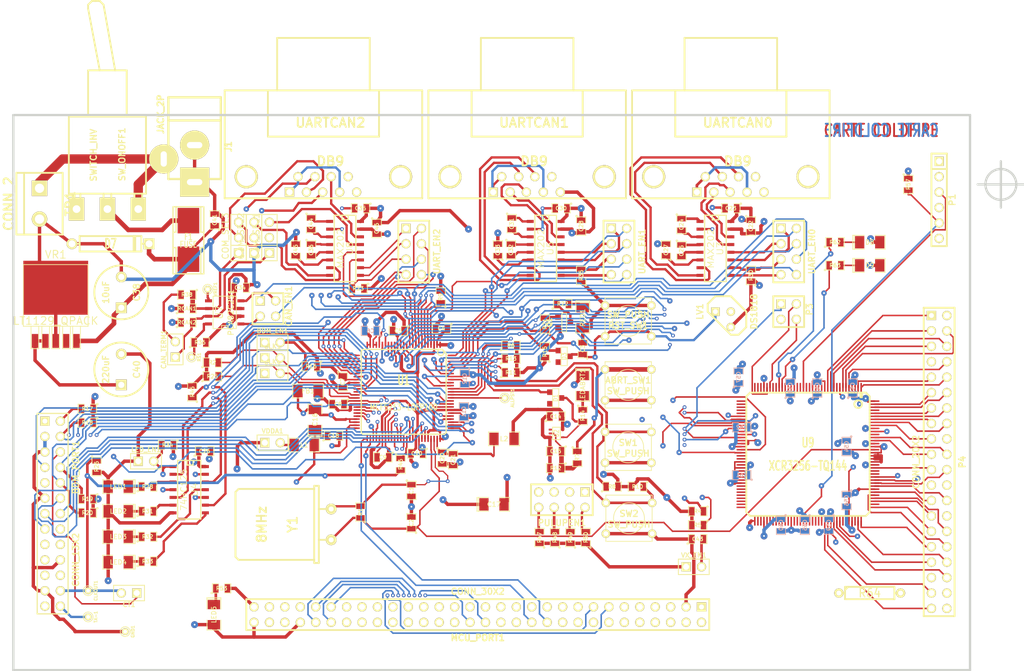
<source format=kicad_pcb>
(kicad_pcb (version 4) (host pcbnew "(2014-07-04 BZR 4974)-product")
  (layers (0 Composant signal) (1 GND_layer power) (2 3.3V_layer power) (31 Cuivre signal) (34 B.Paste user) (35 F.Paste user) (36 B.SilkS user) (37 F.SilkS user) (38 B.Mask user) (39 F.Mask user) (44 Edge.Cuts user))
  (net 0 "")
  (net 1 /ALLPST)
  (net 2 /AN0)
  (net 3 /AN1)
  (net 4 /AN2)
  (net 5 /AN3)
  (net 6 /AN4)
  (net 7 /AN5)
  (net 8 /AN6)
  (net 9 /AN7)
  (net 10 /BKPT-)
  (net 11 /CLKIN/EXTAL)
  (net 12 /CLKMOD0)
  (net 13 /CLKMOD1)
  (net 14 /DDAT0)
  (net 15 /DDAT1)
  (net 16 /DDAT2)
  (net 17 /DDAT3)
  (net 18 /DSCLK)
  (net 19 /DSI)
  (net 20 /DSO)
  (net 21 /DTIN0)
  (net 22 /DTIN1)
  (net 23 /DTIN2)
  (net 24 /DTIN3)
  (net 25 /GPT0)
  (net 26 /GPT1)
  (net 27 /GPT2)
  (net 28 /GPT3)
  (net 29 /IRQ-4)
  (net 30 /IRQ-5)
  (net 31 /IRQ-6)
  (net 32 /IRQ-7)
  (net 33 /JTAG_EN)
  (net 34 /PST0)
  (net 35 /PST1)
  (net 36 /PST2)
  (net 37 /PST3)
  (net 38 /QSPI_CS0)
  (net 39 /QSPI_CS3)
  (net 40 /TCLK)
  (net 41 /VDDPLL)
  (net 42 /inout_user/CANRX)
  (net 43 /inout_user/CANTX)
  (net 44 /inout_user/CAN_H)
  (net 45 /inout_user/CAN_L)
  (net 46 /inout_user/CTS0)
  (net 47 /inout_user/CTS1)
  (net 48 /inout_user/CTS2/CANH)
  (net 49 /inout_user/PWM1)
  (net 50 /inout_user/PWM3)
  (net 51 /inout_user/PWM5)
  (net 52 /inout_user/PWM7)
  (net 53 /inout_user/QSPI_DIN)
  (net 54 /inout_user/QSPI_DOUT)
  (net 55 /inout_user/QSPI_SCLK)
  (net 56 /inout_user/RCON-)
  (net 57 /inout_user/RSTI-)
  (net 58 /inout_user/RTS0)
  (net 59 /inout_user/RTS0-)
  (net 60 /inout_user/RTS1)
  (net 61 /inout_user/RTS2)
  (net 62 /inout_user/RXD0)
  (net 63 /inout_user/RXD1)
  (net 64 /inout_user/RXD2)
  (net 65 /inout_user/RxD_CAN)
  (net 66 /inout_user/TXD0)
  (net 67 /inout_user/TXD1)
  (net 68 /inout_user/TXD2/CANL)
  (net 69 /inout_user/TxD_CAN)
  (net 70 /inout_user/UCTS0)
  (net 71 /inout_user/UCTS1)
  (net 72 /inout_user/UCTS2)
  (net 73 /inout_user/URTS0)
  (net 74 /inout_user/URTS1)
  (net 75 /inout_user/URTS2)
  (net 76 /inout_user/URXD0)
  (net 77 /inout_user/URXD1)
  (net 78 /inout_user/URXD2)
  (net 79 /inout_user/UTXD0)
  (net 80 /inout_user/UTXD1)
  (net 81 /inout_user/UTXD2)
  (net 82 /inout_user/VCCA)
  (net 83 /xilinx/+3,3V_OUT)
  (net 84 /xilinx/GLCK2)
  (net 85 /xilinx/IRQ-1)
  (net 86 /xilinx/IRQ-2)
  (net 87 /xilinx/IRQ-3)
  (net 88 /xilinx/LED_TEST1)
  (net 89 /xilinx/LED_TEST2)
  (net 90 /xilinx/QSPI_CS1)
  (net 91 /xilinx/QSPI_CS2)
  (net 92 /xilinx/TCK)
  (net 93 /xilinx/TDI)
  (net 94 /xilinx/TDO)
  (net 95 /xilinx/TMS)
  (net 96 /xilinx/XIL_D0)
  (net 97 /xilinx/XIL_D1)
  (net 98 /xilinx/XIL_D10)
  (net 99 /xilinx/XIL_D11)
  (net 100 /xilinx/XIL_D12)
  (net 101 /xilinx/XIL_D13)
  (net 102 /xilinx/XIL_D14)
  (net 103 /xilinx/XIL_D15)
  (net 104 /xilinx/XIL_D16)
  (net 105 /xilinx/XIL_D17)
  (net 106 /xilinx/XIL_D18)
  (net 107 /xilinx/XIL_D19)
  (net 108 /xilinx/XIL_D2)
  (net 109 /xilinx/XIL_D20)
  (net 110 /xilinx/XIL_D21)
  (net 111 /xilinx/XIL_D22)
  (net 112 /xilinx/XIL_D23)
  (net 113 /xilinx/XIL_D24)
  (net 114 /xilinx/XIL_D25)
  (net 115 /xilinx/XIL_D26)
  (net 116 /xilinx/XIL_D27)
  (net 117 /xilinx/XIL_D28)
  (net 118 /xilinx/XIL_D29)
  (net 119 /xilinx/XIL_D3)
  (net 120 /xilinx/XIL_D30)
  (net 121 /xilinx/XIL_D31)
  (net 122 /xilinx/XIL_D32)
  (net 123 /xilinx/XIL_D33)
  (net 124 /xilinx/XIL_D34)
  (net 125 /xilinx/XIL_D35)
  (net 126 /xilinx/XIL_D36)
  (net 127 /xilinx/XIL_D4)
  (net 128 /xilinx/XIL_D5)
  (net 129 /xilinx/XIL_D6)
  (net 130 /xilinx/XIL_D7)
  (net 131 /xilinx/XIL_D8)
  (net 132 /xilinx/XIL_D9)
  (net 133 GND)
  (net 134 GNDA)
  (net 135 "Net-(ABRT_SW1-Pad1)")
  (net 136 "Net-(BDM_PORT1-Pad1)")
  (net 137 "Net-(BDM_PORT1-Pad21)")
  (net 138 "Net-(BDM_PORT1-Pad22)")
  (net 139 "Net-(BDM_PORT1-Pad26)")
  (net 140 "Net-(BDM_PORT1-Pad6)")
  (net 141 "Net-(C15-Pad1)")
  (net 142 "Net-(C23-Pad2)")
  (net 143 "Net-(C24-Pad1)")
  (net 144 "Net-(C24-Pad2)")
  (net 145 "Net-(C25-Pad1)")
  (net 146 "Net-(C25-Pad2)")
  (net 147 "Net-(C27-Pad1)")
  (net 148 "Net-(C3-Pad1)")
  (net 149 "Net-(C30-Pad2)")
  (net 150 "Net-(C31-Pad1)")
  (net 151 "Net-(C31-Pad2)")
  (net 152 "Net-(C32-Pad1)")
  (net 153 "Net-(C32-Pad2)")
  (net 154 "Net-(C33-Pad1)")
  (net 155 "Net-(C35-Pad2)")
  (net 156 "Net-(C36-Pad1)")
  (net 157 "Net-(C36-Pad2)")
  (net 158 "Net-(C38-Pad1)")
  (net 159 "Net-(C43-Pad2)")
  (net 160 "Net-(C44-Pad1)")
  (net 161 "Net-(C44-Pad2)")
  (net 162 "Net-(C45-Pad1)")
  (net 163 "Net-(CAN_TERM1-Pad2)")
  (net 164 "Net-(COM_SEL1-Pad3)")
  (net 165 "Net-(COM_SEL2-Pad3)")
  (net 166 "Net-(COM_SEL3-Pad3)")
  (net 167 "Net-(D1-Pad2)")
  (net 168 "Net-(D8-Pad1)")
  (net 169 "Net-(D9-Pad1)")
  (net 170 "Net-(F1-Pad1)")
  (net 171 "Net-(J1-Pad3)")
  (net 172 "Net-(L1-Pad1)")
  (net 173 "Net-(LED1-Pad1)")
  (net 174 "Net-(LED2-Pad1)")
  (net 175 "Net-(LED3-Pad1)")
  (net 176 "Net-(LED4-Pad1)")
  (net 177 "Net-(LED5-Pad1)")
  (net 178 "Net-(LEDABRT1-Pad2)")
  (net 179 "Net-(LED_EN1-Pad2)")
  (net 180 "Net-(P3-Pad2)")
  (net 181 "Net-(P3-Pad4)")
  (net 182 "Net-(PULUPEN1-Pad2)")
  (net 183 "Net-(PULUPEN1-Pad4)")
  (net 184 "Net-(PULUPEN1-Pad6)")
  (net 185 "Net-(PULUPEN1-Pad8)")
  (net 186 "Net-(Q1-Pad2)")
  (net 187 "Net-(Q1-Pad3)")
  (net 188 "Net-(R22-Pad2)")
  (net 189 "Net-(R23-Pad2)")
  (net 190 "Net-(R28-Pad2)")
  (net 191 "Net-(R30-Pad2)")
  (net 192 "Net-(R31-Pad2)")
  (net 193 "Net-(R32-Pad2)")
  (net 194 "Net-(R33-Pad2)")
  (net 195 "Net-(R35-Pad2)")
  (net 196 "Net-(R36-Pad1)")
  (net 197 "Net-(R46-Pad1)")
  (net 198 "Net-(R9-Pad1)")
  (net 199 "Net-(SW_ONOFF1-Pad1)")
  (net 200 "Net-(U3-Pad11)")
  (net 201 "Net-(U3-Pad12)")
  (net 202 "Net-(U3-Pad9)")
  (net 203 "Net-(U5-Pad11)")
  (net 204 "Net-(U5-Pad12)")
  (net 205 "Net-(U5-Pad9)")
  (net 206 "Net-(U7-Pad5)")
  (net 207 "Net-(U8-Pad10)")
  (net 208 "Net-(U8-Pad12)")
  (net 209 "Net-(U8-Pad9)")
  (net 210 "Net-(U9-Pad102)")
  (net 211 "Net-(U9-Pad103)")
  (net 212 "Net-(U9-Pad106)")
  (net 213 "Net-(U9-Pad110)")
  (net 214 "Net-(U9-Pad120)")
  (net 215 "Net-(U9-Pad121)")
  (net 216 "Net-(U9-Pad133)")
  (net 217 "Net-(U9-Pad14)")
  (net 218 "Net-(U9-Pad141)")
  (net 219 "Net-(U9-Pad15)")
  (net 220 "Net-(U9-Pad16)")
  (net 221 "Net-(U9-Pad18)")
  (net 222 "Net-(U9-Pad19)")
  (net 223 "Net-(U9-Pad21)")
  (net 224 "Net-(U9-Pad22)")
  (net 225 "Net-(U9-Pad23)")
  (net 226 "Net-(U9-Pad25)")
  (net 227 "Net-(U9-Pad26)")
  (net 228 "Net-(U9-Pad29)")
  (net 229 "Net-(U9-Pad30)")
  (net 230 "Net-(U9-Pad34)")
  (net 231 "Net-(U9-Pad35)")
  (net 232 "Net-(U9-Pad36)")
  (net 233 "Net-(U9-Pad37)")
  (net 234 "Net-(U9-Pad38)")
  (net 235 "Net-(U9-Pad39)")
  (net 236 "Net-(U9-Pad40)")
  (net 237 "Net-(U9-Pad41)")
  (net 238 "Net-(U9-Pad55)")
  (net 239 "Net-(U9-Pad56)")
  (net 240 "Net-(U9-Pad60)")
  (net 241 "Net-(U9-Pad61)")
  (net 242 "Net-(U9-Pad62)")
  (net 243 "Net-(U9-Pad63)")
  (net 244 "Net-(U9-Pad65)")
  (net 245 "Net-(U9-Pad66)")
  (net 246 "Net-(U9-Pad67)")
  (net 247 "Net-(U9-Pad68)")
  (net 248 "Net-(U9-Pad69)")
  (net 249 "Net-(U9-Pad70)")
  (net 250 "Net-(U9-Pad71)")
  (net 251 "Net-(U9-Pad72)")
  (net 252 "Net-(U9-Pad74)")
  (net 253 "Net-(U9-Pad75)")
  (net 254 "Net-(U9-Pad77)")
  (net 255 "Net-(U9-Pad78)")
  (net 256 "Net-(U9-Pad79)")
  (net 257 "Net-(U9-Pad80)")
  (net 258 "Net-(U9-Pad81)")
  (net 259 "Net-(U9-Pad82)")
  (net 260 "Net-(U9-Pad83)")
  (net 261 "Net-(U9-Pad84)")
  (net 262 "Net-(U9-Pad86)")
  (net 263 "Net-(U9-Pad87)")
  (net 264 "Net-(U9-Pad88)")
  (net 265 "Net-(U9-Pad9)")
  (net 266 "Net-(U9-Pad90)")
  (net 267 "Net-(U9-Pad91)")
  (net 268 "Net-(U9-Pad92)")
  (net 269 "Net-(U9-Pad93)")
  (net 270 "Net-(U9-Pad94)")
  (net 271 "Net-(UARTCAN0-Pad1)")
  (net 272 "Net-(UARTCAN0-Pad9)")
  (net 273 "Net-(UARTCAN1-Pad1)")
  (net 274 "Net-(UARTCAN1-Pad9)")
  (net 275 "Net-(UARTCAN2-Pad1)")
  (net 276 "Net-(UARTCAN2-Pad9)")
  (net 277 "Net-(VR1-Pad4)")
  (net 278 VDD)
  (module SM0805 (layer Composant) (at 102.616 111.252)
    (fp_text reference C26 (at 0 0) (layer F.SilkS) (effects (font (size 0.635 0.635) (thickness 0.127))))
    (fp_text value 100nF hide)
    (pad 1 smd rect (at -0.9525 0) (size 0.889 1.397) (layers Composant F.Paste F.Mask) (net 278 VDD))
    (pad 2 smd rect (at 0.9525 0) (size 0.889 1.397) (layers Composant F.Paste F.Mask) (net 133 GND))
  )
  (module SM1206 (layer Composant) (at 119.634 101.346 180)
    (fp_text reference FB1 (at 0 0 180) (layer F.SilkS) (effects (font (size 0.762 0.762) (thickness 0.127))))
    (fp_text value BEAD hide)
    (pad 1 smd rect (at -1.651 0 180) (size 1.524 2.032) (layers Composant F.Paste F.Mask) (net 133 GND))
    (pad 2 smd rect (at 1.651 0 180) (size 1.524 2.032) (layers Composant F.Paste F.Mask) (net 134 GNDA))
  )
  (module SM1206 (layer Composant) (at 151.892 109.22 180)
    (fp_text reference L2 (at 0 0 180) (layer F.SilkS) (effects (font (size 0.762 0.762) (thickness 0.127))))
    (fp_text value 10uH hide)
    (pad 1 smd rect (at -1.651 0 180) (size 1.524 2.032) (layers Composant F.Paste F.Mask) (net 278 VDD))
    (pad 2 smd rect (at 1.651 0 180) (size 1.524 2.032) (layers Composant F.Paste F.Mask) (net 41 /VDDPLL))
  )
  (module SM1206 (layer Composant) (at 118.999 110.236)
    (fp_text reference L1 (at 0 0) (layer F.SilkS) (effects (font (size 0.762 0.762) (thickness 0.127))))
    (fp_text value 10uH hide)
    (pad 1 smd rect (at -1.651 0) (size 1.524 2.032) (layers Composant F.Paste F.Mask) (net 172 "Net-(L1-Pad1)"))
    (pad 2 smd rect (at 1.651 0) (size 1.524 2.032) (layers Composant F.Paste F.Mask) (net 82 /inout_user/VCCA))
  )
  (module SM1206POL (layer Composant) (at 120.777 106.045 90)
    (fp_text reference C16 (at 0 0 90) (layer F.SilkS) (effects (font (size 0.762 0.762) (thickness 0.127))))
    (fp_text value 10uF hide)
    (pad 1 smd rect (at -1.651 0 90) (size 1.524 2.032) (layers Composant F.Paste F.Mask) (net 82 /inout_user/VCCA))
    (pad 2 smd rect (at 1.651 0 90) (size 1.524 2.032) (layers Composant F.Paste F.Mask) (net 134 GNDA))
  )
  (module PIN_ARRAY_2X1 (layer Composant) (at 90.17 134.62 180)
    (fp_text reference CT1 (at 0 -1.905 180) (layer F.SilkS) (effects (font (size 0.762 0.762) (thickness 0.1524))))
    (fp_text value JUMPER hide)
    (pad 1 thru_hole rect (at -1.27 0 180) (size 1.524 1.524) (drill 1.016) (layers *.Cu *.Mask F.SilkS) (net 140 "Net-(BDM_PORT1-Pad6)"))
    (pad 2 thru_hole circle (at 1.27 0 180) (size 1.524 1.524) (drill 1.016) (layers *.Cu *.Mask F.SilkS) (net 40 /TCLK))
  )
  (module SW_PUSH_SMALL (layer Composant) (at 172.339 89.789 180)
    (fp_text reference RST_SW1 (at 0 -0.762 180) (layer F.SilkS) (effects (font (size 1.016 1.016) (thickness 0.2032))))
    (fp_text value SW_PUSH (at 0 1.016 180) (layer F.SilkS) (effects (font (size 1.016 1.016) (thickness 0.2032))))
    (pad 1 thru_hole circle (at 3.81 -2.54 180) (size 1.397 1.397) (drill 0.8128) (layers *.Cu *.Mask F.SilkS) (net 148 "Net-(C3-Pad1)"))
    (pad 2 thru_hole circle (at 3.81 2.54 180) (size 1.397 1.397) (drill 0.8128) (layers *.Cu *.Mask F.SilkS) (net 133 GND))
    (pad 1 thru_hole circle (at -3.81 -2.54 180) (size 1.397 1.397) (drill 0.8128) (layers *.Cu *.Mask F.SilkS) (net 148 "Net-(C3-Pad1)"))
    (pad 2 thru_hole circle (at -3.81 2.54 180) (size 1.397 1.397) (drill 0.8128) (layers *.Cu *.Mask F.SilkS) (net 133 GND))
  )
  (module SW_PUSH_SMALL (layer Composant) (at 172.339 110.617)
    (fp_text reference SW1 (at 0 -0.762) (layer F.SilkS) (effects (font (size 1.016 1.016) (thickness 0.2032))))
    (fp_text value SW_PUSH (at 0 1.016) (layer F.SilkS) (effects (font (size 1.016 1.016) (thickness 0.2032))))
    (pad 1 thru_hole circle (at 3.81 -2.54) (size 1.397 1.397) (drill 0.8128) (layers *.Cu *.Mask F.SilkS) (net 29 /IRQ-4))
    (pad 2 thru_hole circle (at 3.81 2.54) (size 1.397 1.397) (drill 0.8128) (layers *.Cu *.Mask F.SilkS) (net 133 GND))
    (pad 1 thru_hole circle (at -3.81 -2.54) (size 1.397 1.397) (drill 0.8128) (layers *.Cu *.Mask F.SilkS) (net 29 /IRQ-4))
    (pad 2 thru_hole circle (at -3.81 2.54) (size 1.397 1.397) (drill 0.8128) (layers *.Cu *.Mask F.SilkS) (net 133 GND))
  )
  (module SW_PUSH_SMALL (layer Composant) (at 172.339 100.33)
    (fp_text reference ABRT_SW1 (at 0 -0.762) (layer F.SilkS) (effects (font (size 1.016 1.016) (thickness 0.2032))))
    (fp_text value SW_PUSH (at 0 1.016) (layer F.SilkS) (effects (font (size 1.016 1.016) (thickness 0.2032))))
    (pad 1 thru_hole circle (at 3.81 -2.54) (size 1.397 1.397) (drill 0.8128) (layers *.Cu *.Mask F.SilkS) (net 135 "Net-(ABRT_SW1-Pad1)"))
    (pad 2 thru_hole circle (at 3.81 2.54) (size 1.397 1.397) (drill 0.8128) (layers *.Cu *.Mask F.SilkS) (net 278 VDD))
    (pad 1 thru_hole circle (at -3.81 -2.54) (size 1.397 1.397) (drill 0.8128) (layers *.Cu *.Mask F.SilkS) (net 135 "Net-(ABRT_SW1-Pad1)"))
    (pad 2 thru_hole circle (at -3.81 2.54) (size 1.397 1.397) (drill 0.8128) (layers *.Cu *.Mask F.SilkS) (net 278 VDD))
  )
  (module SW_PUSH_SMALL (layer Composant) (at 172.466 122.301)
    (fp_text reference SW2 (at 0 -0.762) (layer F.SilkS) (effects (font (size 1.016 1.016) (thickness 0.2032))))
    (fp_text value SW_PUSH (at 0 1.016) (layer F.SilkS) (effects (font (size 1.016 1.016) (thickness 0.2032))))
    (pad 1 thru_hole circle (at 3.81 -2.54) (size 1.397 1.397) (drill 0.8128) (layers *.Cu *.Mask F.SilkS) (net 30 /IRQ-5))
    (pad 2 thru_hole circle (at 3.81 2.54) (size 1.397 1.397) (drill 0.8128) (layers *.Cu *.Mask F.SilkS) (net 133 GND))
    (pad 1 thru_hole circle (at -3.81 -2.54) (size 1.397 1.397) (drill 0.8128) (layers *.Cu *.Mask F.SilkS) (net 30 /IRQ-5))
    (pad 2 thru_hole circle (at -3.81 2.54) (size 1.397 1.397) (drill 0.8128) (layers *.Cu *.Mask F.SilkS) (net 133 GND))
  )
  (module SOT23EBC (layer Composant) (at 161.798 90.043 90)
    (fp_text reference Q1 (at 0 -2.413 90) (layer F.SilkS) (effects (font (size 0.762 0.762) (thickness 0.1905))))
    (fp_text value 3906 hide)
    (pad 1 smd rect (at -0.889 -1.016 90) (size 0.9144 0.9144) (layers Composant F.Paste F.Mask) (net 278 VDD))
    (pad 2 smd rect (at 0.889 -1.016 90) (size 0.9144 0.9144) (layers Composant F.Paste F.Mask) (net 186 "Net-(Q1-Pad2)"))
    (pad 3 smd rect (at 0 1.016 90) (size 0.9144 0.9144) (layers Composant F.Paste F.Mask) (net 187 "Net-(Q1-Pad3)"))
  )
  (module C2V8 (layer Composant) (at 88.9 85.09 90)
    (fp_text reference C38 (at 0 2.54 90) (layer F.SilkS) (effects (font (size 1.016 1.016) (thickness 0.2032))))
    (fp_text value 10uF (at 0 -2.54 90) (layer F.SilkS) (effects (font (size 1.016 1.016) (thickness 0.2032))))
    (pad 1 thru_hole rect (at -2.54 0 90) (size 1.778 1.778) (drill 1.016) (layers *.Cu *.Mask F.SilkS) (net 158 "Net-(C38-Pad1)"))
    (pad 2 thru_hole circle (at 2.54 0 90) (size 1.778 1.778) (drill 1.016) (layers *.Cu *.Mask F.SilkS) (net 133 GND))
  )
  (module C2V8 (layer Composant) (at 88.9 97.79 90)
    (fp_text reference C40 (at 0 2.54 90) (layer F.SilkS) (effects (font (size 1.016 1.016) (thickness 0.2032))))
    (fp_text value 220uF (at 0 -2.54 90) (layer F.SilkS) (effects (font (size 1.016 1.016) (thickness 0.2032))))
    (pad 1 thru_hole rect (at -2.54 0 90) (size 1.778 1.778) (drill 1.016) (layers *.Cu *.Mask F.SilkS) (net 278 VDD))
    (pad 2 thru_hole circle (at 2.54 0 90) (size 1.778 1.778) (drill 1.016) (layers *.Cu *.Mask F.SilkS) (net 133 GND))
  )
  (module SM1206POL (layer Composant) (at 164.846 89.281 270)
    (fp_text reference RED1 (at 0 0 270) (layer F.SilkS) (effects (font (size 0.762 0.762) (thickness 0.127))))
    (fp_text value LED_RESET1 hide)
    (pad 1 smd rect (at -1.651 0 270) (size 1.524 2.032) (layers Composant F.Paste F.Mask) (net 188 "Net-(R22-Pad2)"))
    (pad 2 smd rect (at 1.651 0 270) (size 1.524 2.032) (layers Composant F.Paste F.Mask) (net 133 GND))
  )
  (module SM1206POL (layer Composant) (at 88.392 117.094 180)
    (fp_text reference LED1 (at 0 0 180) (layer F.SilkS) (effects (font (size 0.762 0.762) (thickness 0.127))))
    (fp_text value LED hide)
    (pad 1 smd rect (at -1.651 0 180) (size 1.524 2.032) (layers Composant F.Paste F.Mask) (net 173 "Net-(LED1-Pad1)"))
    (pad 2 smd rect (at 1.651 0 180) (size 1.524 2.032) (layers Composant F.Paste F.Mask) (net 133 GND))
  )
  (module SM1206POL (layer Composant) (at 88.392 121.158 180)
    (fp_text reference LED2 (at 0 0 180) (layer F.SilkS) (effects (font (size 0.762 0.762) (thickness 0.127))))
    (fp_text value LED hide)
    (pad 1 smd rect (at -1.651 0 180) (size 1.524 2.032) (layers Composant F.Paste F.Mask) (net 174 "Net-(LED2-Pad1)"))
    (pad 2 smd rect (at 1.651 0 180) (size 1.524 2.032) (layers Composant F.Paste F.Mask) (net 133 GND))
  )
  (module SM1206POL (layer Composant) (at 164.846 100.457 270)
    (fp_text reference LEDABRT1 (at 0 0 270) (layer F.SilkS) (effects (font (size 0.762 0.762) (thickness 0.127))))
    (fp_text value RED hide)
    (pad 1 smd rect (at -1.651 0 270) (size 1.524 2.032) (layers Composant F.Paste F.Mask) (net 278 VDD))
    (pad 2 smd rect (at 1.651 0 270) (size 1.524 2.032) (layers Composant F.Paste F.Mask) (net 178 "Net-(LEDABRT1-Pad2)"))
  )
  (module SM1206POL (layer Composant) (at 104.14 138.176 270)
    (fp_text reference LED5 (at 0 0 270) (layer F.SilkS) (effects (font (size 0.762 0.762) (thickness 0.127))))
    (fp_text value LED hide)
    (pad 1 smd rect (at -1.651 0 270) (size 1.524 2.032) (layers Composant F.Paste F.Mask) (net 177 "Net-(LED5-Pad1)"))
    (pad 2 smd rect (at 1.651 0 270) (size 1.524 2.032) (layers Composant F.Paste F.Mask) (net 133 GND))
  )
  (module SM1206POL (layer Composant) (at 88.392 129.54 180)
    (fp_text reference LED4 (at 0 0 180) (layer F.SilkS) (effects (font (size 0.762 0.762) (thickness 0.127))))
    (fp_text value LED hide)
    (pad 1 smd rect (at -1.651 0 180) (size 1.524 2.032) (layers Composant F.Paste F.Mask) (net 176 "Net-(LED4-Pad1)"))
    (pad 2 smd rect (at 1.651 0 180) (size 1.524 2.032) (layers Composant F.Paste F.Mask) (net 133 GND))
  )
  (module SM1206POL (layer Composant) (at 88.392 125.349 180)
    (fp_text reference LED3 (at 0 0 180) (layer F.SilkS) (effects (font (size 0.762 0.762) (thickness 0.127))))
    (fp_text value LED hide)
    (pad 1 smd rect (at -1.651 0 180) (size 1.524 2.032) (layers Composant F.Paste F.Mask) (net 175 "Net-(LED3-Pad1)"))
    (pad 2 smd rect (at 1.651 0 180) (size 1.524 2.032) (layers Composant F.Paste F.Mask) (net 133 GND))
  )
  (module PIN_ARRAY_30X2 (layer Composant) (at 147.574 138.176 180)
    (fp_text reference MCU_PORT1 (at 0 -3.81 180) (layer F.SilkS) (effects (font (size 1.016 1.016) (thickness 0.254))))
    (fp_text value CONN_30X2 (at 0 3.81 180) (layer F.SilkS) (effects (font (size 1.016 1.016) (thickness 0.2032))))
    (pad 1 thru_hole rect (at -36.83 1.27 180) (size 1.524 1.524) (drill 0.8128) (layers *.Cu *.Mask F.SilkS) (net 159 "Net-(C43-Pad2)"))
    (pad 2 thru_hole circle (at -36.83 -1.27 180) (size 1.524 1.524) (drill 1.016) (layers *.Cu *.Mask F.SilkS) (net 85 /xilinx/IRQ-1))
    (pad 11 thru_hole circle (at -24.13 1.27 180) (size 1.524 1.524) (drill 1.016) (layers *.Cu *.Mask F.SilkS) (net 71 /inout_user/UCTS1))
    (pad 4 thru_hole circle (at -34.29 -1.27 180) (size 1.524 1.524) (drill 1.016) (layers *.Cu *.Mask F.SilkS) (net 59 /inout_user/RTS0-))
    (pad 13 thru_hole circle (at -21.59 1.27 180) (size 1.524 1.524) (drill 1.016) (layers *.Cu *.Mask F.SilkS) (net 49 /inout_user/PWM1))
    (pad 6 thru_hole circle (at -31.75 -1.27 180) (size 1.524 1.524) (drill 1.016) (layers *.Cu *.Mask F.SilkS) (net 57 /inout_user/RSTI-))
    (pad 15 thru_hole circle (at -19.05 1.27 180) (size 1.524 1.524) (drill 1.016) (layers *.Cu *.Mask F.SilkS) (net 50 /inout_user/PWM3))
    (pad 8 thru_hole circle (at -29.21 -1.27 180) (size 1.524 1.524) (drill 1.016) (layers *.Cu *.Mask F.SilkS) (net 86 /xilinx/IRQ-2))
    (pad 17 thru_hole circle (at -16.51 1.27 180) (size 1.524 1.524) (drill 1.016) (layers *.Cu *.Mask F.SilkS) (net 54 /inout_user/QSPI_DOUT))
    (pad 10 thru_hole circle (at -26.67 -1.27 180) (size 1.524 1.524) (drill 1.016) (layers *.Cu *.Mask F.SilkS) (net 2 /AN0))
    (pad 19 thru_hole circle (at -13.97 1.27 180) (size 1.524 1.524) (drill 1.016) (layers *.Cu *.Mask F.SilkS) (net 53 /inout_user/QSPI_DIN))
    (pad 12 thru_hole circle (at -24.13 -1.27 180) (size 1.524 1.524) (drill 1.016) (layers *.Cu *.Mask F.SilkS) (net 3 /AN1))
    (pad 21 thru_hole circle (at -11.43 1.27 180) (size 1.524 1.524) (drill 1.016) (layers *.Cu *.Mask F.SilkS) (net 55 /inout_user/QSPI_SCLK))
    (pad 14 thru_hole circle (at -21.59 -1.27 180) (size 1.524 1.524) (drill 1.016) (layers *.Cu *.Mask F.SilkS) (net 4 /AN2))
    (pad 23 thru_hole circle (at -8.89 1.27 180) (size 1.524 1.524) (drill 1.016) (layers *.Cu *.Mask F.SilkS) (net 38 /QSPI_CS0))
    (pad 16 thru_hole circle (at -19.05 -1.27 180) (size 1.524 1.524) (drill 1.016) (layers *.Cu *.Mask F.SilkS) (net 5 /AN3))
    (pad 25 thru_hole circle (at -6.35 1.27 180) (size 1.524 1.524) (drill 1.016) (layers *.Cu *.Mask F.SilkS) (net 90 /xilinx/QSPI_CS1))
    (pad 18 thru_hole circle (at -16.51 -1.27 180) (size 1.524 1.524) (drill 1.016) (layers *.Cu *.Mask F.SilkS) (net 6 /AN4))
    (pad 27 thru_hole circle (at -3.81 1.27 180) (size 1.524 1.524) (drill 1.016) (layers *.Cu *.Mask F.SilkS) (net 91 /xilinx/QSPI_CS2))
    (pad 20 thru_hole circle (at -13.97 -1.27 180) (size 1.524 1.524) (drill 1.016) (layers *.Cu *.Mask F.SilkS) (net 7 /AN5))
    (pad 29 thru_hole circle (at -1.27 1.27 180) (size 1.524 1.524) (drill 1.016) (layers *.Cu *.Mask F.SilkS) (net 39 /QSPI_CS3))
    (pad 22 thru_hole circle (at -11.43 -1.27 180) (size 1.524 1.524) (drill 1.016) (layers *.Cu *.Mask F.SilkS) (net 8 /AN6))
    (pad 31 thru_hole circle (at 1.27 1.27 180) (size 1.524 1.524) (drill 1.016) (layers *.Cu *.Mask F.SilkS) (net 87 /xilinx/IRQ-3))
    (pad 24 thru_hole circle (at -8.89 -1.27 180) (size 1.524 1.524) (drill 1.016) (layers *.Cu *.Mask F.SilkS) (net 9 /AN7))
    (pad 26 thru_hole circle (at -6.35 -1.27 180) (size 1.524 1.524) (drill 1.016) (layers *.Cu *.Mask F.SilkS) (net 43 /inout_user/CANTX))
    (pad 33 thru_hole circle (at 3.81 1.27 180) (size 1.524 1.524) (drill 1.016) (layers *.Cu *.Mask F.SilkS) (net 29 /IRQ-4))
    (pad 28 thru_hole circle (at -3.81 -1.27 180) (size 1.524 1.524) (drill 1.016) (layers *.Cu *.Mask F.SilkS) (net 42 /inout_user/CANRX))
    (pad 32 thru_hole circle (at 1.27 -1.27 180) (size 1.524 1.524) (drill 1.016) (layers *.Cu *.Mask F.SilkS) (net 52 /inout_user/PWM7))
    (pad 34 thru_hole circle (at 3.81 -1.27 180) (size 1.524 1.524) (drill 1.016) (layers *.Cu *.Mask F.SilkS) (net 21 /DTIN0))
    (pad 36 thru_hole circle (at 6.35 -1.27 180) (size 1.524 1.524) (drill 1.016) (layers *.Cu *.Mask F.SilkS) (net 22 /DTIN1))
    (pad 38 thru_hole circle (at 8.89 -1.27 180) (size 1.524 1.524) (drill 1.016) (layers *.Cu *.Mask F.SilkS) (net 23 /DTIN2))
    (pad 35 thru_hole circle (at 6.35 1.27 180) (size 1.524 1.524) (drill 1.016) (layers *.Cu *.Mask F.SilkS) (net 30 /IRQ-5))
    (pad 37 thru_hole circle (at 8.89 1.27 180) (size 1.524 1.524) (drill 1.016) (layers *.Cu *.Mask F.SilkS) (net 31 /IRQ-6))
    (pad 3 thru_hole circle (at -34.29 1.27 180) (size 1.524 1.524) (drill 1.016) (layers *.Cu *.Mask F.SilkS) (net 133 GND))
    (pad 5 thru_hole circle (at -31.75 1.27 180) (size 1.524 1.524) (drill 1.016) (layers *.Cu *.Mask F.SilkS) (net 80 /inout_user/UTXD1))
    (pad 7 thru_hole circle (at -29.21 1.27 180) (size 1.524 1.524) (drill 1.016) (layers *.Cu *.Mask F.SilkS) (net 77 /inout_user/URXD1))
    (pad 9 thru_hole circle (at -26.67 1.27 180) (size 1.524 1.524) (drill 1.016) (layers *.Cu *.Mask F.SilkS) (net 74 /inout_user/URTS1))
    (pad 39 thru_hole circle (at 11.43 1.27 180) (size 1.524 1.524) (drill 1.016) (layers *.Cu *.Mask F.SilkS) (net 32 /IRQ-7))
    (pad 40 thru_hole circle (at 11.43 -1.27 180) (size 1.524 1.524) (drill 1.016) (layers *.Cu *.Mask F.SilkS) (net 24 /DTIN3))
    (pad 30 thru_hole circle (at -1.27 -1.27 180) (size 1.524 1.524) (drill 1.016) (layers *.Cu *.Mask F.SilkS) (net 51 /inout_user/PWM5))
    (pad 41 thru_hole circle (at 13.97 1.27 180) (size 1.524 1.524) (drill 1.016) (layers *.Cu *.Mask F.SilkS) (net 79 /inout_user/UTXD0))
    (pad 42 thru_hole circle (at 13.97 -1.27 180) (size 1.524 1.524) (drill 1.016) (layers *.Cu *.Mask F.SilkS) (net 73 /inout_user/URTS0))
    (pad 43 thru_hole circle (at 16.51 1.27 180) (size 1.524 1.524) (drill 1.016) (layers *.Cu *.Mask F.SilkS) (net 76 /inout_user/URXD0))
    (pad 44 thru_hole circle (at 16.51 -1.27 180) (size 1.524 1.524) (drill 1.016) (layers *.Cu *.Mask F.SilkS) (net 70 /inout_user/UCTS0))
    (pad 45 thru_hole circle (at 19.05 1.27 180) (size 1.524 1.524) (drill 1.016) (layers *.Cu *.Mask F.SilkS) (net 81 /inout_user/UTXD2))
    (pad 46 thru_hole circle (at 19.05 -1.27 180) (size 1.524 1.524) (drill 1.016) (layers *.Cu *.Mask F.SilkS) (net 75 /inout_user/URTS2))
    (pad 47 thru_hole circle (at 21.59 1.27 180) (size 1.524 1.524) (drill 1.016) (layers *.Cu *.Mask F.SilkS) (net 78 /inout_user/URXD2))
    (pad 48 thru_hole circle (at 21.59 -1.27 180) (size 1.524 1.524) (drill 1.016) (layers *.Cu *.Mask F.SilkS) (net 72 /inout_user/UCTS2))
    (pad 49 thru_hole circle (at 24.13 1.27 180) (size 1.524 1.524) (drill 1.016) (layers *.Cu *.Mask F.SilkS) (net 25 /GPT0))
    (pad 50 thru_hole circle (at 24.13 -1.27 180) (size 1.524 1.524) (drill 1.016) (layers *.Cu *.Mask F.SilkS) (net 26 /GPT1))
    (pad 51 thru_hole circle (at 26.67 1.27 180) (size 1.524 1.524) (drill 1.016) (layers *.Cu *.Mask F.SilkS) (net 27 /GPT2))
    (pad 52 thru_hole circle (at 26.67 -1.27 180) (size 1.524 1.524) (drill 1.016) (layers *.Cu *.Mask F.SilkS) (net 28 /GPT3))
    (pad 53 thru_hole circle (at 29.21 1.27 180) (size 1.524 1.524) (drill 1.016) (layers *.Cu *.Mask F.SilkS) (net 56 /inout_user/RCON-))
    (pad 54 thru_hole circle (at 29.21 -1.27 180) (size 1.524 1.524) (drill 1.016) (layers *.Cu *.Mask F.SilkS) (net 133 GND))
    (pad 55 thru_hole circle (at 31.75 1.27 180) (size 1.524 1.524) (drill 1.016) (layers *.Cu *.Mask F.SilkS) (net 82 /inout_user/VCCA))
    (pad 56 thru_hole circle (at 31.75 -1.27 180) (size 1.524 1.524) (drill 1.016) (layers *.Cu *.Mask F.SilkS) (net 134 GNDA))
    (pad 57 thru_hole circle (at 34.29 1.27 180) (size 1.524 1.524) (drill 1.016) (layers *.Cu *.Mask F.SilkS) (net 82 /inout_user/VCCA))
    (pad 58 thru_hole circle (at 34.29 -1.27 180) (size 1.524 1.524) (drill 1.016) (layers *.Cu *.Mask F.SilkS) (net 134 GNDA))
    (pad 59 thru_hole circle (at 36.83 1.27 180) (size 1.524 1.524) (drill 1.016) (layers *.Cu *.Mask F.SilkS) (net 278 VDD))
    (pad 60 thru_hole circle (at 36.83 -1.27 180) (size 1.524 1.524) (drill 1.016) (layers *.Cu *.Mask F.SilkS) (net 133 GND))
  )
  (module bornier2 (layer Composant) (at 75.438 70.485 270)
    (fp_text reference TB1 (at 0 -5.08 270) (layer F.SilkS) (effects (font (thickness 0.3048))))
    (fp_text value CONN_2 (at 0 5.08 270) (layer F.SilkS) (effects (font (thickness 0.3048))))
    (pad 1 thru_hole rect (at -2.54 0 270) (size 2.54 2.54) (drill 1.524) (layers *.Cu *.Mask F.SilkS) (net 171 "Net-(J1-Pad3)"))
    (pad 2 thru_hole circle (at 2.54 0 270) (size 2.54 2.54) (drill 1.524) (layers *.Cu *.Mask F.SilkS) (net 133 GND))
  )
  (module SM0805 (layer Composant) (at 150.876 78.105 90)
    (fp_text reference C33 (at 0 0 90) (layer F.SilkS) (effects (font (size 0.635 0.635) (thickness 0.127))))
    (fp_text value 100nF hide)
    (pad 1 smd rect (at -0.9525 0 90) (size 0.889 1.397) (layers Composant F.Paste F.Mask) (net 154 "Net-(C33-Pad1)"))
    (pad 2 smd rect (at 0.9525 0 90) (size 0.889 1.397) (layers Composant F.Paste F.Mask) (net 133 GND))
  )
  (module SO16E (layer Composant) (at 158.75 77.851 270)
    (fp_text reference U5 (at 0 -0.762 270) (layer F.SilkS) (effects (font (size 1.016 1.143) (thickness 0.127))))
    (fp_text value MAX202 (at 0 0.762 270) (layer F.SilkS) (effects (font (size 1.016 1.143) (thickness 0.127))))
    (pad 1 smd rect (at -4.445 2.54 270) (size 0.508 1.143) (layers Composant F.Paste F.Mask) (net 150 "Net-(C31-Pad1)"))
    (pad 2 smd rect (at -3.175 2.54 270) (size 0.508 1.143) (layers Composant F.Paste F.Mask) (net 149 "Net-(C30-Pad2)"))
    (pad 3 smd rect (at -1.905 2.54 270) (size 0.508 1.143) (layers Composant F.Paste F.Mask) (net 151 "Net-(C31-Pad2)"))
    (pad 4 smd rect (at -0.635 2.54 270) (size 0.508 1.143) (layers Composant F.Paste F.Mask) (net 152 "Net-(C32-Pad1)"))
    (pad 5 smd rect (at 0.635 2.54 270) (size 0.508 1.143) (layers Composant F.Paste F.Mask) (net 153 "Net-(C32-Pad2)"))
    (pad 6 smd rect (at 1.905 2.54 270) (size 0.508 1.143) (layers Composant F.Paste F.Mask) (net 154 "Net-(C33-Pad1)"))
    (pad 7 smd rect (at 3.175 2.54 270) (size 0.508 1.143) (layers Composant F.Paste F.Mask) (net 60 /inout_user/RTS1))
    (pad 8 smd rect (at 4.445 2.54 270) (size 0.508 1.143) (layers Composant F.Paste F.Mask) (net 47 /inout_user/CTS1))
    (pad 9 smd rect (at 4.445 -2.54 270) (size 0.508 1.143) (layers Composant F.Paste F.Mask) (net 205 "Net-(U5-Pad9)"))
    (pad 10 smd rect (at 3.175 -2.54 270) (size 0.508 1.143) (layers Composant F.Paste F.Mask) (net 195 "Net-(R35-Pad2)"))
    (pad 11 smd rect (at 1.905 -2.54 270) (size 0.508 1.143) (layers Composant F.Paste F.Mask) (net 203 "Net-(U5-Pad11)"))
    (pad 12 smd rect (at 0.635 -2.54 270) (size 0.508 1.143) (layers Composant F.Paste F.Mask) (net 204 "Net-(U5-Pad12)"))
    (pad 13 smd rect (at -0.635 -2.54 270) (size 0.508 1.143) (layers Composant F.Paste F.Mask) (net 63 /inout_user/RXD1))
    (pad 14 smd rect (at -1.905 -2.54 270) (size 0.508 1.143) (layers Composant F.Paste F.Mask) (net 67 /inout_user/TXD1))
    (pad 15 smd rect (at -3.175 -2.54 270) (size 0.508 1.143) (layers Composant F.Paste F.Mask) (net 133 GND))
    (pad 16 smd rect (at -4.445 -2.54 270) (size 0.508 1.143) (layers Composant F.Paste F.Mask) (net 278 VDD))
  )
  (module SO8E (layer Composant) (at 105.918 88.392 90)
    (fp_text reference U7 (at 0 -0.889 90) (layer F.SilkS) (effects (font (size 1.143 1.143) (thickness 0.1524))))
    (fp_text value PCA82C251 (at 0 1.016 90) (layer F.SilkS) (effects (font (size 0.889 0.889) (thickness 0.1524))))
    (pad 8 smd rect (at -1.905 -2.667 90) (size 0.508 1.143) (layers Composant F.Paste F.Mask) (net 196 "Net-(R36-Pad1)"))
    (pad 1 smd rect (at -1.905 2.667 90) (size 0.508 1.143) (layers Composant F.Paste F.Mask) (net 69 /inout_user/TxD_CAN))
    (pad 7 smd rect (at -0.635 -2.667 90) (size 0.508 1.143) (layers Composant F.Paste F.Mask) (net 44 /inout_user/CAN_H))
    (pad 6 smd rect (at 0.635 -2.667 90) (size 0.508 1.143) (layers Composant F.Paste F.Mask) (net 45 /inout_user/CAN_L))
    (pad 5 smd rect (at 1.905 -2.667 90) (size 0.508 1.143) (layers Composant F.Paste F.Mask) (net 206 "Net-(U7-Pad5)"))
    (pad 2 smd rect (at -0.635 2.667 90) (size 0.508 1.143) (layers Composant F.Paste F.Mask) (net 133 GND))
    (pad 3 smd rect (at 0.635 2.667 90) (size 0.508 1.143) (layers Composant F.Paste F.Mask) (net 278 VDD))
    (pad 4 smd rect (at 1.905 2.667 90) (size 0.508 1.143) (layers Composant F.Paste F.Mask) (net 65 /inout_user/RxD_CAN))
  )
  (module DB9FC (layer Composant) (at 189.103 67.31)
    (fp_text reference UARTCAN0 (at 1.27 -10.16) (layer F.SilkS) (effects (font (thickness 0.3048))))
    (fp_text value DB9 (at 1.27 -3.81) (layer F.SilkS) (effects (font (thickness 0.3048))))
    (pad "" thru_hole circle (at 12.827 -1.27) (size 3.81 3.81) (drill 3.048) (layers *.Cu *.Mask F.SilkS))
    (pad "" thru_hole circle (at -12.573 -1.27) (size 3.81 3.81) (drill 3.048) (layers *.Cu *.Mask F.SilkS))
    (pad 1 thru_hole rect (at -5.461 1.27) (size 1.524 1.524) (drill 1.016) (layers *.Cu *.Mask F.SilkS) (net 271 "Net-(UARTCAN0-Pad1)"))
    (pad 2 thru_hole circle (at -2.667 1.27) (size 1.524 1.524) (drill 1.016) (layers *.Cu *.Mask F.SilkS) (net 66 /inout_user/TXD0))
    (pad 3 thru_hole circle (at 0 1.27) (size 1.524 1.524) (drill 1.016) (layers *.Cu *.Mask F.SilkS) (net 62 /inout_user/RXD0))
    (pad 4 thru_hole circle (at 2.794 1.27) (size 1.524 1.524) (drill 1.016) (layers *.Cu *.Mask F.SilkS) (net 271 "Net-(UARTCAN0-Pad1)"))
    (pad 5 thru_hole circle (at 5.588 1.27) (size 1.524 1.524) (drill 1.016) (layers *.Cu *.Mask F.SilkS) (net 133 GND))
    (pad 6 thru_hole circle (at -4.064 -1.27) (size 1.524 1.524) (drill 1.016) (layers *.Cu *.Mask F.SilkS) (net 271 "Net-(UARTCAN0-Pad1)"))
    (pad 7 thru_hole circle (at -1.27 -1.27) (size 1.524 1.524) (drill 1.016) (layers *.Cu *.Mask F.SilkS) (net 46 /inout_user/CTS0))
    (pad 8 thru_hole circle (at 1.397 -1.27) (size 1.524 1.524) (drill 1.016) (layers *.Cu *.Mask F.SilkS) (net 58 /inout_user/RTS0))
    (pad 9 thru_hole circle (at 4.191 -1.27) (size 1.524 1.524) (drill 1.016) (layers *.Cu *.Mask F.SilkS) (net 272 "Net-(UARTCAN0-Pad9)"))
  )
  (module DB9FC (layer Composant) (at 122.047 67.31)
    (fp_text reference UARTCAN2 (at 1.27 -10.16) (layer F.SilkS) (effects (font (thickness 0.3048))))
    (fp_text value DB9 (at 1.27 -3.81) (layer F.SilkS) (effects (font (thickness 0.3048))))
    (pad "" thru_hole circle (at 12.827 -1.27) (size 3.81 3.81) (drill 3.048) (layers *.Cu *.Mask F.SilkS))
    (pad "" thru_hole circle (at -12.573 -1.27) (size 3.81 3.81) (drill 3.048) (layers *.Cu *.Mask F.SilkS))
    (pad 1 thru_hole rect (at -5.461 1.27) (size 1.524 1.524) (drill 1.016) (layers *.Cu *.Mask F.SilkS) (net 275 "Net-(UARTCAN2-Pad1)"))
    (pad 2 thru_hole circle (at -2.667 1.27) (size 1.524 1.524) (drill 1.016) (layers *.Cu *.Mask F.SilkS) (net 68 /inout_user/TXD2/CANL))
    (pad 3 thru_hole circle (at 0 1.27) (size 1.524 1.524) (drill 1.016) (layers *.Cu *.Mask F.SilkS) (net 64 /inout_user/RXD2))
    (pad 4 thru_hole circle (at 2.794 1.27) (size 1.524 1.524) (drill 1.016) (layers *.Cu *.Mask F.SilkS) (net 275 "Net-(UARTCAN2-Pad1)"))
    (pad 5 thru_hole circle (at 5.588 1.27) (size 1.524 1.524) (drill 1.016) (layers *.Cu *.Mask F.SilkS) (net 133 GND))
    (pad 6 thru_hole circle (at -4.064 -1.27) (size 1.524 1.524) (drill 1.016) (layers *.Cu *.Mask F.SilkS) (net 275 "Net-(UARTCAN2-Pad1)"))
    (pad 7 thru_hole circle (at -1.27 -1.27) (size 1.524 1.524) (drill 1.016) (layers *.Cu *.Mask F.SilkS) (net 48 /inout_user/CTS2/CANH))
    (pad 8 thru_hole circle (at 1.397 -1.27) (size 1.524 1.524) (drill 1.016) (layers *.Cu *.Mask F.SilkS) (net 61 /inout_user/RTS2))
    (pad 9 thru_hole circle (at 4.191 -1.27) (size 1.524 1.524) (drill 1.016) (layers *.Cu *.Mask F.SilkS) (net 276 "Net-(UARTCAN2-Pad9)"))
  )
  (module DB9FC (layer Composant) (at 155.575 67.31)
    (fp_text reference UARTCAN1 (at 1.27 -10.16) (layer F.SilkS) (effects (font (thickness 0.3048))))
    (fp_text value DB9 (at 1.27 -3.81) (layer F.SilkS) (effects (font (thickness 0.3048))))
    (pad "" thru_hole circle (at 12.827 -1.27) (size 3.81 3.81) (drill 3.048) (layers *.Cu *.Mask F.SilkS))
    (pad "" thru_hole circle (at -12.573 -1.27) (size 3.81 3.81) (drill 3.048) (layers *.Cu *.Mask F.SilkS))
    (pad 1 thru_hole rect (at -5.461 1.27) (size 1.524 1.524) (drill 1.016) (layers *.Cu *.Mask F.SilkS) (net 273 "Net-(UARTCAN1-Pad1)"))
    (pad 2 thru_hole circle (at -2.667 1.27) (size 1.524 1.524) (drill 1.016) (layers *.Cu *.Mask F.SilkS) (net 67 /inout_user/TXD1))
    (pad 3 thru_hole circle (at 0 1.27) (size 1.524 1.524) (drill 1.016) (layers *.Cu *.Mask F.SilkS) (net 63 /inout_user/RXD1))
    (pad 4 thru_hole circle (at 2.794 1.27) (size 1.524 1.524) (drill 1.016) (layers *.Cu *.Mask F.SilkS) (net 273 "Net-(UARTCAN1-Pad1)"))
    (pad 5 thru_hole circle (at 5.588 1.27) (size 1.524 1.524) (drill 1.016) (layers *.Cu *.Mask F.SilkS) (net 133 GND))
    (pad 6 thru_hole circle (at -4.064 -1.27) (size 1.524 1.524) (drill 1.016) (layers *.Cu *.Mask F.SilkS) (net 273 "Net-(UARTCAN1-Pad1)"))
    (pad 7 thru_hole circle (at -1.27 -1.27) (size 1.524 1.524) (drill 1.016) (layers *.Cu *.Mask F.SilkS) (net 47 /inout_user/CTS1))
    (pad 8 thru_hole circle (at 1.397 -1.27) (size 1.524 1.524) (drill 1.016) (layers *.Cu *.Mask F.SilkS) (net 60 /inout_user/RTS1))
    (pad 9 thru_hole circle (at 4.191 -1.27) (size 1.524 1.524) (drill 1.016) (layers *.Cu *.Mask F.SilkS) (net 274 "Net-(UARTCAN1-Pad9)"))
  )
  (module VQFP100 (layer Composant) (at 135.382 101.473)
    (fp_text reference U1 (at 0 -1.905) (layer F.SilkS) (effects (font (size 1.524 1.016) (thickness 0.254))))
    (fp_text value MCF5213-LQFP100 (at 0 2.54) (layer F.SilkS) (effects (font (size 1.016 0.762) (thickness 0.1524))))
    (pad 100 smd rect (at 7.747 -5.9944) (size 1.016 0.254) (layers Composant F.Paste F.Mask) (net 77 /inout_user/URXD1))
    (pad 76 smd rect (at 7.747 5.9944) (size 1.016 0.254) (layers Composant F.Paste F.Mask) (net 10 /BKPT-))
    (pad 77 smd rect (at 7.747 5.4864) (size 1.016 0.254) (layers Composant F.Paste F.Mask) (net 14 /DDAT0))
    (pad 78 smd rect (at 7.747 5.0038) (size 1.016 0.254) (layers Composant F.Paste F.Mask) (net 15 /DDAT1))
    (pad 79 smd rect (at 7.747 4.4958) (size 1.016 0.254) (layers Composant F.Paste F.Mask) (net 19 /DSI))
    (pad 80 smd rect (at 7.747 3.9878) (size 1.016 0.254) (layers Composant F.Paste F.Mask) (net 20 /DSO))
    (pad 81 smd rect (at 7.747 3.5052) (size 1.016 0.254) (layers Composant F.Paste F.Mask) (net 278 VDD))
    (pad 82 smd rect (at 7.747 2.9972) (size 1.016 0.254) (layers Composant F.Paste F.Mask) (net 133 GND))
    (pad 83 smd rect (at 7.747 2.4892) (size 1.016 0.254) (layers Composant F.Paste F.Mask) (net 16 /DDAT2))
    (pad 84 smd rect (at 7.747 2.0066) (size 1.016 0.254) (layers Composant F.Paste F.Mask) (net 17 /DDAT3))
    (pad 85 smd rect (at 7.747 1.4986) (size 1.016 0.254) (layers Composant F.Paste F.Mask) (net 18 /DSCLK))
    (pad 86 smd rect (at 7.747 0.9906) (size 1.016 0.254) (layers Composant F.Paste F.Mask) (net 1 /ALLPST))
    (pad 87 smd rect (at 7.747 0.4826) (size 1.016 0.254) (layers Composant F.Paste F.Mask) (net 85 /xilinx/IRQ-1))
    (pad 88 smd rect (at 7.747 0) (size 1.016 0.254) (layers Composant F.Paste F.Mask) (net 86 /xilinx/IRQ-2))
    (pad 89 smd rect (at 7.747 -0.508) (size 1.016 0.254) (layers Composant F.Paste F.Mask) (net 87 /xilinx/IRQ-3))
    (pad 90 smd rect (at 7.747 -1.016) (size 1.016 0.254) (layers Composant F.Paste F.Mask) (net 29 /IRQ-4))
    (pad 91 smd rect (at 7.747 -1.4986) (size 1.016 0.254) (layers Composant F.Paste F.Mask) (net 30 /IRQ-5))
    (pad 92 smd rect (at 7.747 -2.0066) (size 1.016 0.254) (layers Composant F.Paste F.Mask) (net 133 GND))
    (pad 93 smd rect (at 7.747 -2.5146) (size 1.016 0.254) (layers Composant F.Paste F.Mask) (net 278 VDD))
    (pad 94 smd rect (at 7.747 -2.9972) (size 1.016 0.254) (layers Composant F.Paste F.Mask) (net 31 /IRQ-6))
    (pad 95 smd rect (at 7.747 -3.5052) (size 1.016 0.254) (layers Composant F.Paste F.Mask) (net 32 /IRQ-7))
    (pad 96 smd rect (at 7.747 -4.0132) (size 1.016 0.254) (layers Composant F.Paste F.Mask) (net 57 /inout_user/RSTI-))
    (pad 97 smd rect (at 7.747 -4.4958) (size 1.016 0.254) (layers Composant F.Paste F.Mask) (net 59 /inout_user/RTS0-))
    (pad 98 smd rect (at 7.747 -5.0038) (size 1.016 0.254) (layers Composant F.Paste F.Mask) (net 71 /inout_user/UCTS1))
    (pad 99 smd rect (at 7.747 -5.5118) (size 1.016 0.254) (layers Composant F.Paste F.Mask) (net 80 /inout_user/UTXD1))
    (pad 75 smd rect (at 5.9944 7.747) (size 0.254 1.016) (layers Composant F.Paste F.Mask) (net 133 GND))
    (pad 51 smd rect (at -5.9944 7.747) (size 0.254 1.016) (layers Composant F.Paste F.Mask) (net 9 /AN7))
    (pad 52 smd rect (at -5.4864 7.747) (size 0.254 1.016) (layers Composant F.Paste F.Mask) (net 8 /AN6))
    (pad 53 smd rect (at -5.0038 7.747) (size 0.254 1.016) (layers Composant F.Paste F.Mask) (net 7 /AN5))
    (pad 54 smd rect (at -4.4958 7.747) (size 0.254 1.016) (layers Composant F.Paste F.Mask) (net 6 /AN4))
    (pad 55 smd rect (at -3.9878 7.747) (size 0.254 1.016) (layers Composant F.Paste F.Mask) (net 278 VDD))
    (pad 56 smd rect (at -3.5052 7.747) (size 0.254 1.016) (layers Composant F.Paste F.Mask) (net 133 GND))
    (pad 57 smd rect (at -2.9972 7.747) (size 0.254 1.016) (layers Composant F.Paste F.Mask) (net 278 VDD))
    (pad 58 smd rect (at -2.4892 7.747) (size 0.254 1.016) (layers Composant F.Paste F.Mask) (net 25 /GPT0))
    (pad 59 smd rect (at -2.0066 7.747) (size 0.254 1.016) (layers Composant F.Paste F.Mask) (net 26 /GPT1))
    (pad 60 smd rect (at -1.4986 7.747) (size 0.254 1.016) (layers Composant F.Paste F.Mask) (net 51 /inout_user/PWM5))
    (pad 61 smd rect (at -0.9906 7.747) (size 0.254 1.016) (layers Composant F.Paste F.Mask) (net 27 /GPT2))
    (pad 62 smd rect (at -0.4826 7.747) (size 0.254 1.016) (layers Composant F.Paste F.Mask) (net 28 /GPT3))
    (pad 63 smd rect (at 0 7.747) (size 0.254 1.016) (layers Composant F.Paste F.Mask) (net 52 /inout_user/PWM7))
    (pad 64 smd rect (at 0.508 7.747) (size 0.254 1.016) (layers Composant F.Paste F.Mask) (net 197 "Net-(R46-Pad1)"))
    (pad 65 smd rect (at 1.016 7.747) (size 0.254 1.016) (layers Composant F.Paste F.Mask) (net 34 /PST0))
    (pad 66 smd rect (at 1.4986 7.747) (size 0.254 1.016) (layers Composant F.Paste F.Mask) (net 35 /PST1))
    (pad 67 smd rect (at 2.0066 7.747) (size 0.254 1.016) (layers Composant F.Paste F.Mask) (net 133 GND))
    (pad 68 smd rect (at 2.5146 7.747) (size 0.254 1.016) (layers Composant F.Paste F.Mask) (net 278 VDD))
    (pad 69 smd rect (at 2.9972 7.747) (size 0.254 1.016) (layers Composant F.Paste F.Mask) (net 36 /PST2))
    (pad 70 smd rect (at 3.5052 7.747) (size 0.254 1.016) (layers Composant F.Paste F.Mask) (net 37 /PST3))
    (pad 71 smd rect (at 4.0132 7.747) (size 0.254 1.016) (layers Composant F.Paste F.Mask) (net 133 GND))
    (pad 72 smd rect (at 4.4958 7.747) (size 0.254 1.016) (layers Composant F.Paste F.Mask) (net 84 /xilinx/GLCK2))
    (pad 73 smd rect (at 5.0038 7.747) (size 0.254 1.016) (layers Composant F.Paste F.Mask) (net 11 /CLKIN/EXTAL))
    (pad 74 smd rect (at 5.5118 7.747) (size 0.254 1.016) (layers Composant F.Paste F.Mask) (net 41 /VDDPLL))
    (pad 1 smd rect (at 5.9944 -7.747) (size 0.254 1.016) (layers Composant F.Paste F.Mask) (net 278 VDD))
    (pad 2 smd rect (at 5.4864 -7.747) (size 0.254 1.016) (layers Composant F.Paste F.Mask) (net 278 VDD))
    (pad 3 smd rect (at 5.0038 -7.747) (size 0.254 1.016) (layers Composant F.Paste F.Mask) (net 133 GND))
    (pad 4 smd rect (at 4.4958 -7.747) (size 0.254 1.016) (layers Composant F.Paste F.Mask) (net 74 /inout_user/URTS1))
    (pad 5 smd rect (at 3.9878 -7.747) (size 0.254 1.016) (layers Composant F.Paste F.Mask) (net 198 "Net-(R9-Pad1)"))
    (pad 6 smd rect (at 3.5052 -7.747) (size 0.254 1.016) (layers Composant F.Paste F.Mask) (net 70 /inout_user/UCTS0))
    (pad 7 smd rect (at 2.9972 -7.747) (size 0.254 1.016) (layers Composant F.Paste F.Mask) (net 76 /inout_user/URXD0))
    (pad 8 smd rect (at 2.4892 -7.747) (size 0.254 1.016) (layers Composant F.Paste F.Mask) (net 79 /inout_user/UTXD0))
    (pad 9 smd rect (at 2.0066 -7.747) (size 0.254 1.016) (layers Composant F.Paste F.Mask) (net 73 /inout_user/URTS0))
    (pad 10 smd rect (at 1.4986 -7.747) (size 0.254 1.016) (layers Composant F.Paste F.Mask) (net 43 /inout_user/CANTX))
    (pad 11 smd rect (at 0.9906 -7.747) (size 0.254 1.016) (layers Composant F.Paste F.Mask) (net 42 /inout_user/CANRX))
    (pad 12 smd rect (at 0.4826 -7.747) (size 0.254 1.016) (layers Composant F.Paste F.Mask) (net 39 /QSPI_CS3))
    (pad 13 smd rect (at 0 -7.747) (size 0.254 1.016) (layers Composant F.Paste F.Mask) (net 91 /xilinx/QSPI_CS2))
    (pad 14 smd rect (at -0.508 -7.747) (size 0.254 1.016) (layers Composant F.Paste F.Mask) (net 278 VDD))
    (pad 15 smd rect (at -1.016 -7.747) (size 0.254 1.016) (layers Composant F.Paste F.Mask) (net 133 GND))
    (pad 16 smd rect (at -1.4986 -7.747) (size 0.254 1.016) (layers Composant F.Paste F.Mask) (net 53 /inout_user/QSPI_DIN))
    (pad 17 smd rect (at -2.0066 -7.747) (size 0.254 1.016) (layers Composant F.Paste F.Mask) (net 54 /inout_user/QSPI_DOUT))
    (pad 18 smd rect (at -2.5146 -7.747) (size 0.254 1.016) (layers Composant F.Paste F.Mask) (net 55 /inout_user/QSPI_SCLK))
    (pad 19 smd rect (at -2.9972 -7.747) (size 0.254 1.016) (layers Composant F.Paste F.Mask) (net 90 /xilinx/QSPI_CS1))
    (pad 20 smd rect (at -3.5052 -7.747) (size 0.254 1.016) (layers Composant F.Paste F.Mask) (net 38 /QSPI_CS0))
    (pad 21 smd rect (at -4.0132 -7.747) (size 0.254 1.016) (layers Composant F.Paste F.Mask) (net 56 /inout_user/RCON-))
    (pad 22 smd rect (at -4.4958 -7.747) (size 0.254 1.016) (layers Composant F.Paste F.Mask) (net 278 VDD))
    (pad 23 smd rect (at -5.0038 -7.747) (size 0.254 1.016) (layers Composant F.Paste F.Mask) (net 278 VDD))
    (pad 24 smd rect (at -5.5118 -7.747) (size 0.254 1.016) (layers Composant F.Paste F.Mask) (net 133 GND))
    (pad 25 smd rect (at -5.9944 -7.747) (size 0.254 1.016) (layers Composant F.Paste F.Mask) (net 133 GND))
    (pad 26 smd rect (at -7.747 -5.9944) (size 1.016 0.254) (layers Composant F.Paste F.Mask) (net 33 /JTAG_EN))
    (pad 27 smd rect (at -7.747 -5.4864) (size 1.016 0.254) (layers Composant F.Paste F.Mask) (net 72 /inout_user/UCTS2))
    (pad 28 smd rect (at -7.747 -5.0038) (size 1.016 0.254) (layers Composant F.Paste F.Mask) (net 78 /inout_user/URXD2))
    (pad 29 smd rect (at -7.747 -4.4958) (size 1.016 0.254) (layers Composant F.Paste F.Mask) (net 81 /inout_user/UTXD2))
    (pad 30 smd rect (at -7.747 -3.9878) (size 1.016 0.254) (layers Composant F.Paste F.Mask) (net 75 /inout_user/URTS2))
    (pad 31 smd rect (at -7.747 -3.5052) (size 1.016 0.254) (layers Composant F.Paste F.Mask) (net 23 /DTIN2))
    (pad 32 smd rect (at -7.747 -2.9972) (size 1.016 0.254) (layers Composant F.Paste F.Mask) (net 24 /DTIN3))
    (pad 33 smd rect (at -7.747 -2.4892) (size 1.016 0.254) (layers Composant F.Paste F.Mask) (net 50 /inout_user/PWM3))
    (pad 34 smd rect (at -7.747 -2.0066) (size 1.016 0.254) (layers Composant F.Paste F.Mask) (net 278 VDD))
    (pad 35 smd rect (at -7.747 -1.4986) (size 1.016 0.254) (layers Composant F.Paste F.Mask) (net 133 GND))
    (pad 36 smd rect (at -7.747 -0.9906) (size 1.016 0.254) (layers Composant F.Paste F.Mask) (net 21 /DTIN0))
    (pad 37 smd rect (at -7.747 -0.4826) (size 1.016 0.254) (layers Composant F.Paste F.Mask) (net 22 /DTIN1))
    (pad 38 smd rect (at -7.747 0) (size 1.016 0.254) (layers Composant F.Paste F.Mask) (net 49 /inout_user/PWM1))
    (pad 39 smd rect (at -7.747 0.508) (size 1.016 0.254) (layers Composant F.Paste F.Mask) (net 13 /CLKMOD1))
    (pad 40 smd rect (at -7.747 1.016) (size 1.016 0.254) (layers Composant F.Paste F.Mask) (net 12 /CLKMOD0))
    (pad 41 smd rect (at -7.747 1.4986) (size 1.016 0.254) (layers Composant F.Paste F.Mask) (net 278 VDD))
    (pad 42 smd rect (at -7.747 2.0066) (size 1.016 0.254) (layers Composant F.Paste F.Mask) (net 133 GND))
    (pad 43 smd rect (at -7.747 2.5146) (size 1.016 0.254) (layers Composant F.Paste F.Mask) (net 2 /AN0))
    (pad 44 smd rect (at -7.747 2.9972) (size 1.016 0.254) (layers Composant F.Paste F.Mask) (net 3 /AN1))
    (pad 45 smd rect (at -7.747 3.5052) (size 1.016 0.254) (layers Composant F.Paste F.Mask) (net 4 /AN2))
    (pad 46 smd rect (at -7.747 4.0132) (size 1.016 0.254) (layers Composant F.Paste F.Mask) (net 5 /AN3))
    (pad 47 smd rect (at -7.747 4.4958) (size 1.016 0.254) (layers Composant F.Paste F.Mask) (net 134 GNDA))
    (pad 48 smd rect (at -7.747 5.0038) (size 1.016 0.254) (layers Composant F.Paste F.Mask) (net 134 GNDA))
    (pad 49 smd rect (at -7.747 5.5118) (size 1.016 0.254) (layers Composant F.Paste F.Mask) (net 82 /inout_user/VCCA))
    (pad 50 smd rect (at -7.747 5.9944) (size 1.016 0.254) (layers Composant F.Paste F.Mask) (net 82 /inout_user/VCCA))
  )
  (module SO16E (layer Composant) (at 125.73 77.851 270)
    (fp_text reference U8 (at 0 -0.762 270) (layer F.SilkS) (effects (font (size 1.016 1.143) (thickness 0.127))))
    (fp_text value MAX202 (at 0 0.762 270) (layer F.SilkS) (effects (font (size 1.016 1.143) (thickness 0.127))))
    (pad 1 smd rect (at -4.445 2.54 270) (size 0.508 1.143) (layers Composant F.Paste F.Mask) (net 160 "Net-(C44-Pad1)"))
    (pad 2 smd rect (at -3.175 2.54 270) (size 0.508 1.143) (layers Composant F.Paste F.Mask) (net 155 "Net-(C35-Pad2)"))
    (pad 3 smd rect (at -1.905 2.54 270) (size 0.508 1.143) (layers Composant F.Paste F.Mask) (net 161 "Net-(C44-Pad2)"))
    (pad 4 smd rect (at -0.635 2.54 270) (size 0.508 1.143) (layers Composant F.Paste F.Mask) (net 156 "Net-(C36-Pad1)"))
    (pad 5 smd rect (at 0.635 2.54 270) (size 0.508 1.143) (layers Composant F.Paste F.Mask) (net 157 "Net-(C36-Pad2)"))
    (pad 6 smd rect (at 1.905 2.54 270) (size 0.508 1.143) (layers Composant F.Paste F.Mask) (net 162 "Net-(C45-Pad1)"))
    (pad 7 smd rect (at 3.175 2.54 270) (size 0.508 1.143) (layers Composant F.Paste F.Mask) (net 166 "Net-(COM_SEL3-Pad3)"))
    (pad 8 smd rect (at 4.445 2.54 270) (size 0.508 1.143) (layers Composant F.Paste F.Mask) (net 165 "Net-(COM_SEL2-Pad3)"))
    (pad 9 smd rect (at 4.445 -2.54 270) (size 0.508 1.143) (layers Composant F.Paste F.Mask) (net 209 "Net-(U8-Pad9)"))
    (pad 10 smd rect (at 3.175 -2.54 270) (size 0.508 1.143) (layers Composant F.Paste F.Mask) (net 207 "Net-(U8-Pad10)"))
    (pad 11 smd rect (at 1.905 -2.54 270) (size 0.508 1.143) (layers Composant F.Paste F.Mask) (net 189 "Net-(R23-Pad2)"))
    (pad 12 smd rect (at 0.635 -2.54 270) (size 0.508 1.143) (layers Composant F.Paste F.Mask) (net 208 "Net-(U8-Pad12)"))
    (pad 13 smd rect (at -0.635 -2.54 270) (size 0.508 1.143) (layers Composant F.Paste F.Mask) (net 164 "Net-(COM_SEL1-Pad3)"))
    (pad 14 smd rect (at -1.905 -2.54 270) (size 0.508 1.143) (layers Composant F.Paste F.Mask) (net 61 /inout_user/RTS2))
    (pad 15 smd rect (at -3.175 -2.54 270) (size 0.508 1.143) (layers Composant F.Paste F.Mask) (net 133 GND))
    (pad 16 smd rect (at -4.445 -2.54 270) (size 0.508 1.143) (layers Composant F.Paste F.Mask) (net 278 VDD))
  )
  (module SO16E (layer Composant) (at 186.69 77.851 270)
    (fp_text reference U3 (at 0 -0.762 270) (layer F.SilkS) (effects (font (size 1.016 1.143) (thickness 0.127))))
    (fp_text value MAX202 (at 0 0.762 270) (layer F.SilkS) (effects (font (size 1.016 1.143) (thickness 0.127))))
    (pad 1 smd rect (at -4.445 2.54 270) (size 0.508 1.143) (layers Composant F.Paste F.Mask) (net 143 "Net-(C24-Pad1)"))
    (pad 2 smd rect (at -3.175 2.54 270) (size 0.508 1.143) (layers Composant F.Paste F.Mask) (net 142 "Net-(C23-Pad2)"))
    (pad 3 smd rect (at -1.905 2.54 270) (size 0.508 1.143) (layers Composant F.Paste F.Mask) (net 144 "Net-(C24-Pad2)"))
    (pad 4 smd rect (at -0.635 2.54 270) (size 0.508 1.143) (layers Composant F.Paste F.Mask) (net 145 "Net-(C25-Pad1)"))
    (pad 5 smd rect (at 0.635 2.54 270) (size 0.508 1.143) (layers Composant F.Paste F.Mask) (net 146 "Net-(C25-Pad2)"))
    (pad 6 smd rect (at 1.905 2.54 270) (size 0.508 1.143) (layers Composant F.Paste F.Mask) (net 147 "Net-(C27-Pad1)"))
    (pad 7 smd rect (at 3.175 2.54 270) (size 0.508 1.143) (layers Composant F.Paste F.Mask) (net 58 /inout_user/RTS0))
    (pad 8 smd rect (at 4.445 2.54 270) (size 0.508 1.143) (layers Composant F.Paste F.Mask) (net 46 /inout_user/CTS0))
    (pad 9 smd rect (at 4.445 -2.54 270) (size 0.508 1.143) (layers Composant F.Paste F.Mask) (net 202 "Net-(U3-Pad9)"))
    (pad 10 smd rect (at 3.175 -2.54 270) (size 0.508 1.143) (layers Composant F.Paste F.Mask) (net 191 "Net-(R30-Pad2)"))
    (pad 11 smd rect (at 1.905 -2.54 270) (size 0.508 1.143) (layers Composant F.Paste F.Mask) (net 200 "Net-(U3-Pad11)"))
    (pad 12 smd rect (at 0.635 -2.54 270) (size 0.508 1.143) (layers Composant F.Paste F.Mask) (net 201 "Net-(U3-Pad12)"))
    (pad 13 smd rect (at -0.635 -2.54 270) (size 0.508 1.143) (layers Composant F.Paste F.Mask) (net 62 /inout_user/RXD0))
    (pad 14 smd rect (at -1.905 -2.54 270) (size 0.508 1.143) (layers Composant F.Paste F.Mask) (net 66 /inout_user/TXD0))
    (pad 15 smd rect (at -3.175 -2.54 270) (size 0.508 1.143) (layers Composant F.Paste F.Mask) (net 133 GND))
    (pad 16 smd rect (at -4.445 -2.54 270) (size 0.508 1.143) (layers Composant F.Paste F.Mask) (net 278 VDD))
  )
  (module SO14E (layer Composant) (at 100.203 117.602 270)
    (fp_text reference U4 (at 0 -0.762 270) (layer F.SilkS) (effects (font (size 1.016 1.143) (thickness 0.127))))
    (fp_text value 74HC125 (at 0 1.016 270) (layer F.SilkS) (effects (font (size 1.016 1.016) (thickness 0.127))))
    (pad 1 smd rect (at -3.81 2.794 270) (size 0.508 1.143) (layers Composant F.Paste F.Mask) (net 179 "Net-(LED_EN1-Pad2)"))
    (pad 2 smd rect (at -2.54 2.794 270) (size 0.508 1.143) (layers Composant F.Paste F.Mask) (net 21 /DTIN0))
    (pad 3 smd rect (at -1.27 2.794 270) (size 0.508 1.143) (layers Composant F.Paste F.Mask) (net 190 "Net-(R28-Pad2)"))
    (pad 4 smd rect (at 0 2.794 270) (size 0.508 1.143) (layers Composant F.Paste F.Mask) (net 179 "Net-(LED_EN1-Pad2)"))
    (pad 5 smd rect (at 1.27 2.794 270) (size 0.508 1.143) (layers Composant F.Paste F.Mask) (net 22 /DTIN1))
    (pad 6 smd rect (at 2.54 2.794 270) (size 0.508 1.143) (layers Composant F.Paste F.Mask) (net 192 "Net-(R31-Pad2)"))
    (pad 7 smd rect (at 3.81 2.794 270) (size 0.508 1.143) (layers Composant F.Paste F.Mask) (net 133 GND))
    (pad 8 smd rect (at 3.81 -2.54 270) (size 0.508 1.143) (layers Composant F.Paste F.Mask) (net 194 "Net-(R33-Pad2)"))
    (pad 9 smd rect (at 2.54 -2.54 270) (size 0.508 1.143) (layers Composant F.Paste F.Mask) (net 24 /DTIN3))
    (pad 10 smd rect (at 1.27 -2.54 270) (size 0.508 1.143) (layers Composant F.Paste F.Mask) (net 179 "Net-(LED_EN1-Pad2)"))
    (pad 11 smd rect (at 0 -2.54 270) (size 0.508 1.143) (layers Composant F.Paste F.Mask) (net 193 "Net-(R32-Pad2)"))
    (pad 12 smd rect (at -1.27 -2.54 270) (size 0.508 1.143) (layers Composant F.Paste F.Mask) (net 23 /DTIN2))
    (pad 13 smd rect (at -2.54 -2.54 270) (size 0.508 1.143) (layers Composant F.Paste F.Mask) (net 179 "Net-(LED_EN1-Pad2)"))
    (pad 14 smd rect (at -3.81 -2.54 270) (size 0.508 1.143) (layers Composant F.Paste F.Mask) (net 278 VDD))
  )
  (module SM0805 (layer Composant) (at 141.605 91.059 180)
    (fp_text reference C4 (at 0 0 180) (layer F.SilkS) (effects (font (size 0.635 0.635) (thickness 0.127))))
    (fp_text value 100nF hide)
    (pad 1 smd rect (at -0.9525 0 180) (size 0.889 1.397) (layers Composant F.Paste F.Mask) (net 278 VDD))
    (pad 2 smd rect (at 0.9525 0 180) (size 0.889 1.397) (layers Composant F.Paste F.Mask) (net 133 GND))
  )
  (module SM0805 (layer Composant) (at 134.493 91.44 180)
    (fp_text reference C5 (at 0 0 180) (layer F.SilkS) (effects (font (size 0.635 0.635) (thickness 0.127))))
    (fp_text value 100nF hide)
    (pad 1 smd rect (at -0.9525 0 180) (size 0.889 1.397) (layers Composant F.Paste F.Mask) (net 278 VDD))
    (pad 2 smd rect (at 0.9525 0 180) (size 0.889 1.397) (layers Composant F.Paste F.Mask) (net 133 GND))
  )
  (module SM0805 (layer Cuivre) (at 129.921 91.44 180)
    (fp_text reference C6 (at 0 0 180) (layer B.SilkS) (effects (font (size 0.635 0.635) (thickness 0.127)) (justify mirror)))
    (fp_text value 100nF hide)
    (pad 1 smd rect (at -0.9525 0 180) (size 0.889 1.397) (layers Cuivre B.Paste B.Mask) (net 278 VDD))
    (pad 2 smd rect (at 0.9525 0 180) (size 0.889 1.397) (layers Cuivre B.Paste B.Mask) (net 133 GND))
  )
  (module SM0805 (layer Composant) (at 125.349 99.822 270)
    (fp_text reference C7 (at 0 0 270) (layer F.SilkS) (effects (font (size 0.635 0.635) (thickness 0.127))))
    (fp_text value 100nF hide)
    (pad 1 smd rect (at -0.9525 0 270) (size 0.889 1.397) (layers Composant F.Paste F.Mask) (net 278 VDD))
    (pad 2 smd rect (at 0.9525 0 270) (size 0.889 1.397) (layers Composant F.Paste F.Mask) (net 133 GND))
  )
  (module SM0805 (layer Composant) (at 124.587 103.505 180)
    (fp_text reference C8 (at 0 0 180) (layer F.SilkS) (effects (font (size 0.635 0.635) (thickness 0.127))))
    (fp_text value 100nF hide)
    (pad 1 smd rect (at -0.9525 0 180) (size 0.889 1.397) (layers Composant F.Paste F.Mask) (net 278 VDD))
    (pad 2 smd rect (at 0.9525 0 180) (size 0.889 1.397) (layers Composant F.Paste F.Mask) (net 133 GND))
  )
  (module SM0805 (layer Composant) (at 131.953 112.268 180)
    (fp_text reference C9 (at 0 0 180) (layer F.SilkS) (effects (font (size 0.635 0.635) (thickness 0.127))))
    (fp_text value 100nF hide)
    (pad 1 smd rect (at -0.9525 0 180) (size 0.889 1.397) (layers Composant F.Paste F.Mask) (net 278 VDD))
    (pad 2 smd rect (at 0.9525 0 180) (size 0.889 1.397) (layers Composant F.Paste F.Mask) (net 133 GND))
  )
  (module SM0805 (layer Composant) (at 137.541 111.633 180)
    (fp_text reference C10 (at 0 0 180) (layer F.SilkS) (effects (font (size 0.635 0.635) (thickness 0.127))))
    (fp_text value 100nF hide)
    (pad 1 smd rect (at -0.9525 0 180) (size 0.889 1.397) (layers Composant F.Paste F.Mask) (net 278 VDD))
    (pad 2 smd rect (at 0.9525 0 180) (size 0.889 1.397) (layers Composant F.Paste F.Mask) (net 133 GND))
  )
  (module SM0805 (layer Cuivre) (at 145.288 104.775 90)
    (fp_text reference C11 (at 0 0 90) (layer B.SilkS) (effects (font (size 0.635 0.635) (thickness 0.127)) (justify mirror)))
    (fp_text value 100nF hide)
    (pad 1 smd rect (at -0.9525 0 90) (size 0.889 1.397) (layers Cuivre B.Paste B.Mask) (net 278 VDD))
    (pad 2 smd rect (at 0.9525 0 90) (size 0.889 1.397) (layers Cuivre B.Paste B.Mask) (net 133 GND))
  )
  (module SM0805 (layer Cuivre) (at 145.415 99.314 270)
    (fp_text reference C12 (at 0 0 270) (layer B.SilkS) (effects (font (size 0.635 0.635) (thickness 0.127)) (justify mirror)))
    (fp_text value 100nF hide)
    (pad 1 smd rect (at -0.9525 0 270) (size 0.889 1.397) (layers Cuivre B.Paste B.Mask) (net 278 VDD))
    (pad 2 smd rect (at 0.9525 0 270) (size 0.889 1.397) (layers Cuivre B.Paste B.Mask) (net 133 GND))
  )
  (module SM0805 (layer Composant) (at 160.401 105.537)
    (fp_text reference C14 (at 0 0) (layer F.SilkS) (effects (font (size 0.635 0.635) (thickness 0.127))))
    (fp_text value 100nF hide)
    (pad 1 smd rect (at -0.9525 0) (size 0.889 1.397) (layers Composant F.Paste F.Mask) (net 133 GND))
    (pad 2 smd rect (at 0.9525 0) (size 0.889 1.397) (layers Composant F.Paste F.Mask) (net 278 VDD))
  )
  (module SM0805 (layer Composant) (at 160.401 111.252 180)
    (fp_text reference C15 (at 0 0 180) (layer F.SilkS) (effects (font (size 0.635 0.635) (thickness 0.127))))
    (fp_text value 100nF hide)
    (pad 1 smd rect (at -0.9525 0 180) (size 0.889 1.397) (layers Composant F.Paste F.Mask) (net 141 "Net-(C15-Pad1)"))
    (pad 2 smd rect (at 0.9525 0 180) (size 0.889 1.397) (layers Composant F.Paste F.Mask) (net 133 GND))
  )
  (module SM0805 (layer Composant) (at 93.218 121.158)
    (fp_text reference R31 (at 0 0) (layer F.SilkS) (effects (font (size 0.635 0.635) (thickness 0.127))))
    (fp_text value 270 hide)
    (pad 1 smd rect (at -0.9525 0) (size 0.889 1.397) (layers Composant F.Paste F.Mask) (net 174 "Net-(LED2-Pad1)"))
    (pad 2 smd rect (at 0.9525 0) (size 0.889 1.397) (layers Composant F.Paste F.Mask) (net 192 "Net-(R31-Pad2)"))
  )
  (module SM0805 (layer Composant) (at 123.825 108.712)
    (fp_text reference C18 (at 0 0) (layer F.SilkS) (effects (font (size 0.635 0.635) (thickness 0.127))))
    (fp_text value 100nF hide)
    (pad 1 smd rect (at -0.9525 0) (size 0.889 1.397) (layers Composant F.Paste F.Mask) (net 82 /inout_user/VCCA))
    (pad 2 smd rect (at 0.9525 0) (size 0.889 1.397) (layers Composant F.Paste F.Mask) (net 134 GNDA))
  )
  (module SM0805 (layer Composant) (at 141.732 112.395 270)
    (fp_text reference C20 (at 0 0 270) (layer F.SilkS) (effects (font (size 0.635 0.635) (thickness 0.127))))
    (fp_text value 1nF hide)
    (pad 1 smd rect (at -0.9525 0 270) (size 0.889 1.397) (layers Composant F.Paste F.Mask) (net 41 /VDDPLL))
    (pad 2 smd rect (at 0.9525 0 270) (size 0.889 1.397) (layers Composant F.Paste F.Mask) (net 133 GND))
  )
  (module SM0805 (layer Composant) (at 143.51 112.649 270)
    (fp_text reference C21 (at 0 0 270) (layer F.SilkS) (effects (font (size 0.635 0.635) (thickness 0.127))))
    (fp_text value 100nF hide)
    (pad 1 smd rect (at -0.9525 0 270) (size 0.889 1.397) (layers Composant F.Paste F.Mask) (net 41 /VDDPLL))
    (pad 2 smd rect (at 0.9525 0 270) (size 0.889 1.397) (layers Composant F.Paste F.Mask) (net 133 GND))
  )
  (module SM0805 (layer Composant) (at 192.532 74.168 270)
    (fp_text reference C22 (at 0 0 270) (layer F.SilkS) (effects (font (size 0.635 0.635) (thickness 0.127))))
    (fp_text value 100nF hide)
    (pad 1 smd rect (at -0.9525 0 270) (size 0.889 1.397) (layers Composant F.Paste F.Mask) (net 278 VDD))
    (pad 2 smd rect (at 0.9525 0 270) (size 0.889 1.397) (layers Composant F.Paste F.Mask) (net 133 GND))
  )
  (module SM0805 (layer Composant) (at 189.23 71.247 180)
    (fp_text reference C23 (at 0 0 180) (layer F.SilkS) (effects (font (size 0.635 0.635) (thickness 0.127))))
    (fp_text value 100nF hide)
    (pad 1 smd rect (at -0.9525 0 180) (size 0.889 1.397) (layers Composant F.Paste F.Mask) (net 278 VDD))
    (pad 2 smd rect (at 0.9525 0 180) (size 0.889 1.397) (layers Composant F.Paste F.Mask) (net 142 "Net-(C23-Pad2)"))
  )
  (module SM0805 (layer Composant) (at 181.102 73.914 270)
    (fp_text reference C24 (at 0 0 270) (layer F.SilkS) (effects (font (size 0.635 0.635) (thickness 0.127))))
    (fp_text value 100nF hide)
    (pad 1 smd rect (at -0.9525 0 270) (size 0.889 1.397) (layers Composant F.Paste F.Mask) (net 143 "Net-(C24-Pad1)"))
    (pad 2 smd rect (at 0.9525 0 270) (size 0.889 1.397) (layers Composant F.Paste F.Mask) (net 144 "Net-(C24-Pad2)"))
  )
  (module SM0805 (layer Composant) (at 181.102 78.232 270)
    (fp_text reference C25 (at 0 0 270) (layer F.SilkS) (effects (font (size 0.635 0.635) (thickness 0.127))))
    (fp_text value 100nF hide)
    (pad 1 smd rect (at -0.9525 0 270) (size 0.889 1.397) (layers Composant F.Paste F.Mask) (net 145 "Net-(C25-Pad1)"))
    (pad 2 smd rect (at 0.9525 0 270) (size 0.889 1.397) (layers Composant F.Paste F.Mask) (net 146 "Net-(C25-Pad2)"))
  )
  (module SM0805 (layer Composant) (at 178.562 78.105 90)
    (fp_text reference C27 (at 0 0 90) (layer F.SilkS) (effects (font (size 0.635 0.635) (thickness 0.127))))
    (fp_text value 100nF hide)
    (pad 1 smd rect (at -0.9525 0 90) (size 0.889 1.397) (layers Composant F.Paste F.Mask) (net 147 "Net-(C27-Pad1)"))
    (pad 2 smd rect (at 0.9525 0 90) (size 0.889 1.397) (layers Composant F.Paste F.Mask) (net 133 GND))
  )
  (module SM0805 (layer Composant) (at 164.592 74.168 270)
    (fp_text reference C28 (at 0 0 270) (layer F.SilkS) (effects (font (size 0.635 0.635) (thickness 0.127))))
    (fp_text value 100nF hide)
    (pad 1 smd rect (at -0.9525 0 270) (size 0.889 1.397) (layers Composant F.Paste F.Mask) (net 278 VDD))
    (pad 2 smd rect (at 0.9525 0 270) (size 0.889 1.397) (layers Composant F.Paste F.Mask) (net 133 GND))
  )
  (module SM0805 (layer Composant) (at 161.29 71.247 180)
    (fp_text reference C30 (at 0 0 180) (layer F.SilkS) (effects (font (size 0.635 0.635) (thickness 0.127))))
    (fp_text value 100nF hide)
    (pad 1 smd rect (at -0.9525 0 180) (size 0.889 1.397) (layers Composant F.Paste F.Mask) (net 278 VDD))
    (pad 2 smd rect (at 0.9525 0 180) (size 0.889 1.397) (layers Composant F.Paste F.Mask) (net 149 "Net-(C30-Pad2)"))
  )
  (module SM0805 (layer Composant) (at 153.162 73.787 270)
    (fp_text reference C31 (at 0 0 270) (layer F.SilkS) (effects (font (size 0.635 0.635) (thickness 0.127))))
    (fp_text value 100nF hide)
    (pad 1 smd rect (at -0.9525 0 270) (size 0.889 1.397) (layers Composant F.Paste F.Mask) (net 150 "Net-(C31-Pad1)"))
    (pad 2 smd rect (at 0.9525 0 270) (size 0.889 1.397) (layers Composant F.Paste F.Mask) (net 151 "Net-(C31-Pad2)"))
  )
  (module SM0805 (layer Composant) (at 153.035 78.105 270)
    (fp_text reference C32 (at 0 0 270) (layer F.SilkS) (effects (font (size 0.635 0.635) (thickness 0.127))))
    (fp_text value 100nF hide)
    (pad 1 smd rect (at -0.9525 0 270) (size 0.889 1.397) (layers Composant F.Paste F.Mask) (net 152 "Net-(C32-Pad1)"))
    (pad 2 smd rect (at 0.9525 0 270) (size 0.889 1.397) (layers Composant F.Paste F.Mask) (net 153 "Net-(C32-Pad2)"))
  )
  (module SM0805 (layer Composant) (at 108.458 84.328)
    (fp_text reference C34 (at 0 0) (layer F.SilkS) (effects (font (size 0.635 0.635) (thickness 0.127))))
    (fp_text value 100nF hide)
    (pad 1 smd rect (at -0.9525 0) (size 0.889 1.397) (layers Composant F.Paste F.Mask) (net 278 VDD))
    (pad 2 smd rect (at 0.9525 0) (size 0.889 1.397) (layers Composant F.Paste F.Mask) (net 133 GND))
  )
  (module SM0805 (layer Composant) (at 128.27 71.247 180)
    (fp_text reference C35 (at 0 0 180) (layer F.SilkS) (effects (font (size 0.635 0.635) (thickness 0.127))))
    (fp_text value 100nF hide)
    (pad 1 smd rect (at -0.9525 0 180) (size 0.889 1.397) (layers Composant F.Paste F.Mask) (net 278 VDD))
    (pad 2 smd rect (at 0.9525 0 180) (size 0.889 1.397) (layers Composant F.Paste F.Mask) (net 155 "Net-(C35-Pad2)"))
  )
  (module SM0805 (layer Composant) (at 120.142 78.105 270)
    (fp_text reference C36 (at 0 0 270) (layer F.SilkS) (effects (font (size 0.635 0.635) (thickness 0.127))))
    (fp_text value 100nF hide)
    (pad 1 smd rect (at -0.9525 0 270) (size 0.889 1.397) (layers Composant F.Paste F.Mask) (net 156 "Net-(C36-Pad1)"))
    (pad 2 smd rect (at 0.9525 0 270) (size 0.889 1.397) (layers Composant F.Paste F.Mask) (net 157 "Net-(C36-Pad2)"))
  )
  (module SM0805 (layer Composant) (at 164.846 94.361 90)
    (fp_text reference C3 (at 0 0 90) (layer F.SilkS) (effects (font (size 0.635 0.635) (thickness 0.127))))
    (fp_text value 1nF hide)
    (pad 1 smd rect (at -0.9525 0 90) (size 0.889 1.397) (layers Composant F.Paste F.Mask) (net 148 "Net-(C3-Pad1)"))
    (pad 2 smd rect (at 0.9525 0 90) (size 0.889 1.397) (layers Composant F.Paste F.Mask) (net 133 GND))
  )
  (module SM0805 (layer Composant) (at 136.652 123.063 90)
    (fp_text reference C2 (at 0 0 90) (layer F.SilkS) (effects (font (size 0.635 0.635) (thickness 0.127))))
    (fp_text value 10pF hide)
    (pad 1 smd rect (at -0.9525 0 90) (size 0.889 1.397) (layers Composant F.Paste F.Mask) (net 84 /xilinx/GLCK2))
    (pad 2 smd rect (at 0.9525 0 90) (size 0.889 1.397) (layers Composant F.Paste F.Mask) (net 133 GND))
  )
  (module SM0805 (layer Composant) (at 136.652 117.729 270)
    (fp_text reference C1 (at 0 0 270) (layer F.SilkS) (effects (font (size 0.635 0.635) (thickness 0.127))))
    (fp_text value 10pF hide)
    (pad 1 smd rect (at -0.9525 0 270) (size 0.889 1.397) (layers Composant F.Paste F.Mask) (net 11 /CLKIN/EXTAL))
    (pad 2 smd rect (at 0.9525 0 270) (size 0.889 1.397) (layers Composant F.Paste F.Mask) (net 133 GND))
  )
  (module SM0805 (layer Composant) (at 104.267 73.152 90)
    (fp_text reference C41 (at 0 0 90) (layer F.SilkS) (effects (font (size 0.635 0.635) (thickness 0.127))))
    (fp_text value 100nF hide)
    (pad 1 smd rect (at -0.9525 0 90) (size 0.889 1.397) (layers Composant F.Paste F.Mask) (net 158 "Net-(C38-Pad1)"))
    (pad 2 smd rect (at 0.9525 0 90) (size 0.889 1.397) (layers Composant F.Paste F.Mask) (net 133 GND))
  )
  (module SM0805 (layer Composant) (at 183.769 125.73)
    (fp_text reference C43 (at 0 0) (layer F.SilkS) (effects (font (size 0.635 0.635) (thickness 0.127))))
    (fp_text value 100nF hide)
    (pad 1 smd rect (at -0.9525 0) (size 0.889 1.397) (layers Composant F.Paste F.Mask) (net 133 GND))
    (pad 2 smd rect (at 0.9525 0) (size 0.889 1.397) (layers Composant F.Paste F.Mask) (net 159 "Net-(C43-Pad2)"))
  )
  (module SM0805 (layer Composant) (at 120.142 73.787 270)
    (fp_text reference C44 (at 0 0 270) (layer F.SilkS) (effects (font (size 0.635 0.635) (thickness 0.127))))
    (fp_text value 100nF hide)
    (pad 1 smd rect (at -0.9525 0 270) (size 0.889 1.397) (layers Composant F.Paste F.Mask) (net 160 "Net-(C44-Pad1)"))
    (pad 2 smd rect (at 0.9525 0 270) (size 0.889 1.397) (layers Composant F.Paste F.Mask) (net 161 "Net-(C44-Pad2)"))
  )
  (module SM0805 (layer Composant) (at 117.602 78.105 90)
    (fp_text reference C45 (at 0 0 90) (layer F.SilkS) (effects (font (size 0.635 0.635) (thickness 0.127))))
    (fp_text value 100nF hide)
    (pad 1 smd rect (at -0.9525 0 90) (size 0.889 1.397) (layers Composant F.Paste F.Mask) (net 162 "Net-(C45-Pad1)"))
    (pad 2 smd rect (at 0.9525 0 90) (size 0.889 1.397) (layers Composant F.Paste F.Mask) (net 133 GND))
  )
  (module SM0805 (layer Composant) (at 130.937 74.549 270)
    (fp_text reference C46 (at 0 0 270) (layer F.SilkS) (effects (font (size 0.635 0.635) (thickness 0.127))))
    (fp_text value 100nF hide)
    (pad 1 smd rect (at -0.9525 0 270) (size 0.889 1.397) (layers Composant F.Paste F.Mask) (net 278 VDD))
    (pad 2 smd rect (at 0.9525 0 270) (size 0.889 1.397) (layers Composant F.Paste F.Mask) (net 133 GND))
  )
  (module SM0805 (layer Composant) (at 101.854 93.345)
    (fp_text reference R36 (at 0 0) (layer F.SilkS) (effects (font (size 0.635 0.635) (thickness 0.127))))
    (fp_text value 1K hide)
    (pad 1 smd rect (at -0.9525 0) (size 0.889 1.397) (layers Composant F.Paste F.Mask) (net 196 "Net-(R36-Pad1)"))
    (pad 2 smd rect (at 0.9525 0) (size 0.889 1.397) (layers Composant F.Paste F.Mask) (net 133 GND))
  )
  (module SM0805 (layer Composant) (at 192.532 82.296 90)
    (fp_text reference R30 (at 0 0 90) (layer F.SilkS) (effects (font (size 0.635 0.635) (thickness 0.127))))
    (fp_text value 10K hide)
    (pad 1 smd rect (at -0.9525 0 90) (size 0.889 1.397) (layers Composant F.Paste F.Mask) (net 133 GND))
    (pad 2 smd rect (at 0.9525 0 90) (size 0.889 1.397) (layers Composant F.Paste F.Mask) (net 191 "Net-(R30-Pad2)"))
  )
  (module SM0805 (layer Composant) (at 93.218 125.349)
    (fp_text reference R32 (at 0 0) (layer F.SilkS) (effects (font (size 0.635 0.635) (thickness 0.127))))
    (fp_text value 270 hide)
    (pad 1 smd rect (at -0.9525 0) (size 0.889 1.397) (layers Composant F.Paste F.Mask) (net 175 "Net-(LED3-Pad1)"))
    (pad 2 smd rect (at 0.9525 0) (size 0.889 1.397) (layers Composant F.Paste F.Mask) (net 193 "Net-(R32-Pad2)"))
  )
  (module SM0805 (layer Composant) (at 93.218 129.413)
    (fp_text reference R33 (at 0 0) (layer F.SilkS) (effects (font (size 0.635 0.635) (thickness 0.127))))
    (fp_text value 270 hide)
    (pad 1 smd rect (at -0.9525 0) (size 0.889 1.397) (layers Composant F.Paste F.Mask) (net 176 "Net-(LED4-Pad1)"))
    (pad 2 smd rect (at 0.9525 0) (size 0.889 1.397) (layers Composant F.Paste F.Mask) (net 194 "Net-(R33-Pad2)"))
  )
  (module SM0805 (layer Composant) (at 96.52 110.236 180)
    (fp_text reference R34 (at 0 0 180) (layer F.SilkS) (effects (font (size 0.635 0.635) (thickness 0.127))))
    (fp_text value 10K hide)
    (pad 1 smd rect (at -0.9525 0 180) (size 0.889 1.397) (layers Composant F.Paste F.Mask) (net 278 VDD))
    (pad 2 smd rect (at 0.9525 0 180) (size 0.889 1.397) (layers Composant F.Paste F.Mask) (net 179 "Net-(LED_EN1-Pad2)"))
  )
  (module SM0805 (layer Composant) (at 93.218 117.094)
    (fp_text reference R28 (at 0 0) (layer F.SilkS) (effects (font (size 0.635 0.635) (thickness 0.127))))
    (fp_text value 270 hide)
    (pad 1 smd rect (at -0.9525 0) (size 0.889 1.397) (layers Composant F.Paste F.Mask) (net 173 "Net-(LED1-Pad1)"))
    (pad 2 smd rect (at 0.9525 0) (size 0.889 1.397) (layers Composant F.Paste F.Mask) (net 190 "Net-(R28-Pad2)"))
  )
  (module SM0805 (layer Composant) (at 84.836 113.792 270)
    (fp_text reference R26 (at 0 0 270) (layer F.SilkS) (effects (font (size 0.635 0.635) (thickness 0.127))))
    (fp_text value 10K hide)
    (pad 1 smd rect (at -0.9525 0 270) (size 0.889 1.397) (layers Composant F.Paste F.Mask) (net 40 /TCLK))
    (pad 2 smd rect (at 0.9525 0 270) (size 0.889 1.397) (layers Composant F.Paste F.Mask) (net 133 GND))
  )
  (module SM0805 (layer Composant) (at 103.886 98.933)
    (fp_text reference R25 (at 0 0) (layer F.SilkS) (effects (font (size 0.635 0.635) (thickness 0.127))))
    (fp_text value 4,7K hide)
    (pad 1 smd rect (at -0.9525 0) (size 0.889 1.397) (layers Composant F.Paste F.Mask) (net 278 VDD))
    (pad 2 smd rect (at 0.9525 0) (size 0.889 1.397) (layers Composant F.Paste F.Mask) (net 12 /CLKMOD0))
  )
  (module SM0805 (layer Composant) (at 127.889 84.455 180)
    (fp_text reference R23 (at 0 0 180) (layer F.SilkS) (effects (font (size 0.635 0.635) (thickness 0.127))))
    (fp_text value 10K hide)
    (pad 1 smd rect (at -0.9525 0 180) (size 0.889 1.397) (layers Composant F.Paste F.Mask) (net 133 GND))
    (pad 2 smd rect (at 0.9525 0 180) (size 0.889 1.397) (layers Composant F.Paste F.Mask) (net 189 "Net-(R23-Pad2)"))
  )
  (module SM0805 (layer Composant) (at 161.544 86.995)
    (fp_text reference R22 (at 0 0) (layer F.SilkS) (effects (font (size 0.635 0.635) (thickness 0.127))))
    (fp_text value 270 hide)
    (pad 1 smd rect (at -0.9525 0) (size 0.889 1.397) (layers Composant F.Paste F.Mask) (net 187 "Net-(Q1-Pad3)"))
    (pad 2 smd rect (at 0.9525 0) (size 0.889 1.397) (layers Composant F.Paste F.Mask) (net 188 "Net-(R22-Pad2)"))
  )
  (module SM0805 (layer Composant) (at 158.623 90.297 90)
    (fp_text reference R21 (at 0 0 90) (layer F.SilkS) (effects (font (size 0.635 0.635) (thickness 0.127))))
    (fp_text value 4,7K hide)
    (pad 1 smd rect (at -0.9525 0 90) (size 0.889 1.397) (layers Composant F.Paste F.Mask) (net 59 /inout_user/RTS0-))
    (pad 2 smd rect (at 0.9525 0 90) (size 0.889 1.397) (layers Composant F.Paste F.Mask) (net 186 "Net-(Q1-Pad2)"))
  )
  (module SM0805 (layer Composant) (at 164.592 82.296 90)
    (fp_text reference R35 (at 0 0 90) (layer F.SilkS) (effects (font (size 0.635 0.635) (thickness 0.127))))
    (fp_text value 10K hide)
    (pad 1 smd rect (at -0.9525 0 90) (size 0.889 1.397) (layers Composant F.Paste F.Mask) (net 133 GND))
    (pad 2 smd rect (at 0.9525 0 90) (size 0.889 1.397) (layers Composant F.Paste F.Mask) (net 195 "Net-(R35-Pad2)"))
  )
  (module SM0805 (layer Composant) (at 83.312 121.412 180)
    (fp_text reference R20 (at 0 0 180) (layer F.SilkS) (effects (font (size 0.635 0.635) (thickness 0.127))))
    (fp_text value 4,7K hide)
    (pad 1 smd rect (at -0.9525 0 180) (size 0.889 1.397) (layers Composant F.Paste F.Mask) (net 278 VDD))
    (pad 2 smd rect (at 0.9525 0 180) (size 0.889 1.397) (layers Composant F.Paste F.Mask) (net 20 /DSO))
  )
  (module SM0805 (layer Composant) (at 83.312 119.126 180)
    (fp_text reference R19 (at 0 0 180) (layer F.SilkS) (effects (font (size 0.635 0.635) (thickness 0.127))))
    (fp_text value 4,7K hide)
    (pad 1 smd rect (at -0.9525 0 180) (size 0.889 1.397) (layers Composant F.Paste F.Mask) (net 278 VDD))
    (pad 2 smd rect (at 0.9525 0 180) (size 0.889 1.397) (layers Composant F.Paste F.Mask) (net 19 /DSI))
  )
  (module SM0805 (layer Composant) (at 99.695 90.043)
    (fp_text reference RCAN2 (at 0 0) (layer F.SilkS) (effects (font (size 0.635 0.635) (thickness 0.127))))
    (fp_text value R hide)
    (pad 1 smd rect (at -0.9525 0) (size 0.889 1.397) (layers Composant F.Paste F.Mask) (net 133 GND))
    (pad 2 smd rect (at 0.9525 0) (size 0.889 1.397) (layers Composant F.Paste F.Mask) (net 44 /inout_user/CAN_H))
  )
  (module SM0805 (layer Composant) (at 99.695 87.757)
    (fp_text reference RCAN1 (at 0 0) (layer F.SilkS) (effects (font (size 0.635 0.635) (thickness 0.127))))
    (fp_text value R hide)
    (pad 1 smd rect (at -0.9525 0) (size 0.889 1.397) (layers Composant F.Paste F.Mask) (net 278 VDD))
    (pad 2 smd rect (at 0.9525 0) (size 0.889 1.397) (layers Composant F.Paste F.Mask) (net 45 /inout_user/CAN_L))
  )
  (module SM0805 (layer Composant) (at 105.41 133.858)
    (fp_text reference R53 (at 0 0) (layer F.SilkS) (effects (font (size 0.635 0.635) (thickness 0.127))))
    (fp_text value 270 hide)
    (pad 1 smd rect (at -0.9525 0) (size 0.889 1.397) (layers Composant F.Paste F.Mask) (net 177 "Net-(LED5-Pad1)"))
    (pad 2 smd rect (at 0.9525 0) (size 0.889 1.397) (layers Composant F.Paste F.Mask) (net 278 VDD))
  )
  (module SM0805 (layer Composant) (at 165.354 125.476 90)
    (fp_text reference R50 (at 0 0 90) (layer F.SilkS) (effects (font (size 0.635 0.635) (thickness 0.127))))
    (fp_text value 4,7K hide)
    (pad 1 smd rect (at -0.9525 0 90) (size 0.889 1.397) (layers Composant F.Paste F.Mask) (net 278 VDD))
    (pad 2 smd rect (at 0.9525 0 90) (size 0.889 1.397) (layers Composant F.Paste F.Mask) (net 182 "Net-(PULUPEN1-Pad2)"))
  )
  (module SM0805 (layer Composant) (at 162.814 125.476 90)
    (fp_text reference R49 (at 0 0 90) (layer F.SilkS) (effects (font (size 0.635 0.635) (thickness 0.127))))
    (fp_text value 4,7K hide)
    (pad 1 smd rect (at -0.9525 0 90) (size 0.889 1.397) (layers Composant F.Paste F.Mask) (net 278 VDD))
    (pad 2 smd rect (at 0.9525 0 90) (size 0.889 1.397) (layers Composant F.Paste F.Mask) (net 183 "Net-(PULUPEN1-Pad4)"))
  )
  (module SM0805 (layer Composant) (at 160.274 125.476 90)
    (fp_text reference R48 (at 0 0 90) (layer F.SilkS) (effects (font (size 0.635 0.635) (thickness 0.127))))
    (fp_text value 4,7K hide)
    (pad 1 smd rect (at -0.9525 0 90) (size 0.889 1.397) (layers Composant F.Paste F.Mask) (net 278 VDD))
    (pad 2 smd rect (at 0.9525 0 90) (size 0.889 1.397) (layers Composant F.Paste F.Mask) (net 184 "Net-(PULUPEN1-Pad6)"))
  )
  (module SM0805 (layer Composant) (at 157.734 125.476 90)
    (fp_text reference R47 (at 0 0 90) (layer F.SilkS) (effects (font (size 0.635 0.635) (thickness 0.127))))
    (fp_text value 4,7K hide)
    (pad 1 smd rect (at -0.9525 0 90) (size 0.889 1.397) (layers Composant F.Paste F.Mask) (net 278 VDD))
    (pad 2 smd rect (at 0.9525 0 90) (size 0.889 1.397) (layers Composant F.Paste F.Mask) (net 185 "Net-(PULUPEN1-Pad8)"))
  )
  (module SM0805 (layer Composant) (at 134.874 113.411 270)
    (fp_text reference R46 (at 0 0 270) (layer F.SilkS) (effects (font (size 0.635 0.635) (thickness 0.127))))
    (fp_text value 22 hide)
    (pad 1 smd rect (at -0.9525 0 270) (size 0.889 1.397) (layers Composant F.Paste F.Mask) (net 197 "Net-(R46-Pad1)"))
    (pad 2 smd rect (at 0.9525 0 270) (size 0.889 1.397) (layers Composant F.Paste F.Mask) (net 40 /TCLK))
  )
  (module SM0805 (layer Composant) (at 100.584 101.473 90)
    (fp_text reference R45 (at 0 0 90) (layer F.SilkS) (effects (font (size 0.635 0.635) (thickness 0.127))))
    (fp_text value 4,7K hide)
    (pad 1 smd rect (at -0.9525 0 90) (size 0.889 1.397) (layers Composant F.Paste F.Mask) (net 56 /inout_user/RCON-))
    (pad 2 smd rect (at 0.9525 0 90) (size 0.889 1.397) (layers Composant F.Paste F.Mask) (net 278 VDD))
  )
  (module SM0805 (layer Composant) (at 99.695 85.471 180)
    (fp_text reference R38 (at 0 0 180) (layer F.SilkS) (effects (font (size 0.635 0.635) (thickness 0.127))))
    (fp_text value 62 hide)
    (pad 1 smd rect (at -0.9525 0 180) (size 0.889 1.397) (layers Composant F.Paste F.Mask) (net 45 /inout_user/CAN_L))
    (pad 2 smd rect (at 0.9525 0 180) (size 0.889 1.397) (layers Composant F.Paste F.Mask) (net 163 "Net-(CAN_TERM1-Pad2)"))
  )
  (module SM0805 (layer Composant) (at 128.27 121.285 90)
    (fp_text reference R1 (at 0 0 90) (layer F.SilkS) (effects (font (size 0.635 0.635) (thickness 0.127))))
    (fp_text value 1M hide)
    (pad 1 smd rect (at -0.9525 0 90) (size 0.889 1.397) (layers Composant F.Paste F.Mask) (net 84 /xilinx/GLCK2))
    (pad 2 smd rect (at 0.9525 0 90) (size 0.889 1.397) (layers Composant F.Paste F.Mask) (net 11 /CLKIN/EXTAL))
  )
  (module SM0805 (layer Composant) (at 103.886 96.647)
    (fp_text reference R2 (at 0 0) (layer F.SilkS) (effects (font (size 0.635 0.635) (thickness 0.127))))
    (fp_text value 4,7K hide)
    (pad 1 smd rect (at -0.9525 0) (size 0.889 1.397) (layers Composant F.Paste F.Mask) (net 278 VDD))
    (pad 2 smd rect (at 0.9525 0) (size 0.889 1.397) (layers Composant F.Paste F.Mask) (net 13 /CLKMOD1))
  )
  (module SM0805 (layer Composant) (at 183.769 121.158 180)
    (fp_text reference R4 (at 0 0 180) (layer F.SilkS) (effects (font (size 0.635 0.635) (thickness 0.127))))
    (fp_text value 10K hide)
    (pad 1 smd rect (at -0.9525 0 180) (size 0.889 1.397) (layers Composant F.Paste F.Mask) (net 85 /xilinx/IRQ-1))
    (pad 2 smd rect (at 0.9525 0 180) (size 0.889 1.397) (layers Composant F.Paste F.Mask) (net 278 VDD))
  )
  (module SM0805 (layer Composant) (at 183.769 123.444 180)
    (fp_text reference R5 (at 0 0 180) (layer F.SilkS) (effects (font (size 0.635 0.635) (thickness 0.127))))
    (fp_text value 10K hide)
    (pad 1 smd rect (at -0.9525 0 180) (size 0.889 1.397) (layers Composant F.Paste F.Mask) (net 86 /xilinx/IRQ-2))
    (pad 2 smd rect (at 0.9525 0 180) (size 0.889 1.397) (layers Composant F.Paste F.Mask) (net 278 VDD))
  )
  (module SM0805 (layer Composant) (at 153.035 93.853)
    (fp_text reference R6 (at 0 0) (layer F.SilkS) (effects (font (size 0.635 0.635) (thickness 0.127))))
    (fp_text value 10K hide)
    (pad 1 smd rect (at -0.9525 0) (size 0.889 1.397) (layers Composant F.Paste F.Mask) (net 87 /xilinx/IRQ-3))
    (pad 2 smd rect (at 0.9525 0) (size 0.889 1.397) (layers Composant F.Paste F.Mask) (net 278 VDD))
  )
  (module SM0805 (layer Composant) (at 163.957 112.268 270)
    (fp_text reference R7 (at 0 0 270) (layer F.SilkS) (effects (font (size 0.635 0.635) (thickness 0.127))))
    (fp_text value 1K hide)
    (pad 1 smd rect (at -0.9525 0 270) (size 0.889 1.397) (layers Composant F.Paste F.Mask) (net 135 "Net-(ABRT_SW1-Pad1)"))
    (pad 2 smd rect (at 0.9525 0 270) (size 0.889 1.397) (layers Composant F.Paste F.Mask) (net 141 "Net-(C15-Pad1)"))
  )
  (module SM0805 (layer Composant) (at 169.672 117.094)
    (fp_text reference R8 (at 0 0) (layer F.SilkS) (effects (font (size 0.635 0.635) (thickness 0.127))))
    (fp_text value 10K hide)
    (pad 1 smd rect (at -0.9525 0) (size 0.889 1.397) (layers Composant F.Paste F.Mask) (net 29 /IRQ-4))
    (pad 2 smd rect (at 0.9525 0) (size 0.889 1.397) (layers Composant F.Paste F.Mask) (net 278 VDD))
  )
  (module SM0805 (layer Composant) (at 141.478 85.852 90)
    (fp_text reference R9 (at 0 0 90) (layer F.SilkS) (effects (font (size 0.635 0.635) (thickness 0.127))))
    (fp_text value 0 hide)
    (pad 1 smd rect (at -0.9525 0 90) (size 0.889 1.397) (layers Composant F.Paste F.Mask) (net 198 "Net-(R9-Pad1)"))
    (pad 2 smd rect (at 0.9525 0 90) (size 0.889 1.397) (layers Composant F.Paste F.Mask) (net 133 GND))
  )
  (module SM0805 (layer Composant) (at 173.863 117.094 180)
    (fp_text reference R10 (at 0 0 180) (layer F.SilkS) (effects (font (size 0.635 0.635) (thickness 0.127))))
    (fp_text value 10K hide)
    (pad 1 smd rect (at -0.9525 0 180) (size 0.889 1.397) (layers Composant F.Paste F.Mask) (net 30 /IRQ-5))
    (pad 2 smd rect (at 0.9525 0 180) (size 0.889 1.397) (layers Composant F.Paste F.Mask) (net 278 VDD))
  )
  (module SM0805 (layer Composant) (at 153.035 98.298)
    (fp_text reference R11 (at 0 0) (layer F.SilkS) (effects (font (size 0.635 0.635) (thickness 0.127))))
    (fp_text value 10K hide)
    (pad 1 smd rect (at -0.9525 0) (size 0.889 1.397) (layers Composant F.Paste F.Mask) (net 31 /IRQ-6))
    (pad 2 smd rect (at 0.9525 0) (size 0.889 1.397) (layers Composant F.Paste F.Mask) (net 278 VDD))
  )
  (module SM0805 (layer Composant) (at 160.401 114.046 180)
    (fp_text reference R12 (at 0 0 180) (layer F.SilkS) (effects (font (size 0.635 0.635) (thickness 0.127))))
    (fp_text value 20K hide)
    (pad 1 smd rect (at -0.9525 0 180) (size 0.889 1.397) (layers Composant F.Paste F.Mask) (net 141 "Net-(C15-Pad1)"))
    (pad 2 smd rect (at 0.9525 0 180) (size 0.889 1.397) (layers Composant F.Paste F.Mask) (net 133 GND))
  )
  (module SM0805 (layer Composant) (at 153.035 96.012)
    (fp_text reference R13 (at 0 0) (layer F.SilkS) (effects (font (size 0.635 0.635) (thickness 0.127))))
    (fp_text value 10K hide)
    (pad 1 smd rect (at -0.9525 0) (size 0.889 1.397) (layers Composant F.Paste F.Mask) (net 32 /IRQ-7))
    (pad 2 smd rect (at 0.9525 0) (size 0.889 1.397) (layers Composant F.Paste F.Mask) (net 278 VDD))
  )
  (module SM0805 (layer Composant) (at 164.846 105.41 270)
    (fp_text reference R14 (at 0 0 270) (layer F.SilkS) (effects (font (size 0.635 0.635) (thickness 0.127))))
    (fp_text value 270 hide)
    (pad 1 smd rect (at -0.9525 0 270) (size 0.889 1.397) (layers Composant F.Paste F.Mask) (net 178 "Net-(LEDABRT1-Pad2)"))
    (pad 2 smd rect (at 0.9525 0 270) (size 0.889 1.397) (layers Composant F.Paste F.Mask) (net 167 "Net-(D1-Pad2)"))
  )
  (module SM0805 (layer Composant) (at 158.623 94.869 90)
    (fp_text reference R15 (at 0 0 90) (layer F.SilkS) (effects (font (size 0.635 0.635) (thickness 0.127))))
    (fp_text value 4,7K hide)
    (pad 1 smd rect (at -0.9525 0 90) (size 0.889 1.397) (layers Composant F.Paste F.Mask) (net 278 VDD))
    (pad 2 smd rect (at 0.9525 0 90) (size 0.889 1.397) (layers Composant F.Paste F.Mask) (net 57 /inout_user/RSTI-))
  )
  (module SM0805 (layer Composant) (at 120.142 97.282 180)
    (fp_text reference R16 (at 0 0 180) (layer F.SilkS) (effects (font (size 0.635 0.635) (thickness 0.127))))
    (fp_text value 4,7K hide)
    (pad 1 smd rect (at -0.9525 0 180) (size 0.889 1.397) (layers Composant F.Paste F.Mask) (net 278 VDD))
    (pad 2 smd rect (at 0.9525 0 180) (size 0.889 1.397) (layers Composant F.Paste F.Mask) (net 33 /JTAG_EN))
  )
  (module SM0805 (layer Composant) (at 83.312 104.267 180)
    (fp_text reference R17 (at 0 0 180) (layer F.SilkS) (effects (font (size 0.635 0.635) (thickness 0.127))))
    (fp_text value 4,7K hide)
    (pad 1 smd rect (at -0.9525 0 180) (size 0.889 1.397) (layers Composant F.Paste F.Mask) (net 278 VDD))
    (pad 2 smd rect (at 0.9525 0 180) (size 0.889 1.397) (layers Composant F.Paste F.Mask) (net 10 /BKPT-))
  )
  (module SM0805 (layer Composant) (at 83.312 106.553 180)
    (fp_text reference R18 (at 0 0 180) (layer F.SilkS) (effects (font (size 0.635 0.635) (thickness 0.127))))
    (fp_text value 4,7K hide)
    (pad 1 smd rect (at -0.9525 0 180) (size 0.889 1.397) (layers Composant F.Paste F.Mask) (net 278 VDD))
    (pad 2 smd rect (at 0.9525 0 180) (size 0.889 1.397) (layers Composant F.Paste F.Mask) (net 18 /DSCLK))
  )
  (module PINTST (layer Composant) (at 100.457 95.758 270)
    (fp_text reference RS1 (at 0 -1.26746 270) (layer F.SilkS) (effects (font (size 0.508 0.508) (thickness 0.127))))
    (fp_text value CONN_1 hide)
    (pad 1 thru_hole circle (at 0 0 270) (size 1.143 1.143) (drill 0.635) (layers *.Cu *.Mask F.SilkS) (net 196 "Net-(R36-Pad1)"))
  )
  (module PINTST (layer Composant) (at 83.439 138.557 270)
    (fp_text reference TA-1 (at 0 -1.26746 270) (layer F.SilkS) (effects (font (size 0.508 0.508) (thickness 0.127))))
    (fp_text value CONN_1 hide)
    (pad 1 thru_hole circle (at 0 0 270) (size 1.143 1.143) (drill 0.635) (layers *.Cu *.Mask F.SilkS) (net 139 "Net-(BDM_PORT1-Pad26)"))
  )
  (module PINTST (layer Composant) (at 83.439 134.239 270)
    (fp_text reference CLKOUT1 (at 0 -1.26746 270) (layer F.SilkS) (effects (font (size 0.508 0.508) (thickness 0.127))))
    (fp_text value CONN_1 hide)
    (pad 1 thru_hole circle (at 0 0 270) (size 1.143 1.143) (drill 0.635) (layers *.Cu *.Mask F.SilkS) (net 40 /TCLK))
  )
  (module PINTST (layer Composant) (at 103.124 84.582 270)
    (fp_text reference VREF1 (at 0 -1.26746 270) (layer F.SilkS) (effects (font (size 0.508 0.508) (thickness 0.127))))
    (fp_text value CONN_1 hide)
    (pad 1 thru_hole circle (at 0 0 270) (size 1.143 1.143) (drill 0.635) (layers *.Cu *.Mask F.SilkS) (net 206 "Net-(U7-Pad5)"))
  )
  (module PINTST (layer Composant) (at 152.019 102.489 270)
    (fp_text reference ALLPST1 (at 0 -1.26746 270) (layer F.SilkS) (effects (font (size 0.508 0.508) (thickness 0.127))))
    (fp_text value CONN_1 hide)
    (pad 1 thru_hole circle (at 0 0 270) (size 1.143 1.143) (drill 0.635) (layers *.Cu *.Mask F.SilkS) (net 1 /ALLPST))
  )
  (module pin_array_4x2 (layer Composant) (at 137.033 78.359 270)
    (fp_text reference UART_EN2 (at 0 -3.81 270) (layer F.SilkS) (effects (font (size 1.016 1.016) (thickness 0.2032))))
    (fp_text value CONN_4X2 hide)
    (pad 1 thru_hole rect (at -3.81 1.27 270) (size 1.524 1.524) (drill 1.016) (layers *.Cu *.Mask F.SilkS) (net 207 "Net-(U8-Pad10)"))
    (pad 2 thru_hole circle (at -3.81 -1.27 270) (size 1.524 1.524) (drill 1.016) (layers *.Cu *.Mask F.SilkS) (net 81 /inout_user/UTXD2))
    (pad 3 thru_hole circle (at -1.27 1.27 270) (size 1.524 1.524) (drill 1.016) (layers *.Cu *.Mask F.SilkS) (net 209 "Net-(U8-Pad9)"))
    (pad 4 thru_hole circle (at -1.27 -1.27 270) (size 1.524 1.524) (drill 1.016) (layers *.Cu *.Mask F.SilkS) (net 78 /inout_user/URXD2))
    (pad 5 thru_hole circle (at 1.27 1.27 270) (size 1.524 1.524) (drill 1.016) (layers *.Cu *.Mask F.SilkS) (net 189 "Net-(R23-Pad2)"))
    (pad 6 thru_hole circle (at 1.27 -1.27 270) (size 1.524 1.524) (drill 1.016) (layers *.Cu *.Mask F.SilkS) (net 75 /inout_user/URTS2))
    (pad 7 thru_hole circle (at 3.81 1.27 270) (size 1.524 1.524) (drill 1.016) (layers *.Cu *.Mask F.SilkS) (net 208 "Net-(U8-Pad12)"))
    (pad 8 thru_hole circle (at 3.81 -1.27 270) (size 1.524 1.524) (drill 1.016) (layers *.Cu *.Mask F.SilkS) (net 72 /inout_user/UCTS2))
  )
  (module pin_array_4x2 (layer Composant) (at 198.755 78.359 270)
    (fp_text reference UART_EN0 (at 0 -3.81 270) (layer F.SilkS) (effects (font (size 1.016 1.016) (thickness 0.2032))))
    (fp_text value CONN_4X2 hide)
    (pad 1 thru_hole rect (at -3.81 1.27 270) (size 1.524 1.524) (drill 1.016) (layers *.Cu *.Mask F.SilkS) (net 200 "Net-(U3-Pad11)"))
    (pad 2 thru_hole circle (at -3.81 -1.27 270) (size 1.524 1.524) (drill 1.016) (layers *.Cu *.Mask F.SilkS) (net 79 /inout_user/UTXD0))
    (pad 3 thru_hole circle (at -1.27 1.27 270) (size 1.524 1.524) (drill 1.016) (layers *.Cu *.Mask F.SilkS) (net 201 "Net-(U3-Pad12)"))
    (pad 4 thru_hole circle (at -1.27 -1.27 270) (size 1.524 1.524) (drill 1.016) (layers *.Cu *.Mask F.SilkS) (net 76 /inout_user/URXD0))
    (pad 5 thru_hole circle (at 1.27 1.27 270) (size 1.524 1.524) (drill 1.016) (layers *.Cu *.Mask F.SilkS) (net 191 "Net-(R30-Pad2)"))
    (pad 6 thru_hole circle (at 1.27 -1.27 270) (size 1.524 1.524) (drill 1.016) (layers *.Cu *.Mask F.SilkS) (net 73 /inout_user/URTS0))
    (pad 7 thru_hole circle (at 3.81 1.27 270) (size 1.524 1.524) (drill 1.016) (layers *.Cu *.Mask F.SilkS) (net 202 "Net-(U3-Pad9)"))
    (pad 8 thru_hole circle (at 3.81 -1.27 270) (size 1.524 1.524) (drill 1.016) (layers *.Cu *.Mask F.SilkS) (net 70 /inout_user/UCTS0))
  )
  (module pin_array_4x2 (layer Composant) (at 170.815 78.359 270)
    (fp_text reference UART_EN1 (at 0 -3.81 270) (layer F.SilkS) (effects (font (size 1.016 1.016) (thickness 0.2032))))
    (fp_text value CONN_4X2 hide)
    (pad 1 thru_hole rect (at -3.81 1.27 270) (size 1.524 1.524) (drill 1.016) (layers *.Cu *.Mask F.SilkS) (net 203 "Net-(U5-Pad11)"))
    (pad 2 thru_hole circle (at -3.81 -1.27 270) (size 1.524 1.524) (drill 1.016) (layers *.Cu *.Mask F.SilkS) (net 80 /inout_user/UTXD1))
    (pad 3 thru_hole circle (at -1.27 1.27 270) (size 1.524 1.524) (drill 1.016) (layers *.Cu *.Mask F.SilkS) (net 204 "Net-(U5-Pad12)"))
    (pad 4 thru_hole circle (at -1.27 -1.27 270) (size 1.524 1.524) (drill 1.016) (layers *.Cu *.Mask F.SilkS) (net 77 /inout_user/URXD1))
    (pad 5 thru_hole circle (at 1.27 1.27 270) (size 1.524 1.524) (drill 1.016) (layers *.Cu *.Mask F.SilkS) (net 195 "Net-(R35-Pad2)"))
    (pad 6 thru_hole circle (at 1.27 -1.27 270) (size 1.524 1.524) (drill 1.016) (layers *.Cu *.Mask F.SilkS) (net 74 /inout_user/URTS1))
    (pad 7 thru_hole circle (at 3.81 1.27 270) (size 1.524 1.524) (drill 1.016) (layers *.Cu *.Mask F.SilkS) (net 205 "Net-(U5-Pad9)"))
    (pad 8 thru_hole circle (at 3.81 -1.27 270) (size 1.524 1.524) (drill 1.016) (layers *.Cu *.Mask F.SilkS) (net 71 /inout_user/UCTS1))
  )
  (module PIN_ARRAY_3X1 (layer Composant) (at 108.204 76.073 90)
    (fp_text reference COM_SEL3 (at 0.254 -2.159 90) (layer F.SilkS) (effects (font (size 1.016 1.016) (thickness 0.1524))))
    (fp_text value CONN_3 hide)
    (pad 1 thru_hole rect (at -2.54 0 90) (size 1.524 1.524) (drill 1.016) (layers *.Cu *.Mask F.SilkS) (net 45 /inout_user/CAN_L))
    (pad 2 thru_hole circle (at 0 0 90) (size 1.524 1.524) (drill 1.016) (layers *.Cu *.Mask F.SilkS) (net 68 /inout_user/TXD2/CANL))
    (pad 3 thru_hole circle (at 2.54 0 90) (size 1.524 1.524) (drill 1.016) (layers *.Cu *.Mask F.SilkS) (net 166 "Net-(COM_SEL3-Pad3)"))
  )
  (module PIN_ARRAY_3X1 (layer Composant) (at 113.284 76.073 90)
    (fp_text reference COM_SEL1 (at 0.254 -2.159 90) (layer F.SilkS) (effects (font (size 1.016 1.016) (thickness 0.1524))))
    (fp_text value CONN_3 hide)
    (pad 1 thru_hole rect (at -2.54 0 90) (size 1.524 1.524) (drill 1.016) (layers *.Cu *.Mask F.SilkS) (net 44 /inout_user/CAN_H))
    (pad 2 thru_hole circle (at 0 0 90) (size 1.524 1.524) (drill 1.016) (layers *.Cu *.Mask F.SilkS) (net 48 /inout_user/CTS2/CANH))
    (pad 3 thru_hole circle (at 2.54 0 90) (size 1.524 1.524) (drill 1.016) (layers *.Cu *.Mask F.SilkS) (net 164 "Net-(COM_SEL1-Pad3)"))
  )
  (module PIN_ARRAY_3X1 (layer Composant) (at 110.744 76.073 90)
    (fp_text reference COM_SEL2 (at 0.254 -2.159 90) (layer F.SilkS) (effects (font (size 1.016 1.016) (thickness 0.1524))))
    (fp_text value CONN_3 hide)
    (pad 1 thru_hole rect (at -2.54 0 90) (size 1.524 1.524) (drill 1.016) (layers *.Cu *.Mask F.SilkS) (net 133 GND))
    (pad 2 thru_hole circle (at 0 0 90) (size 1.524 1.524) (drill 1.016) (layers *.Cu *.Mask F.SilkS) (net 64 /inout_user/RXD2))
    (pad 3 thru_hole circle (at 2.54 0 90) (size 1.524 1.524) (drill 1.016) (layers *.Cu *.Mask F.SilkS) (net 165 "Net-(COM_SEL2-Pad3)"))
  )
  (module PIN_ARRAY_2X2 (layer Composant) (at 113.03 87.757 270)
    (fp_text reference CAN_EN1 (at -0.381 -3.429 270) (layer F.SilkS) (effects (font (size 1.016 1.016) (thickness 0.2032))))
    (fp_text value CONN_2X2 hide)
    (pad 1 thru_hole rect (at -1.27 1.27 270) (size 1.524 1.524) (drill 1.016) (layers *.Cu *.Mask F.SilkS) (net 43 /inout_user/CANTX))
    (pad 2 thru_hole circle (at -1.27 -1.27 270) (size 1.524 1.524) (drill 1.016) (layers *.Cu *.Mask F.SilkS) (net 65 /inout_user/RxD_CAN))
    (pad 3 thru_hole circle (at 1.27 1.27 270) (size 1.524 1.524) (drill 1.016) (layers *.Cu *.Mask F.SilkS) (net 69 /inout_user/TxD_CAN))
    (pad 4 thru_hole circle (at 1.27 -1.27 270) (size 1.524 1.524) (drill 1.016) (layers *.Cu *.Mask F.SilkS) (net 42 /inout_user/CANRX))
  )
  (module PIN_ARRAY_2X1 (layer Composant) (at 183.134 130.302)
    (fp_text reference VX_EN1 (at 0 -1.905) (layer F.SilkS) (effects (font (size 0.762 0.762) (thickness 0.1524))))
    (fp_text value JUMPER hide)
    (pad 1 thru_hole rect (at -1.27 0) (size 1.524 1.524) (drill 1.016) (layers *.Cu *.Mask F.SilkS) (net 278 VDD))
    (pad 2 thru_hole circle (at 1.27 0) (size 1.524 1.524) (drill 1.016) (layers *.Cu *.Mask F.SilkS) (net 159 "Net-(C43-Pad2)"))
  )
  (module PIN_ARRAY_2X1 (layer Composant) (at 92.964 112.903)
    (fp_text reference LED_EN1 (at 0 -1.905) (layer F.SilkS) (effects (font (size 0.762 0.762) (thickness 0.1524))))
    (fp_text value JUMPER hide)
    (pad 1 thru_hole rect (at -1.27 0) (size 1.524 1.524) (drill 1.016) (layers *.Cu *.Mask F.SilkS) (net 133 GND))
    (pad 2 thru_hole circle (at 1.27 0) (size 1.524 1.524) (drill 1.016) (layers *.Cu *.Mask F.SilkS) (net 179 "Net-(LED_EN1-Pad2)"))
  )
  (module PIN_ARRAY_2X1 (layer Composant) (at 113.792 109.855)
    (fp_text reference VDDA1 (at 0 -1.905) (layer F.SilkS) (effects (font (size 0.762 0.762) (thickness 0.1524))))
    (fp_text value JUMPER hide)
    (pad 1 thru_hole rect (at -1.27 0) (size 1.524 1.524) (drill 1.016) (layers *.Cu *.Mask F.SilkS) (net 278 VDD))
    (pad 2 thru_hole circle (at 1.27 0) (size 1.524 1.524) (drill 1.016) (layers *.Cu *.Mask F.SilkS) (net 172 "Net-(L1-Pad1)"))
  )
  (module PIN_ARRAY_2X1 (layer Composant) (at 113.792 93.345)
    (fp_text reference BDM_EN1 (at 0 -1.905) (layer F.SilkS) (effects (font (size 0.762 0.762) (thickness 0.1524))))
    (fp_text value JUMPER hide)
    (pad 1 thru_hole rect (at -1.27 0) (size 1.524 1.524) (drill 1.016) (layers *.Cu *.Mask F.SilkS) (net 133 GND))
    (pad 2 thru_hole circle (at 1.27 0) (size 1.524 1.524) (drill 1.016) (layers *.Cu *.Mask F.SilkS) (net 33 /JTAG_EN))
  )
  (module PIN_ARRAY_2X1 (layer Composant) (at 113.792 95.885)
    (fp_text reference CLK1 (at 0 -1.905) (layer F.SilkS) (effects (font (size 0.762 0.762) (thickness 0.1524))))
    (fp_text value JUMPER hide)
    (pad 1 thru_hole rect (at -1.27 0) (size 1.524 1.524) (drill 1.016) (layers *.Cu *.Mask F.SilkS) (net 133 GND))
    (pad 2 thru_hole circle (at 1.27 0) (size 1.524 1.524) (drill 1.016) (layers *.Cu *.Mask F.SilkS) (net 13 /CLKMOD1))
  )
  (module PIN_ARRAY_2X1 (layer Composant) (at 113.792 98.425)
    (fp_text reference CLK0 (at 0 -1.905) (layer F.SilkS) (effects (font (size 0.762 0.762) (thickness 0.1524))))
    (fp_text value JUMPER hide)
    (pad 1 thru_hole rect (at -1.27 0) (size 1.524 1.524) (drill 1.016) (layers *.Cu *.Mask F.SilkS) (net 133 GND))
    (pad 2 thru_hole circle (at 1.27 0) (size 1.524 1.524) (drill 1.016) (layers *.Cu *.Mask F.SilkS) (net 12 /CLKMOD0))
  )
  (module PIN_ARRAY_2X1 (layer Composant) (at 97.79 94.488 90)
    (fp_text reference CAN_TERM1 (at 0 -1.905 90) (layer F.SilkS) (effects (font (size 0.762 0.762) (thickness 0.1524))))
    (fp_text value JUMPER hide)
    (pad 1 thru_hole rect (at -1.27 0 90) (size 1.524 1.524) (drill 1.016) (layers *.Cu *.Mask F.SilkS) (net 44 /inout_user/CAN_H))
    (pad 2 thru_hole circle (at 1.27 0 90) (size 1.524 1.524) (drill 1.016) (layers *.Cu *.Mask F.SilkS) (net 163 "Net-(CAN_TERM1-Pad2)"))
  )
  (module pin_array_13x2 (layer Composant) (at 77.597 121.539 270)
    (fp_text reference BDM_PORT1 (at -7.62 -3.81 270) (layer F.SilkS) (effects (font (size 1.016 1.016) (thickness 0.2032))))
    (fp_text value CONN_13X2 (at 7.62 -3.81 270) (layer F.SilkS) (effects (font (size 1.016 1.016) (thickness 0.2032))))
    (pad 1 thru_hole rect (at -15.24 1.27 270) (size 1.524 1.524) (drill 0.8128) (layers *.Cu *.Mask F.SilkS) (net 136 "Net-(BDM_PORT1-Pad1)"))
    (pad 2 thru_hole circle (at -15.24 -1.27 270) (size 1.524 1.524) (drill 1.016) (layers *.Cu *.Mask F.SilkS) (net 10 /BKPT-))
    (pad 3 thru_hole circle (at -12.7 1.27 270) (size 1.524 1.524) (drill 1.016) (layers *.Cu *.Mask F.SilkS) (net 133 GND))
    (pad 4 thru_hole circle (at -12.7 -1.27 270) (size 1.524 1.524) (drill 1.016) (layers *.Cu *.Mask F.SilkS) (net 18 /DSCLK))
    (pad 5 thru_hole circle (at -10.16 1.27 270) (size 1.524 1.524) (drill 1.016) (layers *.Cu *.Mask F.SilkS) (net 133 GND))
    (pad 6 thru_hole circle (at -10.16 -1.27 270) (size 1.524 1.524) (drill 1.016) (layers *.Cu *.Mask F.SilkS) (net 140 "Net-(BDM_PORT1-Pad6)"))
    (pad 7 thru_hole circle (at -7.62 1.27 270) (size 1.524 1.524) (drill 1.016) (layers *.Cu *.Mask F.SilkS) (net 57 /inout_user/RSTI-))
    (pad 8 thru_hole circle (at -7.62 -1.27 270) (size 1.524 1.524) (drill 1.016) (layers *.Cu *.Mask F.SilkS) (net 19 /DSI))
    (pad 9 thru_hole circle (at -5.08 1.27 270) (size 1.524 1.524) (drill 1.016) (layers *.Cu *.Mask F.SilkS) (net 278 VDD))
    (pad 10 thru_hole circle (at -5.08 -1.27 270) (size 1.524 1.524) (drill 1.016) (layers *.Cu *.Mask F.SilkS) (net 20 /DSO))
    (pad 11 thru_hole circle (at -2.54 1.27 270) (size 1.524 1.524) (drill 1.016) (layers *.Cu *.Mask F.SilkS) (net 133 GND))
    (pad 12 thru_hole circle (at -2.54 -1.27 270) (size 1.524 1.524) (drill 1.016) (layers *.Cu *.Mask F.SilkS) (net 37 /PST3))
    (pad 13 thru_hole circle (at 0 1.27 270) (size 1.524 1.524) (drill 1.016) (layers *.Cu *.Mask F.SilkS) (net 36 /PST2))
    (pad 14 thru_hole circle (at 0 -1.27 270) (size 1.524 1.524) (drill 1.016) (layers *.Cu *.Mask F.SilkS) (net 35 /PST1))
    (pad 15 thru_hole circle (at 2.54 1.27 270) (size 1.524 1.524) (drill 1.016) (layers *.Cu *.Mask F.SilkS) (net 34 /PST0))
    (pad 16 thru_hole circle (at 2.54 -1.27 270) (size 1.524 1.524) (drill 1.016) (layers *.Cu *.Mask F.SilkS) (net 17 /DDAT3))
    (pad 17 thru_hole circle (at 5.08 1.27 270) (size 1.524 1.524) (drill 1.016) (layers *.Cu *.Mask F.SilkS) (net 16 /DDAT2))
    (pad 18 thru_hole circle (at 5.08 -1.27 270) (size 1.524 1.524) (drill 1.016) (layers *.Cu *.Mask F.SilkS) (net 15 /DDAT1))
    (pad 19 thru_hole circle (at 7.62 1.27 270) (size 1.524 1.524) (drill 1.016) (layers *.Cu *.Mask F.SilkS) (net 14 /DDAT0))
    (pad 20 thru_hole circle (at 7.62 -1.27 270) (size 1.524 1.524) (drill 1.016) (layers *.Cu *.Mask F.SilkS) (net 133 GND))
    (pad 21 thru_hole circle (at 10.16 1.27 270) (size 1.524 1.524) (drill 1.016) (layers *.Cu *.Mask F.SilkS) (net 137 "Net-(BDM_PORT1-Pad21)"))
    (pad 22 thru_hole circle (at 10.16 -1.27 270) (size 1.524 1.524) (drill 1.016) (layers *.Cu *.Mask F.SilkS) (net 138 "Net-(BDM_PORT1-Pad22)"))
    (pad 23 thru_hole circle (at 12.7 1.27 270) (size 1.524 1.524) (drill 1.016) (layers *.Cu *.Mask F.SilkS) (net 133 GND))
    (pad 24 thru_hole circle (at 12.7 -1.27 270) (size 1.524 1.524) (drill 1.016) (layers *.Cu *.Mask F.SilkS) (net 40 /TCLK))
    (pad 25 thru_hole circle (at 15.24 1.27 270) (size 1.524 1.524) (drill 1.016) (layers *.Cu *.Mask F.SilkS) (net 278 VDD))
    (pad 26 thru_hole circle (at 15.24 -1.27 270) (size 1.524 1.524) (drill 1.016) (layers *.Cu *.Mask F.SilkS) (net 139 "Net-(BDM_PORT1-Pad26)"))
  )
  (module SOT353 (layer Composant) (at 160.528 108.331)
    (fp_text reference U2 (at 0 0 90) (layer F.SilkS) (effects (font (size 0.762 0.635) (thickness 0.127))))
    (fp_text value 74AHC1G14 hide)
    (pad 1 smd rect (at -1.016 -0.635) (size 0.508 0.3048) (layers Composant F.Paste F.Mask))
    (pad 3 smd rect (at -1.016 0.635) (size 0.508 0.3048) (layers Composant F.Paste F.Mask) (net 133 GND))
    (pad 5 smd rect (at 1.016 -0.635) (size 0.508 0.3048) (layers Composant F.Paste F.Mask) (net 278 VDD))
    (pad 2 smd rect (at -1.016 0) (size 0.508 0.3048) (layers Composant F.Paste F.Mask) (net 141 "Net-(C15-Pad1)"))
    (pad 4 smd rect (at 1.016 0.635) (size 0.508 0.3048) (layers Composant F.Paste F.Mask) (net 167 "Net-(D1-Pad2)"))
  )
  (module pin_array_4x2 (layer Composant) (at 161.417 119.253 180)
    (fp_text reference PULUPEN1 (at 0 -3.81 180) (layer F.SilkS) (effects (font (size 1.016 1.016) (thickness 0.2032))))
    (fp_text value CONN_4X2 hide)
    (pad 1 thru_hole rect (at -3.81 1.27 180) (size 1.524 1.524) (drill 1.016) (layers *.Cu *.Mask F.SilkS) (net 55 /inout_user/QSPI_SCLK))
    (pad 2 thru_hole circle (at -3.81 -1.27 180) (size 1.524 1.524) (drill 1.016) (layers *.Cu *.Mask F.SilkS) (net 182 "Net-(PULUPEN1-Pad2)"))
    (pad 3 thru_hole circle (at -1.27 1.27 180) (size 1.524 1.524) (drill 1.016) (layers *.Cu *.Mask F.SilkS) (net 38 /QSPI_CS0))
    (pad 4 thru_hole circle (at -1.27 -1.27 180) (size 1.524 1.524) (drill 1.016) (layers *.Cu *.Mask F.SilkS) (net 183 "Net-(PULUPEN1-Pad4)"))
    (pad 5 thru_hole circle (at 1.27 1.27 180) (size 1.524 1.524) (drill 1.016) (layers *.Cu *.Mask F.SilkS) (net 43 /inout_user/CANTX))
    (pad 6 thru_hole circle (at 1.27 -1.27 180) (size 1.524 1.524) (drill 1.016) (layers *.Cu *.Mask F.SilkS) (net 184 "Net-(PULUPEN1-Pad6)"))
    (pad 7 thru_hole circle (at 3.81 1.27 180) (size 1.524 1.524) (drill 1.016) (layers *.Cu *.Mask F.SilkS) (net 42 /inout_user/CANRX))
    (pad 8 thru_hole circle (at 3.81 -1.27 180) (size 1.524 1.524) (drill 1.016) (layers *.Cu *.Mask F.SilkS) (net 185 "Net-(PULUPEN1-Pad8)"))
  )
  (module FSUPCMS (layer Composant) (at 99.949 76.454)
    (fp_text reference F1 (at 0 -0.508) (layer F.SilkS) (effects (font (size 1.016 0.762) (thickness 0.1524))))
    (fp_text value FUSE (at 0 0.762) (layer F.SilkS) (effects (font (size 1.016 0.762) (thickness 0.1524))))
    (pad 1 smd rect (at 0 -3.175) (size 3.556 4.191) (layers Composant F.Paste F.Mask) (net 170 "Net-(F1-Pad1)"))
    (pad 2 smd rect (at 0 3.175) (size 3.556 4.191) (layers Composant F.Paste F.Mask) (net 158 "Net-(C38-Pad1)"))
  )
  (module PINTST (layer Composant) (at 89.535 140.97 270)
    (fp_text reference GND1 (at 0 -1.26746 270) (layer F.SilkS) (effects (font (size 0.508 0.508) (thickness 0.127))))
    (fp_text value CONN_1 hide)
    (pad 1 thru_hole circle (at 0 0 270) (size 1.143 1.143) (drill 0.635) (layers *.Cu *.Mask F.SilkS) (net 133 GND))
  )
  (module ST23AK#1 (layer Composant) (at 160.401 102.489 90)
    (fp_text reference D1 (at 0 0 90) (layer F.SilkS) (effects (font (size 0.762 0.635) (thickness 0.127))))
    (fp_text value BAT54 hide)
    (pad 2 smd rect (at 0 0.9525 90) (size 0.9144 0.9144) (layers Composant F.Paste F.Mask) (net 167 "Net-(D1-Pad2)"))
    (pad 1 smd rect (at 0.9525 -0.9525 90) (size 0.9144 0.9144) (layers Composant F.Paste F.Mask) (net 32 /IRQ-7))
    (pad 3 smd rect (at -0.9525 -0.9525 90) (size 0.9144 0.9144) (layers Composant F.Paste F.Mask))
  )
  (module ST23AK#1 (layer Composant) (at 161.798 95.631 90)
    (fp_text reference D3 (at 0 0 90) (layer F.SilkS) (effects (font (size 0.762 0.635) (thickness 0.127))))
    (fp_text value BAT54 hide)
    (pad 2 smd rect (at 0 0.9525 90) (size 0.9144 0.9144) (layers Composant F.Paste F.Mask) (net 148 "Net-(C3-Pad1)"))
    (pad 1 smd rect (at 0.9525 -0.9525 90) (size 0.9144 0.9144) (layers Composant F.Paste F.Mask) (net 57 /inout_user/RSTI-))
    (pad 3 smd rect (at -0.9525 -0.9525 90) (size 0.9144 0.9144) (layers Composant F.Paste F.Mask))
  )
  (module TO92-INVERT (layer Composant) (at 187.96 89.535 270)
    (fp_text reference LV1 (at -1.27 3.81 270) (layer F.SilkS) (effects (font (size 1.016 1.016) (thickness 0.2032))))
    (fp_text value DS1818 (at -1.27 -5.08 270) (layer F.SilkS) (effects (font (size 1.016 1.016) (thickness 0.2032))))
    (pad 1 thru_hole rect (at -1.27 1.27 270) (size 1.397 1.397) (drill 0.8128) (layers *.Cu *.Mask F.SilkS) (net 148 "Net-(C3-Pad1)"))
    (pad 2 thru_hole circle (at -1.27 -1.27 270) (size 1.397 1.397) (drill 0.8128) (layers *.Cu *.Mask F.SilkS) (net 278 VDD))
    (pad 3 thru_hole circle (at 1.27 -1.27 270) (size 1.397 1.397) (drill 0.8128) (layers *.Cu *.Mask F.SilkS) (net 133 GND))
  )
  (module DPAK5 (layer Composant) (at 78.105 93.091)
    (fp_text reference VR1 (at 0 -14.224) (layer F.SilkS) (effects (font (size 1.27 1.27) (thickness 0.1524))))
    (fp_text value LT1129_QPACK (at 0 -3.302) (layer F.SilkS) (effects (font (size 1.27 1.27) (thickness 0.1524))))
    (pad 1 smd rect (at -3.4036 0) (size 1.0668 2.286) (layers Composant F.Paste F.Mask) (net 278 VDD))
    (pad 3 smd rect (at 0 -8.763) (size 10.668 8.89) (layers Composant F.Paste F.Mask) (net 133 GND))
    (pad 3 smd rect (at 0 0) (size 1.0668 2.286) (layers Composant F.Paste F.Mask) (net 133 GND))
    (pad 2 smd rect (at -1.7018 0) (size 1.0668 2.286) (layers Composant F.Paste F.Mask) (net 278 VDD))
    (pad 4 smd rect (at 1.7018 0) (size 1.0668 2.286) (layers Composant F.Paste F.Mask) (net 277 "Net-(VR1-Pad4)"))
    (pad 5 smd rect (at 3.4036 0) (size 1.0668 2.286) (layers Composant F.Paste F.Mask) (net 158 "Net-(C38-Pad1)"))
  )
  (module D5 (layer Composant) (at 87.122 77.089)
    (fp_text reference D7 (at 0 0) (layer F.SilkS) (effects (font (size 1.524 1.016) (thickness 0.254))))
    (fp_text value 1N4004 hide)
    (pad 1 thru_hole circle (at -6.35 0) (size 1.778 1.778) (drill 1.143) (layers *.Cu *.Mask F.SilkS) (net 133 GND))
    (pad 2 thru_hole rect (at 6.35 0) (size 1.778 1.778) (drill 1.143) (layers *.Cu *.Mask F.SilkS) (net 158 "Net-(C38-Pad1)"))
  )
  (module SM1206POL (layer Composant) (at 150.241 120.015)
    (fp_text reference C17 (at 0 0) (layer F.SilkS) (effects (font (size 0.762 0.762) (thickness 0.127))))
    (fp_text value 100uF hide)
    (pad 1 smd rect (at -1.651 0) (size 1.524 2.032) (layers Composant F.Paste F.Mask) (net 278 VDD))
    (pad 2 smd rect (at 1.651 0) (size 1.524 2.032) (layers Composant F.Paste F.Mask) (net 133 GND))
  )
  (module PIN_ARRAY-6X1 (layer Composant) (at 223.52 69.85 270)
    (fp_text reference P1 (at 0 -2.159 270) (layer F.SilkS) (effects (font (size 1.016 1.016) (thickness 0.2032))))
    (fp_text value CONN_6 hide)
    (pad 1 thru_hole rect (at -6.35 0 270) (size 1.524 1.524) (drill 1.016) (layers *.Cu *.Mask F.SilkS) (net 278 VDD))
    (pad 2 thru_hole circle (at -3.81 0 270) (size 1.524 1.524) (drill 1.016) (layers *.Cu *.Mask F.SilkS) (net 133 GND))
    (pad 3 thru_hole circle (at -1.27 0 270) (size 1.524 1.524) (drill 1.016) (layers *.Cu *.Mask F.SilkS) (net 95 /xilinx/TMS))
    (pad 4 thru_hole circle (at 1.27 0 270) (size 1.524 1.524) (drill 1.016) (layers *.Cu *.Mask F.SilkS) (net 93 /xilinx/TDI))
    (pad 5 thru_hole circle (at 3.81 0 270) (size 1.524 1.524) (drill 1.016) (layers *.Cu *.Mask F.SilkS) (net 92 /xilinx/TCK))
    (pad 6 thru_hole circle (at 6.35 0 270) (size 1.524 1.524) (drill 1.016) (layers *.Cu *.Mask F.SilkS) (net 94 /xilinx/TDO))
  )
  (module PIN_ARRAY_20X2 (layer Composant) (at 223.52 113.03 270)
    (fp_text reference P4 (at 0 -3.81 270) (layer F.SilkS) (effects (font (size 1.016 1.016) (thickness 0.254))))
    (fp_text value CONN_20X2 (at 0 3.81 270) (layer F.SilkS) (effects (font (size 1.016 1.016) (thickness 0.2032))))
    (pad 1 thru_hole rect (at -24.13 1.27 270) (size 1.524 1.524) (drill 0.8128) (layers *.Cu *.Mask F.SilkS) (net 96 /xilinx/XIL_D0))
    (pad 2 thru_hole circle (at -24.13 -1.27 270) (size 1.524 1.524) (drill 1.016) (layers *.Cu *.Mask F.SilkS) (net 133 GND))
    (pad 11 thru_hole circle (at -11.43 1.27 270) (size 1.524 1.524) (drill 1.016) (layers *.Cu *.Mask F.SilkS) (net 128 /xilinx/XIL_D5))
    (pad 4 thru_hole circle (at -21.59 -1.27 270) (size 1.524 1.524) (drill 1.016) (layers *.Cu *.Mask F.SilkS) (net 109 /xilinx/XIL_D20))
    (pad 13 thru_hole circle (at -8.89 1.27 270) (size 1.524 1.524) (drill 1.016) (layers *.Cu *.Mask F.SilkS) (net 129 /xilinx/XIL_D6))
    (pad 6 thru_hole circle (at -19.05 -1.27 270) (size 1.524 1.524) (drill 1.016) (layers *.Cu *.Mask F.SilkS) (net 110 /xilinx/XIL_D21))
    (pad 15 thru_hole circle (at -6.35 1.27 270) (size 1.524 1.524) (drill 1.016) (layers *.Cu *.Mask F.SilkS) (net 130 /xilinx/XIL_D7))
    (pad 8 thru_hole circle (at -16.51 -1.27 270) (size 1.524 1.524) (drill 1.016) (layers *.Cu *.Mask F.SilkS) (net 111 /xilinx/XIL_D22))
    (pad 17 thru_hole circle (at -3.81 1.27 270) (size 1.524 1.524) (drill 1.016) (layers *.Cu *.Mask F.SilkS) (net 131 /xilinx/XIL_D8))
    (pad 10 thru_hole circle (at -13.97 -1.27 270) (size 1.524 1.524) (drill 1.016) (layers *.Cu *.Mask F.SilkS) (net 112 /xilinx/XIL_D23))
    (pad 19 thru_hole circle (at -1.27 1.27 270) (size 1.524 1.524) (drill 1.016) (layers *.Cu *.Mask F.SilkS) (net 132 /xilinx/XIL_D9))
    (pad 12 thru_hole circle (at -11.43 -1.27 270) (size 1.524 1.524) (drill 1.016) (layers *.Cu *.Mask F.SilkS) (net 113 /xilinx/XIL_D24))
    (pad 21 thru_hole circle (at 1.27 1.27 270) (size 1.524 1.524) (drill 1.016) (layers *.Cu *.Mask F.SilkS) (net 98 /xilinx/XIL_D10))
    (pad 14 thru_hole circle (at -8.89 -1.27 270) (size 1.524 1.524) (drill 1.016) (layers *.Cu *.Mask F.SilkS) (net 114 /xilinx/XIL_D25))
    (pad 23 thru_hole circle (at 3.81 1.27 270) (size 1.524 1.524) (drill 1.016) (layers *.Cu *.Mask F.SilkS) (net 99 /xilinx/XIL_D11))
    (pad 16 thru_hole circle (at -6.35 -1.27 270) (size 1.524 1.524) (drill 1.016) (layers *.Cu *.Mask F.SilkS) (net 115 /xilinx/XIL_D26))
    (pad 25 thru_hole circle (at 6.35 1.27 270) (size 1.524 1.524) (drill 1.016) (layers *.Cu *.Mask F.SilkS) (net 100 /xilinx/XIL_D12))
    (pad 18 thru_hole circle (at -3.81 -1.27 270) (size 1.524 1.524) (drill 1.016) (layers *.Cu *.Mask F.SilkS) (net 116 /xilinx/XIL_D27))
    (pad 27 thru_hole circle (at 8.89 1.27 270) (size 1.524 1.524) (drill 1.016) (layers *.Cu *.Mask F.SilkS) (net 101 /xilinx/XIL_D13))
    (pad 20 thru_hole circle (at -1.27 -1.27 270) (size 1.524 1.524) (drill 1.016) (layers *.Cu *.Mask F.SilkS) (net 117 /xilinx/XIL_D28))
    (pad 29 thru_hole circle (at 11.43 1.27 270) (size 1.524 1.524) (drill 1.016) (layers *.Cu *.Mask F.SilkS) (net 102 /xilinx/XIL_D14))
    (pad 22 thru_hole circle (at 1.27 -1.27 270) (size 1.524 1.524) (drill 1.016) (layers *.Cu *.Mask F.SilkS) (net 118 /xilinx/XIL_D29))
    (pad 31 thru_hole circle (at 13.97 1.27 270) (size 1.524 1.524) (drill 1.016) (layers *.Cu *.Mask F.SilkS) (net 103 /xilinx/XIL_D15))
    (pad 24 thru_hole circle (at 3.81 -1.27 270) (size 1.524 1.524) (drill 1.016) (layers *.Cu *.Mask F.SilkS) (net 120 /xilinx/XIL_D30))
    (pad 26 thru_hole circle (at 6.35 -1.27 270) (size 1.524 1.524) (drill 1.016) (layers *.Cu *.Mask F.SilkS) (net 121 /xilinx/XIL_D31))
    (pad 33 thru_hole circle (at 16.51 1.27 270) (size 1.524 1.524) (drill 1.016) (layers *.Cu *.Mask F.SilkS) (net 104 /xilinx/XIL_D16))
    (pad 28 thru_hole circle (at 8.89 -1.27 270) (size 1.524 1.524) (drill 1.016) (layers *.Cu *.Mask F.SilkS) (net 122 /xilinx/XIL_D32))
    (pad 32 thru_hole circle (at 13.97 -1.27 270) (size 1.524 1.524) (drill 1.016) (layers *.Cu *.Mask F.SilkS) (net 124 /xilinx/XIL_D34))
    (pad 34 thru_hole circle (at 16.51 -1.27 270) (size 1.524 1.524) (drill 1.016) (layers *.Cu *.Mask F.SilkS) (net 125 /xilinx/XIL_D35))
    (pad 36 thru_hole circle (at 19.05 -1.27 270) (size 1.524 1.524) (drill 1.016) (layers *.Cu *.Mask F.SilkS) (net 126 /xilinx/XIL_D36))
    (pad 38 thru_hole circle (at 21.59 -1.27 270) (size 1.524 1.524) (drill 1.016) (layers *.Cu *.Mask F.SilkS) (net 83 /xilinx/+3,3V_OUT))
    (pad 35 thru_hole circle (at 19.05 1.27 270) (size 1.524 1.524) (drill 1.016) (layers *.Cu *.Mask F.SilkS) (net 105 /xilinx/XIL_D17))
    (pad 37 thru_hole circle (at 21.59 1.27 270) (size 1.524 1.524) (drill 1.016) (layers *.Cu *.Mask F.SilkS) (net 106 /xilinx/XIL_D18))
    (pad 3 thru_hole circle (at -21.59 1.27 270) (size 1.524 1.524) (drill 1.016) (layers *.Cu *.Mask F.SilkS) (net 97 /xilinx/XIL_D1))
    (pad 5 thru_hole circle (at -19.05 1.27 270) (size 1.524 1.524) (drill 1.016) (layers *.Cu *.Mask F.SilkS) (net 108 /xilinx/XIL_D2))
    (pad 7 thru_hole circle (at -16.51 1.27 270) (size 1.524 1.524) (drill 1.016) (layers *.Cu *.Mask F.SilkS) (net 119 /xilinx/XIL_D3))
    (pad 9 thru_hole circle (at -13.97 1.27 270) (size 1.524 1.524) (drill 1.016) (layers *.Cu *.Mask F.SilkS) (net 127 /xilinx/XIL_D4))
    (pad 39 thru_hole circle (at 24.13 1.27 270) (size 1.524 1.524) (drill 1.016) (layers *.Cu *.Mask F.SilkS) (net 107 /xilinx/XIL_D19))
    (pad 40 thru_hole circle (at 24.13 -1.27 270) (size 1.524 1.524) (drill 1.016) (layers *.Cu *.Mask F.SilkS) (net 133 GND))
    (pad 30 thru_hole circle (at 11.43 -1.27 270) (size 1.524 1.524) (drill 1.016) (layers *.Cu *.Mask F.SilkS) (net 123 /xilinx/XIL_D33))
  )
  (module PIN_ARRAY_2X2 (layer Composant) (at 198.755 88.265 270)
    (fp_text reference P3 (at -0.381 -3.429 270) (layer F.SilkS) (effects (font (size 1.016 1.016) (thickness 0.2032))))
    (fp_text value CONN_2X2 hide)
    (pad 1 thru_hole rect (at -1.27 1.27 270) (size 1.524 1.524) (drill 1.016) (layers *.Cu *.Mask F.SilkS) (net 71 /inout_user/UCTS1))
    (pad 2 thru_hole circle (at -1.27 -1.27 270) (size 1.524 1.524) (drill 1.016) (layers *.Cu *.Mask F.SilkS) (net 180 "Net-(P3-Pad2)"))
    (pad 3 thru_hole circle (at 1.27 1.27 270) (size 1.524 1.524) (drill 1.016) (layers *.Cu *.Mask F.SilkS) (net 74 /inout_user/URTS1))
    (pad 4 thru_hole circle (at 1.27 -1.27 270) (size 1.524 1.524) (drill 1.016) (layers *.Cu *.Mask F.SilkS) (net 181 "Net-(P3-Pad4)"))
  )
  (module SM0805 (layer Composant) (at 218.44 67.31 270)
    (fp_text reference R57 (at 0 0 270) (layer F.SilkS) (effects (font (size 0.635 0.635) (thickness 0.127))))
    (fp_text value 4K7 hide)
    (pad 1 smd rect (at -0.9525 0 270) (size 0.889 1.397) (layers Composant F.Paste F.Mask) (net 278 VDD))
    (pad 2 smd rect (at 0.9525 0 270) (size 0.889 1.397) (layers Composant F.Paste F.Mask) (net 92 /xilinx/TCK))
  )
  (module SM0805 (layer Composant) (at 206.375 80.645)
    (fp_text reference R63 (at 0 0) (layer F.SilkS) (effects (font (size 0.635 0.635) (thickness 0.127))))
    (fp_text value 1K hide)
    (pad 1 smd rect (at -0.9525 0) (size 0.889 1.397) (layers Composant F.Paste F.Mask) (net 89 /xilinx/LED_TEST2))
    (pad 2 smd rect (at 0.9525 0) (size 0.889 1.397) (layers Composant F.Paste F.Mask) (net 169 "Net-(D9-Pad1)"))
  )
  (module SM0805 (layer Composant) (at 206.375 76.835)
    (fp_text reference R62 (at 0 0) (layer F.SilkS) (effects (font (size 0.635 0.635) (thickness 0.127))))
    (fp_text value 1K hide)
    (pad 1 smd rect (at -0.9525 0) (size 0.889 1.397) (layers Composant F.Paste F.Mask) (net 88 /xilinx/LED_TEST1))
    (pad 2 smd rect (at 0.9525 0) (size 0.889 1.397) (layers Composant F.Paste F.Mask) (net 168 "Net-(D8-Pad1)"))
  )
  (module SM0805 (layer Cuivre) (at 191.008 115.189 180)
    (fp_text reference C61 (at 0 0 180) (layer B.SilkS) (effects (font (size 0.635 0.635) (thickness 0.127)) (justify mirror)))
    (fp_text value 100nF hide)
    (pad 1 smd rect (at -0.9525 0 180) (size 0.889 1.397) (layers Cuivre B.Paste B.Mask) (net 278 VDD))
    (pad 2 smd rect (at 0.9525 0 180) (size 0.889 1.397) (layers Cuivre B.Paste B.Mask) (net 133 GND))
  )
  (module SM0805 (layer Cuivre) (at 197.485 123.444 270)
    (fp_text reference C60 (at 0 0 270) (layer B.SilkS) (effects (font (size 0.635 0.635) (thickness 0.127)) (justify mirror)))
    (fp_text value 100nF hide)
    (pad 1 smd rect (at -0.9525 0 270) (size 0.889 1.397) (layers Cuivre B.Paste B.Mask) (net 278 VDD))
    (pad 2 smd rect (at 0.9525 0 270) (size 0.889 1.397) (layers Cuivre B.Paste B.Mask) (net 133 GND))
  )
  (module SM0805 (layer Cuivre) (at 205.359 123.444 270)
    (fp_text reference C59 (at 0 0 270) (layer B.SilkS) (effects (font (size 0.635 0.635) (thickness 0.127)) (justify mirror)))
    (fp_text value 100nF hide)
    (pad 1 smd rect (at -0.9525 0 270) (size 0.889 1.397) (layers Cuivre B.Paste B.Mask) (net 278 VDD))
    (pad 2 smd rect (at 0.9525 0 270) (size 0.889 1.397) (layers Cuivre B.Paste B.Mask) (net 133 GND))
  )
  (module SM0805 (layer Cuivre) (at 199.009 100.838 90)
    (fp_text reference C58 (at 0 0 90) (layer B.SilkS) (effects (font (size 0.635 0.635) (thickness 0.127)) (justify mirror)))
    (fp_text value 100nF hide)
    (pad 1 smd rect (at -0.9525 0 90) (size 0.889 1.397) (layers Cuivre B.Paste B.Mask) (net 278 VDD))
    (pad 2 smd rect (at 0.9525 0 90) (size 0.889 1.397) (layers Cuivre B.Paste B.Mask) (net 133 GND))
  )
  (module SM0805 (layer Cuivre) (at 190.5 99.06 90)
    (fp_text reference C57 (at 0 0 90) (layer B.SilkS) (effects (font (size 0.635 0.635) (thickness 0.127)) (justify mirror)))
    (fp_text value 100nF hide)
    (pad 1 smd rect (at -0.9525 0 90) (size 0.889 1.397) (layers Cuivre B.Paste B.Mask) (net 278 VDD))
    (pad 2 smd rect (at 0.9525 0 90) (size 0.889 1.397) (layers Cuivre B.Paste B.Mask) (net 133 GND))
  )
  (module SM0805 (layer Cuivre) (at 208.28 119.38 270)
    (fp_text reference C56 (at 0 0 270) (layer B.SilkS) (effects (font (size 0.635 0.635) (thickness 0.127)) (justify mirror)))
    (fp_text value 100nF hide)
    (pad 1 smd rect (at -0.9525 0 270) (size 0.889 1.397) (layers Cuivre B.Paste B.Mask) (net 278 VDD))
    (pad 2 smd rect (at 0.9525 0 270) (size 0.889 1.397) (layers Cuivre B.Paste B.Mask) (net 133 GND))
  )
  (module SM0805 (layer Cuivre) (at 201.422 123.444 270)
    (fp_text reference C55 (at 0 0 270) (layer B.SilkS) (effects (font (size 0.635 0.635) (thickness 0.127)) (justify mirror)))
    (fp_text value 100nF hide)
    (pad 1 smd rect (at -0.9525 0 270) (size 0.889 1.397) (layers Cuivre B.Paste B.Mask) (net 278 VDD))
    (pad 2 smd rect (at 0.9525 0 270) (size 0.889 1.397) (layers Cuivre B.Paste B.Mask) (net 133 GND))
  )
  (module SM0805 (layer Cuivre) (at 208.28 110.49 270)
    (fp_text reference C54 (at 0 0 270) (layer B.SilkS) (effects (font (size 0.635 0.635) (thickness 0.127)) (justify mirror)))
    (fp_text value 100nF hide)
    (pad 1 smd rect (at -0.9525 0 270) (size 0.889 1.397) (layers Cuivre B.Paste B.Mask) (net 278 VDD))
    (pad 2 smd rect (at 0.9525 0 270) (size 0.889 1.397) (layers Cuivre B.Paste B.Mask) (net 133 GND))
  )
  (module SM0805 (layer Cuivre) (at 203.454 100.838 90)
    (fp_text reference C53 (at 0 0 90) (layer B.SilkS) (effects (font (size 0.635 0.635) (thickness 0.127)) (justify mirror)))
    (fp_text value 100nF hide)
    (pad 1 smd rect (at -0.9525 0 90) (size 0.889 1.397) (layers Cuivre B.Paste B.Mask) (net 278 VDD))
    (pad 2 smd rect (at 0.9525 0 90) (size 0.889 1.397) (layers Cuivre B.Paste B.Mask) (net 133 GND))
  )
  (module SM0805 (layer Cuivre) (at 191.008 107.315 180)
    (fp_text reference C52 (at 0 0 180) (layer B.SilkS) (effects (font (size 0.635 0.635) (thickness 0.127)) (justify mirror)))
    (fp_text value 100nF hide)
    (pad 1 smd rect (at -0.9525 0 180) (size 0.889 1.397) (layers Cuivre B.Paste B.Mask) (net 278 VDD))
    (pad 2 smd rect (at 0.9525 0 180) (size 0.889 1.397) (layers Cuivre B.Paste B.Mask) (net 133 GND))
  )
  (module SM0805 (layer Cuivre) (at 209.296 100.838 90)
    (fp_text reference C51 (at 0 0 90) (layer B.SilkS) (effects (font (size 0.635 0.635) (thickness 0.127)) (justify mirror)))
    (fp_text value 100nF hide)
    (pad 1 smd rect (at -0.9525 0 90) (size 0.889 1.397) (layers Cuivre B.Paste B.Mask) (net 278 VDD))
    (pad 2 smd rect (at 0.9525 0 90) (size 0.889 1.397) (layers Cuivre B.Paste B.Mask) (net 133 GND))
  )
  (module SM1206POL (layer Composant) (at 212.09 80.645)
    (fp_text reference D9 (at 0 0) (layer F.SilkS) (effects (font (size 0.762 0.762) (thickness 0.127))))
    (fp_text value LED hide)
    (pad 1 smd rect (at -1.651 0) (size 1.524 2.032) (layers Composant F.Paste F.Mask) (net 169 "Net-(D9-Pad1)"))
    (pad 2 smd rect (at 1.651 0) (size 1.524 2.032) (layers Composant F.Paste F.Mask) (net 133 GND))
  )
  (module SM1206POL (layer Composant) (at 212.09 76.835)
    (fp_text reference D8 (at 0 0) (layer F.SilkS) (effects (font (size 0.762 0.762) (thickness 0.127))))
    (fp_text value LED hide)
    (pad 1 smd rect (at -1.651 0) (size 1.524 2.032) (layers Composant F.Paste F.Mask) (net 168 "Net-(D8-Pad1)"))
    (pad 2 smd rect (at 1.651 0) (size 1.524 2.032) (layers Composant F.Paste F.Mask) (net 133 GND))
  )
  (module TQFP144 (layer Composant) (at 201.93 111.76)
    (fp_text reference U9 (at 0 -1.905) (layer F.SilkS) (effects (font (size 1.524 1.016) (thickness 0.254))))
    (fp_text value XCR3256-TQ144 (at 0 1.905) (layer F.SilkS) (effects (font (size 1.524 1.016) (thickness 0.254))))
    (pad 1 smd rect (at 8.7503 -10.9855) (size 0.254 1.524) (layers Composant F.Paste F.Mask) (net 112 /xilinx/XIL_D23))
    (pad 2 smd rect (at 8.2423 -10.9855) (size 0.254 1.524) (layers Composant F.Paste F.Mask) (net 127 /xilinx/XIL_D4))
    (pad 3 smd rect (at 7.747 -10.9855) (size 0.254 1.524) (layers Composant F.Paste F.Mask) (net 133 GND))
    (pad 4 smd rect (at 7.2517 -10.9855) (size 0.254 1.524) (layers Composant F.Paste F.Mask) (net 93 /xilinx/TDI))
    (pad 5 smd rect (at 6.7437 -10.9855) (size 0.254 1.524) (layers Composant F.Paste F.Mask) (net 111 /xilinx/XIL_D22))
    (pad 6 smd rect (at 6.2484 -10.9855) (size 0.254 1.524) (layers Composant F.Paste F.Mask) (net 109 /xilinx/XIL_D20))
    (pad 7 smd rect (at 5.7531 -10.9855) (size 0.254 1.524) (layers Composant F.Paste F.Mask) (net 108 /xilinx/XIL_D2))
    (pad 8 smd rect (at 5.2451 -10.9855) (size 0.254 1.524) (layers Composant F.Paste F.Mask) (net 119 /xilinx/XIL_D3))
    (pad 9 smd rect (at 4.7498 -10.9855) (size 0.254 1.524) (layers Composant F.Paste F.Mask) (net 265 "Net-(U9-Pad9)"))
    (pad 10 smd rect (at 4.2545 -10.9855) (size 0.254 1.524) (layers Composant F.Paste F.Mask) (net 110 /xilinx/XIL_D21))
    (pad 11 smd rect (at 3.7465 -10.9855) (size 0.254 1.524) (layers Composant F.Paste F.Mask) (net 97 /xilinx/XIL_D1))
    (pad 12 smd rect (at 3.2512 -10.9855) (size 0.254 1.524) (layers Composant F.Paste F.Mask) (net 96 /xilinx/XIL_D0))
    (pad 13 smd rect (at 2.7559 -10.9855) (size 0.254 1.524) (layers Composant F.Paste F.Mask) (net 133 GND))
    (pad 14 smd rect (at 2.2479 -10.9855) (size 0.254 1.524) (layers Composant F.Paste F.Mask) (net 217 "Net-(U9-Pad14)"))
    (pad 15 smd rect (at 1.7526 -10.9855) (size 0.254 1.524) (layers Composant F.Paste F.Mask) (net 219 "Net-(U9-Pad15)"))
    (pad 16 smd rect (at 1.2573 -10.9855) (size 0.254 1.524) (layers Composant F.Paste F.Mask) (net 220 "Net-(U9-Pad16)"))
    (pad 17 smd rect (at 0.7493 -10.9855) (size 0.254 1.524) (layers Composant F.Paste F.Mask) (net 133 GND))
    (pad 18 smd rect (at 0.254 -10.9855) (size 0.254 1.524) (layers Composant F.Paste F.Mask) (net 221 "Net-(U9-Pad18)"))
    (pad 19 smd rect (at -0.254 -10.9855) (size 0.254 1.524) (layers Composant F.Paste F.Mask) (net 222 "Net-(U9-Pad19)"))
    (pad 20 smd rect (at -0.7493 -10.9855) (size 0.254 1.524) (layers Composant F.Paste F.Mask) (net 95 /xilinx/TMS))
    (pad 21 smd rect (at -1.2573 -10.9855) (size 0.254 1.524) (layers Composant F.Paste F.Mask) (net 223 "Net-(U9-Pad21)"))
    (pad 22 smd rect (at -1.7526 -10.9855) (size 0.254 1.524) (layers Composant F.Paste F.Mask) (net 224 "Net-(U9-Pad22)"))
    (pad 23 smd rect (at -2.2479 -10.9855) (size 0.254 1.524) (layers Composant F.Paste F.Mask) (net 225 "Net-(U9-Pad23)"))
    (pad 24 smd rect (at -2.7559 -10.9855) (size 0.254 1.524) (layers Composant F.Paste F.Mask) (net 278 VDD))
    (pad 25 smd rect (at -3.2512 -10.9855) (size 0.254 1.524) (layers Composant F.Paste F.Mask) (net 226 "Net-(U9-Pad25)"))
    (pad 26 smd rect (at -3.7465 -10.9855) (size 0.254 1.524) (layers Composant F.Paste F.Mask) (net 227 "Net-(U9-Pad26)"))
    (pad 27 smd rect (at -4.2545 -10.9855) (size 0.254 1.524) (layers Composant F.Paste F.Mask) (net 89 /xilinx/LED_TEST2))
    (pad 28 smd rect (at -4.7498 -10.9855) (size 0.254 1.524) (layers Composant F.Paste F.Mask) (net 88 /xilinx/LED_TEST1))
    (pad 29 smd rect (at -5.2451 -10.9855) (size 0.254 1.524) (layers Composant F.Paste F.Mask) (net 228 "Net-(U9-Pad29)"))
    (pad 30 smd rect (at -5.7531 -10.9855) (size 0.254 1.524) (layers Composant F.Paste F.Mask) (net 229 "Net-(U9-Pad30)"))
    (pad 31 smd rect (at -6.2484 -10.9855) (size 0.254 1.524) (layers Composant F.Paste F.Mask) (net 181 "Net-(P3-Pad4)"))
    (pad 32 smd rect (at -6.7437 -10.9855) (size 0.254 1.524) (layers Composant F.Paste F.Mask) (net 180 "Net-(P3-Pad2)"))
    (pad 33 smd rect (at -7.2517 -10.9855) (size 0.254 1.524) (layers Composant F.Paste F.Mask) (net 133 GND))
    (pad 34 smd rect (at -7.747 -10.9855) (size 0.254 1.524) (layers Composant F.Paste F.Mask) (net 230 "Net-(U9-Pad34)"))
    (pad 35 smd rect (at -8.2423 -10.9855) (size 0.254 1.524) (layers Composant F.Paste F.Mask) (net 231 "Net-(U9-Pad35)"))
    (pad 36 smd rect (at -8.7503 -10.9855) (size 0.254 1.524) (layers Composant F.Paste F.Mask) (net 232 "Net-(U9-Pad36)"))
    (pad 66 smd rect (at -10.9855 5.7531) (size 1.524 0.254) (layers Composant F.Paste F.Mask) (net 245 "Net-(U9-Pad66)"))
    (pad 67 smd rect (at -10.9855 6.2484) (size 1.524 0.254) (layers Composant F.Paste F.Mask) (net 246 "Net-(U9-Pad67)"))
    (pad 68 smd rect (at -10.9855 6.7437) (size 1.524 0.254) (layers Composant F.Paste F.Mask) (net 247 "Net-(U9-Pad68)"))
    (pad 69 smd rect (at -10.9855 7.2517) (size 1.524 0.254) (layers Composant F.Paste F.Mask) (net 248 "Net-(U9-Pad69)"))
    (pad 70 smd rect (at -10.9855 7.747) (size 1.524 0.254) (layers Composant F.Paste F.Mask) (net 249 "Net-(U9-Pad70)"))
    (pad 71 smd rect (at -10.9855 8.2423) (size 1.524 0.254) (layers Composant F.Paste F.Mask) (net 250 "Net-(U9-Pad71)"))
    (pad 72 smd rect (at -10.9855 8.7503) (size 1.524 0.254) (layers Composant F.Paste F.Mask) (net 251 "Net-(U9-Pad72)"))
    (pad 114 smd rect (at 10.9855 6.2484) (size 1.524 0.254) (layers Composant F.Paste F.Mask) (net 100 /xilinx/XIL_D12))
    (pad 115 smd rect (at 10.9855 5.7531) (size 1.524 0.254) (layers Composant F.Paste F.Mask) (net 278 VDD))
    (pad 116 smd rect (at 10.9855 5.2451) (size 1.524 0.254) (layers Composant F.Paste F.Mask) (net 121 /xilinx/XIL_D31))
    (pad 117 smd rect (at 10.9855 4.7498) (size 1.524 0.254) (layers Composant F.Paste F.Mask) (net 118 /xilinx/XIL_D29))
    (pad 118 smd rect (at 10.9855 4.2545) (size 1.524 0.254) (layers Composant F.Paste F.Mask) (net 120 /xilinx/XIL_D30))
    (pad 119 smd rect (at 10.9855 3.7465) (size 1.524 0.254) (layers Composant F.Paste F.Mask) (net 99 /xilinx/XIL_D11))
    (pad 120 smd rect (at 10.9855 3.2512) (size 1.524 0.254) (layers Composant F.Paste F.Mask) (net 214 "Net-(U9-Pad120)"))
    (pad 121 smd rect (at 10.9855 2.7559) (size 1.524 0.254) (layers Composant F.Paste F.Mask) (net 215 "Net-(U9-Pad121)"))
    (pad 122 smd rect (at 10.9855 2.2479) (size 1.524 0.254) (layers Composant F.Paste F.Mask) (net 98 /xilinx/XIL_D10))
    (pad 123 smd rect (at 10.9855 1.7526) (size 1.524 0.254) (layers Composant F.Paste F.Mask) (net 278 VDD))
    (pad 124 smd rect (at 10.9855 1.2573) (size 1.524 0.254) (layers Composant F.Paste F.Mask) (net 133 GND))
    (pad 125 smd rect (at 10.9855 0.7493) (size 1.524 0.254) (layers Composant F.Paste F.Mask) (net 133 GND))
    (pad 126 smd rect (at 10.9855 0.254) (size 1.524 0.254) (layers Composant F.Paste F.Mask) (net 133 GND))
    (pad 127 smd rect (at 10.9855 -0.254) (size 1.524 0.254) (layers Composant F.Paste F.Mask) (net 133 GND))
    (pad 128 smd rect (at 10.9855 -0.7493) (size 1.524 0.254) (layers Composant F.Paste F.Mask) (net 84 /xilinx/GLCK2))
    (pad 129 smd rect (at 10.9855 -1.2573) (size 1.524 0.254) (layers Composant F.Paste F.Mask) (net 133 GND))
    (pad 130 smd rect (at 10.9855 -1.7526) (size 1.524 0.254) (layers Composant F.Paste F.Mask) (net 278 VDD))
    (pad 131 smd rect (at 10.9855 -2.2479) (size 1.524 0.254) (layers Composant F.Paste F.Mask) (net 132 /xilinx/XIL_D9))
    (pad 132 smd rect (at 10.9855 -2.7559) (size 1.524 0.254) (layers Composant F.Paste F.Mask) (net 117 /xilinx/XIL_D28))
    (pad 133 smd rect (at 10.9855 -3.2512) (size 1.524 0.254) (layers Composant F.Paste F.Mask) (net 216 "Net-(U9-Pad133)"))
    (pad 134 smd rect (at 10.9855 -3.7465) (size 1.524 0.254) (layers Composant F.Paste F.Mask) (net 116 /xilinx/XIL_D27))
    (pad 135 smd rect (at 10.9855 -4.2545) (size 1.524 0.254) (layers Composant F.Paste F.Mask) (net 133 GND))
    (pad 136 smd rect (at 10.9855 -4.7498) (size 1.524 0.254) (layers Composant F.Paste F.Mask) (net 131 /xilinx/XIL_D8))
    (pad 137 smd rect (at 10.9855 -5.2451) (size 1.524 0.254) (layers Composant F.Paste F.Mask) (net 115 /xilinx/XIL_D26))
    (pad 138 smd rect (at 10.9855 -5.7531) (size 1.524 0.254) (layers Composant F.Paste F.Mask) (net 130 /xilinx/XIL_D7))
    (pad 139 smd rect (at 10.9855 -6.2484) (size 1.524 0.254) (layers Composant F.Paste F.Mask) (net 114 /xilinx/XIL_D25))
    (pad 140 smd rect (at 10.9855 -6.7437) (size 1.524 0.254) (layers Composant F.Paste F.Mask) (net 129 /xilinx/XIL_D6))
    (pad 141 smd rect (at 10.9855 -7.2517) (size 1.524 0.254) (layers Composant F.Paste F.Mask) (net 218 "Net-(U9-Pad141)"))
    (pad 142 smd rect (at 10.9855 -7.747) (size 1.524 0.254) (layers Composant F.Paste F.Mask) (net 113 /xilinx/XIL_D24))
    (pad 143 smd rect (at 10.9855 -8.2423) (size 1.524 0.254) (layers Composant F.Paste F.Mask) (net 128 /xilinx/XIL_D5))
    (pad 144 smd rect (at 10.9855 -8.7503) (size 1.524 0.254) (layers Composant F.Paste F.Mask) (net 278 VDD))
    (pad 37 smd rect (at -10.9855 -8.7503) (size 1.524 0.254) (layers Composant F.Paste F.Mask) (net 233 "Net-(U9-Pad37)"))
    (pad 38 smd rect (at -10.9855 -8.2423) (size 1.524 0.254) (layers Composant F.Paste F.Mask) (net 234 "Net-(U9-Pad38)"))
    (pad 39 smd rect (at -10.9855 -7.747) (size 1.524 0.254) (layers Composant F.Paste F.Mask) (net 235 "Net-(U9-Pad39)"))
    (pad 40 smd rect (at -10.9855 -7.2517) (size 1.524 0.254) (layers Composant F.Paste F.Mask) (net 236 "Net-(U9-Pad40)"))
    (pad 41 smd rect (at -10.9855 -6.7437) (size 1.524 0.254) (layers Composant F.Paste F.Mask) (net 237 "Net-(U9-Pad41)"))
    (pad 42 smd rect (at -10.9855 -6.2484) (size 1.524 0.254) (layers Composant F.Paste F.Mask) (net 85 /xilinx/IRQ-1))
    (pad 43 smd rect (at -10.9855 -5.7531) (size 1.524 0.254) (layers Composant F.Paste F.Mask) (net 86 /xilinx/IRQ-2))
    (pad 44 smd rect (at -10.9855 -5.2451) (size 1.524 0.254) (layers Composant F.Paste F.Mask) (net 87 /xilinx/IRQ-3))
    (pad 45 smd rect (at -10.9855 -4.7498) (size 1.524 0.254) (layers Composant F.Paste F.Mask) (net 91 /xilinx/QSPI_CS2))
    (pad 46 smd rect (at -10.9855 -4.2545) (size 1.524 0.254) (layers Composant F.Paste F.Mask) (net 53 /inout_user/QSPI_DIN))
    (pad 47 smd rect (at -10.9855 -3.7465) (size 1.524 0.254) (layers Composant F.Paste F.Mask) (net 54 /inout_user/QSPI_DOUT))
    (pad 48 smd rect (at -10.9855 -3.2512) (size 1.524 0.254) (layers Composant F.Paste F.Mask) (net 55 /inout_user/QSPI_SCLK))
    (pad 49 smd rect (at -10.9855 -2.7559) (size 1.524 0.254) (layers Composant F.Paste F.Mask) (net 71 /inout_user/UCTS1))
    (pad 50 smd rect (at -10.9855 -2.2479) (size 1.524 0.254) (layers Composant F.Paste F.Mask) (net 278 VDD))
    (pad 51 smd rect (at -10.9855 -1.7526) (size 1.524 0.254) (layers Composant F.Paste F.Mask) (net 278 VDD))
    (pad 52 smd rect (at -10.9855 -1.2573) (size 1.524 0.254) (layers Composant F.Paste F.Mask) (net 133 GND))
    (pad 53 smd rect (at -10.9855 -0.7493) (size 1.524 0.254) (layers Composant F.Paste F.Mask) (net 74 /inout_user/URTS1))
    (pad 54 smd rect (at -10.9855 -0.254) (size 1.524 0.254) (layers Composant F.Paste F.Mask) (net 90 /xilinx/QSPI_CS1))
    (pad 55 smd rect (at -10.9855 0.254) (size 1.524 0.254) (layers Composant F.Paste F.Mask) (net 238 "Net-(U9-Pad55)"))
    (pad 56 smd rect (at -10.9855 0.7493) (size 1.524 0.254) (layers Composant F.Paste F.Mask) (net 239 "Net-(U9-Pad56)"))
    (pad 57 smd rect (at -10.9855 1.2573) (size 1.524 0.254) (layers Composant F.Paste F.Mask) (net 133 GND))
    (pad 58 smd rect (at -10.9855 1.7526) (size 1.524 0.254) (layers Composant F.Paste F.Mask) (net 278 VDD))
    (pad 59 smd rect (at -10.9855 2.2479) (size 1.524 0.254) (layers Composant F.Paste F.Mask) (net 133 GND))
    (pad 60 smd rect (at -10.9855 2.7559) (size 1.524 0.254) (layers Composant F.Paste F.Mask) (net 240 "Net-(U9-Pad60)"))
    (pad 61 smd rect (at -10.9855 3.2512) (size 1.524 0.254) (layers Composant F.Paste F.Mask) (net 241 "Net-(U9-Pad61)"))
    (pad 62 smd rect (at -10.9855 3.7465) (size 1.524 0.254) (layers Composant F.Paste F.Mask) (net 242 "Net-(U9-Pad62)"))
    (pad 63 smd rect (at -10.9855 4.2545) (size 1.524 0.254) (layers Composant F.Paste F.Mask) (net 243 "Net-(U9-Pad63)"))
    (pad 64 smd rect (at -10.9855 4.7498) (size 1.524 0.254) (layers Composant F.Paste F.Mask) (net 133 GND))
    (pad 65 smd rect (at -10.9855 5.2451) (size 1.524 0.254) (layers Composant F.Paste F.Mask) (net 244 "Net-(U9-Pad65)"))
    (pad 78 smd rect (at -6.2484 10.9855) (size 0.254 1.524) (layers Composant F.Paste F.Mask) (net 255 "Net-(U9-Pad78)"))
    (pad 79 smd rect (at -5.7531 10.9855) (size 0.254 1.524) (layers Composant F.Paste F.Mask) (net 256 "Net-(U9-Pad79)"))
    (pad 80 smd rect (at -5.2451 10.9855) (size 0.254 1.524) (layers Composant F.Paste F.Mask) (net 257 "Net-(U9-Pad80)"))
    (pad 81 smd rect (at -4.7498 10.9855) (size 0.254 1.524) (layers Composant F.Paste F.Mask) (net 258 "Net-(U9-Pad81)"))
    (pad 82 smd rect (at -4.2545 10.9855) (size 0.254 1.524) (layers Composant F.Paste F.Mask) (net 259 "Net-(U9-Pad82)"))
    (pad 83 smd rect (at -3.7465 10.9855) (size 0.254 1.524) (layers Composant F.Paste F.Mask) (net 260 "Net-(U9-Pad83)"))
    (pad 84 smd rect (at -3.2512 10.9855) (size 0.254 1.524) (layers Composant F.Paste F.Mask) (net 261 "Net-(U9-Pad84)"))
    (pad 85 smd rect (at -2.7559 10.9855) (size 0.254 1.524) (layers Composant F.Paste F.Mask) (net 133 GND))
    (pad 86 smd rect (at -2.2479 10.9855) (size 0.254 1.524) (layers Composant F.Paste F.Mask) (net 262 "Net-(U9-Pad86)"))
    (pad 87 smd rect (at -1.7526 10.9855) (size 0.254 1.524) (layers Composant F.Paste F.Mask) (net 263 "Net-(U9-Pad87)"))
    (pad 88 smd rect (at -1.2573 10.9855) (size 0.254 1.524) (layers Composant F.Paste F.Mask) (net 264 "Net-(U9-Pad88)"))
    (pad 89 smd rect (at -0.7493 10.9855) (size 0.254 1.524) (layers Composant F.Paste F.Mask) (net 92 /xilinx/TCK))
    (pad 90 smd rect (at -0.254 10.9855) (size 0.254 1.524) (layers Composant F.Paste F.Mask) (net 266 "Net-(U9-Pad90)"))
    (pad 91 smd rect (at 0.254 10.9855) (size 0.254 1.524) (layers Composant F.Paste F.Mask) (net 267 "Net-(U9-Pad91)"))
    (pad 92 smd rect (at 0.7493 10.9855) (size 0.254 1.524) (layers Composant F.Paste F.Mask) (net 268 "Net-(U9-Pad92)"))
    (pad 93 smd rect (at 1.2573 10.9855) (size 0.254 1.524) (layers Composant F.Paste F.Mask) (net 269 "Net-(U9-Pad93)"))
    (pad 94 smd rect (at 1.7526 10.9855) (size 0.254 1.524) (layers Composant F.Paste F.Mask) (net 270 "Net-(U9-Pad94)"))
    (pad 95 smd rect (at 2.2479 10.9855) (size 0.254 1.524) (layers Composant F.Paste F.Mask) (net 278 VDD))
    (pad 96 smd rect (at 2.7559 10.9855) (size 0.254 1.524) (layers Composant F.Paste F.Mask) (net 107 /xilinx/XIL_D19))
    (pad 97 smd rect (at 3.2512 10.9855) (size 0.254 1.524) (layers Composant F.Paste F.Mask) (net 106 /xilinx/XIL_D18))
    (pad 98 smd rect (at 3.7465 10.9855) (size 0.254 1.524) (layers Composant F.Paste F.Mask) (net 122 /xilinx/XIL_D32))
    (pad 99 smd rect (at 4.2545 10.9855) (size 0.254 1.524) (layers Composant F.Paste F.Mask) (net 126 /xilinx/XIL_D36))
    (pad 100 smd rect (at 4.7498 10.9855) (size 0.254 1.524) (layers Composant F.Paste F.Mask) (net 104 /xilinx/XIL_D16))
    (pad 101 smd rect (at 5.2451 10.9855) (size 0.254 1.524) (layers Composant F.Paste F.Mask) (net 105 /xilinx/XIL_D17))
    (pad 102 smd rect (at 5.7531 10.9855) (size 0.254 1.524) (layers Composant F.Paste F.Mask) (net 210 "Net-(U9-Pad102)"))
    (pad 103 smd rect (at 6.2484 10.9855) (size 0.254 1.524) (layers Composant F.Paste F.Mask) (net 211 "Net-(U9-Pad103)"))
    (pad 104 smd rect (at 6.7437 10.9855) (size 0.254 1.524) (layers Composant F.Paste F.Mask) (net 94 /xilinx/TDO))
    (pad 105 smd rect (at 7.2517 10.9855) (size 0.254 1.524) (layers Composant F.Paste F.Mask) (net 133 GND))
    (pad 106 smd rect (at 7.747 10.9855) (size 0.254 1.524) (layers Composant F.Paste F.Mask) (net 212 "Net-(U9-Pad106)"))
    (pad 107 smd rect (at 8.2423 10.9855) (size 0.254 1.524) (layers Composant F.Paste F.Mask) (net 125 /xilinx/XIL_D35))
    (pad 108 smd rect (at 8.7503 10.9855) (size 0.254 1.524) (layers Composant F.Paste F.Mask) (net 103 /xilinx/XIL_D15))
    (pad 73 smd rect (at -8.7503 10.9855) (size 0.254 1.524) (layers Composant F.Paste F.Mask) (net 278 VDD))
    (pad 74 smd rect (at -8.2423 10.9855) (size 0.254 1.524) (layers Composant F.Paste F.Mask) (net 252 "Net-(U9-Pad74)"))
    (pad 75 smd rect (at -7.747 10.9855) (size 0.254 1.524) (layers Composant F.Paste F.Mask) (net 253 "Net-(U9-Pad75)"))
    (pad 76 smd rect (at -7.2517 10.9855) (size 0.254 1.524) (layers Composant F.Paste F.Mask) (net 278 VDD))
    (pad 77 smd rect (at -6.7437 10.9855) (size 0.254 1.524) (layers Composant F.Paste F.Mask) (net 254 "Net-(U9-Pad77)"))
    (pad 109 smd rect (at 10.9855 8.7503) (size 1.524 0.254) (layers Composant F.Paste F.Mask) (net 102 /xilinx/XIL_D14))
    (pad 110 smd rect (at 10.9855 8.2423) (size 1.524 0.254) (layers Composant F.Paste F.Mask) (net 213 "Net-(U9-Pad110)"))
    (pad 111 smd rect (at 10.9855 7.747) (size 1.524 0.254) (layers Composant F.Paste F.Mask) (net 101 /xilinx/XIL_D13))
    (pad 112 smd rect (at 10.9855 7.2517) (size 1.524 0.254) (layers Composant F.Paste F.Mask) (net 123 /xilinx/XIL_D33))
    (pad 113 smd rect (at 10.9855 6.7437) (size 1.524 0.254) (layers Composant F.Paste F.Mask) (net 124 /xilinx/XIL_D34))
  )
  (module HC-18UH (layer Composant) (at 123.444 123.317 270)
    (fp_text reference Y1 (at 0 6.35 270) (layer F.SilkS) (effects (font (thickness 0.3048))))
    (fp_text value 8MHz (at 0 11.43 270) (layer F.SilkS) (effects (font (thickness 0.3048))))
    (pad 1 thru_hole circle (at -2.54 0 270) (size 1.778 1.778) (drill 0.8128) (layers *.Cu *.Mask F.SilkS) (net 11 /CLKIN/EXTAL))
    (pad 2 thru_hole circle (at 2.54 0 270) (size 1.778 1.778) (drill 0.8128) (layers *.Cu *.Mask F.SilkS) (net 84 /xilinx/GLCK2))
  )
  (module JACK_ALIM (layer Composant) (at 100.965 60.833 270)
    (fp_text reference J1 (at 0.254 -5.588 270) (layer F.SilkS) (effects (font (size 1.016 1.016) (thickness 0.254))))
    (fp_text value JACK_2P (at -5.08 5.588 270) (layer F.SilkS) (effects (font (size 1.016 1.016) (thickness 0.254))))
    (pad 2 thru_hole circle (at 0 0 270) (size 4.8006 4.8006) (drill oval 1.016 2.54) (layers *.Cu *.Mask F.SilkS) (net 133 GND))
    (pad 1 thru_hole rect (at 6.096 0 270) (size 4.8006 4.8006) (drill oval 1.016 2.54) (layers *.Cu *.Mask F.SilkS) (net 133 GND))
    (pad 3 thru_hole circle (at 2.286 5.08 270) (size 4.8006 4.8006) (drill oval 2.54 1.016) (layers *.Cu *.Mask F.SilkS) (net 171 "Net-(J1-Pad3)"))
  )
  (module R4 (layer Composant) (at 212.09 134.62)
    (fp_text reference R64 (at 0 0) (layer F.SilkS) (effects (font (size 1.397 1.27) (thickness 0.2032))))
    (fp_text value 3,3 hide)
    (pad 1 thru_hole circle (at -5.08 0) (size 1.524 1.524) (drill 0.8128) (layers *.Cu *.Mask F.SilkS) (net 278 VDD))
    (pad 2 thru_hole circle (at 5.08 0) (size 1.524 1.524) (drill 0.8128) (layers *.Cu *.Mask F.SilkS) (net 83 /xilinx/+3,3V_OUT))
  )
  (module SW_SPDT (layer Composant) (at 86.614 71.374 90)
    (fp_text reference SW_ONOFF1 (at 9.017 2.413 270) (layer F.SilkS) (effects (font (size 1.016 1.016) (thickness 0.2032))))
    (fp_text value SWITCH_INV (at 8.89 -2.286 270) (layer F.SilkS) (effects (font (size 1.016 1.016) (thickness 0.2032))))
    (pad 2 thru_hole rect (at 0 0 90) (size 3.81 2.54) (drill 1.27) (layers *.Cu *.Mask F.SilkS) (net 170 "Net-(F1-Pad1)"))
    (pad 1 thru_hole rect (at 0 -5.08 90) (size 3.81 2.54) (drill 1.27) (layers *.Cu *.Mask F.SilkS) (net 199 "Net-(SW_ONOFF1-Pad1)"))
    (pad 3 thru_hole rect (at 0 5.08 90) (size 3.81 2.54) (drill 1.27) (layers *.Cu *.Mask F.SilkS) (net 171 "Net-(J1-Pad3)"))
  )
  (gr_text "CARTE COLDFIRE" (at 213.995 58.42) (layer Composant) (effects (font (size 2.032 1.524) (thickness 0.3048))))
  (gr_text "CARTE COLDFIRE" (at 213.995 58.42) (layer Cuivre) (effects (font (size 2.032 1.524) (thickness 0.3048)) (justify mirror)))
  (target plus (at 233.68 67.31) (size 7.62) (width 0.381) (layer Edge.Cuts))
  (gr_line (start 71.12 147.32) (end 228.6 147.32) (angle 90) (layer Edge.Cuts) (width 0.381))
  (gr_line (start 71.12 55.88) (end 71.12 147.32) (angle 90) (layer Edge.Cuts) (width 0.381))
  (gr_line (start 228.6 55.88) (end 71.12 55.88) (angle 90) (layer Edge.Cuts) (width 0.381))
  (gr_line (start 228.6 55.88) (end 228.6 147.32) (angle 90) (layer Edge.Cuts) (width 0.381))
  (segment (start 152.019 102.489) (end 143.129 102.4636) (width 0.254) (layer Composant) (net 1))
  (segment (start 129.0574 103.9622) (end 127.635 103.9876) (width 0.254) (layer Composant) (net 2))
  (segment (start 129.286 104.14) (end 129.0574 103.9622) (width 0.254) (layer Composant) (net 2))
  (segment (start 130.81 104.14) (end 129.286 104.14) (width 0.254) (layer Composant) (net 2))
  (segment (start 131.191 104.521) (end 130.81 104.14) (width 0.254) (layer Composant) (net 2))
  (segment (start 131.318 104.902) (end 131.191 104.521) (width 0.254) (layer Composant) (net 2))
  (via (at 131.318 104.902) (size 0.635) (layers Composant Cuivre) (net 2))
  (via (at 130.429 104.902) (size 0.635) (layers Composant Cuivre) (net 3))
  (segment (start 130.048 104.648) (end 130.429 104.902) (width 0.254) (layer Composant) (net 3))
  (segment (start 129.159 104.648) (end 130.048 104.648) (width 0.254) (layer Composant) (net 3))
  (segment (start 128.9304 104.4702) (end 129.159 104.648) (width 0.254) (layer Composant) (net 3))
  (segment (start 127.635 104.4702) (end 128.9304 104.4702) (width 0.254) (layer Composant) (net 3))
  (segment (start 128.8034 104.9782) (end 127.635 104.9782) (width 0.254) (layer Composant) (net 4))
  (segment (start 129.54 105.41) (end 129.032 105.156) (width 0.254) (layer Composant) (net 4))
  (segment (start 129.032 105.156) (end 128.8034 104.9782) (width 0.254) (layer Composant) (net 4))
  (via (at 129.54 105.41) (size 0.635) (layers Composant Cuivre) (net 4))
  (segment (start 129.032 105.918) (end 129.54 106.299) (width 0.254) (layer Composant) (net 5))
  (segment (start 128.905 105.664) (end 129.032 105.918) (width 0.254) (layer Composant) (net 5))
  (segment (start 128.6764 105.4862) (end 128.905 105.664) (width 0.254) (layer Composant) (net 5))
  (segment (start 127.635 105.4862) (end 128.6764 105.4862) (width 0.254) (layer Composant) (net 5))
  (via (at 129.54 106.299) (size 0.635) (layers Composant Cuivre) (net 5))
  (segment (start 130.8862 107.6198) (end 131.064 107.442) (width 0.254) (layer Composant) (net 6))
  (segment (start 131.064 107.442) (end 131.064 106.426) (width 0.254) (layer Composant) (net 6))
  (segment (start 130.8862 107.6198) (end 130.8862 109.22) (width 0.254) (layer Composant) (net 6))
  (via (at 131.064 106.426) (size 0.635) (layers Composant Cuivre) (net 6))
  (segment (start 130.3782 107.7468) (end 130.048 107.188) (width 0.254) (layer Composant) (net 7))
  (segment (start 130.3782 109.22) (end 130.3782 107.7468) (width 0.254) (layer Composant) (net 7))
  (via (at 130.048 107.188) (size 0.889) (layers Composant Cuivre) (net 7))
  (via (at 129.159 112.014) (size 0.889) (layers Composant Cuivre) (net 8))
  (segment (start 129.159 111.252) (end 129.413 110.998) (width 0.254) (layer Composant) (net 8))
  (segment (start 129.159 112.014) (end 129.159 111.252) (width 0.254) (layer Composant) (net 8))
  (segment (start 159.004 139.319) (end 157.734 138.049) (width 0.254) (layer Cuivre) (net 8))
  (segment (start 157.734 138.049) (end 157.734 136.017) (width 0.254) (layer Cuivre) (net 8))
  (segment (start 157.734 136.017) (end 154.178 132.461) (width 0.254) (layer Cuivre) (net 8))
  (segment (start 154.178 132.461) (end 138.43 132.461) (width 0.254) (layer Cuivre) (net 8))
  (segment (start 138.43 132.461) (end 129.159 123.19) (width 0.254) (layer Cuivre) (net 8))
  (segment (start 129.159 123.19) (end 129.159 112.014) (width 0.254) (layer Cuivre) (net 8))
  (segment (start 129.413 110.998) (end 129.413 110.617) (width 0.254) (layer Composant) (net 8))
  (segment (start 129.413 110.617) (end 129.87528 110.15472) (width 0.254) (layer Composant) (net 8))
  (segment (start 159.004 139.446) (end 159.004 139.319) (width 0.254) (layer Cuivre) (net 8))
  (segment (start 129.87528 110.15472) (end 129.8956 109.22) (width 0.254) (layer Composant) (net 8))
  (segment (start 128.905 109.22) (end 128.397 109.728) (width 0.254) (layer Composant) (net 9))
  (segment (start 152.908 133.35) (end 155.194 135.636) (width 0.254) (layer Cuivre) (net 9))
  (segment (start 137.414 133.35) (end 152.908 133.35) (width 0.254) (layer Cuivre) (net 9))
  (segment (start 155.194 135.636) (end 155.194 138.176) (width 0.254) (layer Cuivre) (net 9))
  (segment (start 128.397 113.665) (end 128.397 124.333) (width 0.254) (layer Cuivre) (net 9))
  (segment (start 129.3876 109.22) (end 128.905 109.22) (width 0.254) (layer Composant) (net 9))
  (segment (start 155.194 138.176) (end 156.464 139.446) (width 0.254) (layer Cuivre) (net 9))
  (via (at 128.397 113.665) (size 0.889) (layers Composant Cuivre) (net 9))
  (segment (start 128.397 124.333) (end 137.414 133.35) (width 0.254) (layer Cuivre) (net 9))
  (segment (start 128.397 109.728) (end 128.397 113.665) (width 0.254) (layer Composant) (net 9))
  (via (at 146.685 109.855) (size 0.889) (layers Composant Cuivre) (net 10))
  (segment (start 82.3595 104.267) (end 80.899 104.267) (width 0.4318) (layer Composant) (net 10))
  (segment (start 80.899 104.267) (end 80.391 104.775) (width 0.4318) (layer Composant) (net 10))
  (segment (start 143.637 109.855) (end 146.685 109.855) (width 0.254) (layer Cuivre) (net 10))
  (segment (start 141.732 111.76) (end 143.637 109.855) (width 0.254) (layer Cuivre) (net 10))
  (segment (start 133.604 111.76) (end 141.732 111.76) (width 0.254) (layer Cuivre) (net 10))
  (segment (start 132.461 110.617) (end 133.604 111.76) (width 0.254) (layer Cuivre) (net 10))
  (segment (start 127.508 110.617) (end 132.461 110.617) (width 0.254) (layer Cuivre) (net 10))
  (segment (start 125.476 112.649) (end 127.508 110.617) (width 0.254) (layer Cuivre) (net 10))
  (segment (start 78.867 106.299) (end 80.391 104.775) (width 0.381) (layer Composant) (net 10))
  (segment (start 119.253 112.649) (end 125.476 112.649) (width 0.254) (layer Cuivre) (net 10))
  (segment (start 87.63 112.141) (end 90.17 114.681) (width 0.254) (layer Cuivre) (net 10))
  (segment (start 90.17 114.681) (end 94.361 114.681) (width 0.254) (layer Cuivre) (net 10))
  (segment (start 145.288 108.204) (end 144.5514 107.4674) (width 0.254) (layer Composant) (net 10))
  (segment (start 145.288 108.712) (end 145.288 108.204) (width 0.254) (layer Composant) (net 10))
  (segment (start 146.431 109.855) (end 145.288 108.712) (width 0.254) (layer Composant) (net 10))
  (segment (start 146.685 109.855) (end 146.431 109.855) (width 0.254) (layer Composant) (net 10))
  (segment (start 117.729 114.173) (end 119.253 112.649) (width 0.254) (layer Cuivre) (net 10))
  (segment (start 144.5514 107.4674) (end 143.129 107.4674) (width 0.254) (layer Composant) (net 10))
  (via (at 87.63 112.141) (size 0.889) (layers Composant Cuivre) (net 10))
  (segment (start 94.361 114.681) (end 95.377 113.665) (width 0.254) (layer Cuivre) (net 10))
  (segment (start 95.377 113.665) (end 97.917 113.665) (width 0.254) (layer Cuivre) (net 10))
  (segment (start 97.917 113.665) (end 100.203 111.379) (width 0.254) (layer Cuivre) (net 10))
  (segment (start 100.203 111.379) (end 107.696 111.379) (width 0.254) (layer Cuivre) (net 10))
  (segment (start 107.696 111.379) (end 110.49 114.173) (width 0.254) (layer Cuivre) (net 10))
  (segment (start 110.49 114.173) (end 117.729 114.173) (width 0.254) (layer Cuivre) (net 10))
  (segment (start 123.8885 120.3325) (end 123.444 120.777) (width 0.381) (layer Composant) (net 11))
  (segment (start 128.27 120.3325) (end 123.8885 120.3325) (width 0.381) (layer Composant) (net 11))
  (segment (start 131.826 116.7765) (end 128.27 120.3325) (width 0.381) (layer Composant) (net 11))
  (segment (start 136.652 116.7765) (end 131.826 116.7765) (width 0.381) (layer Composant) (net 11))
  (segment (start 141.859 114.554) (end 141.224 114.554) (width 0.2) (layer Composant) (net 11))
  (segment (start 142.621 115.316) (end 141.859 114.554) (width 0.2) (layer Composant) (net 11))
  (segment (start 142.621 116.205) (end 142.621 115.316) (width 0.2) (layer Composant) (net 11))
  (segment (start 139.446 116.205) (end 142.621 116.205) (width 0.2) (layer Cuivre) (net 11))
  (segment (start 140.589 113.919) (end 140.589 111.379) (width 0.2) (layer Composant) (net 11))
  (segment (start 140.3858 109.22) (end 140.3858 111.0488) (width 0.2) (layer Composant) (net 11))
  (segment (start 140.3858 111.0488) (end 140.589 111.379) (width 0.2) (layer Composant) (net 11))
  (segment (start 136.652 116.7765) (end 138.8745 116.7765) (width 0.2) (layer Composant) (net 11))
  (segment (start 138.8745 116.7765) (end 139.446 116.205) (width 0.2) (layer Composant) (net 11))
  (via (at 142.621 116.205) (size 0.635) (layers Composant Cuivre) (net 11))
  (segment (start 141.224 114.554) (end 140.589 113.919) (width 0.2) (layer Composant) (net 11))
  (via (at 139.446 116.205) (size 0.635) (layers Composant Cuivre) (net 11))
  (segment (start 127.635 102.489) (end 126.492 102.489) (width 0.254) (layer Composant) (net 12))
  (segment (start 118.11 99.949) (end 116.586 98.425) (width 0.254) (layer Composant) (net 12))
  (segment (start 116.586 98.425) (end 115.062 98.425) (width 0.254) (layer Composant) (net 12))
  (segment (start 115.062 98.425) (end 113.792 97.155) (width 0.254) (layer Composant) (net 12))
  (segment (start 113.792 97.155) (end 108.966 97.155) (width 0.254) (layer Composant) (net 12))
  (segment (start 108.966 97.155) (end 107.188 98.933) (width 0.254) (layer Composant) (net 12))
  (segment (start 107.188 98.933) (end 104.8385 98.933) (width 0.254) (layer Composant) (net 12))
  (segment (start 123.19 100.965) (end 122.174 99.949) (width 0.254) (layer Composant) (net 12))
  (segment (start 122.174 99.949) (end 118.11 99.949) (width 0.254) (layer Composant) (net 12))
  (segment (start 123.19 101.981) (end 123.19 100.965) (width 0.254) (layer Composant) (net 12))
  (segment (start 123.444 102.235) (end 123.19 101.981) (width 0.254) (layer Composant) (net 12))
  (segment (start 126.238 102.235) (end 123.444 102.235) (width 0.254) (layer Composant) (net 12))
  (segment (start 126.492 102.489) (end 126.238 102.235) (width 0.254) (layer Composant) (net 12))
  (segment (start 126.492 101.727) (end 124.587 101.727) (width 0.254) (layer Composant) (net 13))
  (segment (start 122.809 99.949) (end 122.809 99.695) (width 0.254) (layer Composant) (net 13))
  (segment (start 106.934 96.647) (end 104.8385 96.647) (width 0.254) (layer Composant) (net 13))
  (segment (start 108.966 94.615) (end 106.934 96.647) (width 0.254) (layer Composant) (net 13))
  (segment (start 113.792 94.615) (end 108.966 94.615) (width 0.254) (layer Composant) (net 13))
  (segment (start 115.062 95.885) (end 113.792 94.615) (width 0.254) (layer Composant) (net 13))
  (segment (start 118.618 99.441) (end 115.062 95.885) (width 0.254) (layer Composant) (net 13))
  (segment (start 122.555 99.441) (end 118.618 99.441) (width 0.254) (layer Composant) (net 13))
  (segment (start 122.809 99.695) (end 122.555 99.441) (width 0.254) (layer Composant) (net 13))
  (segment (start 124.587 101.727) (end 122.809 99.949) (width 0.254) (layer Composant) (net 13))
  (segment (start 126.746 101.981) (end 126.492 101.727) (width 0.254) (layer Composant) (net 13))
  (segment (start 127.635 101.981) (end 126.746 101.981) (width 0.254) (layer Composant) (net 13))
  (segment (start 122.936 103.632) (end 122.682 103.886) (width 0.254) (layer Cuivre) (net 14))
  (segment (start 122.682 103.886) (end 120.523 103.886) (width 0.254) (layer Cuivre) (net 14))
  (via (at 84.836 108.585) (size 0.635) (layers Composant Cuivre) (net 14))
  (via (at 146.558 107.95) (size 0.889) (layers Composant Cuivre) (net 14))
  (segment (start 145.796 107.95) (end 146.558 107.95) (width 0.254) (layer Composant) (net 14))
  (segment (start 144.907 107.061) (end 145.796 107.95) (width 0.254) (layer Composant) (net 14))
  (segment (start 144.78 106.9594) (end 144.907 107.061) (width 0.254) (layer Composant) (net 14))
  (segment (start 143.129 106.9594) (end 144.78 106.9594) (width 0.254) (layer Composant) (net 14))
  (segment (start 85.725 107.696) (end 84.836 108.585) (width 0.254) (layer Cuivre) (net 14))
  (segment (start 106.299 107.696) (end 85.725 107.696) (width 0.254) (layer Cuivre) (net 14))
  (segment (start 120.523 103.886) (end 119.888 103.251) (width 0.254) (layer Cuivre) (net 14))
  (segment (start 119.888 103.251) (end 116.84 103.251) (width 0.254) (layer Cuivre) (net 14))
  (segment (start 116.84 103.251) (end 116.205 103.886) (width 0.254) (layer Cuivre) (net 14))
  (segment (start 116.205 103.886) (end 116.205 105.664) (width 0.254) (layer Cuivre) (net 14))
  (segment (start 116.205 105.664) (end 115.824 106.045) (width 0.254) (layer Cuivre) (net 14))
  (segment (start 115.824 106.045) (end 107.95 106.045) (width 0.254) (layer Cuivre) (net 14))
  (segment (start 107.95 106.045) (end 106.299 107.696) (width 0.254) (layer Cuivre) (net 14))
  (segment (start 132.842 103.632) (end 122.936 103.632) (width 0.254) (layer Cuivre) (net 14))
  (segment (start 133.477 102.997) (end 132.842 103.632) (width 0.254) (layer Cuivre) (net 14))
  (segment (start 134.493 102.997) (end 133.477 102.997) (width 0.254) (layer Cuivre) (net 14))
  (segment (start 135.509 104.013) (end 134.493 102.997) (width 0.254) (layer Cuivre) (net 14))
  (segment (start 137.16 104.013) (end 135.509 104.013) (width 0.254) (layer Cuivre) (net 14))
  (segment (start 144.653 107.95) (end 144.526 107.823) (width 0.254) (layer Cuivre) (net 14))
  (segment (start 144.526 107.823) (end 140.97 107.823) (width 0.254) (layer Cuivre) (net 14))
  (segment (start 140.97 107.823) (end 137.16 104.013) (width 0.254) (layer Cuivre) (net 14))
  (segment (start 146.558 107.95) (end 144.653 107.95) (width 0.254) (layer Cuivre) (net 14))
  (segment (start 106.045 107.188) (end 85.217 107.188) (width 0.254) (layer Cuivre) (net 15))
  (via (at 83.82 108.585) (size 0.635) (layers Composant Cuivre) (net 15))
  (segment (start 136.017 102.108) (end 128.651 102.108) (width 0.254) (layer Cuivre) (net 15))
  (segment (start 128.651 102.108) (end 127.381 100.838) (width 0.254) (layer Cuivre) (net 15))
  (segment (start 127.381 100.838) (end 118.237 100.838) (width 0.254) (layer Cuivre) (net 15))
  (segment (start 118.237 100.838) (end 115.57 103.505) (width 0.254) (layer Cuivre) (net 15))
  (segment (start 115.57 103.505) (end 109.728 103.505) (width 0.254) (layer Cuivre) (net 15))
  (segment (start 140.7795 106.8705) (end 141.097 107.188) (width 0.254) (layer Cuivre) (net 15))
  (segment (start 145.034 107.188) (end 145.542 106.68) (width 0.254) (layer Cuivre) (net 15))
  (segment (start 141.097 107.188) (end 145.034 107.188) (width 0.254) (layer Cuivre) (net 15))
  (segment (start 140.7795 106.8705) (end 136.017 102.108) (width 0.254) (layer Cuivre) (net 15))
  (via (at 146.558 106.68) (size 0.889) (layers Composant Cuivre) (net 15))
  (segment (start 146.558 106.68) (end 145.542 106.68) (width 0.254) (layer Cuivre) (net 15))
  (segment (start 143.129 106.4768) (end 145.2118 106.4768) (width 0.254) (layer Composant) (net 15))
  (segment (start 145.2118 106.4768) (end 145.415 106.68) (width 0.254) (layer Composant) (net 15))
  (segment (start 145.415 106.68) (end 146.558 106.68) (width 0.254) (layer Composant) (net 15))
  (segment (start 85.217 107.188) (end 83.82 108.585) (width 0.254) (layer Cuivre) (net 15))
  (segment (start 109.728 103.505) (end 106.045 107.188) (width 0.254) (layer Cuivre) (net 15))
  (segment (start 131.572 100.203) (end 136.779 100.203) (width 0.254) (layer Cuivre) (net 16))
  (segment (start 105.283 105.664) (end 83.566 105.664) (width 0.254) (layer Cuivre) (net 16))
  (segment (start 139.827 103.378) (end 139.827 102.743) (width 0.254) (layer Composant) (net 16))
  (segment (start 83.566 105.664) (end 81.788 107.442) (width 0.254) (layer Cuivre) (net 16))
  (via (at 139.827 102.743) (size 0.889) (layers Composant Cuivre) (net 16))
  (segment (start 81.788 107.442) (end 81.788 108.585) (width 0.254) (layer Cuivre) (net 16))
  (segment (start 110.871 100.076) (end 105.283 105.664) (width 0.254) (layer Cuivre) (net 16))
  (via (at 81.788 108.585) (size 0.635) (layers Composant Cuivre) (net 16))
  (segment (start 136.779 100.203) (end 138.811 102.235) (width 0.254) (layer Cuivre) (net 16))
  (segment (start 141.351 103.98252) (end 143.129 103.9622) (width 0.254) (layer Composant) (net 16))
  (segment (start 131.572 100.203) (end 129.667 98.298) (width 0.254) (layer Cuivre) (net 16))
  (segment (start 129.667 98.298) (end 127.762 98.298) (width 0.254) (layer Cuivre) (net 16))
  (segment (start 127.762 98.298) (end 126.111 96.647) (width 0.254) (layer Cuivre) (net 16))
  (segment (start 126.111 96.647) (end 120.142 96.647) (width 0.254) (layer Cuivre) (net 16))
  (segment (start 120.142 96.647) (end 116.713 100.076) (width 0.254) (layer Cuivre) (net 16))
  (segment (start 116.713 100.076) (end 110.871 100.076) (width 0.254) (layer Cuivre) (net 16))
  (segment (start 139.065 102.489) (end 139.573 102.489) (width 0.254) (layer Cuivre) (net 16))
  (segment (start 139.573 102.489) (end 139.827 102.743) (width 0.254) (layer Cuivre) (net 16))
  (segment (start 141.351 103.98252) (end 140.43152 103.98252) (width 0.254) (layer Composant) (net 16))
  (segment (start 138.811 102.235) (end 139.065 102.489) (width 0.254) (layer Cuivre) (net 16))
  (segment (start 140.43152 103.98252) (end 139.827 103.378) (width 0.254) (layer Composant) (net 16))
  (segment (start 142.367 101.854) (end 142.367 102.87) (width 0.254) (layer Cuivre) (net 17))
  (via (at 140.97 103.124) (size 0.889) (layers Composant Cuivre) (net 17))
  (segment (start 142.113 103.124) (end 140.97 103.124) (width 0.254) (layer Cuivre) (net 17))
  (segment (start 142.367 102.87) (end 142.113 103.124) (width 0.254) (layer Cuivre) (net 17))
  (segment (start 141.4145 100.9015) (end 142.367 101.854) (width 0.254) (layer Cuivre) (net 17))
  (segment (start 80.264 106.68) (end 82.296 104.648) (width 0.254) (layer Cuivre) (net 17))
  (segment (start 82.296 104.648) (end 104.775 104.648) (width 0.254) (layer Cuivre) (net 17))
  (segment (start 104.775 104.648) (end 110.998 98.425) (width 0.254) (layer Cuivre) (net 17))
  (segment (start 110.998 98.425) (end 110.998 97.663) (width 0.254) (layer Cuivre) (net 17))
  (segment (start 110.998 97.663) (end 111.506 97.155) (width 0.254) (layer Cuivre) (net 17))
  (segment (start 118.11 97.155) (end 119.634 95.631) (width 0.254) (layer Cuivre) (net 17))
  (segment (start 119.634 95.631) (end 126.619 95.631) (width 0.254) (layer Cuivre) (net 17))
  (segment (start 132.207 99.06) (end 137.541 99.06) (width 0.254) (layer Cuivre) (net 17))
  (segment (start 130.429 97.282) (end 132.207 99.06) (width 0.254) (layer Cuivre) (net 17))
  (segment (start 128.27 97.282) (end 130.429 97.282) (width 0.254) (layer Cuivre) (net 17))
  (segment (start 126.619 95.631) (end 128.27 97.282) (width 0.254) (layer Cuivre) (net 17))
  (segment (start 141.4145 100.9015) (end 139.3825 100.9015) (width 0.254) (layer Cuivre) (net 17))
  (segment (start 139.3825 100.9015) (end 137.541 99.06) (width 0.254) (layer Cuivre) (net 17))
  (segment (start 111.506 97.155) (end 118.11 97.155) (width 0.254) (layer Cuivre) (net 17))
  (segment (start 140.97 103.124) (end 141.3002 103.4542) (width 0.254) (layer Composant) (net 17))
  (segment (start 80.264 108.585) (end 80.264 106.68) (width 0.254) (layer Cuivre) (net 17))
  (via (at 80.264 108.585) (size 0.635) (layers Composant Cuivre) (net 17))
  (segment (start 141.3002 103.4542) (end 143.129 103.4796) (width 0.254) (layer Composant) (net 17))
  (segment (start 78.867 108.839) (end 79.756 109.347) (width 0.254) (layer Cuivre) (net 18))
  (segment (start 140.9065 101.7905) (end 140.97 101.854) (width 0.254) (layer Cuivre) (net 18))
  (segment (start 79.756 109.347) (end 80.518 109.347) (width 0.254) (layer Cuivre) (net 18))
  (segment (start 81.026 108.839) (end 81.026 106.807) (width 0.254) (layer Cuivre) (net 18))
  (segment (start 81.026 106.807) (end 82.677 105.156) (width 0.254) (layer Cuivre) (net 18))
  (segment (start 82.677 105.156) (end 105.029 105.156) (width 0.254) (layer Cuivre) (net 18))
  (segment (start 105.029 105.156) (end 110.617 99.568) (width 0.254) (layer Cuivre) (net 18))
  (segment (start 110.617 99.568) (end 116.459 99.568) (width 0.254) (layer Cuivre) (net 18))
  (segment (start 116.459 99.568) (end 119.888 96.139) (width 0.254) (layer Cuivre) (net 18))
  (segment (start 82.3595 106.553) (end 81.153 106.553) (width 0.4318) (layer Composant) (net 18))
  (segment (start 126.365 96.139) (end 128.016 97.79) (width 0.254) (layer Cuivre) (net 18))
  (segment (start 128.016 97.79) (end 130.175 97.79) (width 0.254) (layer Cuivre) (net 18))
  (segment (start 130.175 97.79) (end 131.953 99.568) (width 0.254) (layer Cuivre) (net 18))
  (segment (start 131.953 99.568) (end 137.033 99.568) (width 0.254) (layer Cuivre) (net 18))
  (segment (start 80.518 109.347) (end 81.026 108.839) (width 0.254) (layer Cuivre) (net 18))
  (segment (start 81.153 106.553) (end 80.645 107.061) (width 0.4318) (layer Composant) (net 18))
  (segment (start 78.867 108.839) (end 80.645 107.061) (width 0.381) (layer Composant) (net 18))
  (via (at 140.97 101.854) (size 0.889) (layers Composant Cuivre) (net 18))
  (segment (start 140.9065 101.7905) (end 139.2555 101.7905) (width 0.254) (layer Cuivre) (net 18))
  (segment (start 119.888 96.139) (end 126.365 96.139) (width 0.254) (layer Cuivre) (net 18))
  (segment (start 139.2555 101.7905) (end 137.033 99.568) (width 0.254) (layer Cuivre) (net 18))
  (segment (start 142.0876 102.9716) (end 143.129 102.9716) (width 0.254) (layer Composant) (net 18))
  (segment (start 140.97 101.854) (end 142.0876 102.9716) (width 0.254) (layer Composant) (net 18))
  (segment (start 128.143 100.33) (end 129.159 101.346) (width 0.254) (layer Cuivre) (net 19))
  (segment (start 117.221 101.092) (end 117.983 100.33) (width 0.254) (layer Cuivre) (net 19))
  (segment (start 117.983 100.33) (end 128.143 100.33) (width 0.254) (layer Cuivre) (net 19))
  (segment (start 140.716 105.664) (end 140.97 105.918) (width 0.254) (layer Cuivre) (net 19))
  (segment (start 136.398 101.346) (end 140.716 105.664) (width 0.254) (layer Cuivre) (net 19))
  (segment (start 82.3595 119.126) (end 82.3595 117.4115) (width 0.4318) (layer Composant) (net 19))
  (segment (start 142.0114 105.9942) (end 143.129 105.9688) (width 0.254) (layer Composant) (net 19))
  (segment (start 129.159 101.346) (end 136.398 101.346) (width 0.254) (layer Cuivre) (net 19))
  (via (at 141.478 106.426) (size 0.889) (layers Composant Cuivre) (net 19))
  (segment (start 141.478 106.426) (end 141.9352 105.9688) (width 0.254) (layer Composant) (net 19))
  (segment (start 141.9352 105.9688) (end 143.129 105.9688) (width 0.254) (layer Composant) (net 19))
  (segment (start 140.716 105.664) (end 141.478 106.426) (width 0.254) (layer Cuivre) (net 19))
  (segment (start 83.058 107.95) (end 84.328 106.68) (width 0.254) (layer Cuivre) (net 19))
  (segment (start 82.3595 117.4115) (end 78.867 113.919) (width 0.4318) (layer Composant) (net 19))
  (segment (start 78.867 113.919) (end 79.248 113.03) (width 0.254) (layer Cuivre) (net 19))
  (segment (start 79.248 113.03) (end 83.058 109.22) (width 0.254) (layer Cuivre) (net 19))
  (segment (start 83.058 109.22) (end 83.058 107.95) (width 0.254) (layer Cuivre) (net 19))
  (segment (start 84.328 106.68) (end 105.791 106.68) (width 0.254) (layer Cuivre) (net 19))
  (segment (start 105.791 106.68) (end 111.379 101.092) (width 0.254) (layer Cuivre) (net 19))
  (segment (start 111.379 101.092) (end 117.221 101.092) (width 0.254) (layer Cuivre) (net 19))
  (segment (start 105.537 106.172) (end 84.074 106.172) (width 0.254) (layer Cuivre) (net 20))
  (segment (start 84.074 106.172) (end 82.55 107.696) (width 0.254) (layer Cuivre) (net 20))
  (segment (start 82.55 107.696) (end 82.55 108.839) (width 0.254) (layer Cuivre) (net 20))
  (segment (start 82.55 108.839) (end 81.28 110.109) (width 0.254) (layer Cuivre) (net 20))
  (segment (start 81.28 110.109) (end 78.232 110.109) (width 0.254) (layer Cuivre) (net 20))
  (segment (start 78.232 110.109) (end 77.597 110.744) (width 0.254) (layer Cuivre) (net 20))
  (segment (start 77.597 110.744) (end 77.597 115.189) (width 0.254) (layer Cuivre) (net 20))
  (segment (start 77.597 115.189) (end 78.867 116.459) (width 0.254) (layer Cuivre) (net 20))
  (segment (start 78.867 116.459) (end 80.391 117.983) (width 0.381) (layer Composant) (net 20))
  (segment (start 80.391 117.983) (end 80.391 120.269) (width 0.381) (layer Composant) (net 20))
  (segment (start 82.3595 121.412) (end 81.534 121.412) (width 0.4318) (layer Composant) (net 20))
  (segment (start 81.534 121.412) (end 80.391 120.269) (width 0.4318) (layer Composant) (net 20))
  (segment (start 141.478 105.283) (end 142.0114 105.4862) (width 0.254) (layer Composant) (net 20))
  (segment (start 142.0114 105.4862) (end 143.129 105.4608) (width 0.254) (layer Composant) (net 20))
  (via (at 141.478 105.283) (size 0.635) (layers Composant Cuivre) (net 20))
  (segment (start 116.967 100.584) (end 111.125 100.584) (width 0.254) (layer Cuivre) (net 20))
  (segment (start 141.478 105.283) (end 140.97 105.156) (width 0.254) (layer Cuivre) (net 20))
  (segment (start 136.652 100.838) (end 140.97 105.156) (width 0.254) (layer Cuivre) (net 20))
  (segment (start 129.54 100.838) (end 136.652 100.838) (width 0.254) (layer Cuivre) (net 20))
  (segment (start 129.54 100.838) (end 125.857 97.155) (width 0.254) (layer Cuivre) (net 20))
  (segment (start 111.125 100.584) (end 105.537 106.172) (width 0.254) (layer Cuivre) (net 20))
  (segment (start 125.857 97.155) (end 120.396 97.155) (width 0.254) (layer Cuivre) (net 20))
  (segment (start 120.396 97.155) (end 116.967 100.584) (width 0.254) (layer Cuivre) (net 20))
  (segment (start 102.235 103.886) (end 102.235 102.743) (width 0.381) (layer Composant) (net 21))
  (segment (start 102.235 102.743) (end 103.378 101.6) (width 0.381) (layer Composant) (net 21))
  (segment (start 103.378 101.6) (end 104.013 101.6) (width 0.381) (layer Composant) (net 21))
  (segment (start 99.06 107.061) (end 102.235 103.886) (width 0.381) (layer Composant) (net 21))
  (segment (start 127.635 100.4824) (end 128.905 100.457) (width 0.254) (layer Composant) (net 21))
  (segment (start 128.905 100.457) (end 130.048 99.314) (width 0.254) (layer Composant) (net 21))
  (segment (start 130.048 95.25) (end 130.048 94.996) (width 0.254) (layer Cuivre) (net 21))
  (segment (start 130.048 94.996) (end 126.238 91.186) (width 0.254) (layer Cuivre) (net 21))
  (segment (start 126.238 91.186) (end 110.744 91.186) (width 0.254) (layer Cuivre) (net 21))
  (segment (start 110.744 91.186) (end 108.966 92.964) (width 0.254) (layer Cuivre) (net 21))
  (segment (start 130.048 99.314) (end 130.048 95.25) (width 0.254) (layer Composant) (net 21))
  (segment (start 108.966 92.964) (end 108.966 97.155) (width 0.254) (layer Cuivre) (net 21))
  (segment (start 108.966 97.155) (end 104.521 101.6) (width 0.254) (layer Cuivre) (net 21))
  (segment (start 104.521 101.6) (end 104.013 101.6) (width 0.254) (layer Cuivre) (net 21))
  (via (at 104.013 101.6) (size 0.635) (layers Composant Cuivre) (net 21))
  (via (at 130.048 95.25) (size 0.635) (layers Composant Cuivre) (net 21))
  (segment (start 99.06 114.808) (end 99.06 107.061) (width 0.381) (layer Composant) (net 21))
  (segment (start 98.806 115.062) (end 99.06 114.808) (width 0.381) (layer Composant) (net 21))
  (segment (start 97.409 115.062) (end 98.806 115.062) (width 0.381) (layer Composant) (net 21))
  (segment (start 130.937 95.25) (end 130.937 95.758) (width 0.254) (layer Cuivre) (net 22))
  (segment (start 127.635 100.9904) (end 129.159 100.965) (width 0.254) (layer Composant) (net 22))
  (segment (start 129.159 100.965) (end 130.937 99.187) (width 0.254) (layer Composant) (net 22))
  (segment (start 99.822 107.569) (end 104.013 103.378) (width 0.381) (layer Composant) (net 22))
  (segment (start 99.822 117.729) (end 99.822 107.569) (width 0.381) (layer Composant) (net 22))
  (segment (start 98.679 118.872) (end 99.822 117.729) (width 0.381) (layer Composant) (net 22))
  (segment (start 97.409 118.872) (end 98.679 118.872) (width 0.381) (layer Composant) (net 22))
  (via (at 104.013 103.378) (size 0.635) (layers Composant Cuivre) (net 22))
  (segment (start 130.683 96.012) (end 128.905 96.012) (width 0.254) (layer Cuivre) (net 22))
  (segment (start 104.521 103.378) (end 104.013 103.378) (width 0.254) (layer Cuivre) (net 22))
  (segment (start 109.982 97.917) (end 104.521 103.378) (width 0.254) (layer Cuivre) (net 22))
  (segment (start 109.982 93.472) (end 109.982 97.917) (width 0.254) (layer Cuivre) (net 22))
  (segment (start 130.937 99.187) (end 130.937 95.25) (width 0.254) (layer Composant) (net 22))
  (segment (start 111.252 92.202) (end 109.982 93.472) (width 0.254) (layer Cuivre) (net 22))
  (segment (start 125.73 92.202) (end 111.252 92.202) (width 0.254) (layer Cuivre) (net 22))
  (segment (start 128.397 94.869) (end 125.73 92.202) (width 0.254) (layer Cuivre) (net 22))
  (segment (start 128.397 95.504) (end 128.397 94.869) (width 0.254) (layer Cuivre) (net 22))
  (segment (start 128.905 96.012) (end 128.397 95.504) (width 0.254) (layer Cuivre) (net 22))
  (via (at 130.937 95.25) (size 0.635) (layers Composant Cuivre) (net 22))
  (segment (start 130.937 95.758) (end 130.683 96.012) (width 0.254) (layer Cuivre) (net 22))
  (segment (start 129.159 95.25) (end 129.159 94.869) (width 0.254) (layer Cuivre) (net 23))
  (segment (start 129.159 94.869) (end 125.984 91.694) (width 0.254) (layer Cuivre) (net 23))
  (segment (start 125.984 91.694) (end 110.998 91.694) (width 0.254) (layer Cuivre) (net 23))
  (segment (start 110.998 91.694) (end 109.474 93.218) (width 0.254) (layer Cuivre) (net 23))
  (via (at 129.159 95.25) (size 0.635) (layers Composant Cuivre) (net 23))
  (via (at 104.013 102.489) (size 0.635) (layers Composant Cuivre) (net 23))
  (segment (start 104.775 102.489) (end 104.013 102.489) (width 0.381) (layer Composant) (net 23))
  (segment (start 105.283 102.997) (end 104.775 102.489) (width 0.381) (layer Composant) (net 23))
  (segment (start 105.283 115.062) (end 105.283 102.997) (width 0.381) (layer Composant) (net 23))
  (segment (start 104.013 116.332) (end 105.283 115.062) (width 0.381) (layer Composant) (net 23))
  (segment (start 102.743 116.332) (end 104.013 116.332) (width 0.381) (layer Composant) (net 23))
  (segment (start 128.7272 97.9678) (end 127.635 97.9678) (width 0.254) (layer Composant) (net 23))
  (segment (start 129.159 97.536) (end 128.7272 97.9678) (width 0.254) (layer Composant) (net 23))
  (segment (start 104.521 102.489) (end 104.013 102.489) (width 0.254) (layer Cuivre) (net 23))
  (segment (start 109.474 97.536) (end 104.521 102.489) (width 0.254) (layer Cuivre) (net 23))
  (segment (start 109.474 93.218) (end 109.474 97.536) (width 0.254) (layer Cuivre) (net 23))
  (segment (start 129.159 95.25) (end 129.159 97.536) (width 0.254) (layer Composant) (net 23))
  (segment (start 110.49 90.678) (end 108.458 92.71) (width 0.254) (layer Cuivre) (net 24))
  (segment (start 122.428 90.678) (end 110.49 90.678) (width 0.254) (layer Cuivre) (net 24))
  (segment (start 122.936 90.043) (end 122.428 90.678) (width 0.254) (layer Cuivre) (net 24))
  (segment (start 121.412 91.821) (end 122.936 90.043) (width 0.254) (layer Composant) (net 24))
  (segment (start 121.412 94.234) (end 121.412 91.821) (width 0.254) (layer Composant) (net 24))
  (segment (start 125.1204 97.9424) (end 121.412 94.234) (width 0.254) (layer Composant) (net 24))
  (segment (start 126.0856 97.9424) (end 125.1204 97.9424) (width 0.254) (layer Composant) (net 24))
  (segment (start 126.619 98.4758) (end 126.0856 97.9424) (width 0.254) (layer Composant) (net 24))
  (via (at 122.936 90.043) (size 0.889) (layers Composant Cuivre) (net 24))
  (via (at 104.013 100.711) (size 0.635) (layers Composant Cuivre) (net 24))
  (segment (start 105.029 100.711) (end 104.013 100.711) (width 0.381) (layer Composant) (net 24))
  (segment (start 106.045 101.727) (end 105.029 100.711) (width 0.381) (layer Composant) (net 24))
  (segment (start 106.045 118.237) (end 106.045 101.727) (width 0.381) (layer Composant) (net 24))
  (segment (start 104.14 120.142) (end 106.045 118.237) (width 0.381) (layer Composant) (net 24))
  (segment (start 102.743 120.142) (end 104.14 120.142) (width 0.381) (layer Composant) (net 24))
  (segment (start 108.458 96.266) (end 104.013 100.711) (width 0.254) (layer Cuivre) (net 24))
  (segment (start 108.458 92.71) (end 108.458 96.266) (width 0.254) (layer Cuivre) (net 24))
  (segment (start 127.635 98.4758) (end 126.619 98.4758) (width 0.254) (layer Composant) (net 24))
  (segment (start 132.8928 108.1278) (end 132.842 107.823) (width 0.254) (layer Composant) (net 25))
  (segment (start 132.8928 109.22) (end 132.8928 108.1278) (width 0.254) (layer Composant) (net 25))
  (segment (start 133.731 105.41) (end 134.112 105.156) (width 0.254) (layer Composant) (net 25))
  (segment (start 123.444 136.906) (end 126.619 133.731) (width 0.254) (layer Cuivre) (net 25))
  (segment (start 126.619 133.731) (end 133.858 133.731) (width 0.254) (layer Cuivre) (net 25))
  (segment (start 133.858 133.731) (end 134.493 134.366) (width 0.254) (layer Cuivre) (net 25))
  (segment (start 134.493 134.366) (end 134.493 135.001) (width 0.254) (layer Cuivre) (net 25))
  (via (at 134.493 135.001) (size 0.635) (layers Composant Cuivre) (net 25))
  (segment (start 132.842 106.299) (end 133.731 105.41) (width 0.254) (layer Composant) (net 25))
  (segment (start 132.842 107.823) (end 132.842 106.299) (width 0.254) (layer Composant) (net 25))
  (via (at 134.112 105.156) (size 0.635) (layers Composant Cuivre) (net 25))
  (via (at 134.112 106.045) (size 0.635) (layers Composant Cuivre) (net 26))
  (via (at 135.382 135.001) (size 0.635) (layers Composant Cuivre) (net 26))
  (segment (start 133.731 106.299) (end 133.3754 106.6546) (width 0.254) (layer Composant) (net 26))
  (segment (start 134.112 106.045) (end 133.731 106.299) (width 0.254) (layer Composant) (net 26))
  (segment (start 133.3754 106.6546) (end 133.3754 109.22) (width 0.254) (layer Composant) (net 26))
  (segment (start 123.444 139.446) (end 122.174 138.176) (width 0.254) (layer Cuivre) (net 26))
  (segment (start 122.174 138.176) (end 122.174 136.398) (width 0.254) (layer Cuivre) (net 26))
  (segment (start 122.174 136.398) (end 125.349 133.223) (width 0.254) (layer Cuivre) (net 26))
  (segment (start 125.349 133.223) (end 134.239 133.223) (width 0.254) (layer Cuivre) (net 26))
  (segment (start 134.239 133.223) (end 135.382 134.366) (width 0.254) (layer Cuivre) (net 26))
  (segment (start 135.382 134.366) (end 135.382 135.001) (width 0.254) (layer Cuivre) (net 26))
  (segment (start 134.3914 109.22) (end 134.3914 107.823) (width 0.254) (layer Composant) (net 27))
  (segment (start 134.62 132.715) (end 136.271 134.366) (width 0.254) (layer Cuivre) (net 27))
  (via (at 134.112 106.934) (size 0.635) (layers Composant Cuivre) (net 27))
  (via (at 136.271 135.001) (size 0.635) (layers Composant Cuivre) (net 27))
  (segment (start 134.3914 107.823) (end 134.112 106.934) (width 0.254) (layer Composant) (net 27))
  (segment (start 136.271 134.366) (end 136.271 135.001) (width 0.254) (layer Cuivre) (net 27))
  (segment (start 125.095 132.715) (end 134.62 132.715) (width 0.254) (layer Cuivre) (net 27))
  (segment (start 120.904 136.906) (end 125.095 132.715) (width 0.254) (layer Cuivre) (net 27))
  (segment (start 137.16 134.239) (end 137.16 135.001) (width 0.254) (layer Cuivre) (net 28))
  (segment (start 135.128 132.207) (end 137.16 134.239) (width 0.254) (layer Cuivre) (net 28))
  (segment (start 120.904 139.446) (end 119.634 138.176) (width 0.254) (layer Cuivre) (net 28))
  (segment (start 119.634 138.176) (end 119.634 136.398) (width 0.254) (layer Cuivre) (net 28))
  (segment (start 119.634 136.398) (end 123.825 132.207) (width 0.254) (layer Cuivre) (net 28))
  (segment (start 123.825 132.207) (end 135.128 132.207) (width 0.254) (layer Cuivre) (net 28))
  (via (at 137.16 135.001) (size 0.635) (layers Composant Cuivre) (net 28))
  (via (at 135.001 106.934) (size 0.635) (layers Composant Cuivre) (net 28))
  (segment (start 134.874 107.569) (end 134.8994 109.22) (width 0.254) (layer Composant) (net 28))
  (segment (start 135.001 106.934) (end 134.874 107.569) (width 0.254) (layer Composant) (net 28))
  (segment (start 142.494 98.933) (end 143.891 97.536) (width 0.254) (layer Cuivre) (net 29))
  (segment (start 138.811 98.933) (end 142.494 98.933) (width 0.254) (layer Cuivre) (net 29))
  (via (at 138.811 98.933) (size 0.889) (layers Composant Cuivre) (net 29))
  (segment (start 138.811 98.933) (end 140.3604 100.4824) (width 0.254) (layer Composant) (net 29))
  (segment (start 168.783 107.823) (end 168.783 104.902) (width 0.4318) (layer Composant) (net 29))
  (segment (start 140.3604 100.4824) (end 141.2494 100.4824) (width 0.254) (layer Composant) (net 29))
  (via (at 150.495 99.06) (size 0.635) (layers Composant Cuivre) (net 29))
  (segment (start 176.149 108.077) (end 168.529 108.077) (width 0.4318) (layer Composant) (net 29))
  (segment (start 167.259 110.49) (end 168.275 109.474) (width 0.381) (layer Composant) (net 29))
  (segment (start 167.259 115.57) (end 167.259 110.49) (width 0.381) (layer Composant) (net 29))
  (segment (start 168.275 108.331) (end 168.529 108.077) (width 0.4318) (layer Composant) (net 29))
  (segment (start 168.275 109.474) (end 168.275 108.331) (width 0.4318) (layer Composant) (net 29))
  (segment (start 143.129 100.457) (end 141.2494 100.4824) (width 0.254) (layer Composant) (net 29))
  (segment (start 149.733 99.06) (end 150.495 99.06) (width 0.254) (layer Cuivre) (net 29))
  (segment (start 148.209 97.536) (end 149.733 99.06) (width 0.254) (layer Cuivre) (net 29))
  (segment (start 168.529 108.077) (end 168.783 107.823) (width 0.4318) (layer Composant) (net 29))
  (segment (start 150.622 99.441) (end 150.495 99.06) (width 0.381) (layer Composant) (net 29))
  (segment (start 150.876 99.695) (end 150.622 99.441) (width 0.381) (layer Composant) (net 29))
  (segment (start 160.528 99.695) (end 150.876 99.695) (width 0.381) (layer Composant) (net 29))
  (segment (start 163.449 96.774) (end 160.528 99.695) (width 0.381) (layer Composant) (net 29))
  (segment (start 166.751 96.774) (end 163.449 96.774) (width 0.381) (layer Composant) (net 29))
  (segment (start 167.259 97.282) (end 166.751 96.774) (width 0.381) (layer Composant) (net 29))
  (segment (start 167.259 103.378) (end 167.259 97.282) (width 0.381) (layer Composant) (net 29))
  (segment (start 168.783 104.902) (end 167.259 103.378) (width 0.381) (layer Composant) (net 29))
  (segment (start 168.7195 117.0305) (end 167.259 115.57) (width 0.4318) (layer Composant) (net 29))
  (segment (start 168.7195 117.094) (end 168.7195 117.0305) (width 0.4318) (layer Composant) (net 29))
  (segment (start 143.891 97.536) (end 148.209 97.536) (width 0.254) (layer Cuivre) (net 29))
  (segment (start 176.276 119.761) (end 176.276 118.5545) (width 0.4318) (layer Composant) (net 30))
  (segment (start 176.276 118.5545) (end 174.8155 117.094) (width 0.4318) (layer Composant) (net 30))
  (segment (start 176.276 119.761) (end 168.656 119.761) (width 0.4318) (layer Composant) (net 30))
  (via (at 150.495 98.171) (size 0.635) (layers Composant Cuivre) (net 30))
  (segment (start 150.495 98.171) (end 149.733 98.171) (width 0.254) (layer Cuivre) (net 30))
  (segment (start 138.811 97.282) (end 138.811 96.266) (width 0.254) (layer Composant) (net 30))
  (segment (start 138.811 96.266) (end 138.811 97.028) (width 0.254) (layer Cuivre) (net 30))
  (segment (start 142.621 97.917) (end 143.51 97.028) (width 0.254) (layer Cuivre) (net 30))
  (segment (start 139.7 97.917) (end 142.621 97.917) (width 0.254) (layer Cuivre) (net 30))
  (segment (start 138.811 97.028) (end 139.7 97.917) (width 0.254) (layer Cuivre) (net 30))
  (segment (start 160.909 100.457) (end 163.83 97.536) (width 0.381) (layer Composant) (net 30))
  (segment (start 163.83 97.536) (end 166.116 97.536) (width 0.381) (layer Composant) (net 30))
  (segment (start 150.495 100.457) (end 160.909 100.457) (width 0.381) (layer Composant) (net 30))
  (segment (start 166.497 117.602) (end 168.656 119.761) (width 0.381) (layer Composant) (net 30))
  (segment (start 149.987 98.171) (end 150.495 98.171) (width 0.254) (layer Composant) (net 30))
  (segment (start 166.116 97.536) (end 166.497 97.917) (width 0.381) (layer Composant) (net 30))
  (segment (start 149.733 98.425) (end 149.987 98.171) (width 0.254) (layer Composant) (net 30))
  (segment (start 149.733 99.695) (end 149.733 98.425) (width 0.254) (layer Composant) (net 30))
  (segment (start 150.495 100.457) (end 149.733 99.695) (width 0.254) (layer Composant) (net 30))
  (segment (start 149.733 98.171) (end 148.59 97.028) (width 0.254) (layer Cuivre) (net 30))
  (segment (start 143.51 97.028) (end 148.59 97.028) (width 0.254) (layer Cuivre) (net 30))
  (segment (start 166.497 108.331) (end 166.497 117.602) (width 0.381) (layer Composant) (net 30))
  (segment (start 168.021 106.807) (end 166.497 108.331) (width 0.381) (layer Composant) (net 30))
  (segment (start 168.021 105.283) (end 168.021 106.807) (width 0.381) (layer Composant) (net 30))
  (segment (start 166.497 103.759) (end 168.021 105.283) (width 0.381) (layer Composant) (net 30))
  (segment (start 166.497 97.917) (end 166.497 103.759) (width 0.381) (layer Composant) (net 30))
  (segment (start 138.811 97.282) (end 141.5034 99.9744) (width 0.254) (layer Composant) (net 30))
  (segment (start 141.5034 99.9744) (end 143.129 99.9744) (width 0.254) (layer Composant) (net 30))
  (via (at 138.811 96.266) (size 0.889) (layers Composant Cuivre) (net 30))
  (segment (start 150.495 97.282) (end 151.0665 97.282) (width 0.254) (layer Composant) (net 31))
  (segment (start 140.335 96.139) (end 140.716 96.52) (width 0.254) (layer Composant) (net 31))
  (via (at 140.335 96.139) (size 0.889) (layers Composant Cuivre) (net 31))
  (segment (start 140.335 96.139) (end 140.335 96.774) (width 0.254) (layer Cuivre) (net 31))
  (segment (start 142.367 97.282) (end 143.129 96.52) (width 0.254) (layer Cuivre) (net 31))
  (segment (start 140.843 97.282) (end 142.367 97.282) (width 0.254) (layer Cuivre) (net 31))
  (segment (start 140.335 96.774) (end 140.843 97.282) (width 0.254) (layer Cuivre) (net 31))
  (segment (start 150.495 97.282) (end 149.733 97.282) (width 0.254) (layer Cuivre) (net 31))
  (segment (start 148.971 96.52) (end 143.129 96.52) (width 0.254) (layer Cuivre) (net 31))
  (segment (start 149.733 97.282) (end 148.971 96.52) (width 0.254) (layer Cuivre) (net 31))
  (segment (start 151.0665 97.282) (end 152.0825 98.298) (width 0.254) (layer Composant) (net 31))
  (segment (start 140.716 96.52) (end 140.716 97.663) (width 0.254) (layer Composant) (net 31))
  (segment (start 140.716 97.663) (end 141.5288 98.4758) (width 0.254) (layer Composant) (net 31))
  (segment (start 141.5288 98.4758) (end 143.129 98.4758) (width 0.254) (layer Composant) (net 31))
  (via (at 150.495 97.282) (size 0.635) (layers Composant Cuivre) (net 31))
  (via (at 141.605 96.266) (size 0.889) (layers Composant Cuivre) (net 32))
  (segment (start 149.86 96.647) (end 149.225 97.282) (width 0.254) (layer Composant) (net 32))
  (via (at 150.495 96.393) (size 0.635) (layers Composant Cuivre) (net 32))
  (segment (start 150.495 96.393) (end 149.86 96.647) (width 0.254) (layer Composant) (net 32))
  (segment (start 141.7828 97.9678) (end 143.129 97.9678) (width 0.254) (layer Composant) (net 32))
  (segment (start 141.605 97.79) (end 141.7828 97.9678) (width 0.254) (layer Composant) (net 32))
  (segment (start 141.605 96.266) (end 141.605 97.79) (width 0.254) (layer Composant) (net 32))
  (segment (start 150.876 96.012) (end 150.495 96.393) (width 0.254) (layer Composant) (net 32))
  (segment (start 152.0825 96.012) (end 150.876 96.012) (width 0.254) (layer Composant) (net 32))
  (segment (start 149.733 96.393) (end 150.495 96.393) (width 0.254) (layer Cuivre) (net 32))
  (segment (start 149.225 95.885) (end 149.733 96.393) (width 0.254) (layer Cuivre) (net 32))
  (segment (start 141.986 95.885) (end 149.225 95.885) (width 0.254) (layer Cuivre) (net 32))
  (segment (start 149.225 97.282) (end 149.225 100.203) (width 0.254) (layer Composant) (net 32))
  (segment (start 149.225 100.203) (end 150.241 101.219) (width 0.254) (layer Composant) (net 32))
  (segment (start 150.241 101.219) (end 157.607 101.219) (width 0.381) (layer Composant) (net 32))
  (segment (start 157.607 101.219) (end 157.9245 101.5365) (width 0.381) (layer Composant) (net 32))
  (segment (start 157.9245 101.5365) (end 159.4485 101.5365) (width 0.381) (layer Composant) (net 32))
  (segment (start 141.986 95.885) (end 141.605 96.266) (width 0.254) (layer Cuivre) (net 32))
  (segment (start 119.1895 95.1865) (end 117.348 93.345) (width 0.4318) (layer Composant) (net 33))
  (segment (start 126.5174 95.2754) (end 127.635 95.4786) (width 0.254) (layer Composant) (net 33))
  (segment (start 116.078 92.964) (end 115.062 93.345) (width 0.254) (layer Cuivre) (net 33))
  (segment (start 117.348 93.345) (end 115.062 93.345) (width 0.4318) (layer Composant) (net 33))
  (segment (start 125.603 93.345) (end 125.603 94.361) (width 0.254) (layer Composant) (net 33))
  (segment (start 125.476 92.964) (end 125.603 93.345) (width 0.254) (layer Composant) (net 33))
  (segment (start 125.476 92.964) (end 116.078 92.964) (width 0.254) (layer Cuivre) (net 33))
  (segment (start 125.603 94.361) (end 126.5174 95.2754) (width 0.254) (layer Composant) (net 33))
  (via (at 125.476 92.964) (size 0.635) (layers Composant Cuivre) (net 33))
  (segment (start 119.1895 97.282) (end 119.1895 95.1865) (width 0.4318) (layer Composant) (net 33))
  (segment (start 80.01 113.919) (end 83.185 110.744) (width 0.254) (layer Cuivre) (net 34))
  (segment (start 111.506 111.125) (end 115.951 111.125) (width 0.254) (layer Cuivre) (net 34))
  (segment (start 80.01 117.348) (end 80.01 113.919) (width 0.254) (layer Cuivre) (net 34))
  (segment (start 79.629 117.729) (end 80.01 117.348) (width 0.254) (layer Cuivre) (net 34))
  (segment (start 75.438 117.729) (end 79.629 117.729) (width 0.254) (layer Cuivre) (net 34))
  (segment (start 74.676 118.491) (end 75.438 117.729) (width 0.254) (layer Cuivre) (net 34))
  (segment (start 74.676 122.428) (end 74.676 118.491) (width 0.254) (layer Cuivre) (net 34))
  (segment (start 76.327 124.079) (end 74.676 122.428) (width 0.254) (layer Cuivre) (net 34))
  (segment (start 119.507 107.569) (end 127.127 107.569) (width 0.254) (layer Cuivre) (net 34))
  (segment (start 136.37768 106.40568) (end 135.89 105.918) (width 0.254) (layer Composant) (net 34))
  (segment (start 135.001 108.077) (end 135.89 107.188) (width 0.254) (layer Cuivre) (net 34))
  (segment (start 135.89 107.188) (end 135.89 105.918) (width 0.254) (layer Cuivre) (net 34))
  (via (at 135.89 105.918) (size 0.889) (layers Composant Cuivre) (net 34))
  (segment (start 127.127 107.569) (end 127.635 108.077) (width 0.254) (layer Cuivre) (net 34))
  (segment (start 136.37768 107.81792) (end 136.37768 106.40568) (width 0.254) (layer Composant) (net 34))
  (segment (start 115.951 111.125) (end 119.507 107.569) (width 0.254) (layer Cuivre) (net 34))
  (segment (start 136.398 109.22) (end 136.37768 107.81792) (width 0.254) (layer Composant) (net 34))
  (segment (start 109.347 108.966) (end 111.506 111.125) (width 0.254) (layer Cuivre) (net 34))
  (segment (start 86.741 108.966) (end 109.347 108.966) (width 0.254) (layer Cuivre) (net 34))
  (segment (start 84.963 110.744) (end 86.741 108.966) (width 0.254) (layer Cuivre) (net 34))
  (segment (start 83.185 110.744) (end 84.963 110.744) (width 0.254) (layer Cuivre) (net 34))
  (segment (start 127.635 108.077) (end 135.001 108.077) (width 0.254) (layer Cuivre) (net 34))
  (segment (start 115.951 111.887) (end 119.761 108.077) (width 0.254) (layer Cuivre) (net 35))
  (segment (start 111.125 111.887) (end 115.951 111.887) (width 0.254) (layer Cuivre) (net 35))
  (segment (start 136.8806 105.9434) (end 136.906 105.918) (width 0.254) (layer Composant) (net 35))
  (segment (start 78.867 121.539) (end 80.518 119.888) (width 0.254) (layer Cuivre) (net 35))
  (segment (start 80.518 119.888) (end 80.518 114.173) (width 0.254) (layer Cuivre) (net 35))
  (segment (start 80.518 114.173) (end 83.439 111.252) (width 0.254) (layer Cuivre) (net 35))
  (segment (start 83.439 111.252) (end 85.217 111.252) (width 0.254) (layer Cuivre) (net 35))
  (segment (start 85.217 111.252) (end 86.995 109.474) (width 0.254) (layer Cuivre) (net 35))
  (segment (start 86.995 109.474) (end 108.712 109.474) (width 0.254) (layer Cuivre) (net 35))
  (segment (start 108.712 109.474) (end 111.125 111.887) (width 0.254) (layer Cuivre) (net 35))
  (segment (start 119.761 108.077) (end 126.873 108.077) (width 0.254) (layer Cuivre) (net 35))
  (via (at 136.906 105.918) (size 0.635) (layers Composant Cuivre) (net 35))
  (segment (start 136.906 107.061) (end 136.906 105.918) (width 0.254) (layer Cuivre) (net 35))
  (segment (start 135.382 108.585) (end 136.906 107.061) (width 0.254) (layer Cuivre) (net 35))
  (segment (start 127.381 108.585) (end 135.382 108.585) (width 0.254) (layer Cuivre) (net 35))
  (segment (start 126.873 108.077) (end 127.381 108.585) (width 0.254) (layer Cuivre) (net 35))
  (segment (start 136.8806 109.22) (end 136.8806 105.9434) (width 0.254) (layer Composant) (net 35))
  (segment (start 138.3792 109.22) (end 138.3792 107.9754) (width 0.254) (layer Composant) (net 36))
  (segment (start 127.127 109.093) (end 126.619 108.585) (width 0.254) (layer Cuivre) (net 36))
  (segment (start 126.619 108.585) (end 120.015 108.585) (width 0.254) (layer Cuivre) (net 36))
  (segment (start 85.471 111.76) (end 83.693 111.76) (width 0.254) (layer Cuivre) (net 36))
  (segment (start 108.331 110.109) (end 110.871 112.649) (width 0.254) (layer Cuivre) (net 36))
  (segment (start 81.026 114.427) (end 81.026 121.285) (width 0.254) (layer Cuivre) (net 36))
  (segment (start 138.28014 106.82986) (end 138.43 106.68) (width 0.254) (layer Composant) (net 36))
  (segment (start 81.026 121.285) (end 79.502 122.809) (width 0.254) (layer Cuivre) (net 36))
  (segment (start 87.122 110.109) (end 85.471 111.76) (width 0.254) (layer Cuivre) (net 36))
  (segment (start 79.502 122.809) (end 77.597 122.809) (width 0.254) (layer Cuivre) (net 36))
  (segment (start 77.597 122.809) (end 76.327 121.539) (width 0.254) (layer Cuivre) (net 36))
  (via (at 138.43 106.68) (size 0.635) (layers Composant Cuivre) (net 36))
  (segment (start 138.3792 107.9754) (end 138.28014 107.84078) (width 0.254) (layer Composant) (net 36))
  (segment (start 136.017 109.093) (end 127.127 109.093) (width 0.254) (layer Cuivre) (net 36))
  (segment (start 138.28014 107.84078) (end 138.28014 106.82986) (width 0.254) (layer Composant) (net 36))
  (segment (start 87.122 110.109) (end 108.331 110.109) (width 0.254) (layer Cuivre) (net 36))
  (segment (start 83.693 111.76) (end 81.026 114.427) (width 0.254) (layer Cuivre) (net 36))
  (segment (start 120.015 108.585) (end 115.951 112.649) (width 0.254) (layer Cuivre) (net 36))
  (segment (start 115.951 112.649) (end 110.871 112.649) (width 0.254) (layer Cuivre) (net 36))
  (segment (start 138.43 106.68) (end 136.017 109.093) (width 0.254) (layer Cuivre) (net 36))
  (segment (start 83.82 112.395) (end 85.598 112.395) (width 0.254) (layer Cuivre) (net 37))
  (segment (start 76.835 122.809) (end 77.597 123.571) (width 0.254) (layer Cuivre) (net 37))
  (segment (start 81.534 123.444) (end 81.534 114.681) (width 0.254) (layer Cuivre) (net 37))
  (segment (start 79.629 125.349) (end 81.534 123.444) (width 0.254) (layer Cuivre) (net 37))
  (segment (start 77.978 125.349) (end 79.629 125.349) (width 0.254) (layer Cuivre) (net 37))
  (segment (start 78.867 118.999) (end 77.597 120.269) (width 0.254) (layer Cuivre) (net 37))
  (via (at 139.065 107.442) (size 0.635) (layers Composant Cuivre) (net 37))
  (segment (start 138.8872 109.22) (end 138.8872 107.8992) (width 0.254) (layer Composant) (net 37))
  (segment (start 136.779 109.728) (end 139.065 107.442) (width 0.254) (layer Cuivre) (net 37))
  (segment (start 127 109.728) (end 136.779 109.728) (width 0.254) (layer Cuivre) (net 37))
  (segment (start 81.534 114.681) (end 83.82 112.395) (width 0.254) (layer Cuivre) (net 37))
  (segment (start 126.365 109.093) (end 127 109.728) (width 0.254) (layer Cuivre) (net 37))
  (segment (start 120.269 109.093) (end 126.365 109.093) (width 0.254) (layer Cuivre) (net 37))
  (segment (start 116.078 113.284) (end 120.269 109.093) (width 0.254) (layer Cuivre) (net 37))
  (segment (start 110.49 113.284) (end 116.078 113.284) (width 0.254) (layer Cuivre) (net 37))
  (segment (start 107.95 110.744) (end 110.49 113.284) (width 0.254) (layer Cuivre) (net 37))
  (segment (start 87.249 110.744) (end 107.95 110.744) (width 0.254) (layer Cuivre) (net 37))
  (segment (start 138.8872 107.8992) (end 139.065 107.442) (width 0.254) (layer Composant) (net 37))
  (segment (start 77.597 120.269) (end 75.819 120.269) (width 0.254) (layer Cuivre) (net 37))
  (segment (start 75.819 120.269) (end 75.184 120.904) (width 0.254) (layer Cuivre) (net 37))
  (segment (start 75.184 120.904) (end 75.184 122.174) (width 0.254) (layer Cuivre) (net 37))
  (segment (start 75.184 122.174) (end 75.819 122.809) (width 0.254) (layer Cuivre) (net 37))
  (segment (start 75.819 122.809) (end 76.835 122.809) (width 0.254) (layer Cuivre) (net 37))
  (segment (start 85.598 112.395) (end 87.249 110.744) (width 0.254) (layer Cuivre) (net 37))
  (segment (start 77.597 123.571) (end 77.597 124.968) (width 0.254) (layer Cuivre) (net 37))
  (segment (start 77.597 124.968) (end 77.978 125.349) (width 0.254) (layer Cuivre) (net 37))
  (segment (start 137.16 90.424) (end 151.257 90.424) (width 0.254) (layer Cuivre) (net 38))
  (segment (start 151.257 90.424) (end 152.019 89.662) (width 0.254) (layer Cuivre) (net 38))
  (segment (start 133.604 93.98) (end 137.16 90.424) (width 0.254) (layer Cuivre) (net 38))
  (segment (start 152.019 89.662) (end 155.067 89.662) (width 0.254) (layer Cuivre) (net 38))
  (segment (start 155.067 89.662) (end 155.829 88.9) (width 0.254) (layer Cuivre) (net 38))
  (segment (start 131.8768 93.726) (end 131.8768 94.361) (width 0.254) (layer Composant) (net 38))
  (via (at 131.826 96.393) (size 0.889) (layers Composant Cuivre) (net 38))
  (segment (start 131.826 96.393) (end 131.826 94.742) (width 0.254) (layer Cuivre) (net 38))
  (segment (start 131.826 96.393) (end 131.826 94.361) (width 0.254) (layer Composant) (net 38))
  (segment (start 155.829 88.138) (end 155.829 88.9) (width 0.254) (layer Cuivre) (net 38))
  (via (at 155.829 88.138) (size 0.889) (layers Composant Cuivre) (net 38))
  (segment (start 131.826 94.361) (end 131.8768 94.361) (width 0.254) (layer Composant) (net 38))
  (segment (start 131.826 94.742) (end 132.588 93.98) (width 0.254) (layer Cuivre) (net 38))
  (segment (start 132.588 93.98) (end 133.604 93.98) (width 0.254) (layer Cuivre) (net 38))
  (segment (start 137.0711 95.66656) (end 137.0711 96.9899) (width 0.254) (layer Cuivre) (net 39))
  (via (at 153.035 92.71) (size 0.635) (layers Composant Cuivre) (net 39))
  (segment (start 152.654 92.964) (end 153.035 92.71) (width 0.254) (layer Cuivre) (net 39))
  (segment (start 139.573 92.964) (end 152.654 92.964) (width 0.254) (layer Cuivre) (net 39))
  (segment (start 137.0711 95.66656) (end 139.573 92.964) (width 0.254) (layer Cuivre) (net 39))
  (via (at 136.271 97.282) (size 0.889) (layers Composant Cuivre) (net 39))
  (segment (start 135.88746 94.7547) (end 135.8646 93.726) (width 0.254) (layer Composant) (net 39))
  (segment (start 136.271 97.282) (end 136.779 97.282) (width 0.254) (layer Cuivre) (net 39))
  (segment (start 136.779 97.282) (end 137.0711 96.9899) (width 0.254) (layer Cuivre) (net 39))
  (segment (start 136.271 97.282) (end 136.398 97.282) (width 0.254) (layer Composant) (net 39))
  (segment (start 135.88746 94.73946) (end 135.88746 94.7547) (width 0.254) (layer Composant) (net 39))
  (segment (start 136.779 95.631) (end 135.88746 94.73946) (width 0.254) (layer Composant) (net 39))
  (segment (start 136.779 96.901) (end 136.779 95.631) (width 0.254) (layer Composant) (net 39))
  (segment (start 136.398 97.282) (end 136.779 96.901) (width 0.254) (layer Composant) (net 39))
  (via (at 122.428 115.316) (size 0.889) (layers Composant Cuivre) (net 40))
  (segment (start 83.312 115.316) (end 83.312 134.112) (width 0.4318) (layer Composant) (net 40))
  (segment (start 93.853 116.459) (end 104.775 116.459) (width 0.4318) (layer Cuivre) (net 40))
  (segment (start 93.345 116.967) (end 93.853 116.459) (width 0.4318) (layer Cuivre) (net 40))
  (segment (start 85.09 116.967) (end 93.345 116.967) (width 0.4318) (layer Cuivre) (net 40))
  (segment (start 83.439 115.316) (end 85.09 116.967) (width 0.4318) (layer Cuivre) (net 40))
  (segment (start 83.312 115.316) (end 83.439 115.316) (width 0.4318) (layer Cuivre) (net 40))
  (segment (start 83.312 134.112) (end 83.439 134.239) (width 0.4318) (layer Composant) (net 40))
  (segment (start 122.301 115.189) (end 122.428 115.316) (width 0.4318) (layer Cuivre) (net 40))
  (segment (start 122.428 115.316) (end 122.555 115.189) (width 0.4318) (layer Composant) (net 40))
  (segment (start 122.555 115.189) (end 134.0485 115.189) (width 0.4318) (layer Composant) (net 40))
  (segment (start 134.0485 115.189) (end 134.874 114.3635) (width 0.4318) (layer Composant) (net 40))
  (segment (start 88.519 134.239) (end 88.9 134.62) (width 0.4318) (layer Cuivre) (net 40))
  (segment (start 83.439 134.239) (end 88.519 134.239) (width 0.4318) (layer Cuivre) (net 40))
  (segment (start 104.775 116.459) (end 106.045 115.189) (width 0.4318) (layer Cuivre) (net 40))
  (via (at 83.312 115.316) (size 0.889) (layers Composant Cuivre) (net 40))
  (segment (start 106.045 115.189) (end 122.301 115.189) (width 0.4318) (layer Cuivre) (net 40))
  (segment (start 83.8835 112.8395) (end 84.836 112.8395) (width 0.4318) (layer Composant) (net 40))
  (segment (start 83.312 113.411) (end 83.8835 112.8395) (width 0.4318) (layer Composant) (net 40))
  (segment (start 83.439 134.239) (end 78.867 134.239) (width 0.4318) (layer Cuivre) (net 40))
  (segment (start 83.312 115.316) (end 83.312 113.411) (width 0.4318) (layer Composant) (net 40))
  (segment (start 149.733 111.6965) (end 150.114 112.0775) (width 0.381) (layer Composant) (net 41))
  (segment (start 140.8938 109.22) (end 140.8938 110.7948) (width 0.254) (layer Composant) (net 41))
  (segment (start 141.986 111.6965) (end 141.732 111.4425) (width 0.381) (layer Composant) (net 41))
  (segment (start 143.51 111.6965) (end 141.986 111.6965) (width 0.381) (layer Composant) (net 41))
  (segment (start 140.8938 110.7948) (end 141.732 111.4425) (width 0.254) (layer Composant) (net 41))
  (segment (start 150.241 109.22) (end 150.241 111.9505) (width 0.254) (layer Composant) (net 41))
  (segment (start 150.241 111.9505) (end 150.114 112.0775) (width 0.254) (layer Composant) (net 41))
  (segment (start 143.51 111.6965) (end 149.733 111.6965) (width 0.381) (layer Composant) (net 41))
  (segment (start 134.366 85.598) (end 134.747 85.217) (width 0.254) (layer Cuivre) (net 42))
  (segment (start 136.3726 93.726) (end 136.3853 92.329) (width 0.254) (layer Composant) (net 42))
  (segment (start 149.86 88.138) (end 150.622 88.9) (width 0.254) (layer Cuivre) (net 42))
  (segment (start 141.097 88.138) (end 149.86 88.138) (width 0.254) (layer Cuivre) (net 42))
  (via (at 134.747 85.217) (size 0.889) (layers Composant Cuivre) (net 42))
  (via (at 150.622 88.9) (size 0.889) (layers Composant Cuivre) (net 42))
  (segment (start 127.381 85.598) (end 134.366 85.598) (width 0.254) (layer Cuivre) (net 42))
  (segment (start 134.747 85.217) (end 135.636 86.106) (width 0.254) (layer Composant) (net 42))
  (segment (start 135.636 86.106) (end 135.636 88.646) (width 0.254) (layer Composant) (net 42))
  (segment (start 139.827 89.408) (end 141.097 88.138) (width 0.254) (layer Cuivre) (net 42))
  (segment (start 126.111 84.328) (end 118.999 84.328) (width 0.254) (layer Cuivre) (net 42))
  (segment (start 127.381 85.598) (end 126.111 84.328) (width 0.254) (layer Cuivre) (net 42))
  (segment (start 118.999 84.328) (end 114.3 89.027) (width 0.254) (layer Cuivre) (net 42))
  (segment (start 136.3853 92.329) (end 136.271 91.94038) (width 0.254) (layer Composant) (net 42))
  (via (at 135.636 88.646) (size 0.635) (layers Composant Cuivre) (net 42))
  (segment (start 136.271 91.94038) (end 136.271 89.535) (width 0.254) (layer Composant) (net 42))
  (segment (start 136.271 89.535) (end 135.763 89.027) (width 0.254) (layer Composant) (net 42))
  (segment (start 135.763 89.027) (end 135.636 88.646) (width 0.254) (layer Composant) (net 42))
  (segment (start 135.636 88.646) (end 135.636 89.154) (width 0.254) (layer Cuivre) (net 42))
  (segment (start 135.636 89.154) (end 136.144 89.408) (width 0.254) (layer Cuivre) (net 42))
  (segment (start 136.144 89.408) (end 139.827 89.408) (width 0.254) (layer Cuivre) (net 42))
  (segment (start 152.527 88.392) (end 151.765 87.63) (width 0.254) (layer Cuivre) (net 43))
  (segment (start 136.779 89.027) (end 136.525 88.646) (width 0.254) (layer Composant) (net 43))
  (segment (start 136.779 91.948) (end 136.779 89.027) (width 0.254) (layer Composant) (net 43))
  (segment (start 136.8933 92.3163) (end 136.779 91.948) (width 0.254) (layer Composant) (net 43))
  (segment (start 136.017 84.709) (end 136.017 85.344) (width 0.254) (layer Cuivre) (net 43))
  (segment (start 135.763 84.455) (end 136.017 84.709) (width 0.254) (layer Cuivre) (net 43))
  (segment (start 111.76 86.487) (end 111.76 85.852) (width 0.254) (layer Cuivre) (net 43))
  (segment (start 127.127 84.455) (end 135.763 84.455) (width 0.254) (layer Cuivre) (net 43))
  (segment (start 136.8806 93.726) (end 136.8933 92.3163) (width 0.254) (layer Composant) (net 43))
  (segment (start 139.827 88.646) (end 136.525 88.646) (width 0.254) (layer Cuivre) (net 43))
  (segment (start 151.765 87.63) (end 140.843 87.63) (width 0.254) (layer Cuivre) (net 43))
  (segment (start 126.365 83.693) (end 127.127 84.455) (width 0.254) (layer Cuivre) (net 43))
  (segment (start 113.919 83.693) (end 126.365 83.693) (width 0.254) (layer Cuivre) (net 43))
  (segment (start 111.76 85.852) (end 113.919 83.693) (width 0.254) (layer Cuivre) (net 43))
  (segment (start 140.843 87.63) (end 139.827 88.646) (width 0.254) (layer Cuivre) (net 43))
  (segment (start 153.035 88.392) (end 152.527 88.392) (width 0.254) (layer Cuivre) (net 43))
  (via (at 153.035 88.392) (size 0.889) (layers Composant Cuivre) (net 43))
  (segment (start 136.017 85.344) (end 136.525 86.106) (width 0.254) (layer Composant) (net 43))
  (segment (start 136.525 86.106) (end 136.525 88.646) (width 0.254) (layer Composant) (net 43))
  (via (at 136.017 85.344) (size 0.889) (layers Composant Cuivre) (net 43))
  (via (at 136.525 88.646) (size 0.635) (layers Composant Cuivre) (net 43))
  (segment (start 100.457 90.551) (end 100.6475 90.043) (width 0.381) (layer Composant) (net 44))
  (segment (start 104.775 89.027) (end 105.918 87.884) (width 0.381) (layer Composant) (net 44))
  (segment (start 105.918 87.884) (end 105.918 82.296) (width 0.381) (layer Composant) (net 44))
  (segment (start 105.918 82.296) (end 108.077 80.137) (width 0.381) (layer Composant) (net 44))
  (segment (start 108.077 80.137) (end 111.76 80.137) (width 0.381) (layer Composant) (net 44))
  (segment (start 111.76 80.137) (end 113.284 78.613) (width 0.381) (layer Composant) (net 44))
  (segment (start 100.6475 90.043) (end 101.219 89.408) (width 0.381) (layer Composant) (net 44))
  (segment (start 101.219 89.408) (end 102.108 89.408) (width 0.381) (layer Composant) (net 44))
  (segment (start 100.457 91.186) (end 100.457 90.551) (width 0.381) (layer Composant) (net 44))
  (segment (start 99.187 92.456) (end 100.457 91.186) (width 0.381) (layer Composant) (net 44))
  (segment (start 99.187 94.361) (end 99.187 92.456) (width 0.381) (layer Composant) (net 44))
  (segment (start 97.79 95.758) (end 99.187 94.361) (width 0.381) (layer Composant) (net 44))
  (segment (start 102.489 89.027) (end 103.251 89.027) (width 0.381) (layer Composant) (net 44))
  (segment (start 103.251 89.027) (end 104.775 89.027) (width 0.381) (layer Composant) (net 44))
  (segment (start 102.108 89.408) (end 102.489 89.027) (width 0.381) (layer Composant) (net 44))
  (segment (start 108.204 78.613) (end 105.156 81.661) (width 0.381) (layer Composant) (net 45))
  (segment (start 100.6475 87.757) (end 103.251 87.757) (width 0.4318) (layer Composant) (net 45))
  (segment (start 100.6475 85.471) (end 100.6475 87.757) (width 0.762) (layer Composant) (net 45))
  (segment (start 105.156 81.661) (end 105.156 87.249) (width 0.381) (layer Composant) (net 45))
  (segment (start 105.156 87.249) (end 104.648 87.757) (width 0.381) (layer Composant) (net 45))
  (segment (start 104.648 87.757) (end 103.251 87.757) (width 0.381) (layer Composant) (net 45))
  (segment (start 178.816 80.518) (end 177.038 80.518) (width 0.381) (layer Composant) (net 46))
  (segment (start 175.006 63.754) (end 185.801 63.754) (width 0.381) (layer Composant) (net 46))
  (segment (start 184.15 82.296) (end 180.594 82.296) (width 0.381) (layer Composant) (net 46))
  (segment (start 173.482 65.278) (end 175.006 63.754) (width 0.381) (layer Composant) (net 46))
  (segment (start 177.038 80.518) (end 176.022 79.502) (width 0.381) (layer Composant) (net 46))
  (segment (start 176.022 79.502) (end 176.022 71.12) (width 0.381) (layer Composant) (net 46))
  (segment (start 176.022 71.12) (end 173.482 68.58) (width 0.381) (layer Composant) (net 46))
  (segment (start 173.482 68.58) (end 173.482 65.278) (width 0.381) (layer Composant) (net 46))
  (segment (start 185.801 63.754) (end 187.833 66.04) (width 0.381) (layer Composant) (net 46))
  (segment (start 180.594 82.296) (end 178.816 80.518) (width 0.381) (layer Composant) (net 46))
  (segment (start 150.241 63.754) (end 148.717 65.278) (width 0.381) (layer Composant) (net 47))
  (segment (start 148.717 65.278) (end 148.717 79.121) (width 0.381) (layer Composant) (net 47))
  (segment (start 154.305 65.151) (end 152.908 63.754) (width 0.381) (layer Composant) (net 47))
  (segment (start 152.908 63.754) (end 150.241 63.754) (width 0.381) (layer Composant) (net 47))
  (segment (start 148.717 79.121) (end 151.892 82.296) (width 0.381) (layer Composant) (net 47))
  (segment (start 151.892 82.296) (end 156.21 82.296) (width 0.381) (layer Composant) (net 47))
  (segment (start 154.305 66.04) (end 154.305 65.151) (width 0.381) (layer Composant) (net 47))
  (segment (start 120.777 66.04) (end 120.523 66.04) (width 0.381) (layer Composant) (net 48))
  (via (at 109.474 71.374) (size 0.889) (layers Composant Cuivre) (net 48))
  (segment (start 115.443 67.183) (end 112.776 69.85) (width 0.381) (layer Composant) (net 48))
  (segment (start 112.776 69.85) (end 110.998 69.85) (width 0.381) (layer Composant) (net 48))
  (segment (start 110.998 69.85) (end 109.474 71.374) (width 0.381) (layer Composant) (net 48))
  (segment (start 120.523 66.04) (end 119.38 67.183) (width 0.381) (layer Composant) (net 48))
  (segment (start 119.38 67.183) (end 115.443 67.183) (width 0.381) (layer Composant) (net 48))
  (segment (start 129.25 101.945) (end 128.778 101.473) (width 0.254) (layer Composant) (net 49))
  (segment (start 132.334 135.89) (end 132.334 139.954) (width 0.254) (layer Cuivre) (net 49))
  (segment (start 128.778 101.473) (end 127.635 101.473) (width 0.254) (layer Composant) (net 49))
  (via (at 132.588 102.87) (size 0.635) (layers Composant Cuivre) (net 49))
  (segment (start 167.894 140.208) (end 167.894 138.176) (width 0.254) (layer Cuivre) (net 49))
  (segment (start 132.334 102.489) (end 131.953 102.108) (width 0.254) (layer Composant) (net 49))
  (segment (start 132.588 102.87) (end 132.334 102.489) (width 0.254) (layer Composant) (net 49))
  (segment (start 167.894 138.176) (end 169.164 136.906) (width 0.254) (layer Cuivre) (net 49))
  (segment (start 133.604 135.001) (end 133.604 134.493) (width 0.254) (layer Cuivre) (net 49))
  (segment (start 133.604 134.493) (end 133.35 134.239) (width 0.254) (layer Cuivre) (net 49))
  (segment (start 133.35 134.239) (end 132.461 134.239) (width 0.254) (layer Cuivre) (net 49))
  (segment (start 132.461 134.239) (end 131.953 134.747) (width 0.254) (layer Cuivre) (net 49))
  (segment (start 131.953 134.747) (end 131.953 135.509) (width 0.254) (layer Cuivre) (net 49))
  (segment (start 131.953 135.509) (end 132.334 135.89) (width 0.254) (layer Cuivre) (net 49))
  (segment (start 132.334 139.954) (end 133.604 141.224) (width 0.254) (layer Cuivre) (net 49))
  (segment (start 133.604 141.224) (end 166.878 141.224) (width 0.254) (layer Cuivre) (net 49))
  (segment (start 166.878 141.224) (end 167.894 140.208) (width 0.254) (layer Cuivre) (net 49))
  (via (at 133.604 135.001) (size 0.635) (layers Composant Cuivre) (net 49))
  (segment (start 131.953 102.108) (end 131.45 102.108) (width 0.254) (layer Composant) (net 49))
  (segment (start 129.408 102.108) (end 129.25 101.95) (width 0.2) (layer Composant) (net 49))
  (segment (start 129.25 101.95) (end 129.25 101.945) (width 0.2) (layer Composant) (net 49))
  (segment (start 131.45 102.108) (end 129.408 102.108) (width 0.2) (layer Composant) (net 49))
  (segment (start 132.715 135.509) (end 132.715 135.001) (width 0.254) (layer Cuivre) (net 50))
  (via (at 132.715 135.001) (size 0.635) (layers Composant Cuivre) (net 50))
  (segment (start 166.624 136.906) (end 165.354 138.176) (width 0.254) (layer Cuivre) (net 50))
  (segment (start 132.969 135.763) (end 132.715 135.509) (width 0.254) (layer Cuivre) (net 50))
  (segment (start 134.62 135.763) (end 132.969 135.763) (width 0.254) (layer Cuivre) (net 50))
  (segment (start 134.874 136.017) (end 134.62 135.763) (width 0.254) (layer Cuivre) (net 50))
  (segment (start 134.874 139.954) (end 134.874 136.017) (width 0.254) (layer Cuivre) (net 50))
  (segment (start 135.636 140.716) (end 134.874 139.954) (width 0.254) (layer Cuivre) (net 50))
  (segment (start 164.719 140.716) (end 135.636 140.716) (width 0.254) (layer Cuivre) (net 50))
  (segment (start 165.354 140.081) (end 164.719 140.716) (width 0.254) (layer Cuivre) (net 50))
  (segment (start 165.354 138.176) (end 165.354 140.081) (width 0.254) (layer Cuivre) (net 50))
  (segment (start 127.635 98.9838) (end 128.7526 98.9584) (width 0.254) (layer Composant) (net 50))
  (segment (start 128.7526 98.9584) (end 129.159 99.06) (width 0.254) (layer Composant) (net 50))
  (via (at 129.159 99.06) (size 0.889) (layers Composant Cuivre) (net 50))
  (segment (start 138.049 135.001) (end 138.049 134.493) (width 0.254) (layer Cuivre) (net 51))
  (via (at 134.239 110.871) (size 0.635) (layers Composant Cuivre) (net 51))
  (segment (start 138.303 134.239) (end 145.542 134.239) (width 0.254) (layer Cuivre) (net 51))
  (segment (start 145.542 134.239) (end 147.574 136.271) (width 0.254) (layer Cuivre) (net 51))
  (segment (start 147.574 136.271) (end 147.574 138.176) (width 0.254) (layer Cuivre) (net 51))
  (segment (start 147.574 138.176) (end 148.844 139.446) (width 0.254) (layer Cuivre) (net 51))
  (segment (start 134.239 110.871) (end 133.8834 110.4646) (width 0.254) (layer Composant) (net 51))
  (segment (start 133.8834 110.4646) (end 133.8834 109.22) (width 0.254) (layer Composant) (net 51))
  (via (at 138.049 135.001) (size 0.635) (layers Composant Cuivre) (net 51))
  (segment (start 138.049 134.493) (end 138.303 134.239) (width 0.254) (layer Cuivre) (net 51))
  (segment (start 135.382 110.49) (end 135.128 110.871) (width 0.254) (layer Composant) (net 52))
  (segment (start 135.382 109.22) (end 135.382 110.49) (width 0.254) (layer Composant) (net 52))
  (via (at 138.938 135.001) (size 0.635) (layers Composant Cuivre) (net 52))
  (segment (start 138.938 135.001) (end 143.891 135.001) (width 0.254) (layer Cuivre) (net 52))
  (segment (start 143.891 135.001) (end 145.034 136.144) (width 0.254) (layer Cuivre) (net 52))
  (segment (start 145.034 136.144) (end 145.034 138.176) (width 0.254) (layer Cuivre) (net 52))
  (segment (start 145.034 138.176) (end 146.304 139.446) (width 0.254) (layer Cuivre) (net 52))
  (via (at 135.128 110.871) (size 0.635) (layers Composant Cuivre) (net 52))
  (segment (start 134.747 96.393) (end 134.747 95.504) (width 0.254) (layer Cuivre) (net 53))
  (segment (start 134.112 97.028) (end 134.747 96.393) (width 0.254) (layer Cuivre) (net 53))
  (segment (start 188.37402 108.02112) (end 188.88964 107.5055) (width 0.254) (layer Composant) (net 53))
  (segment (start 188.88964 107.5055) (end 190.9445 107.5055) (width 0.254) (layer Composant) (net 53))
  (segment (start 181.61 109.347) (end 187.04814 109.347) (width 0.254) (layer Cuivre) (net 53))
  (segment (start 187.04814 109.347) (end 188.37402 108.02112) (width 0.254) (layer Cuivre) (net 53))
  (via (at 188.37402 108.02112) (size 0.889) (layers Composant Cuivre) (net 53))
  (via (at 181.61 109.347) (size 0.635) (layers Composant Cuivre) (net 53))
  (via (at 157.099 90.551) (size 0.635) (layers Composant Cuivre) (net 53))
  (via (at 177.038 89.408) (size 0.635) (layers Composant Cuivre) (net 53))
  (via (at 134.112 97.028) (size 0.889) (layers Composant Cuivre) (net 53))
  (segment (start 134.112 97.028) (end 134.112 95.631) (width 0.254) (layer Composant) (net 53))
  (segment (start 134.747 95.504) (end 138.303 91.948) (width 0.254) (layer Cuivre) (net 53))
  (segment (start 133.8834 95.4024) (end 134.112 95.631) (width 0.254) (layer Composant) (net 53))
  (segment (start 133.8834 93.726) (end 133.8834 95.4024) (width 0.254) (layer Composant) (net 53))
  (segment (start 156.464 91.186) (end 157.099 90.551) (width 0.254) (layer Cuivre) (net 53))
  (segment (start 152.781 91.186) (end 156.464 91.186) (width 0.254) (layer Cuivre) (net 53))
  (segment (start 152.019 91.948) (end 152.781 91.186) (width 0.254) (layer Cuivre) (net 53))
  (segment (start 138.303 91.948) (end 152.019 91.948) (width 0.254) (layer Cuivre) (net 53))
  (segment (start 157.607 90.551) (end 157.099 90.551) (width 0.254) (layer Cuivre) (net 53))
  (segment (start 159.512 88.646) (end 157.607 90.551) (width 0.254) (layer Cuivre) (net 53))
  (segment (start 164.846 88.646) (end 159.512 88.646) (width 0.254) (layer Cuivre) (net 53))
  (segment (start 165.481 89.281) (end 164.846 88.646) (width 0.254) (layer Cuivre) (net 53))
  (segment (start 172.974 89.281) (end 165.481 89.281) (width 0.254) (layer Cuivre) (net 53))
  (segment (start 173.609 88.646) (end 172.974 89.281) (width 0.254) (layer Cuivre) (net 53))
  (segment (start 175.133 88.646) (end 173.609 88.646) (width 0.254) (layer Cuivre) (net 53))
  (segment (start 175.895 89.408) (end 175.133 88.646) (width 0.254) (layer Cuivre) (net 53))
  (segment (start 177.038 89.408) (end 175.895 89.408) (width 0.254) (layer Cuivre) (net 53))
  (segment (start 173.101 88.138) (end 172.466 88.773) (width 0.254) (layer Cuivre) (net 54))
  (segment (start 172.466 88.773) (end 165.735 88.773) (width 0.254) (layer Cuivre) (net 54))
  (segment (start 165.735 88.773) (end 165.1 88.138) (width 0.254) (layer Cuivre) (net 54))
  (segment (start 165.1 88.138) (end 158.623 88.138) (width 0.254) (layer Cuivre) (net 54))
  (segment (start 158.623 88.138) (end 157.099 89.662) (width 0.254) (layer Cuivre) (net 54))
  (via (at 193.294 105.41) (size 0.889) (layers Composant Cuivre) (net 54))
  (via (at 157.099 89.662) (size 0.635) (layers Composant Cuivre) (net 54))
  (via (at 133.35 96.012) (size 0.889) (layers Composant Cuivre) (net 54))
  (via (at 181.61 108.458) (size 0.635) (layers Composant Cuivre) (net 54))
  (segment (start 156.591 89.662) (end 155.575 90.678) (width 0.254) (layer Cuivre) (net 54))
  (via (at 178.308 88.773) (size 0.635) (layers Composant Cuivre) (net 54))
  (segment (start 193.294 105.41) (end 192.00368 106.6546) (width 0.254) (layer Composant) (net 54))
  (segment (start 192.00368 106.6546) (end 192.00368 108.0135) (width 0.254) (layer Composant) (net 54))
  (segment (start 181.61 108.458) (end 183.81472 106.25328) (width 0.254) (layer Cuivre) (net 54))
  (segment (start 183.81472 106.25328) (end 192.405 106.25328) (width 0.254) (layer Cuivre) (net 54))
  (segment (start 192.405 106.25328) (end 193.294 105.41) (width 0.254) (layer Cuivre) (net 54))
  (segment (start 190.9445 108.0135) (end 192.00368 108.0135) (width 0.254) (layer Composant) (net 54))
  (segment (start 133.3754 93.726) (end 133.4008 95.5294) (width 0.254) (layer Composant) (net 54))
  (segment (start 133.4008 95.5294) (end 133.35 96.012) (width 0.254) (layer Composant) (net 54))
  (segment (start 157.099 89.662) (end 156.591 89.662) (width 0.254) (layer Cuivre) (net 54))
  (segment (start 175.387 88.138) (end 173.101 88.138) (width 0.254) (layer Cuivre) (net 54))
  (segment (start 176.022 88.773) (end 175.387 88.138) (width 0.254) (layer Cuivre) (net 54))
  (segment (start 178.308 88.773) (end 176.022 88.773) (width 0.254) (layer Cuivre) (net 54))
  (segment (start 133.731 95.504) (end 133.35 96.012) (width 0.254) (layer Cuivre) (net 54))
  (segment (start 137.795 91.44) (end 133.731 95.504) (width 0.254) (layer Cuivre) (net 54))
  (segment (start 151.765 91.44) (end 137.795 91.44) (width 0.254) (layer Cuivre) (net 54))
  (segment (start 152.527 90.678) (end 151.765 91.44) (width 0.254) (layer Cuivre) (net 54))
  (segment (start 155.575 90.678) (end 152.527 90.678) (width 0.254) (layer Cuivre) (net 54))
  (segment (start 157.226 87.884) (end 158.369 87.122) (width 0.254) (layer Cuivre) (net 55))
  (segment (start 192.00368 108.5088) (end 192.00368 108.50626) (width 0.254) (layer Composant) (net 55))
  (segment (start 192.00368 108.50626) (end 193.07556 108.50626) (width 0.254) (layer Composant) (net 55))
  (segment (start 193.07556 108.50626) (end 193.12636 108.45546) (width 0.254) (layer Composant) (net 55))
  (segment (start 190.9445 108.5088) (end 192.00368 108.5088) (width 0.254) (layer Composant) (net 55))
  (via (at 193.12636 108.45546) (size 0.889) (layers Composant Cuivre) (net 55))
  (segment (start 158.369 87.122) (end 165.227 87.122) (width 0.254) (layer Cuivre) (net 55))
  (segment (start 165.227 87.122) (end 166.37 88.265) (width 0.254) (layer Cuivre) (net 55))
  (segment (start 166.37 88.265) (end 171.704 88.265) (width 0.254) (layer Cuivre) (net 55))
  (segment (start 171.704 88.265) (end 172.339 87.63) (width 0.254) (layer Cuivre) (net 55))
  (segment (start 172.339 87.63) (end 173.355 87.63) (width 0.254) (layer Cuivre) (net 55))
  (segment (start 173.355 87.63) (end 175.133 85.852) (width 0.254) (layer Cuivre) (net 55))
  (segment (start 175.133 85.852) (end 176.53 85.852) (width 0.254) (layer Cuivre) (net 55))
  (segment (start 176.53 85.852) (end 178.1175 87.4395) (width 0.254) (layer Cuivre) (net 55))
  (segment (start 178.1175 87.4395) (end 178.1175 87.757) (width 0.254) (layer Cuivre) (net 55))
  (segment (start 178.1175 87.757) (end 178.308 87.884) (width 0.254) (layer Cuivre) (net 55))
  (segment (start 132.588 95.25) (end 133.223 95.123) (width 0.254) (layer Cuivre) (net 55))
  (segment (start 133.223 95.123) (end 137.414 90.932) (width 0.254) (layer Cuivre) (net 55))
  (segment (start 137.414 90.932) (end 151.511 90.932) (width 0.254) (layer Cuivre) (net 55))
  (segment (start 151.511 90.932) (end 152.273 90.17) (width 0.254) (layer Cuivre) (net 55))
  (segment (start 152.273 90.17) (end 155.321 90.17) (width 0.254) (layer Cuivre) (net 55))
  (segment (start 155.321 90.17) (end 157.226 88.265) (width 0.254) (layer Cuivre) (net 55))
  (segment (start 157.226 88.265) (end 157.226 87.884) (width 0.254) (layer Cuivre) (net 55))
  (segment (start 132.8674 93.726) (end 132.8674 95.0976) (width 0.254) (layer Composant) (net 55))
  (segment (start 132.8674 95.0976) (end 132.588 95.25) (width 0.254) (layer Composant) (net 55))
  (via (at 178.308 87.884) (size 0.635) (layers Composant Cuivre) (net 55))
  (via (at 157.226 87.884) (size 0.889) (layers Composant Cuivre) (net 55))
  (via (at 132.588 95.25) (size 0.889) (layers Composant Cuivre) (net 55))
  (via (at 174.625 106.045) (size 0.889) (layers Composant Cuivre) (net 55))
  (segment (start 127.508 88.519) (end 126.873 89.154) (width 0.254) (layer Cuivre) (net 56))
  (segment (start 107.95 92.456) (end 107.95 95.758) (width 0.254) (layer Cuivre) (net 56))
  (segment (start 132.08 91.313) (end 132.08 89.535) (width 0.254) (layer Cuivre) (net 56))
  (segment (start 132.08 89.535) (end 131.064 88.519) (width 0.254) (layer Cuivre) (net 56))
  (segment (start 131.064 88.519) (end 127.508 88.519) (width 0.254) (layer Cuivre) (net 56))
  (segment (start 126.873 89.154) (end 122.301 89.154) (width 0.254) (layer Cuivre) (net 56))
  (segment (start 122.301 89.154) (end 121.285 90.17) (width 0.254) (layer Cuivre) (net 56))
  (segment (start 121.285 90.17) (end 110.236 90.17) (width 0.254) (layer Cuivre) (net 56))
  (segment (start 110.236 90.17) (end 107.95 92.456) (width 0.254) (layer Cuivre) (net 56))
  (segment (start 107.95 95.758) (end 103.378 100.33) (width 0.254) (layer Cuivre) (net 56))
  (segment (start 103.378 100.33) (end 102.87 100.711) (width 0.254) (layer Cuivre) (net 56))
  (segment (start 131.3688 93.726) (end 131.3688 92.5068) (width 0.254) (layer Composant) (net 56))
  (segment (start 131.3688 92.5068) (end 131.699 92.202) (width 0.254) (layer Composant) (net 56))
  (segment (start 131.699 92.202) (end 131.699 91.694) (width 0.254) (layer Composant) (net 56))
  (segment (start 131.699 91.694) (end 132.08 91.313) (width 0.254) (layer Composant) (net 56))
  (segment (start 102.87 100.711) (end 102.2985 100.711) (width 0.381) (layer Composant) (net 56))
  (segment (start 102.2985 100.711) (end 100.584 102.4255) (width 0.381) (layer Composant) (net 56))
  (via (at 102.87 100.711) (size 0.889) (layers Composant Cuivre) (net 56))
  (via (at 132.08 91.313) (size 0.635) (layers Composant Cuivre) (net 56))
  (segment (start 74.93 105.41) (end 74.93 112.522) (width 0.254) (layer Cuivre) (net 57))
  (segment (start 147.574 95.25) (end 147.066 94.996) (width 0.254) (layer Cuivre) (net 57))
  (segment (start 145.2372 97.4598) (end 143.129 97.4598) (width 0.254) (layer Composant) (net 57))
  (segment (start 147.193 95.504) (end 145.2372 97.4598) (width 0.254) (layer Composant) (net 57))
  (segment (start 147.574 95.25) (end 147.193 95.504) (width 0.254) (layer Composant) (net 57))
  (segment (start 174.625 90.17) (end 181.991 90.17) (width 0.254) (layer Cuivre) (net 57))
  (segment (start 174.244 90.551) (end 174.625 90.17) (width 0.254) (layer Cuivre) (net 57))
  (segment (start 165.354 90.551) (end 174.244 90.551) (width 0.254) (layer Cuivre) (net 57))
  (segment (start 164.719 89.916) (end 165.354 90.551) (width 0.254) (layer Cuivre) (net 57))
  (segment (start 159.766 89.916) (end 164.719 89.916) (width 0.254) (layer Cuivre) (net 57))
  (segment (start 156.21 93.472) (end 159.766 89.916) (width 0.254) (layer Cuivre) (net 57))
  (segment (start 148.717 93.472) (end 156.21 93.472) (width 0.254) (layer Cuivre) (net 57))
  (segment (start 147.574 94.615) (end 148.717 93.472) (width 0.254) (layer Cuivre) (net 57))
  (segment (start 147.574 95.25) (end 147.574 94.615) (width 0.254) (layer Cuivre) (net 57))
  (segment (start 147.574 95.25) (end 147.574 92.71) (width 0.254) (layer Composant) (net 57))
  (segment (start 74.93 112.522) (end 76.327 113.919) (width 0.254) (layer Cuivre) (net 57))
  (segment (start 147.574 92.71) (end 149.225 91.059) (width 0.381) (layer Composant) (net 57))
  (segment (start 149.225 91.059) (end 154.94 91.059) (width 0.381) (layer Composant) (net 57))
  (segment (start 154.94 91.059) (end 157.7975 93.9165) (width 0.381) (layer Composant) (net 57))
  (segment (start 157.7975 93.9165) (end 158.623 93.9165) (width 0.381) (layer Composant) (net 57))
  (segment (start 160.8455 94.6785) (end 159.385 94.6785) (width 0.4318) (layer Composant) (net 57))
  (segment (start 159.385 94.6785) (end 158.623 93.9165) (width 0.4318) (layer Composant) (net 57))
  (via (at 181.991 90.17) (size 0.889) (layers Composant Cuivre) (net 57))
  (via (at 147.574 95.25) (size 0.635) (layers Composant Cuivre) (net 57))
  (segment (start 137.033 98.425) (end 137.668 97.79) (width 0.254) (layer Cuivre) (net 57))
  (segment (start 137.668 95.881) (end 137.668 97.79) (width 0.254) (layer Cuivre) (net 57))
  (segment (start 138.553 94.996) (end 137.668 95.881) (width 0.254) (layer Cuivre) (net 57))
  (segment (start 147.066 94.996) (end 138.553 94.996) (width 0.254) (layer Cuivre) (net 57))
  (segment (start 132.334 98.425) (end 137.033 98.425) (width 0.254) (layer Cuivre) (net 57))
  (segment (start 132.334 98.425) (end 130.683 96.774) (width 0.254) (layer Cuivre) (net 57))
  (segment (start 130.683 96.774) (end 128.524 96.774) (width 0.254) (layer Cuivre) (net 57))
  (segment (start 128.524 96.774) (end 126.873 95.123) (width 0.254) (layer Cuivre) (net 57))
  (segment (start 126.873 95.123) (end 117.094 95.123) (width 0.254) (layer Cuivre) (net 57))
  (segment (start 117.094 95.123) (end 116.586 94.615) (width 0.254) (layer Cuivre) (net 57))
  (segment (start 116.586 94.615) (end 111.633 94.615) (width 0.254) (layer Cuivre) (net 57))
  (segment (start 111.633 94.615) (end 110.49 95.758) (width 0.254) (layer Cuivre) (net 57))
  (segment (start 110.49 95.758) (end 110.49 98.171) (width 0.254) (layer Cuivre) (net 57))
  (segment (start 110.49 98.171) (end 104.521 104.14) (width 0.254) (layer Cuivre) (net 57))
  (segment (start 104.521 104.14) (end 76.2 104.14) (width 0.254) (layer Cuivre) (net 57))
  (segment (start 76.2 104.14) (end 74.93 105.41) (width 0.254) (layer Cuivre) (net 57))
  (segment (start 176.403 81.28) (end 178.435 81.28) (width 0.381) (layer Composant) (net 58))
  (segment (start 187.579 62.865) (end 174.498 62.865) (width 0.381) (layer Composant) (net 58))
  (segment (start 174.498 62.865) (end 172.72 64.643) (width 0.381) (layer Composant) (net 58))
  (segment (start 172.72 64.643) (end 172.72 68.961) (width 0.381) (layer Composant) (net 58))
  (segment (start 172.72 68.961) (end 175.26 71.501) (width 0.381) (layer Composant) (net 58))
  (segment (start 175.26 71.501) (end 175.26 80.137) (width 0.381) (layer Composant) (net 58))
  (segment (start 185.039 81.026) (end 184.15 81.026) (width 0.4318) (layer Composant) (net 58))
  (segment (start 190.5 65.786) (end 187.579 62.865) (width 0.4318) (layer Composant) (net 58))
  (segment (start 190.5 66.04) (end 190.5 65.786) (width 0.4318) (layer Composant) (net 58))
  (segment (start 185.674 81.661) (end 185.039 81.026) (width 0.381) (layer Composant) (net 58))
  (segment (start 185.674 82.804) (end 185.674 81.661) (width 0.381) (layer Composant) (net 58))
  (segment (start 185.42 83.058) (end 185.674 82.804) (width 0.381) (layer Composant) (net 58))
  (segment (start 180.213 83.058) (end 185.42 83.058) (width 0.381) (layer Composant) (net 58))
  (segment (start 178.435 81.28) (end 180.213 83.058) (width 0.381) (layer Composant) (net 58))
  (segment (start 175.26 80.137) (end 176.403 81.28) (width 0.381) (layer Composant) (net 58))
  (via (at 163.322 93.472) (size 0.889) (layers Composant Cuivre) (net 59))
  (via (at 179.197 93.726) (size 0.635) (layers Composant Cuivre) (net 59))
  (segment (start 146.685 95.25) (end 146.812 94.869) (width 0.254) (layer Composant) (net 59))
  (segment (start 144.9578 96.9772) (end 146.685 95.25) (width 0.254) (layer Composant) (net 59))
  (segment (start 143.129 96.9772) (end 144.9578 96.9772) (width 0.254) (layer Composant) (net 59))
  (segment (start 164.465 94.615) (end 163.322 93.472) (width 0.254) (layer Cuivre) (net 59))
  (segment (start 178.816 94.615) (end 164.465 94.615) (width 0.254) (layer Cuivre) (net 59))
  (segment (start 179.197 94.234) (end 178.816 94.615) (width 0.254) (layer Cuivre) (net 59))
  (segment (start 179.197 93.726) (end 179.197 94.234) (width 0.254) (layer Cuivre) (net 59))
  (segment (start 158.369 91.44) (end 158.623 91.2495) (width 0.381) (layer Composant) (net 59))
  (segment (start 156.337 91.44) (end 158.369 91.44) (width 0.381) (layer Composant) (net 59))
  (segment (start 154.813 89.916) (end 156.337 91.44) (width 0.381) (layer Composant) (net 59))
  (segment (start 149.352 89.916) (end 154.813 89.916) (width 0.381) (layer Composant) (net 59))
  (segment (start 146.812 92.456) (end 149.352 89.916) (width 0.381) (layer Composant) (net 59))
  (segment (start 146.812 94.869) (end 146.812 92.456) (width 0.254) (layer Composant) (net 59))
  (segment (start 160.782 93.472) (end 163.322 93.472) (width 0.381) (layer Composant) (net 59))
  (segment (start 158.623 91.2495) (end 160.782 93.472) (width 0.381) (layer Composant) (net 59))
  (segment (start 157.734 82.804) (end 157.48 83.058) (width 0.381) (layer Composant) (net 60))
  (segment (start 147.955 79.756) (end 147.955 64.77) (width 0.381) (layer Composant) (net 60))
  (segment (start 147.955 79.756) (end 151.257 83.058) (width 0.381) (layer Composant) (net 60))
  (segment (start 151.257 83.058) (end 157.48 83.058) (width 0.381) (layer Composant) (net 60))
  (segment (start 156.972 65.532) (end 156.972 66.04) (width 0.381) (layer Composant) (net 60))
  (segment (start 157.734 82.042) (end 157.734 82.804) (width 0.381) (layer Composant) (net 60))
  (segment (start 156.718 81.026) (end 157.734 82.042) (width 0.381) (layer Composant) (net 60))
  (segment (start 156.21 81.026) (end 156.718 81.026) (width 0.381) (layer Composant) (net 60))
  (segment (start 147.955 64.77) (end 149.86 62.865) (width 0.381) (layer Composant) (net 60))
  (segment (start 149.86 62.865) (end 154.305 62.865) (width 0.381) (layer Composant) (net 60))
  (segment (start 154.305 62.865) (end 156.972 65.532) (width 0.381) (layer Composant) (net 60))
  (segment (start 123.444 70.485) (end 126.746 73.787) (width 0.381) (layer Composant) (net 61))
  (segment (start 123.444 66.04) (end 123.444 70.485) (width 0.381) (layer Composant) (net 61))
  (segment (start 127.381 75.946) (end 128.27 75.946) (width 0.381) (layer Composant) (net 61))
  (segment (start 126.746 75.311) (end 127.381 75.946) (width 0.381) (layer Composant) (net 61))
  (segment (start 126.746 73.787) (end 126.746 75.311) (width 0.381) (layer Composant) (net 61))
  (segment (start 189.103 68.58) (end 189.103 68.453) (width 0.381) (layer Composant) (net 62))
  (segment (start 185.039 69.723) (end 184.404 70.358) (width 0.381) (layer Composant) (net 62))
  (segment (start 185.039 67.818) (end 185.039 69.723) (width 0.381) (layer Composant) (net 62))
  (segment (start 184.404 70.358) (end 184.404 71.501) (width 0.381) (layer Composant) (net 62))
  (segment (start 187.198 67.183) (end 185.674 67.183) (width 0.381) (layer Composant) (net 62))
  (segment (start 187.452 67.437) (end 187.198 67.183) (width 0.381) (layer Composant) (net 62))
  (segment (start 184.404 71.501) (end 186.944 74.041) (width 0.381) (layer Composant) (net 62))
  (segment (start 186.944 74.041) (end 186.944 76.327) (width 0.381) (layer Composant) (net 62))
  (segment (start 186.944 76.327) (end 187.833 77.216) (width 0.381) (layer Composant) (net 62))
  (segment (start 187.833 77.216) (end 189.23 77.216) (width 0.381) (layer Composant) (net 62))
  (segment (start 188.087 67.437) (end 187.452 67.437) (width 0.381) (layer Composant) (net 62))
  (segment (start 189.103 68.453) (end 188.087 67.437) (width 0.381) (layer Composant) (net 62))
  (segment (start 185.674 67.183) (end 185.039 67.818) (width 0.381) (layer Composant) (net 62))
  (segment (start 159.004 76.581) (end 159.639 77.216) (width 0.381) (layer Composant) (net 63))
  (segment (start 159.004 74.041) (end 159.004 76.581) (width 0.381) (layer Composant) (net 63))
  (segment (start 155.702 70.739) (end 159.004 74.041) (width 0.381) (layer Composant) (net 63))
  (segment (start 155.575 68.58) (end 154.305 67.31) (width 0.381) (layer Composant) (net 63))
  (segment (start 154.305 67.31) (end 152.019 67.31) (width 0.381) (layer Composant) (net 63))
  (segment (start 153.035 70.739) (end 155.702 70.739) (width 0.381) (layer Composant) (net 63))
  (segment (start 151.511 69.215) (end 153.035 70.739) (width 0.381) (layer Composant) (net 63))
  (segment (start 151.511 67.818) (end 151.511 69.215) (width 0.381) (layer Composant) (net 63))
  (segment (start 159.639 77.216) (end 161.29 77.216) (width 0.381) (layer Composant) (net 63))
  (segment (start 152.019 67.31) (end 151.511 67.818) (width 0.381) (layer Composant) (net 63))
  (via (at 112.014 71.628) (size 0.889) (layers Composant Cuivre) (net 64))
  (segment (start 122.047 68.58) (end 120.269 70.358) (width 0.381) (layer Composant) (net 64))
  (segment (start 120.269 70.358) (end 118.11 70.358) (width 0.381) (layer Composant) (net 64))
  (segment (start 118.11 70.358) (end 117.221 71.628) (width 0.381) (layer Composant) (net 64))
  (segment (start 117.221 71.628) (end 112.014 71.628) (width 0.381) (layer Composant) (net 64))
  (segment (start 110.744 85.217) (end 113.03 85.217) (width 0.381) (layer Composant) (net 65))
  (segment (start 109.474 86.487) (end 110.744 85.217) (width 0.381) (layer Composant) (net 65))
  (segment (start 113.03 85.217) (end 114.3 86.487) (width 0.381) (layer Composant) (net 65))
  (segment (start 108.585 86.487) (end 109.474 86.487) (width 0.381) (layer Composant) (net 65))
  (segment (start 187.706 73.787) (end 185.293 71.374) (width 0.381) (layer Composant) (net 66))
  (segment (start 187.706 75.311) (end 187.706 73.787) (width 0.381) (layer Composant) (net 66))
  (segment (start 188.341 75.946) (end 187.706 75.311) (width 0.381) (layer Composant) (net 66))
  (segment (start 189.23 75.946) (end 188.341 75.946) (width 0.381) (layer Composant) (net 66))
  (segment (start 186.182 69.723) (end 186.436 68.58) (width 0.381) (layer Composant) (net 66))
  (segment (start 185.293 70.612) (end 186.182 69.723) (width 0.381) (layer Composant) (net 66))
  (segment (start 185.293 71.374) (end 185.293 70.612) (width 0.381) (layer Composant) (net 66))
  (segment (start 159.766 73.787) (end 159.766 75.311) (width 0.381) (layer Composant) (net 67))
  (segment (start 155.956 69.977) (end 159.766 73.787) (width 0.381) (layer Composant) (net 67))
  (segment (start 159.766 75.311) (end 160.401 75.946) (width 0.381) (layer Composant) (net 67))
  (segment (start 160.401 75.946) (end 161.29 75.946) (width 0.381) (layer Composant) (net 67))
  (segment (start 152.908 68.58) (end 154.305 69.977) (width 0.381) (layer Composant) (net 67))
  (segment (start 154.305 69.977) (end 155.956 69.977) (width 0.381) (layer Composant) (net 67))
  (segment (start 120.65 67.945) (end 122.0978 66.4972) (width 0.381) (layer Composant) (net 68))
  (segment (start 109.22 68.834) (end 106.807 71.247) (width 0.381) (layer Composant) (net 68))
  (segment (start 122.0978 66.4972) (end 122.0978 65.0748) (width 0.381) (layer Composant) (net 68))
  (segment (start 122.0978 65.0748) (end 120.523 63.5) (width 0.381) (layer Composant) (net 68))
  (segment (start 106.807 74.676) (end 108.204 76.073) (width 0.381) (layer Composant) (net 68))
  (segment (start 106.807 71.247) (end 106.807 74.676) (width 0.381) (layer Composant) (net 68))
  (segment (start 120.523 63.5) (end 117.856 63.5) (width 0.381) (layer Composant) (net 68))
  (segment (start 112.522 68.834) (end 109.22 68.834) (width 0.381) (layer Composant) (net 68))
  (segment (start 117.856 63.5) (end 112.522 68.834) (width 0.381) (layer Composant) (net 68))
  (segment (start 119.38 68.58) (end 120.65 67.945) (width 0.381) (layer Composant) (net 68))
  (segment (start 108.585 90.297) (end 110.49 90.297) (width 0.381) (layer Composant) (net 69))
  (segment (start 110.49 90.297) (end 111.76 89.027) (width 0.381) (layer Composant) (net 69))
  (via (at 120.269 85.598) (size 0.889) (layers Composant Cuivre) (net 70))
  (via (at 139.954 85.598) (size 0.635) (layers Composant Cuivre) (net 70))
  (segment (start 120.904 87.884) (end 139.827 87.884) (width 0.254) (layer Cuivre) (net 70))
  (segment (start 120.269 87.249) (end 120.904 87.884) (width 0.254) (layer Cuivre) (net 70))
  (segment (start 120.269 85.598) (end 120.269 87.249) (width 0.254) (layer Cuivre) (net 70))
  (segment (start 139.954 86.487) (end 140.589 87.122) (width 0.254) (layer Cuivre) (net 70))
  (segment (start 139.954 85.598) (end 139.954 86.487) (width 0.254) (layer Cuivre) (net 70))
  (segment (start 166.751 85.598) (end 166.878 85.471) (width 0.254) (layer Cuivre) (net 70))
  (segment (start 187.96 85.471) (end 192.405 81.026) (width 0.254) (layer Cuivre) (net 70))
  (segment (start 173.355 85.471) (end 174.371 84.455) (width 0.254) (layer Cuivre) (net 70))
  (segment (start 166.878 85.471) (end 173.355 85.471) (width 0.254) (layer Cuivre) (net 70))
  (segment (start 139.827 87.884) (end 140.589 87.122) (width 0.254) (layer Cuivre) (net 70))
  (segment (start 155.321 85.598) (end 166.751 85.598) (width 0.254) (layer Cuivre) (net 70))
  (segment (start 153.797 87.122) (end 155.321 85.598) (width 0.254) (layer Cuivre) (net 70))
  (segment (start 140.589 87.122) (end 153.797 87.122) (width 0.254) (layer Cuivre) (net 70))
  (segment (start 139.954 86.741) (end 139.954 85.598) (width 0.254) (layer Composant) (net 70))
  (segment (start 138.811 87.884) (end 139.954 86.741) (width 0.254) (layer Composant) (net 70))
  (segment (start 138.811 91.948) (end 138.811 87.884) (width 0.254) (layer Composant) (net 70))
  (segment (start 138.8872 92.3036) (end 138.811 91.948) (width 0.254) (layer Composant) (net 70))
  (segment (start 138.8872 93.726) (end 138.8872 92.3036) (width 0.254) (layer Composant) (net 70))
  (segment (start 198.882 81.026) (end 200.025 82.169) (width 0.254) (layer Cuivre) (net 70))
  (segment (start 192.405 81.026) (end 198.882 81.026) (width 0.254) (layer Cuivre) (net 70))
  (segment (start 174.371 84.455) (end 177.038 84.455) (width 0.254) (layer Cuivre) (net 70))
  (segment (start 178.054 85.471) (end 187.96 85.471) (width 0.254) (layer Cuivre) (net 70))
  (segment (start 177.038 84.455) (end 178.054 85.471) (width 0.254) (layer Cuivre) (net 70))
  (segment (start 152.4 85.852) (end 152.4 84.836) (width 0.254) (layer Composant) (net 71))
  (segment (start 146.177 92.075) (end 152.4 85.852) (width 0.254) (layer Composant) (net 71))
  (segment (start 144.7038 96.4692) (end 146.177 94.996) (width 0.254) (layer Composant) (net 71))
  (segment (start 143.129 96.4692) (end 144.7038 96.4692) (width 0.254) (layer Composant) (net 71))
  (segment (start 183.65978 105.51922) (end 181.61 107.569) (width 0.254) (layer Cuivre) (net 71))
  (segment (start 183.65978 100.82022) (end 183.65978 105.51922) (width 0.254) (layer Cuivre) (net 71))
  (segment (start 196.42582 88.05418) (end 183.65978 100.82022) (width 0.254) (layer Cuivre) (net 71))
  (segment (start 197.485 88.05418) (end 196.42582 88.05418) (width 0.254) (layer Cuivre) (net 71))
  (segment (start 197.485 86.995) (end 197.485 88.05418) (width 0.254) (layer Cuivre) (net 71))
  (segment (start 183.0451 109.0041) (end 190.9445 109.0041) (width 0.254) (layer Composant) (net 71))
  (segment (start 172.085 82.169) (end 170.942 83.312) (width 0.254) (layer Cuivre) (net 71))
  (segment (start 170.942 83.312) (end 168.656 83.312) (width 0.254) (layer Cuivre) (net 71))
  (segment (start 168.656 83.312) (end 168.275 82.931) (width 0.254) (layer Cuivre) (net 71))
  (segment (start 168.275 82.931) (end 164.846 82.931) (width 0.254) (layer Cuivre) (net 71))
  (segment (start 164.973 82.804) (end 164.846 82.931) (width 0.254) (layer Cuivre) (net 71))
  (segment (start 154.432 82.804) (end 164.973 82.804) (width 0.254) (layer Cuivre) (net 71))
  (segment (start 152.4 84.836) (end 154.432 82.804) (width 0.254) (layer Cuivre) (net 71))
  (via (at 181.61 107.569) (size 0.635) (layers Composant Cuivre) (net 71))
  (via (at 152.4 84.836) (size 0.889) (layers Composant Cuivre) (net 71))
  (segment (start 146.177 94.996) (end 146.177 92.075) (width 0.254) (layer Composant) (net 71))
  (segment (start 181.61 107.569) (end 183.0451 109.0041) (width 0.254) (layer Composant) (net 71))
  (segment (start 140.208 82.169) (end 140.208 82.804) (width 0.254) (layer Composant) (net 72))
  (segment (start 131.064 87.757) (end 129.159 87.757) (width 0.254) (layer Composant) (net 72))
  (segment (start 129.159 87.757) (end 124.714 92.202) (width 0.254) (layer Composant) (net 72))
  (segment (start 124.714 92.202) (end 124.714 93.472) (width 0.254) (layer Composant) (net 72))
  (segment (start 124.714 93.472) (end 124.841 93.98) (width 0.254) (layer Composant) (net 72))
  (segment (start 134.493 84.328) (end 131.064 87.757) (width 0.254) (layer Composant) (net 72))
  (segment (start 138.684 84.328) (end 134.493 84.328) (width 0.254) (layer Composant) (net 72))
  (segment (start 140.208 82.804) (end 138.684 84.328) (width 0.254) (layer Composant) (net 72))
  (via (at 140.208 82.169) (size 0.889) (layers Composant Cuivre) (net 72))
  (segment (start 140.208 82.169) (end 138.303 82.169) (width 0.254) (layer Cuivre) (net 72))
  (segment (start 126.4412 95.9612) (end 127.635 95.9866) (width 0.254) (layer Composant) (net 72))
  (segment (start 124.968 94.488) (end 126.4412 95.9612) (width 0.254) (layer Composant) (net 72))
  (segment (start 124.841 93.98) (end 124.968 94.488) (width 0.254) (layer Composant) (net 72))
  (via (at 124.841 93.98) (size 0.635) (layers Composant Cuivre) (net 72))
  (segment (start 173.736 82.804) (end 172.593 83.947) (width 0.254) (layer Cuivre) (net 73))
  (segment (start 178.054 82.804) (end 173.736 82.804) (width 0.254) (layer Cuivre) (net 73))
  (segment (start 179.197 83.947) (end 178.054 82.804) (width 0.254) (layer Cuivre) (net 73))
  (segment (start 185.801 83.947) (end 179.197 83.947) (width 0.254) (layer Cuivre) (net 73))
  (segment (start 196.723 73.025) (end 185.801 83.947) (width 0.254) (layer Cuivre) (net 73))
  (segment (start 201.168 73.025) (end 196.723 73.025) (width 0.254) (layer Cuivre) (net 73))
  (segment (start 201.676 73.533) (end 201.168 73.025) (width 0.254) (layer Cuivre) (net 73))
  (segment (start 201.676 77.978) (end 201.676 73.533) (width 0.254) (layer Cuivre) (net 73))
  (segment (start 200.025 79.629) (end 201.676 77.978) (width 0.254) (layer Cuivre) (net 73))
  (via (at 123.19 85.598) (size 0.889) (layers Composant Cuivre) (net 73))
  (segment (start 125.349 84.836) (end 126.873 86.36) (width 0.254) (layer Cuivre) (net 73))
  (segment (start 123.952 84.836) (end 125.349 84.836) (width 0.254) (layer Cuivre) (net 73))
  (segment (start 123.19 85.598) (end 123.952 84.836) (width 0.254) (layer Cuivre) (net 73))
  (segment (start 137.3886 92.3036) (end 137.287 91.948) (width 0.254) (layer Composant) (net 73))
  (segment (start 137.287 91.948) (end 137.16 85.344) (width 0.254) (layer Composant) (net 73))
  (segment (start 137.3886 93.726) (end 137.3886 92.3036) (width 0.254) (layer Composant) (net 73))
  (segment (start 126.873 86.36) (end 137.033 86.36) (width 0.254) (layer Cuivre) (net 73))
  (via (at 137.16 85.344) (size 0.889) (layers Composant Cuivre) (net 73))
  (segment (start 172.593 83.947) (end 164.846 83.947) (width 0.254) (layer Cuivre) (net 73))
  (segment (start 155.067 83.566) (end 164.465 83.566) (width 0.254) (layer Cuivre) (net 73))
  (segment (start 153.035 85.598) (end 155.067 83.566) (width 0.254) (layer Cuivre) (net 73))
  (segment (start 153.035 85.598) (end 143.637 85.598) (width 0.254) (layer Cuivre) (net 73))
  (segment (start 143.637 85.598) (end 141.859 83.82) (width 0.254) (layer Cuivre) (net 73))
  (segment (start 164.846 83.947) (end 164.465 83.566) (width 0.254) (layer Cuivre) (net 73))
  (segment (start 137.033 86.36) (end 137.16 86.233) (width 0.254) (layer Cuivre) (net 73))
  (segment (start 137.16 86.233) (end 137.16 85.344) (width 0.254) (layer Cuivre) (net 73))
  (segment (start 141.859 83.82) (end 137.922 83.82) (width 0.254) (layer Cuivre) (net 73))
  (segment (start 137.16 84.582) (end 137.16 85.344) (width 0.254) (layer Cuivre) (net 73))
  (segment (start 137.922 83.82) (end 137.16 84.582) (width 0.254) (layer Cuivre) (net 73))
  (segment (start 180.24602 102.32898) (end 179.705 102.87) (width 0.254) (layer Composant) (net 74))
  (segment (start 191.62522 102.32898) (end 180.24602 102.32898) (width 0.254) (layer Composant) (net 74))
  (segment (start 194.91706 105.62082) (end 191.62522 102.32898) (width 0.254) (layer Composant) (net 74))
  (segment (start 194.91706 110.12678) (end 194.91706 105.62082) (width 0.254) (layer Composant) (net 74))
  (segment (start 190.9445 111.0107) (end 194.03314 111.0107) (width 0.254) (layer Composant) (net 74))
  (segment (start 194.03314 111.0107) (end 194.91706 110.12678) (width 0.254) (layer Composant) (net 74))
  (segment (start 151.638 83.82) (end 151.511 83.947) (width 0.254) (layer Cuivre) (net 74))
  (via (at 151.511 83.947) (size 0.889) (layers Composant Cuivre) (net 74))
  (segment (start 151.511 83.947) (end 151.4475 83.8835) (width 0.254) (layer Composant) (net 74))
  (segment (start 151.4475 83.8835) (end 150.8125 83.8835) (width 0.254) (layer Composant) (net 74))
  (segment (start 152.4 83.82) (end 151.638 83.82) (width 0.254) (layer Cuivre) (net 74))
  (via (at 179.705 102.87) (size 0.889) (layers Composant Cuivre) (net 74))
  (segment (start 139.8905 92.3036) (end 139.827 91.948) (width 0.254) (layer Composant) (net 74))
  (segment (start 139.827 91.948) (end 139.827 88.519) (width 0.254) (layer Composant) (net 74))
  (segment (start 139.827 88.519) (end 140.208 88.138) (width 0.254) (layer Composant) (net 74))
  (segment (start 140.208 88.138) (end 143.002 88.138) (width 0.254) (layer Composant) (net 74))
  (segment (start 143.002 88.138) (end 143.383 87.757) (width 0.254) (layer Composant) (net 74))
  (segment (start 143.383 87.757) (end 143.383 84.074) (width 0.254) (layer Composant) (net 74))
  (segment (start 143.383 84.074) (end 144.145 83.312) (width 0.254) (layer Composant) (net 74))
  (segment (start 144.145 83.312) (end 150.241 83.312) (width 0.254) (layer Composant) (net 74))
  (segment (start 150.241 83.312) (end 150.8125 83.8835) (width 0.254) (layer Composant) (net 74))
  (segment (start 139.8778 93.726) (end 139.8905 92.3036) (width 0.254) (layer Composant) (net 74))
  (segment (start 170.815 80.899) (end 165.862 80.899) (width 0.254) (layer Cuivre) (net 74))
  (segment (start 164.973 81.788) (end 165.862 80.899) (width 0.254) (layer Cuivre) (net 74))
  (segment (start 154.432 81.788) (end 164.973 81.788) (width 0.254) (layer Cuivre) (net 74))
  (segment (start 152.4 83.82) (end 154.432 81.788) (width 0.254) (layer Cuivre) (net 74))
  (segment (start 172.085 79.629) (end 170.815 80.899) (width 0.254) (layer Cuivre) (net 74))
  (segment (start 122.428 94.488) (end 122.174 93.98) (width 0.254) (layer Composant) (net 75))
  (segment (start 134.366 82.55) (end 134.366 81.661) (width 0.254) (layer Cuivre) (net 75))
  (segment (start 134.366 81.661) (end 135.128 80.899) (width 0.254) (layer Cuivre) (net 75))
  (segment (start 135.128 80.899) (end 137.033 80.899) (width 0.254) (layer Cuivre) (net 75))
  (segment (start 137.033 80.899) (end 138.303 79.629) (width 0.254) (layer Cuivre) (net 75))
  (via (at 134.366 82.55) (size 0.889) (layers Composant Cuivre) (net 75))
  (segment (start 122.174 93.98) (end 122.174 92.456) (width 0.254) (layer Composant) (net 75))
  (segment (start 122.174 92.456) (end 128.397 86.233) (width 0.254) (layer Composant) (net 75))
  (segment (start 128.397 86.233) (end 130.302 86.233) (width 0.254) (layer Composant) (net 75))
  (segment (start 130.302 86.233) (end 133.858 82.677) (width 0.254) (layer Composant) (net 75))
  (segment (start 133.858 82.677) (end 134.366 82.55) (width 0.254) (layer Composant) (net 75))
  (segment (start 127.635 97.4852) (end 125.4252 97.4852) (width 0.254) (layer Composant) (net 75))
  (segment (start 125.4252 97.4852) (end 122.428 94.488) (width 0.254) (layer Composant) (net 75))
  (via (at 122.174 93.98) (size 0.635) (layers Composant Cuivre) (net 75))
  (segment (start 187.325 84.963) (end 193.929 78.359) (width 0.254) (layer Cuivre) (net 76))
  (segment (start 141.351 84.836) (end 143.129 86.614) (width 0.254) (layer Cuivre) (net 76))
  (segment (start 139.446 84.836) (end 141.351 84.836) (width 0.254) (layer Cuivre) (net 76))
  (segment (start 139.065 85.217) (end 139.446 84.836) (width 0.254) (layer Cuivre) (net 76))
  (segment (start 139.065 85.598) (end 139.065 85.217) (width 0.254) (layer Cuivre) (net 76))
  (segment (start 121.793 85.598) (end 121.793 86.741) (width 0.254) (layer Cuivre) (net 76))
  (segment (start 121.793 86.741) (end 122.428 87.376) (width 0.254) (layer Cuivre) (net 76))
  (segment (start 122.428 87.376) (end 137.795 87.376) (width 0.254) (layer Cuivre) (net 76))
  (segment (start 137.795 87.376) (end 139.065 86.106) (width 0.254) (layer Cuivre) (net 76))
  (segment (start 139.065 86.106) (end 139.065 85.598) (width 0.254) (layer Cuivre) (net 76))
  (via (at 121.793 85.598) (size 0.889) (layers Composant Cuivre) (net 76))
  (segment (start 143.129 86.614) (end 153.543 86.614) (width 0.254) (layer Cuivre) (net 76))
  (segment (start 153.543 86.614) (end 155.194 84.963) (width 0.254) (layer Cuivre) (net 76))
  (segment (start 155.194 84.963) (end 173.101 84.963) (width 0.254) (layer Cuivre) (net 76))
  (segment (start 173.101 84.963) (end 174.117 83.947) (width 0.254) (layer Cuivre) (net 76))
  (segment (start 177.419 83.947) (end 178.435 84.963) (width 0.254) (layer Cuivre) (net 76))
  (segment (start 178.435 84.963) (end 187.325 84.963) (width 0.254) (layer Cuivre) (net 76))
  (via (at 139.065 85.598) (size 0.635) (layers Composant Cuivre) (net 76))
  (segment (start 139.065 86.741) (end 139.065 85.598) (width 0.254) (layer Composant) (net 76))
  (segment (start 138.303 87.503) (end 139.065 86.741) (width 0.254) (layer Composant) (net 76))
  (segment (start 138.303 91.948) (end 138.303 87.503) (width 0.254) (layer Composant) (net 76))
  (segment (start 138.3919 92.3036) (end 138.303 91.948) (width 0.254) (layer Composant) (net 76))
  (segment (start 138.3792 93.726) (end 138.3919 92.3036) (width 0.254) (layer Composant) (net 76))
  (segment (start 198.755 78.359) (end 200.025 77.089) (width 0.254) (layer Cuivre) (net 76))
  (segment (start 193.929 78.359) (end 198.755 78.359) (width 0.254) (layer Cuivre) (net 76))
  (segment (start 174.117 83.947) (end 177.419 83.947) (width 0.254) (layer Cuivre) (net 76))
  (segment (start 148.844 87.884) (end 145.161 91.567) (width 0.254) (layer Composant) (net 77))
  (segment (start 148.844 84.836) (end 148.844 87.884) (width 0.254) (layer Composant) (net 77))
  (segment (start 153.289 80.772) (end 164.973 80.772) (width 0.254) (layer Cuivre) (net 77))
  (segment (start 164.973 80.772) (end 167.386 78.359) (width 0.254) (layer Cuivre) (net 77))
  (segment (start 167.386 78.359) (end 170.815 78.359) (width 0.254) (layer Cuivre) (net 77))
  (segment (start 170.815 78.359) (end 172.085 77.089) (width 0.254) (layer Cuivre) (net 77))
  (segment (start 149.14452 85.13652) (end 150.06748 85.13652) (width 0.254) (layer Cuivre) (net 77))
  (segment (start 150.06748 85.13652) (end 150.749 84.455) (width 0.254) (layer Cuivre) (net 77))
  (segment (start 150.749 84.455) (end 150.749 83.312) (width 0.254) (layer Cuivre) (net 77))
  (segment (start 150.749 83.312) (end 153.289 80.772) (width 0.254) (layer Cuivre) (net 77))
  (segment (start 148.844 84.836) (end 149.14452 85.13652) (width 0.254) (layer Cuivre) (net 77))
  (via (at 148.844 84.836) (size 0.889) (layers Composant Cuivre) (net 77))
  (segment (start 143.9164 95.4786) (end 143.129 95.4786) (width 0.254) (layer Composant) (net 77))
  (segment (start 145.161 94.234) (end 143.9164 95.4786) (width 0.254) (layer Composant) (net 77))
  (segment (start 145.161 91.567) (end 145.161 94.234) (width 0.254) (layer Composant) (net 77))
  (via (at 123.952 93.98) (size 0.635) (layers Composant Cuivre) (net 78))
  (segment (start 125.9078 96.4438) (end 127.635 96.4692) (width 0.254) (layer Composant) (net 78))
  (segment (start 123.952 94.488) (end 125.9078 96.4438) (width 0.254) (layer Composant) (net 78))
  (segment (start 134.239 83.82) (end 130.81 87.249) (width 0.254) (layer Composant) (net 78))
  (segment (start 130.81 87.249) (end 128.905 87.249) (width 0.254) (layer Composant) (net 78))
  (segment (start 128.905 87.249) (end 123.952 92.202) (width 0.254) (layer Composant) (net 78))
  (segment (start 123.952 92.202) (end 123.952 93.98) (width 0.254) (layer Composant) (net 78))
  (segment (start 138.303 83.82) (end 134.239 83.82) (width 0.254) (layer Composant) (net 78))
  (segment (start 139.446 82.677) (end 138.303 83.82) (width 0.254) (layer Composant) (net 78))
  (segment (start 138.303 77.089) (end 139.446 78.232) (width 0.254) (layer Composant) (net 78))
  (segment (start 139.446 78.232) (end 139.446 82.677) (width 0.254) (layer Composant) (net 78))
  (segment (start 123.952 93.98) (end 123.952 94.488) (width 0.254) (layer Composant) (net 78))
  (segment (start 141.605 84.328) (end 143.383 86.106) (width 0.254) (layer Cuivre) (net 79))
  (segment (start 124.587 86.233) (end 125.222 86.868) (width 0.254) (layer Cuivre) (net 79))
  (segment (start 124.587 85.852) (end 124.587 86.233) (width 0.254) (layer Cuivre) (net 79))
  (via (at 124.587 85.852) (size 0.889) (layers Composant Cuivre) (net 79))
  (via (at 138.176 85.598) (size 0.635) (layers Composant Cuivre) (net 79))
  (segment (start 138.176 86.614) (end 138.176 85.598) (width 0.254) (layer Composant) (net 79))
  (segment (start 138.176 85.598) (end 138.176 85.217) (width 0.254) (layer Cuivre) (net 79))
  (segment (start 137.795 86.995) (end 138.176 86.614) (width 0.254) (layer Composant) (net 79))
  (segment (start 137.795 91.948) (end 137.795 86.995) (width 0.254) (layer Composant) (net 79))
  (segment (start 137.8839 92.3036) (end 137.795 91.948) (width 0.254) (layer Composant) (net 79))
  (segment (start 137.8712 93.726) (end 137.8839 92.3036) (width 0.254) (layer Composant) (net 79))
  (segment (start 138.176 86.106) (end 138.176 85.598) (width 0.254) (layer Cuivre) (net 79))
  (segment (start 138.176 85.217) (end 139.065 84.328) (width 0.254) (layer Cuivre) (net 79))
  (segment (start 139.065 84.328) (end 141.605 84.328) (width 0.254) (layer Cuivre) (net 79))
  (segment (start 125.222 86.868) (end 137.414 86.868) (width 0.254) (layer Cuivre) (net 79))
  (segment (start 143.383 86.106) (end 153.289 86.106) (width 0.254) (layer Cuivre) (net 79))
  (segment (start 153.289 86.106) (end 154.94 84.455) (width 0.254) (layer Cuivre) (net 79))
  (segment (start 154.94 84.455) (end 172.847 84.455) (width 0.254) (layer Cuivre) (net 79))
  (segment (start 172.847 84.455) (end 173.99 83.312) (width 0.254) (layer Cuivre) (net 79))
  (segment (start 173.99 83.312) (end 177.673 83.312) (width 0.254) (layer Cuivre) (net 79))
  (segment (start 177.673 83.312) (end 178.816 84.455) (width 0.254) (layer Cuivre) (net 79))
  (segment (start 178.816 84.455) (end 186.563 84.455) (width 0.254) (layer Cuivre) (net 79))
  (segment (start 186.563 84.455) (end 195.199 75.819) (width 0.254) (layer Cuivre) (net 79))
  (segment (start 195.199 75.819) (end 198.755 75.819) (width 0.254) (layer Cuivre) (net 79))
  (segment (start 198.755 75.819) (end 200.025 74.549) (width 0.254) (layer Cuivre) (net 79))
  (segment (start 137.414 86.868) (end 138.176 86.106) (width 0.254) (layer Cuivre) (net 79))
  (segment (start 152.654 80.01) (end 149.86 82.804) (width 0.254) (layer Cuivre) (net 80))
  (segment (start 170.815 75.819) (end 172.085 74.549) (width 0.254) (layer Cuivre) (net 80))
  (segment (start 168.91 75.819) (end 170.815 75.819) (width 0.254) (layer Cuivre) (net 80))
  (segment (start 164.719 80.01) (end 168.91 75.819) (width 0.254) (layer Cuivre) (net 80))
  (segment (start 152.654 80.01) (end 164.719 80.01) (width 0.254) (layer Cuivre) (net 80))
  (segment (start 145.669 94.742) (end 144.4498 95.9612) (width 0.254) (layer Composant) (net 80))
  (via (at 149.86 84.201) (size 0.889) (layers Composant Cuivre) (net 80))
  (segment (start 144.4498 95.9612) (end 143.129 95.9612) (width 0.254) (layer Composant) (net 80))
  (segment (start 149.86 82.804) (end 149.86 84.201) (width 0.254) (layer Cuivre) (net 80))
  (segment (start 145.669 91.821) (end 145.669 94.742) (width 0.254) (layer Composant) (net 80))
  (segment (start 149.86 87.63) (end 145.669 91.821) (width 0.254) (layer Composant) (net 80))
  (segment (start 149.86 84.201) (end 149.86 87.63) (width 0.254) (layer Composant) (net 80))
  (via (at 123.063 93.98) (size 0.635) (layers Composant Cuivre) (net 81))
  (segment (start 123.063 93.98) (end 123.063 92.329) (width 0.254) (layer Composant) (net 81))
  (segment (start 123.063 93.98) (end 123.19 94.488) (width 0.254) (layer Composant) (net 81))
  (segment (start 123.19 94.488) (end 125.6792 96.9772) (width 0.254) (layer Composant) (net 81))
  (segment (start 125.6792 96.9772) (end 127.635 96.9772) (width 0.254) (layer Composant) (net 81))
  (segment (start 123.063 92.329) (end 128.651 86.741) (width 0.254) (layer Composant) (net 81))
  (segment (start 128.651 86.741) (end 130.556 86.741) (width 0.254) (layer Composant) (net 81))
  (segment (start 130.556 86.741) (end 133.985 83.312) (width 0.254) (layer Composant) (net 81))
  (segment (start 133.985 83.312) (end 136.271 83.312) (width 0.254) (layer Composant) (net 81))
  (segment (start 136.271 83.312) (end 137.033 82.55) (width 0.254) (layer Composant) (net 81))
  (segment (start 137.033 82.55) (end 137.033 75.819) (width 0.254) (layer Composant) (net 81))
  (segment (start 137.033 75.819) (end 138.303 74.549) (width 0.254) (layer Composant) (net 81))
  (segment (start 122.8725 108.712) (end 121.793 108.712) (width 0.381) (layer Composant) (net 82))
  (segment (start 121.793 108.712) (end 120.777 107.696) (width 0.381) (layer Composant) (net 82))
  (via (at 117.729 116.332) (size 0.889) (layers Composant Cuivre) (net 82))
  (segment (start 125.984 107.569) (end 126.3015 107.2515) (width 0.254) (layer Composant) (net 82))
  (segment (start 125.984 110.49) (end 125.984 107.569) (width 0.254) (layer Composant) (net 82))
  (segment (start 127.635 107.4674) (end 126.5174 107.4674) (width 0.254) (layer Composant) (net 82))
  (segment (start 126.56312 106.9848) (end 126.3015 107.2515) (width 0.254) (layer Composant) (net 82))
  (segment (start 127.635 106.9848) (end 126.56312 106.9848) (width 0.254) (layer Composant) (net 82))
  (segment (start 120.65 111.506) (end 120.65 113.411) (width 0.381) (layer Composant) (net 82))
  (segment (start 120.65 113.411) (end 117.729 116.332) (width 0.381) (layer Composant) (net 82))
  (segment (start 120.777 107.696) (end 120.777 110.109) (width 0.381) (layer Composant) (net 82))
  (segment (start 120.777 110.109) (end 120.65 110.236) (width 0.381) (layer Composant) (net 82))
  (segment (start 125.984 110.49) (end 124.968 111.506) (width 0.254) (layer Composant) (net 82))
  (segment (start 124.968 111.506) (end 120.65 111.506) (width 0.254) (layer Composant) (net 82))
  (segment (start 126.5174 107.4674) (end 126.3015 107.2515) (width 0.254) (layer Composant) (net 82))
  (segment (start 120.65 110.236) (end 120.65 111.506) (width 0.381) (layer Composant) (net 82))
  (segment (start 178.19624 123.00204) (end 179.63642 124.44222) (width 0.254) (layer Composant) (net 84))
  (segment (start 136.652 124.0155) (end 130.048 124.0155) (width 0.381) (layer Composant) (net 84))
  (segment (start 202.4761 111.0107) (end 212.9155 111.0107) (width 0.254) (layer Composant) (net 84))
  (segment (start 168.6179 123.00204) (end 178.19624 123.00204) (width 0.254) (layer Composant) (net 84))
  (segment (start 138.049 123.317) (end 137.62736 123.73864) (width 0.25) (layer Composant) (net 84))
  (segment (start 139.8778 109.22) (end 139.8778 111.0488) (width 0.25) (layer Composant) (net 84))
  (segment (start 139.8778 111.0488) (end 139.954 111.379) (width 0.25) (layer Composant) (net 84))
  (segment (start 138.049 121.031) (end 138.049 123.317) (width 0.25) (layer Composant) (net 84))
  (segment (start 141.224 117.856) (end 138.049 121.031) (width 0.25) (layer Composant) (net 84))
  (segment (start 141.224 115.697) (end 141.224 117.856) (width 0.25) (layer Composant) (net 84))
  (segment (start 139.954 114.3) (end 141.224 115.697) (width 0.25) (layer Composant) (net 84))
  (segment (start 139.954 111.379) (end 139.954 114.3) (width 0.25) (layer Composant) (net 84))
  (segment (start 137.3505 124.0155) (end 136.652 124.0155) (width 0.381) (layer Composant) (net 84))
  (segment (start 137.62736 123.73864) (end 137.3505 124.0155) (width 0.381) (layer Composant) (net 84))
  (segment (start 166.35222 125.26772) (end 168.6179 123.00204) (width 0.254) (layer Composant) (net 84))
  (segment (start 189.04458 124.44222) (end 202.4761 111.0107) (width 0.254) (layer Composant) (net 84))
  (segment (start 179.63642 124.44222) (end 189.04458 124.44222) (width 0.254) (layer Composant) (net 84))
  (segment (start 130.048 124.0155) (end 128.27 122.2375) (width 0.381) (layer Composant) (net 84))
  (segment (start 128.27 122.2375) (end 127.0635 122.2375) (width 0.381) (layer Composant) (net 84))
  (segment (start 127.0635 122.2375) (end 123.444 125.857) (width 0.381) (layer Composant) (net 84))
  (segment (start 137.62736 123.73864) (end 139.15644 125.26772) (width 0.254) (layer Composant) (net 84))
  (segment (start 139.15644 125.26772) (end 166.35222 125.26772) (width 0.254) (layer Composant) (net 84))
  (segment (start 181.61 118.999) (end 182.372 119.761) (width 0.381) (layer Composant) (net 85))
  (via (at 181.61 118.999) (size 0.889) (layers Composant Cuivre) (net 85))
  (via (at 172.466 92.964) (size 0.889) (layers Composant Cuivre) (net 85))
  (via (at 150.495 95.25) (size 0.889) (layers Composant Cuivre) (net 85))
  (via (at 181.61 110.236) (size 0.635) (layers Composant Cuivre) (net 85))
  (segment (start 188.7982 105.3211) (end 188.9887 105.5116) (width 0.254) (layer Composant) (net 85))
  (segment (start 188.9887 105.5116) (end 190.9445 105.5116) (width 0.254) (layer Composant) (net 85))
  (segment (start 150.495 95.25) (end 156.718 95.25) (width 0.254) (layer Cuivre) (net 85))
  (via (at 188.7982 105.3211) (size 0.889) (layers Composant Cuivre) (net 85))
  (segment (start 182.372 119.761) (end 183.769 119.761) (width 0.381) (layer Composant) (net 85))
  (segment (start 183.769 119.761) (end 184.7215 121.158) (width 0.381) (layer Composant) (net 85))
  (segment (start 147.574 101.981) (end 143.129 101.9556) (width 0.254) (layer Composant) (net 85))
  (segment (start 148.717 100.838) (end 147.574 101.981) (width 0.254) (layer Composant) (net 85))
  (segment (start 148.717 97.028) (end 148.717 100.838) (width 0.254) (layer Composant) (net 85))
  (segment (start 150.495 95.25) (end 148.717 97.028) (width 0.254) (layer Composant) (net 85))
  (segment (start 156.718 95.25) (end 160.528 91.44) (width 0.254) (layer Cuivre) (net 85))
  (segment (start 160.528 91.44) (end 163.576 91.44) (width 0.254) (layer Cuivre) (net 85))
  (segment (start 163.576 91.44) (end 165.989 93.853) (width 0.254) (layer Cuivre) (net 85))
  (segment (start 165.989 93.853) (end 170.561 93.853) (width 0.254) (layer Cuivre) (net 85))
  (segment (start 170.561 93.853) (end 171.45 92.964) (width 0.254) (layer Cuivre) (net 85))
  (segment (start 171.45 92.964) (end 172.466 92.964) (width 0.254) (layer Cuivre) (net 85))
  (segment (start 188.43752 106.18978) (end 189.16142 106.18978) (width 0.254) (layer Composant) (net 86))
  (segment (start 147.32 101.473) (end 143.129 101.473) (width 0.254) (layer Composant) (net 86))
  (via (at 179.705 92.202) (size 0.635) (layers Composant Cuivre) (net 86))
  (via (at 181.61 104.902) (size 0.635) (layers Composant Cuivre) (net 86))
  (via (at 149.352 95.25) (size 0.635) (layers Composant Cuivre) (net 86))
  (via (at 184.531 118.872) (size 0.889) (layers Composant Cuivre) (net 86))
  (segment (start 148.209 100.584) (end 147.32 101.473) (width 0.254) (layer Composant) (net 86))
  (segment (start 189.3443 106.0069) (end 190.9445 106.0069) (width 0.254) (layer Composant) (net 86))
  (segment (start 189.16142 106.18978) (end 189.3443 106.0069) (width 0.254) (layer Composant) (net 86))
  (segment (start 148.209 96.647) (end 148.209 100.584) (width 0.254) (layer Composant) (net 86))
  (segment (start 149.098 95.758) (end 148.209 96.647) (width 0.254) (layer Composant) (net 86))
  (segment (start 149.352 95.25) (end 149.098 95.758) (width 0.254) (layer Composant) (net 86))
  (segment (start 181.61 104.902) (end 187.14974 104.902) (width 0.254) (layer Composant) (net 86))
  (segment (start 184.7215 123.444) (end 185.928 122.2375) (width 0.254) (layer Composant) (net 86))
  (segment (start 185.928 122.2375) (end 185.928 119.253) (width 0.254) (layer Composant) (net 86))
  (segment (start 185.928 119.253) (end 185.547 118.872) (width 0.254) (layer Composant) (net 86))
  (segment (start 185.547 118.872) (end 184.531 118.872) (width 0.254) (layer Composant) (net 86))
  (segment (start 187.14974 104.902) (end 188.43752 106.18978) (width 0.254) (layer Composant) (net 86))
  (segment (start 179.197 91.694) (end 179.705 92.202) (width 0.254) (layer Cuivre) (net 86))
  (segment (start 177.927 91.694) (end 179.197 91.694) (width 0.254) (layer Cuivre) (net 86))
  (segment (start 177.419 91.186) (end 177.927 91.694) (width 0.254) (layer Cuivre) (net 86))
  (segment (start 175.514 91.186) (end 177.419 91.186) (width 0.254) (layer Cuivre) (net 86))
  (segment (start 175.006 91.694) (end 175.514 91.186) (width 0.254) (layer Cuivre) (net 86))
  (segment (start 171.45 91.694) (end 175.006 91.694) (width 0.254) (layer Cuivre) (net 86))
  (segment (start 169.799 93.345) (end 171.45 91.694) (width 0.254) (layer Cuivre) (net 86))
  (segment (start 166.37 93.345) (end 169.799 93.345) (width 0.254) (layer Cuivre) (net 86))
  (segment (start 163.957 90.932) (end 166.37 93.345) (width 0.254) (layer Cuivre) (net 86))
  (segment (start 160.274 90.932) (end 163.957 90.932) (width 0.254) (layer Cuivre) (net 86))
  (segment (start 156.718 94.488) (end 160.274 90.932) (width 0.254) (layer Cuivre) (net 86))
  (segment (start 149.606 94.488) (end 156.718 94.488) (width 0.254) (layer Cuivre) (net 86))
  (segment (start 149.352 94.742) (end 149.606 94.488) (width 0.254) (layer Cuivre) (net 86))
  (segment (start 149.352 95.25) (end 149.352 94.742) (width 0.254) (layer Cuivre) (net 86))
  (segment (start 183.32196 106.61396) (end 189.33922 106.61396) (width 0.254) (layer Composant) (net 87))
  (segment (start 182.45582 105.74782) (end 183.32196 106.61396) (width 0.254) (layer Composant) (net 87))
  (segment (start 181.58714 105.74782) (end 182.45582 105.74782) (width 0.254) (layer Composant) (net 87))
  (segment (start 180.76926 104.92994) (end 181.58714 105.74782) (width 0.254) (layer Composant) (net 87))
  (segment (start 180.76926 104.85374) (end 180.76926 104.92994) (width 0.254) (layer Composant) (net 87))
  (segment (start 181.61 104.013) (end 180.76926 104.85374) (width 0.254) (layer Composant) (net 87))
  (segment (start 152.0825 93.853) (end 148.971 93.853) (width 0.381) (layer Composant) (net 87))
  (segment (start 148.463 94.361) (end 148.463 95.25) (width 0.381) (layer Composant) (net 87))
  (segment (start 143.129 100.965) (end 147.066 100.965) (width 0.254) (layer Composant) (net 87))
  (segment (start 147.066 100.965) (end 147.701 100.33) (width 0.254) (layer Composant) (net 87))
  (segment (start 147.701 100.33) (end 147.701 96.393) (width 0.254) (layer Composant) (net 87))
  (segment (start 147.701 96.393) (end 148.463 95.631) (width 0.254) (layer Composant) (net 87))
  (segment (start 148.463 95.631) (end 148.463 95.25) (width 0.254) (layer Composant) (net 87))
  (via (at 148.463 95.25) (size 0.635) (layers Composant Cuivre) (net 87))
  (via (at 179.959 91.059) (size 0.889) (layers Composant Cuivre) (net 87))
  (segment (start 174.752 91.059) (end 175.133 90.678) (width 0.254) (layer Cuivre) (net 87))
  (via (at 181.61 104.013) (size 0.635) (layers Composant Cuivre) (net 87))
  (segment (start 178.308 91.059) (end 179.959 91.059) (width 0.254) (layer Cuivre) (net 87))
  (segment (start 148.971 93.853) (end 148.463 94.361) (width 0.381) (layer Composant) (net 87))
  (segment (start 177.927 90.678) (end 178.308 91.059) (width 0.254) (layer Cuivre) (net 87))
  (segment (start 175.133 90.678) (end 177.927 90.678) (width 0.254) (layer Cuivre) (net 87))
  (segment (start 165.1 91.059) (end 174.752 91.059) (width 0.254) (layer Cuivre) (net 87))
  (segment (start 164.465 90.424) (end 165.1 91.059) (width 0.254) (layer Cuivre) (net 87))
  (segment (start 160.02 90.424) (end 164.465 90.424) (width 0.254) (layer Cuivre) (net 87))
  (segment (start 156.464 93.98) (end 160.02 90.424) (width 0.254) (layer Cuivre) (net 87))
  (segment (start 149.225 93.98) (end 156.464 93.98) (width 0.254) (layer Cuivre) (net 87))
  (segment (start 148.463 94.742) (end 149.225 93.98) (width 0.254) (layer Cuivre) (net 87))
  (segment (start 148.463 95.25) (end 148.463 94.742) (width 0.254) (layer Cuivre) (net 87))
  (segment (start 189.43828 106.5149) (end 190.9445 106.5149) (width 0.254) (layer Composant) (net 87))
  (segment (start 189.33922 106.61396) (end 189.43828 106.5149) (width 0.254) (layer Composant) (net 87))
  (segment (start 199.136 95.123) (end 202.819 91.44) (width 0.254) (layer Cuivre) (net 88))
  (via (at 205.66126 78.74) (size 0.889) (layers Composant Cuivre) (net 88))
  (segment (start 197.1802 98.7552) (end 197.1802 100.7745) (width 0.254) (layer Composant) (net 88))
  (segment (start 197.104 98.679) (end 197.1802 98.7552) (width 0.254) (layer Composant) (net 88))
  (via (at 197.104 98.679) (size 0.889) (layers Composant Cuivre) (net 88))
  (segment (start 197.104 96.647) (end 197.104 98.679) (width 0.254) (layer Cuivre) (net 88))
  (segment (start 199.136 95.123) (end 198.628 95.123) (width 0.254) (layer Cuivre) (net 88))
  (segment (start 202.819 91.44) (end 202.819 81.58226) (width 0.254) (layer Cuivre) (net 88))
  (segment (start 202.819 81.58226) (end 205.66126 78.74) (width 0.254) (layer Cuivre) (net 88))
  (segment (start 198.628 95.123) (end 197.104 96.647) (width 0.254) (layer Cuivre) (net 88))
  (segment (start 205.4225 76.835) (end 205.4225 77.83068) (width 0.254) (layer Composant) (net 88))
  (segment (start 205.66126 78.06944) (end 205.66126 78.74) (width 0.254) (layer Composant) (net 88))
  (segment (start 205.4225 77.83068) (end 205.66126 78.06944) (width 0.254) (layer Composant) (net 88))
  (segment (start 205.4225 80.645) (end 205.4225 84.35594) (width 0.254) (layer Composant) (net 89))
  (segment (start 204.56652 85.21192) (end 204.56652 90.96248) (width 0.254) (layer Cuivre) (net 89))
  (via (at 204.56652 85.21192) (size 0.889) (layers Composant Cuivre) (net 89))
  (segment (start 205.4225 84.35594) (end 204.56652 85.21192) (width 0.254) (layer Composant) (net 89))
  (segment (start 197.6755 99.3775) (end 198.247 98.806) (width 0.254) (layer Composant) (net 89))
  (segment (start 197.6755 100.7745) (end 197.6755 99.3775) (width 0.254) (layer Composant) (net 89))
  (segment (start 199.39 96.139) (end 204.56652 90.96248) (width 0.254) (layer Cuivre) (net 89))
  (segment (start 198.247 98.806) (end 198.247 97.282) (width 0.254) (layer Composant) (net 89))
  (segment (start 198.247 97.282) (end 199.39 96.139) (width 0.254) (layer Composant) (net 89))
  (via (at 199.39 96.139) (size 0.889) (layers Composant Cuivre) (net 89))
  (segment (start 134.747 92.075) (end 132.461 92.075) (width 0.254) (layer Cuivre) (net 90))
  (segment (start 156.21 86.36) (end 167.259 86.36) (width 0.254) (layer Cuivre) (net 90))
  (segment (start 167.259 86.36) (end 167.513 86.106) (width 0.254) (layer Cuivre) (net 90))
  (segment (start 167.513 86.106) (end 173.482 86.106) (width 0.254) (layer Cuivre) (net 90))
  (segment (start 173.482 86.106) (end 174.625 84.963) (width 0.254) (layer Cuivre) (net 90))
  (segment (start 174.625 84.963) (end 176.53 84.963) (width 0.254) (layer Cuivre) (net 90))
  (segment (start 176.53 84.963) (end 177.673 86.106) (width 0.254) (layer Cuivre) (net 90))
  (segment (start 177.673 86.106) (end 178.816 86.106) (width 0.254) (layer Cuivre) (net 90))
  (segment (start 178.816 86.106) (end 179.197 86.487) (width 0.254) (layer Cuivre) (net 90))
  (segment (start 132.3848 93.726) (end 132.3848 92.5576) (width 0.254) (layer Composant) (net 90))
  (segment (start 132.3848 92.5576) (end 132.461 92.075) (width 0.254) (layer Composant) (net 90))
  (via (at 180.721 111.45774) (size 0.889) (layers Composant Cuivre) (net 90))
  (segment (start 136.906 89.916) (end 134.747 92.075) (width 0.254) (layer Cuivre) (net 90))
  (via (at 154.813 87.757) (size 0.889) (layers Composant Cuivre) (net 90))
  (via (at 179.197 86.487) (size 0.889) (layers Composant Cuivre) (net 90))
  (via (at 178.054 105.664) (size 0.889) (layers Composant Cuivre) (net 90))
  (via (at 132.461 92.075) (size 0.635) (layers Composant Cuivre) (net 90))
  (segment (start 154.813 87.757) (end 154.813 89.027) (width 0.254) (layer Cuivre) (net 90))
  (segment (start 180.721 108.331) (end 180.721 111.45774) (width 0.254) (layer Cuivre) (net 90))
  (segment (start 154.813 89.027) (end 154.686 89.154) (width 0.254) (layer Cuivre) (net 90))
  (segment (start 154.813 87.757) (end 156.21 86.36) (width 0.254) (layer Cuivre) (net 90))
  (segment (start 151.003 89.916) (end 136.906 89.916) (width 0.254) (layer Cuivre) (net 90))
  (segment (start 151.765 89.154) (end 151.003 89.916) (width 0.254) (layer Cuivre) (net 90))
  (segment (start 154.686 89.154) (end 151.765 89.154) (width 0.254) (layer Cuivre) (net 90))
  (segment (start 190.9445 111.506) (end 189.88532 111.506) (width 0.254) (layer Composant) (net 90))
  (segment (start 178.054 105.664) (end 180.721 108.331) (width 0.254) (layer Cuivre) (net 90))
  (segment (start 189.83706 111.45774) (end 189.88532 111.506) (width 0.254) (layer Composant) (net 90))
  (segment (start 180.721 111.45774) (end 189.83706 111.45774) (width 0.254) (layer Composant) (net 90))
  (segment (start 182.51678 106.68) (end 182.87492 107.03814) (width 0.254) (layer Composant) (net 91))
  (segment (start 135.382 95.123) (end 135.636 95.377) (width 0.254) (layer Composant) (net 91))
  (segment (start 135.636 95.377) (end 135.89 96.139) (width 0.254) (layer Composant) (net 91))
  (segment (start 174.752 89.408) (end 174.244 89.408) (width 0.254) (layer Cuivre) (net 91))
  (segment (start 174.244 89.408) (end 173.609 90.043) (width 0.254) (layer Cuivre) (net 91))
  (segment (start 173.609 90.043) (end 165.608 90.043) (width 0.254) (layer Cuivre) (net 91))
  (segment (start 165.608 90.043) (end 164.973 89.408) (width 0.254) (layer Cuivre) (net 91))
  (segment (start 164.973 89.408) (end 159.512 89.408) (width 0.254) (layer Cuivre) (net 91))
  (segment (start 159.512 89.408) (end 156.972 91.948) (width 0.254) (layer Cuivre) (net 91))
  (segment (start 156.972 91.948) (end 154.432 91.948) (width 0.254) (layer Cuivre) (net 91))
  (segment (start 135.382 93.726) (end 135.382 95.123) (width 0.254) (layer Composant) (net 91))
  (segment (start 152.781 91.948) (end 154.432 91.948) (width 0.254) (layer Cuivre) (net 91))
  (segment (start 190.9445 107.0102) (end 189.88532 107.0102) (width 0.254) (layer Composant) (net 91))
  (segment (start 152.273 92.456) (end 152.781 91.948) (width 0.254) (layer Cuivre) (net 91))
  (segment (start 139.065 92.456) (end 152.273 92.456) (width 0.254) (layer Cuivre) (net 91))
  (segment (start 136.017 95.504) (end 139.065 92.456) (width 0.254) (layer Cuivre) (net 91))
  (segment (start 135.89 96.139) (end 136.017 95.504) (width 0.254) (layer Cuivre) (net 91))
  (segment (start 189.85738 107.03814) (end 189.88532 107.0102) (width 0.254) (layer Composant) (net 91))
  (segment (start 178.054 108.077) (end 179.451 106.68) (width 0.254) (layer Composant) (net 91))
  (segment (start 178.054 110.363) (end 178.054 108.077) (width 0.254) (layer Composant) (net 91))
  (via (at 154.432 91.948) (size 0.635) (layers Composant Cuivre) (net 91))
  (via (at 178.054 110.363) (size 0.889) (layers Composant Cuivre) (net 91))
  (segment (start 182.87492 107.03814) (end 189.85738 107.03814) (width 0.254) (layer Composant) (net 91))
  (segment (start 179.451 106.68) (end 182.51678 106.68) (width 0.254) (layer Composant) (net 91))
  (via (at 135.89 96.139) (size 0.889) (layers Composant Cuivre) (net 91))
  (via (at 174.752 89.408) (size 0.889) (layers Composant Cuivre) (net 91))
  (segment (start 201.1807 122.7455) (end 201.1807 121.68632) (width 0.254) (layer Composant) (net 92))
  (segment (start 201.1807 121.68632) (end 204.14488 118.72214) (width 0.254) (layer Composant) (net 92))
  (segment (start 204.14488 118.72214) (end 204.14488 116.9543) (width 0.254) (layer Composant) (net 92))
  (segment (start 218.44 68.2625) (end 218.44 69.00418) (width 0.254) (layer Composant) (net 92))
  (segment (start 223.52 73.66) (end 218.86418 69.00418) (width 0.254) (layer Composant) (net 92))
  (segment (start 218.86418 69.00418) (end 218.44 69.00418) (width 0.254) (layer Composant) (net 92))
  (via (at 204.14488 116.9543) (size 0.889) (layers Composant Cuivre) (net 92))
  (segment (start 204.14488 116.9543) (end 204.2287 116.9543) (width 0.254) (layer Cuivre) (net 92))
  (segment (start 205.867 91.313) (end 223.52 73.66) (width 0.254) (layer Cuivre) (net 92))
  (segment (start 205.867 91.313) (end 205.867 115.316) (width 0.254) (layer Cuivre) (net 92))
  (segment (start 204.2287 116.9543) (end 205.867 115.316) (width 0.254) (layer Cuivre) (net 92))
  (segment (start 210.43138 103.08336) (end 210.43138 103.47706) (width 0.254) (layer Composant) (net 93))
  (segment (start 209.1817 101.83368) (end 210.43138 103.08336) (width 0.254) (layer Composant) (net 93))
  (segment (start 209.1817 100.7745) (end 209.1817 101.83368) (width 0.254) (layer Composant) (net 93))
  (via (at 210.43138 103.47706) (size 0.889) (layers Composant Cuivre) (net 93))
  (segment (start 208.6737 122.7455) (end 208.6737 114.5667) (width 0.254) (layer Composant) (net 94))
  (segment (start 208.6737 114.5667) (end 209.37982 113.86058) (width 0.254) (layer Composant) (net 94))
  (via (at 209.37982 113.86058) (size 0.889) (layers Composant Cuivre) (net 94))
  (segment (start 201.1807 96.44634) (end 201.1807 100.7745) (width 0.254) (layer Composant) (net 95))
  (segment (start 224.50806 74.78776) (end 222.83928 74.78776) (width 0.254) (layer Composant) (net 95))
  (segment (start 223.52 68.58) (end 224.57918 69.63918) (width 0.254) (layer Composant) (net 95))
  (segment (start 224.57918 69.63918) (end 224.57918 74.71664) (width 0.254) (layer Composant) (net 95))
  (segment (start 224.57918 74.71664) (end 224.50806 74.78776) (width 0.254) (layer Composant) (net 95))
  (segment (start 222.83928 74.78776) (end 201.1807 96.44634) (width 0.254) (layer Composant) (net 95))
  (segment (start 205.1812 97.98558) (end 205.1812 100.7745) (width 0.254) (layer Composant) (net 96))
  (segment (start 214.26678 88.9) (end 205.1812 97.98558) (width 0.254) (layer Composant) (net 96))
  (segment (start 222.25 88.9) (end 214.26678 88.9) (width 0.254) (layer Composant) (net 96))
  (segment (start 205.6765 100.7745) (end 205.6765 98.21926) (width 0.254) (layer Composant) (net 97))
  (segment (start 212.45576 91.44) (end 222.25 91.44) (width 0.254) (layer Composant) (net 97))
  (segment (start 205.6765 98.21926) (end 212.45576 91.44) (width 0.254) (layer Composant) (net 97))
  (segment (start 212.9155 114.0079) (end 221.9579 114.0079) (width 0.254) (layer Composant) (net 98))
  (segment (start 221.9579 114.0079) (end 222.25 114.3) (width 0.254) (layer Composant) (net 98))
  (via (at 216.68994 115.28044) (size 0.889) (layers Composant Cuivre) (net 99))
  (segment (start 216.46388 115.5065) (end 216.68994 115.28044) (width 0.254) (layer Composant) (net 99))
  (segment (start 212.9155 115.5065) (end 216.46388 115.5065) (width 0.254) (layer Composant) (net 99))
  (segment (start 219.5449 118.0084) (end 220.9165 119.38) (width 0.254) (layer Composant) (net 100))
  (segment (start 220.9165 119.38) (end 222.25 119.38) (width 0.254) (layer Composant) (net 100))
  (segment (start 212.9155 118.0084) (end 219.5449 118.0084) (width 0.254) (layer Composant) (net 100))
  (segment (start 212.9155 119.507) (end 219.837 119.507) (width 0.254) (layer Composant) (net 101))
  (segment (start 219.837 119.507) (end 222.25 121.92) (width 0.254) (layer Composant) (net 101))
  (segment (start 212.9155 120.5103) (end 218.3003 120.5103) (width 0.254) (layer Composant) (net 102))
  (segment (start 218.3003 120.5103) (end 222.25 124.46) (width 0.254) (layer Composant) (net 102))
  (segment (start 218.186 123.825) (end 221.361 127) (width 0.254) (layer Composant) (net 103))
  (segment (start 210.6803 122.7455) (end 210.6803 123.80468) (width 0.254) (layer Composant) (net 103))
  (segment (start 210.6803 123.80468) (end 218.186 123.80468) (width 0.254) (layer Composant) (net 103))
  (segment (start 218.186 123.80468) (end 218.186 123.825) (width 0.254) (layer Composant) (net 103))
  (segment (start 221.361 127) (end 222.25 127) (width 0.254) (layer Composant) (net 103))
  (segment (start 206.6798 122.7455) (end 206.6798 123.80468) (width 0.254) (layer Composant) (net 104))
  (segment (start 222.25 129.54) (end 212.41512 129.54) (width 0.254) (layer Composant) (net 104))
  (segment (start 212.41512 129.54) (end 206.6798 123.80468) (width 0.254) (layer Composant) (net 104))
  (segment (start 207.1751 123.65228) (end 207.1751 122.7455) (width 0.254) (layer Composant) (net 105))
  (segment (start 208.79816 125.27534) (end 207.1751 123.65228) (width 0.254) (layer Composant) (net 105))
  (segment (start 210.07324 125.27534) (end 208.79816 125.27534) (width 0.254) (layer Composant) (net 105))
  (via (at 210.07324 125.27534) (size 0.889) (layers Composant Cuivre) (net 105))
  (segment (start 205.1812 126.76378) (end 211.55914 133.14172) (width 0.254) (layer Composant) (net 106))
  (segment (start 211.55914 133.14172) (end 220.77172 133.14172) (width 0.254) (layer Composant) (net 106))
  (segment (start 220.77172 133.14172) (end 222.25 134.62) (width 0.254) (layer Composant) (net 106))
  (segment (start 205.1812 122.7455) (end 205.1812 126.76378) (width 0.254) (layer Composant) (net 106))
  (segment (start 204.6859 127.50546) (end 214.34044 137.16) (width 0.254) (layer Composant) (net 107))
  (segment (start 204.6859 122.7455) (end 204.6859 127.50546) (width 0.254) (layer Composant) (net 107))
  (segment (start 214.34044 137.16) (end 222.25 137.16) (width 0.254) (layer Composant) (net 107))
  (segment (start 211.37372 93.98) (end 207.6831 97.67062) (width 0.254) (layer Composant) (net 108))
  (segment (start 207.6831 97.67062) (end 207.6831 100.7745) (width 0.254) (layer Composant) (net 108))
  (segment (start 222.25 93.98) (end 211.37372 93.98) (width 0.254) (layer Composant) (net 108))
  (segment (start 210.8962 95.1865) (end 208.1784 97.9043) (width 0.254) (layer Composant) (net 109))
  (segment (start 224.79 91.44) (end 225.86442 92.51442) (width 0.254) (layer Composant) (net 109))
  (segment (start 225.86442 94.98838) (end 225.6663 95.1865) (width 0.254) (layer Composant) (net 109))
  (segment (start 225.6663 95.1865) (end 210.8962 95.1865) (width 0.254) (layer Composant) (net 109))
  (segment (start 225.86442 92.51442) (end 225.86442 94.98838) (width 0.254) (layer Composant) (net 109))
  (segment (start 208.1784 97.9043) (end 208.1784 100.7745) (width 0.254) (layer Composant) (net 109))
  (segment (start 223.52 92.71) (end 211.91474 92.71) (width 0.254) (layer Composant) (net 110))
  (segment (start 206.1845 98.44024) (end 206.1845 100.7745) (width 0.254) (layer Composant) (net 110))
  (segment (start 224.79 93.98) (end 223.52 92.71) (width 0.254) (layer Composant) (net 110))
  (segment (start 211.91474 92.71) (end 206.1845 98.44024) (width 0.254) (layer Composant) (net 110))
  (segment (start 208.6737 98.40976) (end 209.29346 97.79) (width 0.254) (layer Composant) (net 111))
  (segment (start 209.29346 97.79) (end 223.52 97.79) (width 0.254) (layer Composant) (net 111))
  (segment (start 208.6737 100.7745) (end 208.6737 98.40976) (width 0.254) (layer Composant) (net 111))
  (segment (start 223.52 97.79) (end 224.79 96.52) (width 0.254) (layer Composant) (net 111))
  (segment (start 223.52 100.33) (end 224.79 99.06) (width 0.254) (layer Composant) (net 112))
  (segment (start 210.6803 100.7745) (end 211.1248 100.33) (width 0.254) (layer Composant) (net 112))
  (segment (start 211.1248 100.33) (end 223.52 100.33) (width 0.254) (layer Composant) (net 112))
  (segment (start 212.9155 104.013) (end 220.56852 104.013) (width 0.254) (layer Composant) (net 113))
  (segment (start 220.56852 104.013) (end 221.71152 102.87) (width 0.254) (layer Composant) (net 113))
  (segment (start 221.71152 102.87) (end 223.52 102.87) (width 0.254) (layer Composant) (net 113))
  (segment (start 223.52 102.87) (end 224.79 101.6) (width 0.254) (layer Composant) (net 113))
  (segment (start 223.4184 105.5116) (end 224.79 104.14) (width 0.254) (layer Composant) (net 114))
  (segment (start 212.9155 105.5116) (end 223.4184 105.5116) (width 0.254) (layer Composant) (net 114))
  (segment (start 218.53144 106.5149) (end 219.96654 107.95) (width 0.254) (layer Composant) (net 115))
  (segment (start 223.52 107.95) (end 224.79 106.68) (width 0.254) (layer Composant) (net 115))
  (segment (start 219.96654 107.95) (end 223.52 107.95) (width 0.254) (layer Composant) (net 115))
  (segment (start 212.9155 106.5149) (end 218.53144 106.5149) (width 0.254) (layer Composant) (net 115))
  (segment (start 212.9155 108.0135) (end 213.97468 108.0135) (width 0.254) (layer Composant) (net 116))
  (segment (start 213.97468 108.0135) (end 213.9823 108.00588) (width 0.254) (layer Composant) (net 116))
  (segment (start 213.9823 108.00588) (end 214.91448 108.00588) (width 0.254) (layer Composant) (net 116))
  (via (at 214.91448 108.00588) (size 0.889) (layers Composant Cuivre) (net 116))
  (segment (start 218.75496 110.65764) (end 223.68764 110.65764) (width 0.254) (layer Composant) (net 117))
  (segment (start 217.10142 109.0041) (end 218.75496 110.65764) (width 0.254) (layer Composant) (net 117))
  (segment (start 212.9155 109.0041) (end 217.10142 109.0041) (width 0.254) (layer Composant) (net 117))
  (segment (start 223.68764 110.65764) (end 224.79 111.76) (width 0.254) (layer Composant) (net 117))
  (segment (start 221.6531 115.57) (end 223.52 115.57) (width 0.254) (layer Composant) (net 118))
  (segment (start 219.38488 116.5733) (end 219.456 116.64442) (width 0.254) (layer Composant) (net 118))
  (segment (start 214.03818 116.5733) (end 219.38488 116.5733) (width 0.254) (layer Composant) (net 118))
  (segment (start 213.97468 116.5098) (end 214.03818 116.5733) (width 0.254) (layer Composant) (net 118))
  (segment (start 223.52 115.57) (end 224.79 114.3) (width 0.254) (layer Composant) (net 118))
  (segment (start 212.9155 116.5098) (end 213.97468 116.5098) (width 0.254) (layer Composant) (net 118))
  (segment (start 220.57868 116.64442) (end 221.6531 115.57) (width 0.254) (layer Composant) (net 118))
  (segment (start 219.456 116.64442) (end 220.57868 116.64442) (width 0.254) (layer Composant) (net 118))
  (segment (start 207.1751 100.7745) (end 207.1751 101.83368) (width 0.254) (layer Composant) (net 119))
  (segment (start 207.6196 102.30612) (end 207.62214 102.30612) (width 0.254) (layer Composant) (net 119))
  (via (at 207.62214 102.30612) (size 0.889) (layers Composant Cuivre) (net 119))
  (segment (start 207.6196 102.27818) (end 207.6196 102.30612) (width 0.254) (layer Composant) (net 119))
  (segment (start 207.1751 101.83368) (end 207.6196 102.27818) (width 0.254) (layer Composant) (net 119))
  (segment (start 216.32926 116.14912) (end 219.6084 116.14912) (width 0.254) (layer Composant) (net 120))
  (segment (start 216.19464 116.0145) (end 216.32926 116.14912) (width 0.254) (layer Composant) (net 120))
  (segment (start 219.6084 116.14912) (end 220.0021 115.75542) (width 0.254) (layer Composant) (net 120))
  (segment (start 212.9155 116.0145) (end 216.19464 116.0145) (width 0.254) (layer Composant) (net 120))
  (via (at 220.0021 115.75542) (size 0.889) (layers Composant Cuivre) (net 120))
  (segment (start 219.2147 117.0051) (end 220.3196 118.11) (width 0.254) (layer Composant) (net 121))
  (segment (start 223.52 118.11) (end 224.79 119.38) (width 0.254) (layer Composant) (net 121))
  (segment (start 220.3196 118.11) (end 223.52 118.11) (width 0.254) (layer Composant) (net 121))
  (segment (start 212.9155 117.0051) (end 219.2147 117.0051) (width 0.254) (layer Composant) (net 121))
  (via (at 206.502 126.238) (size 0.889) (layers Composant Cuivre) (net 122))
  (segment (start 206.502 125.58522) (end 205.6765 124.75972) (width 0.254) (layer Composant) (net 122))
  (segment (start 206.502 126.238) (end 206.502 125.58522) (width 0.254) (layer Composant) (net 122))
  (segment (start 205.6765 122.7455) (end 205.6765 124.75972) (width 0.254) (layer Composant) (net 122))
  (segment (start 219.94368 119.0117) (end 221.79026 120.85828) (width 0.254) (layer Composant) (net 123))
  (segment (start 221.79026 120.85828) (end 223.30664 120.85828) (width 0.254) (layer Composant) (net 123))
  (segment (start 212.9155 119.0117) (end 219.94368 119.0117) (width 0.254) (layer Composant) (net 123))
  (segment (start 223.37776 123.04776) (end 224.79 124.46) (width 0.254) (layer Composant) (net 123))
  (segment (start 223.37776 120.9294) (end 223.37776 123.04776) (width 0.254) (layer Composant) (net 123))
  (segment (start 223.30664 120.85828) (end 223.37776 120.9294) (width 0.254) (layer Composant) (net 123))
  (segment (start 223.52 125.73) (end 224.79 127) (width 0.254) (layer Composant) (net 124))
  (segment (start 211.85632 118.5037) (end 211.85632 120.88876) (width 0.254) (layer Composant) (net 124))
  (segment (start 211.85632 120.88876) (end 212.32876 121.3612) (width 0.254) (layer Composant) (net 124))
  (segment (start 212.9155 118.5037) (end 211.85632 118.5037) (width 0.254) (layer Composant) (net 124))
  (segment (start 212.32876 121.3612) (end 217.21572 121.3612) (width 0.254) (layer Composant) (net 124))
  (segment (start 217.21572 121.3612) (end 221.58452 125.73) (width 0.254) (layer Composant) (net 124))
  (segment (start 221.58452 125.73) (end 223.52 125.73) (width 0.254) (layer Composant) (net 124))
  (segment (start 223.52 128.27) (end 224.79 129.54) (width 0.254) (layer Composant) (net 125))
  (segment (start 210.1723 122.7455) (end 210.1723 124.13996) (width 0.254) (layer Composant) (net 125))
  (segment (start 214.30234 128.27) (end 223.52 128.27) (width 0.254) (layer Composant) (net 125))
  (segment (start 210.1723 124.13996) (end 214.30234 128.27) (width 0.254) (layer Composant) (net 125))
  (segment (start 223.52 130.81) (end 212.95868 130.81) (width 0.254) (layer Composant) (net 126))
  (segment (start 224.79 132.08) (end 223.52 130.81) (width 0.254) (layer Composant) (net 126))
  (segment (start 206.1845 124.03582) (end 206.1845 122.7455) (width 0.254) (layer Composant) (net 126))
  (segment (start 212.95868 130.81) (end 206.1845 124.03582) (width 0.254) (layer Composant) (net 126))
  (segment (start 210.1723 99.71532) (end 221.59468 99.71532) (width 0.254) (layer Composant) (net 127))
  (segment (start 210.1723 100.7745) (end 210.1723 99.71532) (width 0.254) (layer Composant) (net 127))
  (segment (start 221.59468 99.71532) (end 222.25 99.06) (width 0.254) (layer Composant) (net 127))
  (segment (start 220.3323 103.5177) (end 222.25 101.6) (width 0.254) (layer Composant) (net 128))
  (segment (start 212.9155 103.5177) (end 220.3323 103.5177) (width 0.254) (layer Composant) (net 128))
  (segment (start 212.9155 105.0163) (end 221.3737 105.0163) (width 0.254) (layer Composant) (net 129))
  (segment (start 221.3737 105.0163) (end 222.25 104.14) (width 0.254) (layer Composant) (net 129))
  (segment (start 212.9155 106.0069) (end 221.5769 106.0069) (width 0.254) (layer Composant) (net 130))
  (segment (start 221.5769 106.0069) (end 222.25 106.68) (width 0.254) (layer Composant) (net 130))
  (segment (start 222.25 109.22) (end 218.67368 109.22) (width 0.254) (layer Composant) (net 131))
  (segment (start 218.67368 109.22) (end 216.46388 107.0102) (width 0.254) (layer Composant) (net 131))
  (segment (start 216.46388 107.0102) (end 212.9155 107.0102) (width 0.254) (layer Composant) (net 131))
  (segment (start 212.9155 109.5121) (end 215.392 109.5121) (width 0.254) (layer Composant) (net 132))
  (segment (start 215.392 109.5121) (end 217.6399 111.76) (width 0.254) (layer Composant) (net 132))
  (segment (start 217.6399 111.76) (end 222.25 111.76) (width 0.254) (layer Composant) (net 132))
  (segment (start 190.0555 109.88548) (end 190.0555 107.315) (width 0.5588) (layer Cuivre) (net 133))
  (segment (start 129.032 91.3765) (end 128.9685 91.44) (width 0.5588) (layer Cuivre) (net 133))
  (segment (start 109.4105 84.328) (end 109.601 84.328) (width 0.5588) (layer Composant) (net 133))
  (segment (start 110.744 83.312) (end 110.744 81.407) (width 0.5588) (layer Cuivre) (net 133))
  (segment (start 110.744 81.407) (end 110.744 78.613) (width 0.5588) (layer Cuivre) (net 133))
  (segment (start 76.327 111.379) (end 75.311 111.379) (width 0.5588) (layer Composant) (net 133))
  (segment (start 75.311 111.379) (end 74.549 112.141) (width 0.5588) (layer Composant) (net 133))
  (segment (start 74.549 112.141) (end 74.549 117.221) (width 0.5588) (layer Composant) (net 133))
  (segment (start 74.549 117.221) (end 76.327 118.999) (width 0.5588) (layer Composant) (net 133))
  (segment (start 134.3914 94.9452) (end 135.001 95.5548) (width 0.4318) (layer Composant) (net 133))
  (segment (start 135.001 95.5548) (end 135.001 97.663) (width 0.5588) (layer Composant) (net 133))
  (segment (start 137.3886 108.077) (end 137.668 107.823) (width 0.4) (layer Composant) (net 133))
  (segment (start 137.3886 109.22) (end 137.3886 108.077) (width 0.4) (layer Composant) (net 133))
  (segment (start 137.668 107.823) (end 137.668 105.029) (width 0.4) (layer Composant) (net 133))
  (segment (start 97.409 121.412) (end 96.901 121.412) (width 0.5588) (layer Composant) (net 133))
  (segment (start 96.901 121.412) (end 95.25 123.063) (width 0.5588) (layer Composant) (net 133))
  (segment (start 95.25 123.063) (end 88.646 123.063) (width 0.5588) (layer Composant) (net 133))
  (segment (start 88.646 123.063) (end 86.741 121.158) (width 0.5588) (layer Composant) (net 133))
  (segment (start 100.965 60.833) (end 100.965 66.929) (width 0.5588) (layer Composant) (net 133))
  (segment (start 189.23 74.676) (end 191.008 74.676) (width 0.5588) (layer Composant) (net 133))
  (segment (start 191.008 74.676) (end 191.008 75.438) (width 0.5588) (layer Composant) (net 133))
  (segment (start 191.008 75.438) (end 191.897 75.438) (width 0.5588) (layer Composant) (net 133))
  (segment (start 191.897 75.438) (end 192.532 75.1205) (width 0.5588) (layer Composant) (net 133))
  (segment (start 127.635 99.9744) (end 126.4412 99.9744) (width 0.254) (layer Composant) (net 133))
  (via (at 141.478 82.423) (size 1.143) (layers Composant Cuivre) (net 133))
  (segment (start 141.478 82.423) (end 141.478 84.8995) (width 0.5588) (layer Composant) (net 133))
  (segment (start 176.149 87.249) (end 168.529 87.249) (width 0.5588) (layer Composant) (net 133))
  (segment (start 140.6525 90.4875) (end 140.6525 91.059) (width 0.5588) (layer Composant) (net 133))
  (segment (start 141.605 89.535) (end 140.6525 90.4875) (width 0.5588) (layer Composant) (net 133))
  (segment (start 141.605 89.027) (end 141.605 89.535) (width 0.5588) (layer Composant) (net 133))
  (segment (start 183.134 128.27) (end 183.134 133.604) (width 0.5588) (layer Composant) (net 133))
  (segment (start 86.741 117.094) (end 86.741 115.57) (width 0.5588) (layer Composant) (net 133))
  (segment (start 128.9685 91.44) (end 128.9685 89.8525) (width 0.5588) (layer Composant) (net 133))
  (segment (start 129.8702 92.3417) (end 128.9685 91.44) (width 0.5588) (layer Composant) (net 133))
  (segment (start 129.8702 93.726) (end 129.8702 92.3417) (width 0.254) (layer Composant) (net 133))
  (segment (start 194.691 73.66) (end 194.691 73.406) (width 0.5588) (layer Composant) (net 133))
  (segment (start 194.183 74.168) (end 194.691 73.66) (width 0.5588) (layer Composant) (net 133))
  (segment (start 194.183 75.311) (end 194.183 74.168) (width 0.5588) (layer Composant) (net 133))
  (segment (start 193.167 75.311) (end 194.183 75.311) (width 0.5588) (layer Composant) (net 133))
  (segment (start 192.532 75.1205) (end 193.167 75.311) (width 0.5588) (layer Composant) (net 133))
  (segment (start 86.741 117.094) (end 86.741 121.158) (width 0.5588) (layer Composant) (net 133))
  (segment (start 80.772 77.089) (end 75.438 73.025) (width 0.5588) (layer Composant) (net 133))
  (segment (start 93.599 106.934) (end 93.599 96.774) (width 0.5588) (layer Composant) (net 133))
  (segment (start 92.075 95.25) (end 88.9 95.25) (width 0.5588) (layer Composant) (net 133))
  (segment (start 93.599 96.774) (end 92.075 95.25) (width 0.5588) (layer Composant) (net 133))
  (segment (start 190.0555 115.189) (end 190.0555 116.18468) (width 0.5588) (layer Cuivre) (net 133))
  (segment (start 189.48146 116.18468) (end 190.0555 116.18468) (width 0.5588) (layer Cuivre) (net 133))
  (segment (start 132.588 104.775) (end 132.588 103.632) (width 0.4) (layer Composant) (net 133))
  (segment (start 131.826 105.537) (end 132.588 104.775) (width 0.4) (layer Composant) (net 133))
  (segment (start 131.826 107.95) (end 131.826 105.537) (width 0.4) (layer Composant) (net 133))
  (segment (start 131.8768 108.1278) (end 131.826 107.95) (width 0.4) (layer Composant) (net 133))
  (segment (start 131.8768 109.22) (end 131.8768 108.1278) (width 0.254) (layer Composant) (net 133))
  (segment (start 126.4412 99.9744) (end 125.349 100.7745) (width 0.4318) (layer Composant) (net 133))
  (segment (start 109.4105 84.328) (end 109.4105 82.8675) (width 0.5588) (layer Composant) (net 133))
  (segment (start 129.032 89.789) (end 129.032 91.3765) (width 0.5588) (layer Cuivre) (net 133))
  (segment (start 189.15634 116.5098) (end 189.48146 116.18468) (width 0.5588) (layer Cuivre) (net 133))
  (segment (start 189.88532 116.5098) (end 190.9445 116.5098) (width 0.254) (layer Composant) (net 133))
  (segment (start 189.15634 116.5098) (end 189.88532 116.5098) (width 0.5588) (layer Composant) (net 133))
  (segment (start 189.88532 116.5098) (end 189.88532 114.0079) (width 0.254) (layer Composant) (net 133))
  (segment (start 189.88532 114.0079) (end 190.9445 114.0079) (width 0.254) (layer Composant) (net 133))
  (segment (start 189.88532 113.0173) (end 189.88532 114.0079) (width 0.254) (layer Composant) (net 133))
  (segment (start 209.1817 122.7455) (end 209.1817 124.24918) (width 0.254) (layer Composant) (net 133))
  (segment (start 209.1817 124.24918) (end 209.16646 124.26442) (width 0.5588) (layer Composant) (net 133))
  (segment (start 91.694 108.839) (end 91.694 112.903) (width 0.5588) (layer Composant) (net 133))
  (segment (start 208.28 123.37796) (end 209.16646 124.26442) (width 0.5588) (layer Cuivre) (net 133))
  (segment (start 213.97468 110.5027) (end 214.45474 110.5027) (width 0.5588) (layer Composant) (net 133))
  (via (at 211.4042 107.5055) (size 1.143) (layers Composant Cuivre) (net 133))
  (via (at 214.45474 110.5027) (size 1.143) (layers Composant Cuivre) (net 133))
  (segment (start 211.4042 107.5055) (end 212.9155 107.5055) (width 0.254) (layer Composant) (net 133))
  (segment (start 213.44636 111.506) (end 213.97468 111.506) (width 0.254) (layer Composant) (net 133))
  (segment (start 212.9155 111.506) (end 213.44636 111.506) (width 0.254) (layer Composant) (net 133))
  (segment (start 213.44636 112.014) (end 213.97468 112.014) (width 0.5588) (layer Composant) (net 133))
  (segment (start 212.9155 112.014) (end 213.44636 112.014) (width 0.5588) (layer Composant) (net 133))
  (segment (start 213.44636 111.506) (end 213.44636 112.014) (width 0.254) (layer Composant) (net 133))
  (segment (start 213.83244 112.5093) (end 213.97468 112.36706) (width 0.5588) (layer Composant) (net 133))
  (segment (start 213.97468 112.36706) (end 213.97468 112.014) (width 0.5588) (layer Composant) (net 133))
  (segment (start 212.9155 112.5093) (end 213.83244 112.5093) (width 0.5588) (layer Composant) (net 133))
  (segment (start 213.83244 112.5093) (end 213.97468 112.65154) (width 0.5588) (layer Composant) (net 133))
  (segment (start 213.97468 112.65154) (end 213.97468 113.0173) (width 0.5588) (layer Composant) (net 133))
  (segment (start 212.9155 113.0173) (end 213.97468 113.0173) (width 0.254) (layer Composant) (net 133))
  (segment (start 209.677 98.69424) (end 209.296 99.07524) (width 0.5588) (layer Cuivre) (net 133))
  (segment (start 209.296 99.07524) (end 209.296 99.8855) (width 0.5588) (layer Cuivre) (net 133))
  (segment (start 209.677 98.69424) (end 209.677 100.7745) (width 0.254) (layer Composant) (net 133))
  (segment (start 203.454 99.71532) (end 202.6793 99.71532) (width 0.254) (layer Composant) (net 133))
  (segment (start 204.6859 99.71532) (end 203.454 99.71532) (width 0.254) (layer Composant) (net 133))
  (segment (start 203.454 98.67392) (end 203.454 99.71532) (width 0.254) (layer Composant) (net 133))
  (via (at 199.644 97.536) (size 1.143) (layers Composant Cuivre) (net 133))
  (segment (start 199.644 97.536) (end 199.644 99.2505) (width 0.5588) (layer Cuivre) (net 133))
  (segment (start 199.644 99.2505) (end 199.009 99.8855) (width 0.5588) (layer Cuivre) (net 133))
  (segment (start 190.9445 113.0173) (end 189.88532 113.0173) (width 0.254) (layer Composant) (net 133))
  (segment (start 93.599 106.934) (end 91.694 108.839) (width 0.5588) (layer Composant) (net 133))
  (segment (start 97.409 82.931) (end 103.632 76.708) (width 0.5588) (layer Cuivre) (net 133))
  (segment (start 102.108 66.929) (end 100.965 66.929) (width 0.5588) (layer Composant) (net 133))
  (segment (start 104.267 72.1995) (end 104.267 69.088) (width 0.5588) (layer Composant) (net 133))
  (segment (start 104.14 139.827) (end 104.14 140.462) (width 0.5588) (layer Composant) (net 133))
  (segment (start 128.27 74.676) (end 130.1115 74.676) (width 0.5588) (layer Composant) (net 133))
  (segment (start 85.9155 114.7445) (end 84.836 114.7445) (width 0.5588) (layer Composant) (net 133))
  (segment (start 86.741 115.57) (end 85.9155 114.7445) (width 0.5588) (layer Composant) (net 133))
  (segment (start 140.3858 94.9198) (end 140.208 95.123) (width 0.5588) (layer Composant) (net 133))
  (segment (start 140.3858 93.726) (end 140.3858 94.9198) (width 0.254) (layer Composant) (net 133))
  (segment (start 77.597 130.429) (end 74.422 130.429) (width 0.5588) (layer Composant) (net 133))
  (segment (start 78.867 129.159) (end 77.597 130.429) (width 0.5588) (layer Composant) (net 133))
  (segment (start 145.415 100.076) (end 146.812 100.076) (width 0.5588) (layer Composant) (net 133))
  (segment (start 144.8054 99.4664) (end 145.415 100.076) (width 0.254) (layer Composant) (net 133))
  (segment (start 143.129 99.4664) (end 144.8054 99.4664) (width 0.254) (layer Composant) (net 133))
  (segment (start 145.3515 103.886) (end 145.288 103.8225) (width 0.5588) (layer Cuivre) (net 133))
  (segment (start 110.744 141.859) (end 115.951 141.859) (width 0.5588) (layer Composant) (net 133))
  (segment (start 109.601 84.328) (end 110.109 83.82) (width 0.5588) (layer Composant) (net 133))
  (segment (start 146.6215 100.2665) (end 146.812 100.076) (width 0.5588) (layer Cuivre) (net 133))
  (via (at 111.252 83.82) (size 1.143) (layers Composant Cuivre) (net 133))
  (segment (start 152.4 119.507) (end 152.4 115.57) (width 0.5588) (layer Composant) (net 133))
  (segment (start 151.892 120.015) (end 152.4 119.507) (width 0.5588) (layer Composant) (net 133))
  (segment (start 159.4485 115.6335) (end 159.512 115.697) (width 0.5588) (layer Composant) (net 133))
  (segment (start 159.4485 114.046) (end 159.4485 115.6335) (width 0.5588) (layer Composant) (net 133))
  (segment (start 123.6345 103.505) (end 124.587 104.521) (width 0.5588) (layer Composant) (net 133))
  (segment (start 105.7275 90.424) (end 102.8065 93.345) (width 0.5588) (layer Composant) (net 133))
  (segment (start 106.68 90.424) (end 105.7275 90.424) (width 0.5588) (layer Composant) (net 133))
  (segment (start 158.623 108.966) (end 159.512 108.966) (width 0.5588) (layer Composant) (net 133))
  (segment (start 158.242 108.585) (end 158.623 108.966) (width 0.5588) (layer Composant) (net 133))
  (segment (start 158.242 106.045) (end 158.242 108.585) (width 0.5588) (layer Composant) (net 133))
  (segment (start 158.75 105.537) (end 158.242 106.045) (width 0.5588) (layer Composant) (net 133))
  (segment (start 98.7425 90.043) (end 97.282 90.043) (width 0.5588) (layer Composant) (net 133))
  (segment (start 75.438 81.661) (end 78.105 84.328) (width 0.5588) (layer Composant) (net 133))
  (segment (start 75.438 73.025) (end 75.438 81.661) (width 0.5588) (layer Composant) (net 133))
  (segment (start 78.105 93.091) (end 78.105 84.328) (width 0.5588) (layer Composant) (net 133))
  (segment (start 144.653 113.03) (end 144.0815 113.6015) (width 0.5588) (layer Composant) (net 133))
  (segment (start 144.0815 113.6015) (end 143.51 113.6015) (width 0.5588) (layer Composant) (net 133))
  (segment (start 131.064 111.252) (end 131.064 112.2045) (width 0.254) (layer Composant) (net 133))
  (segment (start 131.064 112.2045) (end 131.0005 112.268) (width 0.5588) (layer Composant) (net 133))
  (segment (start 131.8768 110.4392) (end 131.064 111.252) (width 0.254) (layer Composant) (net 133))
  (segment (start 110.744 141.859) (end 110.744 139.446) (width 0.5588) (layer Composant) (net 133))
  (segment (start 135.001 97.663) (end 135.636 98.298) (width 0.5588) (layer Composant) (net 133))
  (segment (start 135.636 98.298) (end 137.668 98.298) (width 0.5588) (layer Composant) (net 133))
  (segment (start 141.859 109.22) (end 142.24 108.839) (width 0.5588) (layer Composant) (net 133))
  (segment (start 141.3764 109.22) (end 141.859 109.22) (width 0.381) (layer Composant) (net 133))
  (segment (start 141.732 113.3475) (end 143.256 113.3475) (width 0.5588) (layer Composant) (net 133))
  (segment (start 143.256 113.3475) (end 143.51 113.6015) (width 0.5588) (layer Composant) (net 133))
  (segment (start 136.5885 111.633) (end 136.5885 112.8395) (width 0.5588) (layer Composant) (net 133))
  (segment (start 136.5885 112.8395) (end 137.287 113.538) (width 0.5588) (layer Composant) (net 133))
  (segment (start 81.28 140.843) (end 79.375 138.938) (width 0.5588) (layer Composant) (net 133))
  (segment (start 79.375 138.938) (end 78.74 138.938) (width 0.5588) (layer Composant) (net 133))
  (segment (start 78.74 138.938) (end 77.597 137.795) (width 0.5588) (layer Composant) (net 133))
  (segment (start 77.597 137.795) (end 77.597 135.509) (width 0.5588) (layer Composant) (net 133))
  (segment (start 77.597 135.509) (end 76.327 134.239) (width 0.5588) (layer Composant) (net 133))
  (segment (start 140.335 107.823) (end 140.335 104.4956) (width 0.4318) (layer Composant) (net 133))
  (segment (start 139.3952 108.1024) (end 139.3952 109.22) (width 0.254) (layer Composant) (net 133))
  (segment (start 141.097 107.823) (end 140.335 107.823) (width 0.4) (layer Composant) (net 133))
  (segment (start 141.351 108.077) (end 141.097 107.823) (width 0.4) (layer Composant) (net 133))
  (segment (start 141.3764 108.077) (end 141.351 108.077) (width 0.4) (layer Composant) (net 133))
  (segment (start 141.3764 109.22) (end 141.3764 108.077) (width 0.254) (layer Composant) (net 133))
  (segment (start 140.335 107.823) (end 139.7 107.823) (width 0.4318) (layer Composant) (net 133))
  (via (at 131.699 82.804) (size 1.143) (layers Composant Cuivre) (net 133))
  (via (at 209.677 98.69424) (size 1.143) (layers Composant Cuivre) (net 133))
  (segment (start 146.7485 103.8225) (end 146.812 103.886) (width 0.4) (layer Composant) (net 133))
  (segment (start 143.129 104.4702) (end 144.8054 104.4702) (width 0.4) (layer Composant) (net 133))
  (segment (start 144.8054 104.4702) (end 145.288 103.8225) (width 0.4) (layer Composant) (net 133))
  (segment (start 145.288 103.8225) (end 146.7485 103.8225) (width 0.4) (layer Composant) (net 133))
  (segment (start 150.876 77.1525) (end 150.876 75.311) (width 0.5588) (layer Composant) (net 133))
  (segment (start 164.592 83.312) (end 168.529 87.249) (width 0.5588) (layer Composant) (net 133))
  (segment (start 164.592 83.2485) (end 164.592 83.312) (width 0.5588) (layer Composant) (net 133))
  (segment (start 108.077 89.027) (end 108.585 89.027) (width 0.5588) (layer Composant) (net 133))
  (segment (start 106.68 90.424) (end 108.077 89.027) (width 0.5588) (layer Composant) (net 133))
  (segment (start 193.2305 83.2485) (end 193.929 83.947) (width 0.5588) (layer Composant) (net 133))
  (segment (start 192.532 83.2485) (end 193.2305 83.2485) (width 0.5588) (layer Composant) (net 133))
  (segment (start 192.532 87.503) (end 189.23 90.805) (width 0.5588) (layer Composant) (net 133))
  (segment (start 192.532 83.2485) (end 192.532 87.503) (width 0.5588) (layer Composant) (net 133))
  (segment (start 105.664 74.676) (end 103.632 76.708) (width 0.5588) (layer Composant) (net 133))
  (segment (start 105.664 72.898) (end 105.664 74.676) (width 0.5588) (layer Composant) (net 133))
  (segment (start 104.9655 72.1995) (end 105.664 72.898) (width 0.5588) (layer Composant) (net 133))
  (segment (start 104.267 72.1995) (end 104.9655 72.1995) (width 0.5588) (layer Composant) (net 133))
  (segment (start 80.772 77.089) (end 85.979 77.089) (width 0.5588) (layer Composant) (net 133))
  (segment (start 106.68 82.931) (end 106.68 88.392) (width 0.4318) (layer Composant) (net 133))
  (segment (start 107.442 82.169) (end 106.68 82.931) (width 0.4318) (layer Composant) (net 133))
  (segment (start 108.712 82.169) (end 107.442 82.169) (width 0.5588) (layer Composant) (net 133))
  (segment (start 177.2285 77.1525) (end 177.165 77.089) (width 0.5588) (layer Composant) (net 133))
  (segment (start 178.562 77.1525) (end 177.2285 77.1525) (width 0.5588) (layer Composant) (net 133))
  (segment (start 123.571 99.695) (end 123.571 99.06) (width 0.5588) (layer Composant) (net 133))
  (segment (start 124.587 100.711) (end 123.571 99.695) (width 0.5588) (layer Composant) (net 133))
  (segment (start 140.208 95.123) (end 138.049 95.123) (width 0.5588) (layer Composant) (net 133))
  (via (at 189.15634 116.5098) (size 1.143) (layers Composant Cuivre) (net 133))
  (segment (start 166.243 89.535) (end 168.529 87.249) (width 0.5588) (layer Composant) (net 133))
  (segment (start 166.243 90.932) (end 166.243 89.535) (width 0.5588) (layer Composant) (net 133))
  (segment (start 159.4485 109.0295) (end 159.512 108.966) (width 0.5588) (layer Composant) (net 133))
  (segment (start 164.846 90.932) (end 166.243 90.932) (width 0.5588) (layer Composant) (net 133))
  (segment (start 129.3114 103.4542) (end 129.54 103.632) (width 0.254) (layer Composant) (net 133))
  (segment (start 127.635 103.4796) (end 129.3114 103.4542) (width 0.254) (layer Composant) (net 133))
  (segment (start 139.7 107.823) (end 139.446 108.077) (width 0.4318) (layer Composant) (net 133))
  (segment (start 139.446 108.077) (end 139.4206 108.077) (width 0.4318) (layer Composant) (net 133))
  (segment (start 139.4206 108.077) (end 139.3952 108.1024) (width 0.4318) (layer Composant) (net 133))
  (segment (start 137.668 95.504) (end 137.668 98.298) (width 0.5588) (layer Composant) (net 133))
  (segment (start 137.668 98.298) (end 137.668 105.029) (width 0.4) (layer Composant) (net 133))
  (segment (start 131.699 82.804) (end 130.048 84.455) (width 0.5588) (layer Composant) (net 133))
  (segment (start 130.048 84.455) (end 128.8415 84.455) (width 0.5588) (layer Composant) (net 133))
  (segment (start 91.694 112.903) (end 89.408 112.903) (width 0.5588) (layer Composant) (net 133))
  (segment (start 89.408 112.903) (end 86.741 115.57) (width 0.5588) (layer Composant) (net 133))
  (segment (start 104.267 69.088) (end 102.108 66.929) (width 0.5588) (layer Composant) (net 133))
  (segment (start 164.846 90.932) (end 164.846 93.4085) (width 0.5588) (layer Composant) (net 133))
  (segment (start 159.4485 105.537) (end 158.75 105.537) (width 0.5588) (layer Composant) (net 133))
  (segment (start 104.14 140.462) (end 105.537 141.859) (width 0.5588) (layer Composant) (net 133))
  (segment (start 130.1115 74.676) (end 130.937 75.5015) (width 0.5588) (layer Composant) (net 133))
  (segment (start 105.537 141.859) (end 110.744 141.859) (width 0.5588) (layer Composant) (net 133))
  (segment (start 121.285 102.489) (end 121.285 101.346) (width 0.5588) (layer Composant) (net 133))
  (segment (start 121.158 102.616) (end 121.285 102.489) (width 0.5588) (layer Composant) (net 133))
  (segment (start 103.632 79.883) (end 105.156 81.407) (width 0.5588) (layer Cuivre) (net 133))
  (segment (start 105.156 81.407) (end 110.744 81.407) (width 0.5588) (layer Cuivre) (net 133))
  (segment (start 103.632 76.708) (end 103.632 79.883) (width 0.5588) (layer Cuivre) (net 133))
  (segment (start 97.409 82.931) (end 89.281 82.931) (width 0.5588) (layer Cuivre) (net 133))
  (segment (start 89.281 82.931) (end 88.9 82.55) (width 0.5588) (layer Cuivre) (net 133))
  (segment (start 85.979 77.089) (end 88.9 80.01) (width 0.5588) (layer Composant) (net 133))
  (segment (start 88.9 80.01) (end 88.9 82.55) (width 0.5588) (layer Composant) (net 133))
  (via (at 146.812 103.886) (size 1.143) (layers Composant Cuivre) (net 133))
  (via (at 146.812 100.076) (size 0.889) (layers Composant Cuivre) (net 133))
  (via (at 150.876 75.311) (size 1.143) (layers Composant Cuivre) (net 133))
  (via (at 163.068 75.311) (size 1.143) (layers Composant Cuivre) (net 133))
  (via (at 106.68 90.424) (size 1.143) (layers Composant Cuivre) (net 133))
  (via (at 132.715 75.438) (size 1.143) (layers Composant Cuivre) (net 133))
  (via (at 86.741 132.588) (size 1.143) (layers Composant Cuivre) (net 133))
  (via (at 100.965 139.827) (size 1.143) (layers Composant Cuivre) (net 133))
  (via (at 117.729 75.184) (size 1.143) (layers Composant Cuivre) (net 133))
  (via (at 103.632 76.708) (size 1.143) (layers Composant Cuivre) (net 133))
  (via (at 97.282 90.043) (size 1.143) (layers Composant Cuivre) (net 133))
  (via (at 152.4 115.57) (size 1.143) (layers Composant Cuivre) (net 133))
  (via (at 159.512 115.697) (size 1.143) (layers Composant Cuivre) (net 133))
  (via (at 103.378 112.522) (size 1.143) (layers Composant Cuivre) (net 133))
  (via (at 193.929 83.947) (size 1.143) (layers Composant Cuivre) (net 133))
  (via (at 194.691 73.406) (size 1.143) (layers Composant Cuivre) (net 133))
  (via (at 123.571 99.06) (size 1.143) (layers Composant Cuivre) (net 133))
  (via (at 121.158 102.616) (size 1.143) (layers Composant Cuivre) (net 133))
  (via (at 129.032 89.789) (size 1.143) (layers Composant Cuivre) (net 133))
  (segment (start 163.068 74.676) (end 161.29 74.676) (width 0.5588) (layer Composant) (net 133))
  (segment (start 115.951 141.859) (end 118.364 139.446) (width 0.5588) (layer Composant) (net 133))
  (segment (start 86.741 125.349) (end 86.741 129.54) (width 0.5588) (layer Composant) (net 133))
  (segment (start 163.068 75.311) (end 163.068 74.676) (width 0.5588) (layer Composant) (net 133))
  (segment (start 165.9255 75.1205) (end 164.592 75.1205) (width 0.5588) (layer Composant) (net 133))
  (segment (start 146.812 103.886) (end 145.3515 103.886) (width 0.5588) (layer Cuivre) (net 133))
  (segment (start 110.109 83.82) (end 111.252 83.82) (width 0.5588) (layer Composant) (net 133))
  (segment (start 166.624 74.422) (end 165.9255 75.1205) (width 0.5588) (layer Composant) (net 133))
  (segment (start 166.624 71.247) (end 166.624 74.422) (width 0.5588) (layer Composant) (net 133))
  (segment (start 163.957 68.58) (end 166.624 71.247) (width 0.5588) (layer Composant) (net 133))
  (segment (start 161.163 68.58) (end 163.957 68.58) (width 0.5588) (layer Composant) (net 133))
  (segment (start 145.415 100.2665) (end 146.6215 100.2665) (width 0.5588) (layer Cuivre) (net 133))
  (segment (start 111.252 83.82) (end 110.744 83.312) (width 0.5588) (layer Cuivre) (net 133))
  (segment (start 131.8768 109.22) (end 131.8768 110.4392) (width 0.254) (layer Composant) (net 133))
  (segment (start 140.3858 91.3257) (end 140.6525 91.059) (width 0.254) (layer Composant) (net 133))
  (segment (start 140.3858 93.726) (end 140.3858 91.3257) (width 0.254) (layer Composant) (net 133))
  (segment (start 110.744 78.486) (end 111.887 77.343) (width 0.5588) (layer Cuivre) (net 133))
  (segment (start 110.744 78.613) (end 110.744 78.486) (width 0.5588) (layer Cuivre) (net 133))
  (segment (start 74.422 120.015) (end 74.422 130.429) (width 0.5588) (layer Composant) (net 133))
  (segment (start 75.438 118.999) (end 74.422 120.015) (width 0.5588) (layer Composant) (net 133))
  (segment (start 76.327 118.999) (end 75.438 118.999) (width 0.5588) (layer Composant) (net 133))
  (segment (start 103.5685 112.3315) (end 103.378 112.522) (width 0.5588) (layer Composant) (net 133))
  (segment (start 126.746 103.4796) (end 127.635 103.4796) (width 0.254) (layer Composant) (net 133))
  (segment (start 191.15278 96.90608) (end 190.69304 97.36582) (width 0.5588) (layer Cuivre) (net 133))
  (via (at 191.15278 96.90608) (size 1.143) (layers Composant Cuivre) (net 133))
  (segment (start 81.28 140.97) (end 81.28 140.843) (width 0.5588) (layer Composant) (net 133))
  (segment (start 89.535 140.97) (end 81.28 140.97) (width 0.5588) (layer Composant) (net 133))
  (segment (start 86.741 121.158) (end 86.741 125.349) (width 0.5588) (layer Composant) (net 133))
  (segment (start 159.4485 114.046) (end 159.4485 111.252) (width 0.5588) (layer Composant) (net 133))
  (segment (start 159.4485 111.252) (end 159.4485 109.0295) (width 0.5588) (layer Composant) (net 133))
  (segment (start 199.1741 124.27204) (end 199.1741 122.7455) (width 0.254) (layer Composant) (net 133))
  (segment (start 213.97468 110.5027) (end 213.97468 111.506) (width 0.254) (layer Composant) (net 133))
  (via (at 133.731 89.535) (size 1.143) (layers Composant Cuivre) (net 133))
  (via (at 141.605 89.027) (size 1.143) (layers Composant Cuivre) (net 133))
  (segment (start 129.54 103.632) (end 132.588 103.632) (width 0.2) (layer Composant) (net 133))
  (via (at 136.652 120.396) (size 1.143) (layers Composant Cuivre) (net 133))
  (via (at 137.287 113.538) (size 1.143) (layers Composant Cuivre) (net 133))
  (via (at 142.24 108.839) (size 1.143) (layers Composant Cuivre) (net 133))
  (segment (start 126.746 103.505) (end 126.746 103.4796) (width 0.254) (layer Composant) (net 133))
  (segment (start 126.619 103.632) (end 126.746 103.505) (width 0.254) (layer Composant) (net 133))
  (segment (start 126.619 104.394) (end 126.619 103.632) (width 0.5588) (layer Composant) (net 133))
  (segment (start 126.492 104.521) (end 126.619 104.394) (width 0.5588) (layer Composant) (net 133))
  (segment (start 124.587 104.521) (end 126.492 104.521) (width 0.254) (layer Composant) (net 133))
  (segment (start 104.14 139.827) (end 100.965 139.827) (width 0.5588) (layer Composant) (net 133))
  (segment (start 133.731 91.2495) (end 133.5405 91.44) (width 0.5588) (layer Composant) (net 133))
  (segment (start 133.731 89.535) (end 133.731 91.2495) (width 0.5588) (layer Composant) (net 133))
  (segment (start 111.887 77.343) (end 115.57 77.343) (width 0.5588) (layer Cuivre) (net 133))
  (segment (start 117.729 75.184) (end 115.57 77.343) (width 0.5588) (layer Cuivre) (net 133))
  (segment (start 117.602 75.311) (end 117.729 75.184) (width 0.5588) (layer Composant) (net 133))
  (segment (start 117.602 77.1525) (end 117.602 75.311) (width 0.5588) (layer Composant) (net 133))
  (segment (start 163.957 75.311) (end 164.592 75.1205) (width 0.5588) (layer Composant) (net 133))
  (segment (start 163.068 75.311) (end 163.957 75.311) (width 0.5588) (layer Composant) (net 133))
  (segment (start 212.9155 110.5027) (end 213.97468 110.5027) (width 0.254) (layer Composant) (net 133))
  (via (at 194.6783 99.25304) (size 1.143) (layers Composant Cuivre) (net 133))
  (segment (start 194.6783 100.7745) (end 194.6783 99.25304) (width 0.254) (layer Composant) (net 133))
  (segment (start 204.6859 100.7745) (end 204.6859 99.71532) (width 0.254) (layer Composant) (net 133))
  (segment (start 202.6793 100.7745) (end 202.6793 99.71532) (width 0.254) (layer Composant) (net 133))
  (segment (start 212.68182 76.835) (end 213.741 76.835) (width 0.5588) (layer Composant) (net 133))
  (segment (start 138.049 95.123) (end 137.668 95.504) (width 0.5588) (layer Composant) (net 133))
  (segment (start 212.68182 76.69276) (end 212.68182 76.835) (width 0.5588) (layer Composant) (net 133))
  (segment (start 212.23732 76.24826) (end 212.68182 76.69276) (width 0.5588) (layer Composant) (net 133))
  (via (at 212.23732 76.24826) (size 1.143) (layers Composant Cuivre) (net 133))
  (via (at 212.19414 80.645) (size 1.143) (layers Composant Cuivre) (net 133))
  (segment (start 213.741 80.645) (end 212.19414 80.645) (width 0.5588) (layer Composant) (net 133))
  (segment (start 103.5685 111.252) (end 103.5685 112.3315) (width 0.5588) (layer Composant) (net 133))
  (segment (start 132.6515 75.5015) (end 130.937 75.5015) (width 0.5588) (layer Composant) (net 133))
  (segment (start 132.715 75.438) (end 132.6515 75.5015) (width 0.5588) (layer Composant) (net 133))
  (segment (start 203.454 98.67392) (end 203.454 99.8855) (width 0.5588) (layer Cuivre) (net 133))
  (segment (start 209.27568 111.53648) (end 209.27568 111.4425) (width 0.5588) (layer Cuivre) (net 133))
  (via (at 144.653 113.03) (size 1.143) (layers Composant Cuivre) (net 133))
  (via (at 177.165 77.089) (size 1.143) (layers Composant Cuivre) (net 133))
  (via (at 209.16646 124.26442) (size 1.143) (layers Composant Cuivre) (net 133))
  (via (at 199.1741 124.27204) (size 1.143) (layers Composant Cuivre) (net 133))
  (via (at 203.454 98.67392) (size 1.143) (layers Composant Cuivre) (net 133))
  (segment (start 109.4105 82.8675) (end 108.712 82.169) (width 0.5588) (layer Composant) (net 133))
  (segment (start 190.5 97.36582) (end 190.5 98.1075) (width 0.5588) (layer Cuivre) (net 133))
  (segment (start 190.69304 97.36582) (end 190.5 97.36582) (width 0.5588) (layer Cuivre) (net 133))
  (segment (start 86.741 132.588) (end 86.741 129.54) (width 0.5588) (layer Composant) (net 133))
  (segment (start 134.366 93.726) (end 134.3914 94.9452) (width 0.254) (layer Composant) (net 133))
  (segment (start 176.276 124.841) (end 168.656 124.841) (width 0.5588) (layer Composant) (net 133))
  (segment (start 136.652 118.6815) (end 136.652 120.396) (width 0.5588) (layer Composant) (net 133))
  (segment (start 136.652 120.396) (end 136.652 122.1105) (width 0.5588) (layer Composant) (net 133))
  (segment (start 138.938 104.4956) (end 140.335 104.4956) (width 0.4318) (layer Composant) (net 133))
  (segment (start 138.938 104.4956) (end 137.668 105.029) (width 0.5588) (layer Composant) (net 133))
  (segment (start 140.335 104.4956) (end 143.129 104.4702) (width 0.4) (layer Composant) (net 133))
  (segment (start 182.8165 125.73) (end 177.165 125.73) (width 0.5588) (layer Composant) (net 133))
  (segment (start 177.165 125.73) (end 176.276 124.841) (width 0.5588) (layer Composant) (net 133))
  (segment (start 182.8165 125.73) (end 182.8165 127.9525) (width 0.5588) (layer Composant) (net 133))
  (segment (start 189.43828 110.5027) (end 190.0555 109.88548) (width 0.5588) (layer Cuivre) (net 133))
  (via (at 189.43828 110.5027) (size 1.143) (layers Composant Cuivre) (net 133))
  (segment (start 189.43828 110.5027) (end 190.9445 110.5027) (width 0.254) (layer Composant) (net 133))
  (segment (start 204.36332 124.3965) (end 204.14234 124.61748) (width 0.5588) (layer Cuivre) (net 133))
  (segment (start 204.14234 124.61748) (end 203.79436 124.61748) (width 0.5588) (layer Cuivre) (net 133))
  (segment (start 204.36332 124.3965) (end 205.359 124.3965) (width 0.5588) (layer Cuivre) (net 133))
  (via (at 203.79436 124.61748) (size 1.143) (layers Composant Cuivre) (net 133))
  (segment (start 197.485 124.3965) (end 198.48068 124.3965) (width 0.5588) (layer Cuivre) (net 133))
  (segment (start 199.1741 124.27204) (end 198.60514 124.27204) (width 0.5588) (layer Cuivre) (net 133))
  (segment (start 198.60514 124.27204) (end 198.48068 124.3965) (width 0.5588) (layer Cuivre) (net 133))
  (segment (start 200.42632 124.3965) (end 200.30186 124.27204) (width 0.5588) (layer Cuivre) (net 133))
  (segment (start 200.30186 124.27204) (end 199.1741 124.27204) (width 0.5588) (layer Cuivre) (net 133))
  (segment (start 201.422 124.3965) (end 200.42632 124.3965) (width 0.5588) (layer Cuivre) (net 133))
  (segment (start 209.74812 112.00892) (end 209.27568 111.53648) (width 0.5588) (layer Cuivre) (net 133))
  (segment (start 208.28 120.3325) (end 208.28 123.37796) (width 0.5588) (layer Cuivre) (net 133))
  (via (at 209.74812 112.00892) (size 1.143) (layers Composant Cuivre) (net 133))
  (segment (start 209.27568 111.4425) (end 208.28 111.4425) (width 0.5588) (layer Cuivre) (net 133))
  (segment (start 128.9685 89.8525) (end 129.032 89.789) (width 0.5588) (layer Composant) (net 133))
  (segment (start 129.3876 93.726) (end 129.8702 93.726) (width 0.254) (layer Composant) (net 133))
  (segment (start 123.6345 103.505) (end 123.19 103.505) (width 0.5588) (layer Composant) (net 133))
  (segment (start 123.19 103.505) (end 122.301 102.616) (width 0.5588) (layer Composant) (net 133))
  (segment (start 122.301 102.616) (end 121.158 102.616) (width 0.5588) (layer Composant) (net 133))
  (segment (start 137.3886 109.22) (end 137.3886 110.7694) (width 0.4318) (layer Composant) (net 133))
  (segment (start 182.8165 127.9525) (end 183.134 128.27) (width 0.5588) (layer Composant) (net 133))
  (segment (start 183.134 133.604) (end 181.864 134.874) (width 0.5588) (layer Composant) (net 133))
  (segment (start 181.864 134.874) (end 181.864 136.906) (width 0.5588) (layer Composant) (net 133))
  (segment (start 168.529 113.157) (end 176.149 113.157) (width 0.5588) (layer Composant) (net 133))
  (segment (start 74.422 130.429) (end 74.422 133.477) (width 0.5588) (layer Composant) (net 133))
  (segment (start 74.422 133.477) (end 75.184 134.239) (width 0.5588) (layer Composant) (net 133))
  (segment (start 75.184 134.239) (end 76.327 134.239) (width 0.5588) (layer Composant) (net 133))
  (segment (start 76.327 108.839) (end 76.327 111.379) (width 0.5588) (layer Cuivre) (net 133))
  (segment (start 137.3886 110.7694) (end 136.5885 111.633) (width 0.4318) (layer Composant) (net 133))
  (segment (start 134.366 93.726) (end 134.366 92.2655) (width 0.254) (layer Composant) (net 133))
  (segment (start 134.366 92.2655) (end 133.5405 91.44) (width 0.5588) (layer Composant) (net 133))
  (segment (start 125.349 100.7745) (end 124.587 100.711) (width 0.5588) (layer Composant) (net 133))
  (segment (start 106.68 88.392) (end 107.315 89.027) (width 0.5588) (layer Composant) (net 133))
  (segment (start 107.315 89.027) (end 108.585 89.027) (width 0.5588) (layer Composant) (net 133))
  (segment (start 135.763 102.997) (end 137.668 105.029) (width 0.4) (layer Composant) (net 133))
  (segment (start 133.218 103.632) (end 133.853 102.997) (width 0.4) (layer Composant) (net 133))
  (segment (start 133.853 102.997) (end 135.763 102.997) (width 0.4) (layer Composant) (net 133))
  (segment (start 132.588 103.632) (end 133.218 103.632) (width 0.4) (layer Composant) (net 133))
  (segment (start 118.872 105.029) (end 119.507 104.394) (width 0.381) (layer Composant) (net 134))
  (segment (start 119.507 104.394) (end 120.777 104.394) (width 0.381) (layer Composant) (net 134))
  (segment (start 124.714 110.363) (end 124.7775 110.2995) (width 0.4318) (layer Composant) (net 134))
  (segment (start 124.7775 110.2995) (end 124.7775 108.712) (width 0.4318) (layer Composant) (net 134))
  (segment (start 117.983 101.346) (end 117.983 104.14) (width 0.381) (layer Composant) (net 134))
  (segment (start 117.983 104.14) (end 118.872 105.029) (width 0.381) (layer Composant) (net 134))
  (via (at 118.872 105.029) (size 0.889) (layers Composant Cuivre) (net 134))
  (via (at 123.444 105.283) (size 0.889) (layers Composant Cuivre) (net 134))
  (via (at 123.571 110.363) (size 0.889) (layers Composant Cuivre) (net 134))
  (segment (start 126.492 105.9688) (end 126.492 106.426) (width 0.254) (layer Composant) (net 134))
  (segment (start 126.5428 106.4768) (end 127.635 106.4768) (width 0.254) (layer Composant) (net 134))
  (segment (start 126.492 106.426) (end 126.5428 106.4768) (width 0.254) (layer Composant) (net 134))
  (segment (start 123.444 105.283) (end 124.206 106.045) (width 0.4318) (layer Composant) (net 134))
  (segment (start 125.8062 106.045) (end 125.8824 105.9688) (width 0.4318) (layer Composant) (net 134))
  (segment (start 124.206 106.045) (end 125.8062 106.045) (width 0.4318) (layer Composant) (net 134))
  (segment (start 123.444 105.283) (end 121.666 105.283) (width 0.4318) (layer Composant) (net 134))
  (segment (start 121.666 105.283) (end 120.777 104.394) (width 0.4318) (layer Composant) (net 134))
  (segment (start 123.571 110.363) (end 124.714 110.363) (width 0.4318) (layer Composant) (net 134))
  (segment (start 126.492 105.9688) (end 125.8824 105.9688) (width 0.254) (layer Composant) (net 134))
  (segment (start 127.635 105.9688) (end 126.492 105.9688) (width 0.254) (layer Composant) (net 134))
  (segment (start 167.132 99.187) (end 168.529 97.79) (width 0.4318) (layer Cuivre) (net 135))
  (segment (start 166.751 105.791) (end 167.132 105.41) (width 0.254) (layer Cuivre) (net 135))
  (segment (start 166.751 106.934) (end 166.751 105.791) (width 0.4318) (layer Composant) (net 135))
  (segment (start 167.132 105.41) (end 167.132 99.187) (width 0.4318) (layer Cuivre) (net 135))
  (segment (start 176.149 97.79) (end 168.529 97.79) (width 0.762) (layer Composant) (net 135))
  (segment (start 163.957 109.728) (end 166.751 106.934) (width 0.4318) (layer Composant) (net 135))
  (segment (start 163.957 111.3155) (end 163.957 109.728) (width 0.4318) (layer Composant) (net 135))
  (via (at 166.751 105.791) (size 0.889) (layers Composant Cuivre) (net 135))
  (segment (start 80.645 138.557) (end 78.867 136.779) (width 0.381) (layer Cuivre) (net 139))
  (segment (start 83.439 138.557) (end 80.645 138.557) (width 0.381) (layer Cuivre) (net 139))
  (segment (start 82.423 136.398) (end 81.28 135.255) (width 0.254) (layer Composant) (net 140))
  (segment (start 77.597 124.714) (end 77.597 112.649) (width 0.254) (layer Composant) (net 140))
  (segment (start 80.264 125.349) (end 81.28 126.365) (width 0.254) (layer Composant) (net 140))
  (segment (start 91.44 135.382) (end 90.424 136.398) (width 0.254) (layer Composant) (net 140))
  (segment (start 81.28 135.255) (end 81.28 126.365) (width 0.254) (layer Composant) (net 140))
  (segment (start 78.232 125.349) (end 77.597 124.714) (width 0.254) (layer Composant) (net 140))
  (segment (start 80.264 125.349) (end 78.232 125.349) (width 0.254) (layer Composant) (net 140))
  (segment (start 90.424 136.398) (end 82.423 136.398) (width 0.254) (layer Composant) (net 140))
  (segment (start 91.44 134.62) (end 91.44 135.382) (width 0.254) (layer Composant) (net 140))
  (segment (start 77.597 112.649) (end 78.867 111.379) (width 0.254) (layer Composant) (net 140))
  (segment (start 161.3535 110.5535) (end 160.401 109.601) (width 0.254) (layer Composant) (net 141))
  (segment (start 160.401 109.601) (end 160.401 108.712) (width 0.254) (layer Composant) (net 141))
  (segment (start 160.401 108.712) (end 160.02 108.331) (width 0.254) (layer Composant) (net 141))
  (segment (start 160.02 108.331) (end 159.512 108.331) (width 0.254) (layer Composant) (net 141))
  (segment (start 161.3535 111.252) (end 161.3535 110.5535) (width 0.254) (layer Composant) (net 141))
  (segment (start 163.957 113.2205) (end 163.957 113.284) (width 0.762) (layer Composant) (net 141))
  (segment (start 161.3535 111.252) (end 161.3535 114.046) (width 0.762) (layer Composant) (net 141))
  (segment (start 163.957 113.284) (end 163.195 114.046) (width 0.762) (layer Composant) (net 141))
  (segment (start 163.195 114.046) (end 161.3535 114.046) (width 0.762) (layer Composant) (net 141))
  (via (at 186.182 71.12) (size 0.889) (layers Composant Cuivre) (net 142))
  (segment (start 187.579 71.12) (end 186.182 71.12) (width 0.381) (layer Composant) (net 142))
  (segment (start 187.706 71.247) (end 187.579 71.12) (width 0.381) (layer Composant) (net 142))
  (segment (start 188.2775 71.247) (end 187.706 71.247) (width 0.381) (layer Composant) (net 142))
  (segment (start 184.15 74.676) (end 186.182 74.676) (width 0.381) (layer Composant) (net 142))
  (via (at 186.182 74.676) (size 0.635) (layers Composant Cuivre) (net 142))
  (segment (start 183.7055 72.9615) (end 184.15 73.406) (width 0.4318) (layer Composant) (net 143))
  (segment (start 181.102 72.9615) (end 183.7055 72.9615) (width 0.4318) (layer Composant) (net 143))
  (segment (start 181.61 75.438) (end 181.102 74.93) (width 0.381) (layer Composant) (net 144))
  (segment (start 182.245 75.438) (end 181.61 75.438) (width 0.381) (layer Composant) (net 144))
  (segment (start 184.15 75.946) (end 182.753 75.946) (width 0.381) (layer Composant) (net 144))
  (segment (start 181.102 74.93) (end 181.102 74.8665) (width 0.381) (layer Composant) (net 144))
  (segment (start 182.753 75.946) (end 182.245 75.438) (width 0.381) (layer Composant) (net 144))
  (segment (start 181.102 77.2795) (end 184.0865 77.2795) (width 0.4318) (layer Composant) (net 145))
  (segment (start 184.0865 77.2795) (end 184.15 77.216) (width 0.4318) (layer Composant) (net 145))
  (segment (start 184.15 78.486) (end 181.8005 78.486) (width 0.4318) (layer Composant) (net 146))
  (segment (start 181.8005 78.486) (end 181.102 79.1845) (width 0.4318) (layer Composant) (net 146))
  (segment (start 183.007 79.756) (end 182.245 80.518) (width 0.381) (layer Composant) (net 147))
  (segment (start 178.562 79.121) (end 179.959 80.518) (width 0.4318) (layer Composant) (net 147))
  (segment (start 178.562 79.0575) (end 178.562 79.121) (width 0.4318) (layer Composant) (net 147))
  (segment (start 182.245 80.518) (end 179.959 80.518) (width 0.381) (layer Composant) (net 147))
  (segment (start 184.15 79.756) (end 183.007 79.756) (width 0.381) (layer Composant) (net 147))
  (segment (start 176.149 92.075) (end 175.641 91.567) (width 0.381) (layer Composant) (net 148))
  (segment (start 169.291 91.567) (end 168.529 92.329) (width 0.381) (layer Composant) (net 148))
  (segment (start 164.846 95.3135) (end 165.2905 95.758) (width 0.254) (layer Composant) (net 148))
  (via (at 166.878 95.758) (size 0.889) (layers Composant Cuivre) (net 148))
  (segment (start 176.149 92.329) (end 178.562 92.329) (width 0.381) (layer Cuivre) (net 148))
  (segment (start 176.149 92.329) (end 176.149 92.075) (width 0.381) (layer Composant) (net 148))
  (segment (start 165.2905 95.758) (end 166.878 95.758) (width 0.381) (layer Composant) (net 148))
  (segment (start 166.878 92.964) (end 166.878 95.758) (width 0.381) (layer Composant) (net 148))
  (segment (start 167.513 92.329) (end 166.878 92.964) (width 0.381) (layer Composant) (net 148))
  (segment (start 168.529 92.329) (end 167.513 92.329) (width 0.381) (layer Composant) (net 148))
  (segment (start 186.69 89.408) (end 186.69 88.265) (width 0.381) (layer Cuivre) (net 148))
  (segment (start 164.846 95.3135) (end 163.068 95.3135) (width 0.4318) (layer Composant) (net 148))
  (segment (start 175.641 91.567) (end 169.291 91.567) (width 0.4318) (layer Composant) (net 148))
  (segment (start 163.068 95.3135) (end 162.7505 95.631) (width 0.4318) (layer Composant) (net 148))
  (segment (start 178.562 92.329) (end 179.197 92.964) (width 0.381) (layer Cuivre) (net 148))
  (segment (start 179.197 92.964) (end 183.134 92.964) (width 0.381) (layer Cuivre) (net 148))
  (segment (start 183.134 92.964) (end 186.69 89.408) (width 0.381) (layer Cuivre) (net 148))
  (segment (start 158.242 71.247) (end 158.242 74.676) (width 0.381) (layer Cuivre) (net 149))
  (segment (start 160.3375 71.247) (end 158.242 71.247) (width 0.381) (layer Composant) (net 149))
  (via (at 158.242 71.247) (size 0.635) (layers Composant Cuivre) (net 149))
  (segment (start 156.21 74.676) (end 158.242 74.676) (width 0.381) (layer Composant) (net 149))
  (via (at 158.242 74.676) (size 0.635) (layers Composant Cuivre) (net 149))
  (segment (start 154.3685 72.8345) (end 154.94 73.406) (width 0.381) (layer Composant) (net 150))
  (segment (start 153.162 72.8345) (end 154.3685 72.8345) (width 0.381) (layer Composant) (net 150))
  (segment (start 154.94 73.406) (end 156.21 73.406) (width 0.381) (layer Composant) (net 150))
  (segment (start 153.162 74.93) (end 153.67 75.438) (width 0.254) (layer Composant) (net 151))
  (segment (start 153.162 74.7395) (end 153.162 74.93) (width 0.254) (layer Composant) (net 151))
  (segment (start 154.305 75.438) (end 153.67 75.438) (width 0.381) (layer Composant) (net 151))
  (segment (start 156.21 75.946) (end 154.813 75.946) (width 0.381) (layer Composant) (net 151))
  (segment (start 154.813 75.946) (end 154.305 75.438) (width 0.381) (layer Composant) (net 151))
  (segment (start 153.8605 77.1525) (end 153.924 77.216) (width 0.381) (layer Composant) (net 152))
  (segment (start 153.035 77.1525) (end 153.8605 77.1525) (width 0.381) (layer Composant) (net 152))
  (segment (start 153.924 77.216) (end 156.21 77.216) (width 0.381) (layer Composant) (net 152))
  (segment (start 153.035 79.0575) (end 153.6065 79.0575) (width 0.381) (layer Composant) (net 153))
  (segment (start 154.178 78.486) (end 156.21 78.486) (width 0.381) (layer Composant) (net 153))
  (segment (start 153.6065 79.0575) (end 154.178 78.486) (width 0.381) (layer Composant) (net 153))
  (segment (start 150.876 79.756) (end 151.638 80.518) (width 0.381) (layer Composant) (net 154))
  (segment (start 150.876 79.0575) (end 150.876 79.756) (width 0.381) (layer Composant) (net 154))
  (segment (start 155.067 79.756) (end 156.21 79.756) (width 0.381) (layer Composant) (net 154))
  (segment (start 151.638 80.518) (end 154.305 80.518) (width 0.381) (layer Composant) (net 154))
  (segment (start 154.305 80.518) (end 155.067 79.756) (width 0.381) (layer Composant) (net 154))
  (via (at 125.222 74.676) (size 0.635) (layers Composant Cuivre) (net 155))
  (segment (start 125.222 71.247) (end 127.3175 71.247) (width 0.381) (layer Composant) (net 155))
  (via (at 125.222 71.247) (size 0.635) (layers Composant Cuivre) (net 155))
  (segment (start 123.19 74.676) (end 125.222 74.676) (width 0.381) (layer Composant) (net 155))
  (segment (start 120.142 77.1525) (end 121.7295 77.1525) (width 0.381) (layer Composant) (net 156))
  (segment (start 121.793 77.216) (end 123.19 77.216) (width 0.381) (layer Composant) (net 156))
  (segment (start 121.7295 77.1525) (end 121.793 77.216) (width 0.381) (layer Composant) (net 156))
  (segment (start 121.539 78.486) (end 120.9675 79.0575) (width 0.381) (layer Composant) (net 157))
  (segment (start 123.19 78.486) (end 121.539 78.486) (width 0.381) (layer Composant) (net 157))
  (segment (start 120.9675 79.0575) (end 120.142 79.0575) (width 0.381) (layer Composant) (net 157))
  (segment (start 94.361 79.629) (end 99.949 79.629) (width 0.762) (layer Composant) (net 158))
  (segment (start 104.267 74.168) (end 99.949 78.486) (width 0.4318) (layer Composant) (net 158))
  (segment (start 87.6935 88.8365) (end 88.9 87.63) (width 0.762) (layer Composant) (net 158))
  (segment (start 99.949 79.629) (end 99.949 81.026) (width 0.762) (layer Composant) (net 158))
  (segment (start 93.472 77.089) (end 93.472 78.74) (width 0.762) (layer Composant) (net 158))
  (segment (start 93.472 78.74) (end 94.361 79.629) (width 0.762) (layer Composant) (net 158))
  (segment (start 87.6935 90.2335) (end 87.6935 88.8365) (width 0.762) (layer Composant) (net 158))
  (segment (start 97.282 83.693) (end 92.837 83.693) (width 0.762) (layer Composant) (net 158))
  (segment (start 104.267 74.1045) (end 104.267 74.168) (width 0.4318) (layer Composant) (net 158))
  (segment (start 92.837 83.693) (end 88.9 87.63) (width 0.762) (layer Composant) (net 158))
  (segment (start 99.949 78.486) (end 99.949 79.629) (width 0.4318) (layer Composant) (net 158))
  (segment (start 99.949 81.026) (end 97.282 83.693) (width 0.762) (layer Composant) (net 158))
  (segment (start 87.6935 90.2335) (end 84.836 93.091) (width 0.762) (layer Composant) (net 158))
  (segment (start 84.836 93.091) (end 81.5086 93.091) (width 0.762) (layer Composant) (net 158))
  (segment (start 184.404 126.0475) (end 184.7215 125.73) (width 0.4318) (layer Composant) (net 159))
  (segment (start 184.404 130.302) (end 184.404 126.0475) (width 0.4318) (layer Composant) (net 159))
  (segment (start 123.19 73.406) (end 120.7135 73.406) (width 0.381) (layer Composant) (net 160))
  (segment (start 120.7135 73.406) (end 120.142 72.8345) (width 0.381) (layer Composant) (net 160))
  (segment (start 123.19 75.946) (end 121.793 75.946) (width 0.381) (layer Composant) (net 161))
  (segment (start 120.142 74.93) (end 120.65 75.438) (width 0.254) (layer Composant) (net 161))
  (segment (start 121.285 75.438) (end 120.65 75.438) (width 0.381) (layer Composant) (net 161))
  (segment (start 120.142 74.7395) (end 120.142 74.93) (width 0.254) (layer Composant) (net 161))
  (segment (start 121.793 75.946) (end 121.285 75.438) (width 0.381) (layer Composant) (net 161))
  (segment (start 123.19 79.756) (end 122.047 79.756) (width 0.381) (layer Composant) (net 162))
  (segment (start 122.047 79.756) (end 121.285 80.518) (width 0.381) (layer Composant) (net 162))
  (segment (start 118.999 80.518) (end 117.602 79.0575) (width 0.381) (layer Composant) (net 162))
  (segment (start 121.285 80.518) (end 118.999 80.518) (width 0.381) (layer Composant) (net 162))
  (segment (start 98.7425 85.471) (end 97.155 85.471) (width 0.381) (layer Composant) (net 163))
  (segment (start 95.885 86.741) (end 95.885 91.313) (width 0.381) (layer Composant) (net 163))
  (segment (start 95.885 91.313) (end 97.79 93.218) (width 0.381) (layer Composant) (net 163))
  (segment (start 97.155 85.471) (end 95.885 86.741) (width 0.381) (layer Composant) (net 163))
  (segment (start 125.984 74.041) (end 123.317 71.374) (width 0.381) (layer Composant) (net 164))
  (segment (start 116.459 73.533) (end 113.284 73.533) (width 0.381) (layer Composant) (net 164))
  (segment (start 118.618 71.374) (end 116.459 73.533) (width 0.381) (layer Composant) (net 164))
  (segment (start 123.317 71.374) (end 118.618 71.374) (width 0.381) (layer Composant) (net 164))
  (segment (start 125.984 76.581) (end 125.984 74.041) (width 0.381) (layer Composant) (net 164))
  (segment (start 126.619 77.216) (end 125.984 76.581) (width 0.381) (layer Composant) (net 164))
  (segment (start 128.27 77.216) (end 126.619 77.216) (width 0.381) (layer Composant) (net 164))
  (segment (start 116.078 75.311) (end 115.57 74.803) (width 0.381) (layer Composant) (net 165))
  (segment (start 119.634 82.296) (end 117.856 80.518) (width 0.381) (layer Composant) (net 165))
  (segment (start 112.014 74.803) (end 110.744 73.533) (width 0.381) (layer Composant) (net 165))
  (segment (start 123.19 82.296) (end 119.634 82.296) (width 0.381) (layer Composant) (net 165))
  (segment (start 115.57 74.803) (end 112.014 74.803) (width 0.381) (layer Composant) (net 165))
  (segment (start 116.078 80.137) (end 116.078 75.311) (width 0.381) (layer Composant) (net 165))
  (segment (start 116.459 80.518) (end 116.078 80.137) (width 0.381) (layer Composant) (net 165))
  (segment (start 117.856 80.518) (end 116.459 80.518) (width 0.381) (layer Composant) (net 165))
  (segment (start 109.474 76.835) (end 109.474 74.803) (width 0.381) (layer Composant) (net 166))
  (segment (start 123.19 81.026) (end 124.079 81.026) (width 0.381) (layer Composant) (net 166))
  (segment (start 109.982 77.343) (end 109.474 76.835) (width 0.381) (layer Composant) (net 166))
  (segment (start 114.808 77.343) (end 109.982 77.343) (width 0.381) (layer Composant) (net 166))
  (segment (start 115.316 77.851) (end 114.808 77.343) (width 0.381) (layer Composant) (net 166))
  (segment (start 124.079 81.026) (end 124.841 81.788) (width 0.381) (layer Composant) (net 166))
  (segment (start 124.841 81.788) (end 124.841 82.804) (width 0.381) (layer Composant) (net 166))
  (segment (start 119.253 83.058) (end 117.475 81.28) (width 0.381) (layer Composant) (net 166))
  (segment (start 124.841 82.804) (end 124.587 83.058) (width 0.381) (layer Composant) (net 166))
  (segment (start 109.474 74.803) (end 108.204 73.533) (width 0.381) (layer Composant) (net 166))
  (segment (start 124.587 83.058) (end 119.253 83.058) (width 0.381) (layer Composant) (net 166))
  (segment (start 115.316 80.645) (end 115.316 77.851) (width 0.381) (layer Composant) (net 166))
  (segment (start 115.951 81.28) (end 115.316 80.645) (width 0.381) (layer Composant) (net 166))
  (segment (start 117.475 81.28) (end 115.951 81.28) (width 0.381) (layer Composant) (net 166))
  (segment (start 161.3535 102.489) (end 162.179 102.489) (width 0.381) (layer Composant) (net 167))
  (segment (start 163.195 103.505) (end 163.195 105.918) (width 0.381) (layer Composant) (net 167))
  (segment (start 163.195 105.918) (end 163.6395 106.3625) (width 0.381) (layer Composant) (net 167))
  (segment (start 163.6395 106.3625) (end 164.846 106.3625) (width 0.381) (layer Composant) (net 167))
  (segment (start 162.2425 108.966) (end 164.846 106.3625) (width 0.254) (layer Composant) (net 167))
  (segment (start 162.179 102.489) (end 163.195 103.505) (width 0.381) (layer Composant) (net 167))
  (segment (start 161.544 108.966) (end 162.2425 108.966) (width 0.254) (layer Composant) (net 167))
  (segment (start 210.439 76.835) (end 207.3275 76.835) (width 0.254) (layer Composant) (net 168))
  (segment (start 210.439 80.645) (end 207.3275 80.645) (width 0.254) (layer Composant) (net 169))
  (segment (start 99.949 73.279) (end 97.155 73.279) (width 0.762) (layer Composant) (net 170))
  (segment (start 95.631 74.803) (end 90.043 74.803) (width 0.762) (layer Composant) (net 170))
  (segment (start 97.155 73.279) (end 95.631 74.803) (width 0.762) (layer Composant) (net 170))
  (segment (start 90.043 74.803) (end 86.614 71.374) (width 0.762) (layer Composant) (net 170))
  (segment (start 75.438 66.929) (end 79.248 63.119) (width 1.524) (layer Composant) (net 171))
  (segment (start 79.248 63.119) (end 95.885 63.119) (width 1.524) (layer Composant) (net 171))
  (segment (start 91.694 71.374) (end 91.694 67.31) (width 1.524) (layer Composant) (net 171))
  (segment (start 91.694 67.31) (end 95.885 63.119) (width 1.524) (layer Composant) (net 171))
  (segment (start 75.438 67.945) (end 75.438 66.929) (width 1.524) (layer Composant) (net 171))
  (segment (start 115.443 110.236) (end 115.062 109.855) (width 0.381) (layer Composant) (net 172))
  (segment (start 117.348 110.236) (end 115.443 110.236) (width 0.381) (layer Composant) (net 172))
  (segment (start 92.2655 117.094) (end 90.043 117.094) (width 0.4318) (layer Composant) (net 173))
  (segment (start 92.2655 121.158) (end 90.043 121.158) (width 0.4318) (layer Composant) (net 174))
  (segment (start 92.2655 125.349) (end 90.043 125.349) (width 0.4318) (layer Composant) (net 175))
  (segment (start 92.2655 129.413) (end 90.17 129.413) (width 0.4318) (layer Composant) (net 176))
  (segment (start 90.17 129.413) (end 90.043 129.54) (width 0.4318) (layer Composant) (net 176))
  (segment (start 104.4575 136.2075) (end 104.14 136.525) (width 0.4318) (layer Composant) (net 177))
  (segment (start 104.4575 133.858) (end 104.4575 136.2075) (width 0.4318) (layer Composant) (net 177))
  (segment (start 164.846 102.108) (end 164.846 104.4575) (width 0.4318) (layer Composant) (net 178))
  (via (at 95.758 115.062) (size 0.889) (layers Composant Cuivre) (net 179))
  (via (at 101.092 115.062) (size 0.889) (layers Composant Cuivre) (net 179))
  (segment (start 96.139 113.792) (end 97.409 113.792) (width 0.381) (layer Composant) (net 179))
  (via (at 101.092 118.872) (size 0.889) (layers Composant Cuivre) (net 179))
  (via (at 95.758 117.602) (size 0.889) (layers Composant Cuivre) (net 179))
  (segment (start 101.092 115.062) (end 102.743 115.062) (width 0.381) (layer Composant) (net 179))
  (segment (start 101.092 118.872) (end 102.743 118.872) (width 0.381) (layer Composant) (net 179))
  (segment (start 95.123 113.792) (end 94.234 112.903) (width 0.381) (layer Composant) (net 179))
  (segment (start 96.139 113.792) (end 95.123 113.792) (width 0.381) (layer Composant) (net 179))
  (segment (start 95.5675 111.5695) (end 94.234 112.903) (width 0.381) (layer Composant) (net 179))
  (segment (start 95.5675 110.236) (end 95.5675 111.5695) (width 0.381) (layer Composant) (net 179))
  (segment (start 95.758 114.173) (end 96.139 113.792) (width 0.381) (layer Composant) (net 179))
  (segment (start 95.758 115.062) (end 95.758 114.173) (width 0.381) (layer Composant) (net 179))
  (segment (start 97.409 117.602) (end 95.758 117.602) (width 0.381) (layer Composant) (net 179))
  (segment (start 195.1863 100.7745) (end 195.1863 101.83368) (width 0.254) (layer Composant) (net 180))
  (segment (start 195.1863 101.83368) (end 192.82664 101.83368) (width 0.254) (layer Composant) (net 180))
  (segment (start 192.82664 101.83368) (end 192.75552 101.76256) (width 0.254) (layer Composant) (net 180))
  (segment (start 192.75552 101.76256) (end 192.75552 97.31248) (width 0.254) (layer Composant) (net 180))
  (segment (start 192.75552 97.31248) (end 198.755 91.313) (width 0.254) (layer Composant) (net 180))
  (segment (start 198.755 91.313) (end 198.755 88.265) (width 0.254) (layer Composant) (net 180))
  (segment (start 198.755 88.265) (end 200.025 86.995) (width 0.254) (layer Composant) (net 180))
  (segment (start 200.025 89.535) (end 200.025 92.97482) (width 0.254) (layer Composant) (net 181))
  (segment (start 200.025 92.97482) (end 196.17491 96.82491) (width 0.254) (layer Composant) (net 181))
  (segment (start 195.6816 99.8684) (end 195.6816 100.7745) (width 0.254) (layer Composant) (net 181))
  (segment (start 196.04991 99.50009) (end 195.6816 99.8684) (width 0.2) (layer Composant) (net 181))
  (segment (start 196.17491 96.82509) (end 196.04991 96.95009) (width 0.254) (layer Composant) (net 181))
  (segment (start 196.04991 96.95009) (end 196.04991 99.50009) (width 0.254) (layer Composant) (net 181))
  (segment (start 196.17491 96.82491) (end 196.17491 96.82509) (width 0.254) (layer Composant) (net 181))
  (segment (start 164.719 121.412) (end 165.227 120.523) (width 0.381) (layer Composant) (net 182))
  (segment (start 164.719 124.206) (end 164.719 121.412) (width 0.381) (layer Composant) (net 182))
  (segment (start 165.354 124.5235) (end 164.719 124.206) (width 0.381) (layer Composant) (net 182))
  (segment (start 162.687 120.523) (end 162.687 124.206) (width 0.381) (layer Composant) (net 183))
  (segment (start 162.687 124.206) (end 162.814 124.5235) (width 0.381) (layer Composant) (net 183))
  (segment (start 160.147 120.523) (end 160.147 124.3965) (width 0.4318) (layer Composant) (net 184))
  (segment (start 160.147 124.3965) (end 160.274 124.5235) (width 0.4318) (layer Composant) (net 184))
  (segment (start 157.607 120.523) (end 157.607 124.3965) (width 0.4318) (layer Composant) (net 185))
  (segment (start 157.607 124.3965) (end 157.734 124.5235) (width 0.4318) (layer Composant) (net 185))
  (segment (start 158.8135 89.154) (end 158.623 89.3445) (width 0.381) (layer Composant) (net 186))
  (segment (start 160.782 89.154) (end 158.8135 89.154) (width 0.381) (layer Composant) (net 186))
  (segment (start 161.925 88.392) (end 162.433 88.392) (width 0.381) (layer Composant) (net 187))
  (segment (start 162.814 88.773) (end 162.814 90.043) (width 0.381) (layer Composant) (net 187))
  (segment (start 162.433 88.392) (end 162.814 88.773) (width 0.381) (layer Composant) (net 187))
  (segment (start 160.5915 87.0585) (end 161.925 88.392) (width 0.381) (layer Composant) (net 187))
  (segment (start 160.5915 86.995) (end 160.5915 87.0585) (width 0.381) (layer Composant) (net 187))
  (segment (start 164.211 86.995) (end 164.846 87.63) (width 0.381) (layer Composant) (net 188))
  (segment (start 162.4965 86.995) (end 164.211 86.995) (width 0.381) (layer Composant) (net 188))
  (segment (start 126.492 83.82) (end 126.492 80.137) (width 0.254) (layer Composant) (net 189))
  (segment (start 130.048 83.058) (end 133.477 79.629) (width 0.254) (layer Composant) (net 189))
  (segment (start 126.873 79.756) (end 128.27 79.756) (width 0.254) (layer Composant) (net 189))
  (segment (start 126.9365 84.455) (end 126.9365 84.2645) (width 0.254) (layer Composant) (net 189))
  (segment (start 126.9365 84.2645) (end 126.9365 84.0105) (width 0.254) (layer Composant) (net 189))
  (segment (start 133.477 79.629) (end 135.763 79.629) (width 0.254) (layer Composant) (net 189))
  (segment (start 126.9365 84.2645) (end 126.492 83.82) (width 0.254) (layer Composant) (net 189))
  (segment (start 127.889 83.058) (end 130.048 83.058) (width 0.254) (layer Composant) (net 189))
  (segment (start 126.9365 84.0105) (end 127.889 83.058) (width 0.254) (layer Composant) (net 189))
  (segment (start 126.492 80.137) (end 126.873 79.756) (width 0.254) (layer Composant) (net 189))
  (segment (start 97.409 116.332) (end 94.9325 116.332) (width 0.381) (layer Composant) (net 190))
  (segment (start 94.9325 116.332) (end 94.1705 117.094) (width 0.381) (layer Composant) (net 190))
  (segment (start 192.532 81.3435) (end 191.0715 81.3435) (width 0.381) (layer Composant) (net 191))
  (segment (start 191.0715 81.3435) (end 190.754 81.026) (width 0.381) (layer Composant) (net 191))
  (segment (start 197.485 79.629) (end 196.088 81.026) (width 0.381) (layer Composant) (net 191))
  (segment (start 196.088 81.026) (end 194.183 81.026) (width 0.381) (layer Composant) (net 191))
  (segment (start 194.183 81.026) (end 193.8655 81.3435) (width 0.381) (layer Composant) (net 191))
  (segment (start 190.754 81.026) (end 189.23 81.026) (width 0.381) (layer Composant) (net 191))
  (segment (start 193.8655 81.3435) (end 192.532 81.3435) (width 0.381) (layer Composant) (net 191))
  (segment (start 97.409 120.142) (end 95.1865 120.142) (width 0.4318) (layer Composant) (net 192))
  (segment (start 95.1865 120.142) (end 94.1705 121.158) (width 0.4318) (layer Composant) (net 192))
  (segment (start 99.314 122.428) (end 100.203 121.539) (width 0.381) (layer Composant) (net 193))
  (segment (start 100.203 121.539) (end 100.203 118.491) (width 0.381) (layer Composant) (net 193))
  (segment (start 94.1705 125.349) (end 95.377 125.349) (width 0.381) (layer Composant) (net 193))
  (segment (start 98.298 122.428) (end 99.314 122.428) (width 0.381) (layer Composant) (net 193))
  (segment (start 101.092 117.602) (end 102.743 117.602) (width 0.381) (layer Composant) (net 193))
  (segment (start 100.203 118.491) (end 101.092 117.602) (width 0.381) (layer Composant) (net 193))
  (segment (start 95.377 125.349) (end 98.298 122.428) (width 0.381) (layer Composant) (net 193))
  (segment (start 102.743 121.793) (end 101.346 123.19) (width 0.381) (layer Composant) (net 194))
  (segment (start 95.885 126.111) (end 95.885 127.762) (width 0.381) (layer Composant) (net 194))
  (segment (start 95.885 127.762) (end 94.234 129.413) (width 0.381) (layer Composant) (net 194))
  (segment (start 98.806 123.19) (end 95.885 126.111) (width 0.381) (layer Composant) (net 194))
  (segment (start 94.234 129.413) (end 94.1705 129.413) (width 0.381) (layer Composant) (net 194))
  (segment (start 102.743 121.412) (end 102.743 121.793) (width 0.381) (layer Composant) (net 194))
  (segment (start 101.346 123.19) (end 98.806 123.19) (width 0.381) (layer Composant) (net 194))
  (segment (start 167.0685 81.3435) (end 164.592 81.3435) (width 0.4318) (layer Composant) (net 195))
  (segment (start 168.783 79.629) (end 167.0685 81.3435) (width 0.4318) (layer Composant) (net 195))
  (segment (start 169.545 79.629) (end 168.783 79.629) (width 0.4318) (layer Composant) (net 195))
  (segment (start 161.29 81.026) (end 164.2745 81.026) (width 0.4318) (layer Composant) (net 195))
  (segment (start 164.2745 81.026) (end 164.592 81.3435) (width 0.4318) (layer Composant) (net 195))
  (segment (start 100.9015 93.345) (end 100.9015 95.3135) (width 0.381) (layer Composant) (net 196))
  (segment (start 100.9015 95.3135) (end 100.457 95.758) (width 0.381) (layer Composant) (net 196))
  (segment (start 102.489 91.313) (end 100.9015 92.9005) (width 0.381) (layer Composant) (net 196))
  (segment (start 102.489 90.297) (end 102.489 91.313) (width 0.381) (layer Composant) (net 196))
  (segment (start 100.9015 92.9005) (end 100.9015 93.345) (width 0.381) (layer Composant) (net 196))
  (segment (start 103.251 90.297) (end 102.489 90.297) (width 0.381) (layer Composant) (net 196))
  (segment (start 135.763 111.506) (end 135.76808 111.506) (width 0.254) (layer Composant) (net 197))
  (segment (start 135.763 110.744) (end 135.763 111.506) (width 0.254) (layer Composant) (net 197))
  (segment (start 135.89 109.22) (end 135.89 110.617) (width 0.254) (layer Composant) (net 197))
  (segment (start 135.89 110.617) (end 135.763 110.744) (width 0.254) (layer Composant) (net 197))
  (segment (start 135.76808 111.506) (end 134.874 112.4585) (width 0.254) (layer Composant) (net 197))
  (segment (start 141.478 86.8045) (end 141.478 87.376) (width 0.254) (layer Composant) (net 198))
  (segment (start 141.351 87.503) (end 139.954 87.503) (width 0.254) (layer Composant) (net 198))
  (segment (start 141.478 87.376) (end 141.351 87.503) (width 0.254) (layer Composant) (net 198))
  (segment (start 139.3698 92.3036) (end 139.3698 93.726) (width 0.254) (layer Composant) (net 198))
  (segment (start 139.319 91.948) (end 139.3698 92.3036) (width 0.254) (layer Composant) (net 198))
  (segment (start 139.319 88.138) (end 139.319 91.948) (width 0.254) (layer Composant) (net 198))
  (segment (start 139.954 87.503) (end 139.319 88.138) (width 0.254) (layer Composant) (net 198))
  (segment (start 196.215 78.359) (end 198.247 78.359) (width 0.381) (layer Composant) (net 200))
  (segment (start 198.755 77.851) (end 198.755 75.819) (width 0.381) (layer Composant) (net 200))
  (segment (start 198.755 75.819) (end 197.485 74.549) (width 0.381) (layer Composant) (net 200))
  (segment (start 194.818 79.756) (end 196.215 78.359) (width 0.381) (layer Composant) (net 200))
  (segment (start 189.23 79.756) (end 194.818 79.756) (width 0.381) (layer Composant) (net 200))
  (segment (start 198.247 78.359) (end 198.755 77.851) (width 0.381) (layer Composant) (net 200))
  (segment (start 196.088 77.089) (end 197.485 77.089) (width 0.381) (layer Composant) (net 201))
  (segment (start 189.23 78.486) (end 194.691 78.486) (width 0.381) (layer Composant) (net 201))
  (segment (start 194.691 78.486) (end 196.088 77.089) (width 0.381) (layer Composant) (net 201))
  (segment (start 189.23 82.296) (end 197.358 82.296) (width 0.381) (layer Composant) (net 202))
  (segment (start 197.358 82.296) (end 197.485 82.169) (width 0.381) (layer Composant) (net 202))
  (segment (start 169.545 74.549) (end 170.815 75.819) (width 0.381) (layer Composant) (net 203))
  (segment (start 170.307 78.359) (end 168.275 78.359) (width 0.381) (layer Composant) (net 203))
  (segment (start 166.878 79.756) (end 161.29 79.756) (width 0.381) (layer Composant) (net 203))
  (segment (start 168.275 78.359) (end 166.878 79.756) (width 0.381) (layer Composant) (net 203))
  (segment (start 170.815 77.851) (end 170.307 78.359) (width 0.381) (layer Composant) (net 203))
  (segment (start 170.815 75.819) (end 170.815 77.851) (width 0.381) (layer Composant) (net 203))
  (segment (start 168.148 77.089) (end 169.545 77.089) (width 0.381) (layer Composant) (net 204))
  (segment (start 166.751 78.486) (end 168.148 77.089) (width 0.381) (layer Composant) (net 204))
  (segment (start 161.29 78.486) (end 166.751 78.486) (width 0.381) (layer Composant) (net 204))
  (segment (start 169.418 82.296) (end 169.545 82.169) (width 0.4318) (layer Composant) (net 205))
  (segment (start 161.29 82.296) (end 169.418 82.296) (width 0.4318) (layer Composant) (net 205))
  (segment (start 103.124 85.979) (end 103.251 86.106) (width 0.381) (layer Composant) (net 206))
  (segment (start 103.251 86.106) (end 103.251 86.487) (width 0.381) (layer Composant) (net 206))
  (segment (start 103.124 84.582) (end 103.124 85.979) (width 0.381) (layer Composant) (net 206))
  (segment (start 134.493 75.819) (end 135.763 74.549) (width 0.254) (layer Composant) (net 207))
  (segment (start 134.493 76.327) (end 134.493 75.819) (width 0.254) (layer Composant) (net 207))
  (segment (start 129.794 81.026) (end 134.493 76.327) (width 0.254) (layer Composant) (net 207))
  (segment (start 128.27 81.026) (end 129.794 81.026) (width 0.254) (layer Composant) (net 207))
  (segment (start 130.048 85.725) (end 133.985 81.788) (width 0.254) (layer Composant) (net 208))
  (segment (start 125.476 85.344) (end 125.857 85.725) (width 0.254) (layer Composant) (net 208))
  (segment (start 134.874 81.788) (end 135.763 82.169) (width 0.254) (layer Composant) (net 208))
  (segment (start 128.27 78.486) (end 126.111 78.486) (width 0.254) (layer Composant) (net 208))
  (segment (start 125.857 85.725) (end 130.048 85.725) (width 0.254) (layer Composant) (net 208))
  (segment (start 133.985 81.788) (end 134.874 81.788) (width 0.254) (layer Composant) (net 208))
  (segment (start 125.476 79.121) (end 125.476 85.344) (width 0.254) (layer Composant) (net 208))
  (segment (start 126.111 78.486) (end 125.476 79.121) (width 0.254) (layer Composant) (net 208))
  (segment (start 134.874 77.089) (end 135.763 77.089) (width 0.254) (layer Composant) (net 209))
  (segment (start 128.27 82.296) (end 129.667 82.296) (width 0.254) (layer Composant) (net 209))
  (segment (start 129.667 82.296) (end 134.874 77.089) (width 0.254) (layer Composant) (net 209))
  (segment (start 191.897 65.405) (end 191.897 68.58) (width 0.4318) (layer Cuivre) (net 271))
  (segment (start 183.642 67.437) (end 185.039 66.04) (width 0.4318) (layer Composant) (net 271))
  (segment (start 183.642 68.58) (end 183.642 67.437) (width 0.4318) (layer Composant) (net 271))
  (segment (start 185.039 66.04) (end 185.166 66.04) (width 0.4318) (layer Cuivre) (net 271))
  (segment (start 185.166 66.04) (end 186.69 64.516) (width 0.4318) (layer Cuivre) (net 271))
  (segment (start 186.69 64.516) (end 191.008 64.516) (width 0.4318) (layer Cuivre) (net 271))
  (segment (start 191.008 64.516) (end 191.897 65.405) (width 0.4318) (layer Cuivre) (net 271))
  (segment (start 158.369 64.897) (end 157.734 64.262) (width 0.381) (layer Cuivre) (net 273))
  (segment (start 158.369 68.58) (end 158.369 64.897) (width 0.381) (layer Cuivre) (net 273))
  (segment (start 150.114 68.58) (end 150.114 67.437) (width 0.381) (layer Composant) (net 273))
  (segment (start 157.734 64.262) (end 150.876 64.262) (width 0.381) (layer Cuivre) (net 273))
  (segment (start 150.114 67.437) (end 151.511 66.04) (width 0.381) (layer Composant) (net 273))
  (segment (start 150.876 64.262) (end 149.987 65.151) (width 0.381) (layer Cuivre) (net 273))
  (segment (start 149.987 65.151) (end 149.987 68.453) (width 0.381) (layer Cuivre) (net 273))
  (segment (start 149.987 68.453) (end 150.114 68.58) (width 0.381) (layer Cuivre) (net 273))
  (segment (start 117.983 66.04) (end 117.983 67.183) (width 0.381) (layer Cuivre) (net 275))
  (segment (start 124.841 68.58) (end 124.841 65.151) (width 0.381) (layer Cuivre) (net 275))
  (segment (start 124.206 64.516) (end 119.507 64.516) (width 0.381) (layer Cuivre) (net 275))
  (segment (start 117.983 67.183) (end 116.586 68.58) (width 0.381) (layer Cuivre) (net 275))
  (segment (start 119.507 64.516) (end 117.983 66.04) (width 0.381) (layer Cuivre) (net 275))
  (segment (start 124.841 65.151) (end 124.206 64.516) (width 0.381) (layer Cuivre) (net 275))
  (segment (start 132.3848 110.4138) (end 132.9055 110.9345) (width 0.254) (layer Composant) (net 278))
  (segment (start 132.9055 110.9345) (end 132.9055 112.268) (width 0.5588) (layer Composant) (net 278))
  (segment (start 192.5955 122.7455) (end 192.33388 123.00712) (width 0.5588) (layer Composant) (net 278))
  (segment (start 192.33388 123.00712) (end 192.33388 123.84532) (width 0.5588) (layer Composant) (net 278))
  (segment (start 193.1797 122.7455) (end 192.5955 122.7455) (width 0.254) (layer Composant) (net 278))
  (segment (start 132.3848 109.22) (end 132.3848 110.4138) (width 0.254) (layer Composant) (net 278))
  (via (at 178.689 118.872) (size 1.143) (layers Composant Cuivre) (net 278))
  (segment (start 194.691 124.206) (end 194.691 125.222) (width 0.5588) (layer Cuivre) (net 278))
  (segment (start 196.4055 122.4915) (end 194.691 124.206) (width 0.5588) (layer Cuivre) (net 278))
  (segment (start 197.485 122.4915) (end 196.4055 122.4915) (width 0.5588) (layer Cuivre) (net 278))
  (via (at 191.008 73.025) (size 1.143) (layers Composant Cuivre) (net 278))
  (via (at 97.155 87.757) (size 1.143) (layers Composant Cuivre) (net 278))
  (via (at 107.95 114.173) (size 1.143) (layers Composant Cuivre) (net 278))
  (via (at 146.05 74.676) (size 1.143) (layers Composant Cuivre) (net 278))
  (via (at 164.592 71.247) (size 1.143) (layers Composant Cuivre) (net 278))
  (via (at 162.306 106.807) (size 1.143) (layers Composant Cuivre) (net 278))
  (via (at 163.449 100.33) (size 1.143) (layers Composant Cuivre) (net 278))
  (via (at 107.823 83.185) (size 1.143) (layers Composant Cuivre) (net 278))
  (via (at 100.838 113.03) (size 1.143) (layers Composant Cuivre) (net 278))
  (via (at 97.409 112.141) (size 1.143) (layers Composant Cuivre) (net 278))
  (via (at 131.572 71.247) (size 1.143) (layers Composant Cuivre) (net 278))
  (via (at 193.675 109.855) (size 1.143) (layers Composant Cuivre) (net 278))
  (via (at 130.937 89.916) (size 1.143) (layers Composant Cuivre) (net 278))
  (via (at 157.734 97.536) (size 1.143) (layers Composant Cuivre) (net 278))
  (via (at 121.666 98.425) (size 1.143) (layers Composant Cuivre) (net 278))
  (via (at 133.985 104.267) (size 0.635) (layers Composant Cuivre) (net 278))
  (via (at 168.275 115.062) (size 1.143) (layers Composant Cuivre) (net 278))
  (via (at 85.09 119.126) (size 1.143) (layers Composant Cuivre) (net 278))
  (via (at 138.43 110.617) (size 1.143) (layers Composant Cuivre) (net 278))
  (via (at 146.812 105.41) (size 1.143) (layers Composant Cuivre) (net 278))
  (via (at 143.129 93.853) (size 1.143) (layers Composant Cuivre) (net 278))
  (via (at 161.163 92.329) (size 1.143) (layers Composant Cuivre) (net 278))
  (via (at 131.699 102.87) (size 0.635) (layers Composant Cuivre) (net 278))
  (via (at 146.812 98.679) (size 1.143) (layers Composant Cuivre) (net 278))
  (via (at 194.691 125.222) (size 1.143) (layers Composant Cuivre) (net 278))
  (via (at 211.41436 102.56774) (size 1.143) (layers Composant Cuivre) (net 278))
  (via (at 199.009 102.97668) (size 1.143) (layers Composant Cuivre) (net 278))
  (via (at 192.46088 113.5126) (size 1.143) (layers Composant Cuivre) (net 278))
  (via (at 209.73288 118.09476) (size 1.143) (layers Composant Cuivre) (net 278))
  (segment (start 191.1985 73.2155) (end 191.008 73.025) (width 0.5588) (layer Composant) (net 278))
  (segment (start 192.532 73.2155) (end 191.1985 73.2155) (width 0.5588) (layer Composant) (net 278))
  (segment (start 98.7425 87.757) (end 97.155 87.757) (width 0.5588) (layer Composant) (net 278))
  (segment (start 143.002 71.628) (end 146.05 74.676) (width 0.5588) (layer Composant) (net 278))
  (segment (start 134.747 71.628) (end 143.002 71.628) (width 0.5588) (layer Composant) (net 278))
  (segment (start 132.7785 73.5965) (end 134.747 71.628) (width 0.5588) (layer Composant) (net 278))
  (segment (start 130.937 73.5965) (end 132.7785 73.5965) (width 0.5588) (layer Composant) (net 278))
  (segment (start 161.544 106.807) (end 162.306 106.807) (width 0.5588) (layer Composant) (net 278))
  (segment (start 161.3535 104.7115) (end 161.036 104.394) (width 0.5588) (layer Composant) (net 278))
  (segment (start 161.3535 105.537) (end 161.3535 104.7115) (width 0.5588) (layer Composant) (net 278))
  (segment (start 107.5055 83.5025) (end 107.823 83.185) (width 0.5588) (layer Composant) (net 278))
  (segment (start 107.5055 84.328) (end 107.5055 83.5025) (width 0.5588) (layer Composant) (net 278))
  (segment (start 162.2425 72.4535) (end 161.29 73.406) (width 0.5588) (layer Composant) (net 278))
  (segment (start 162.2425 71.247) (end 162.2425 72.4535) (width 0.5588) (layer Composant) (net 278))
  (segment (start 164.592 71.247) (end 164.592 73.2155) (width 0.5588) (layer Composant) (net 278))
  (segment (start 74.7014 96.2914) (end 74.7014 93.091) (width 0.5588) (layer Composant) (net 278))
  (segment (start 78.74 100.33) (end 88.9 100.33) (width 0.5588) (layer Composant) (net 278))
  (segment (start 78.74 100.33) (end 74.7014 96.2914) (width 0.5588) (layer Composant) (net 278))
  (segment (start 74.7014 93.091) (end 76.4032 93.091) (width 0.5588) (layer Composant) (net 278))
  (segment (start 107.696 133.858) (end 110.744 136.906) (width 0.5588) (layer Composant) (net 278))
  (segment (start 106.3625 133.858) (end 107.696 133.858) (width 0.5588) (layer Composant) (net 278))
  (segment (start 162.814 126.4285) (end 165.354 126.4285) (width 0.5588) (layer Composant) (net 278))
  (segment (start 160.274 126.4285) (end 162.814 126.4285) (width 0.5588) (layer Composant) (net 278))
  (segment (start 190.1825 72.4535) (end 189.23 73.406) (width 0.5588) (layer Composant) (net 278))
  (segment (start 190.1825 71.247) (end 190.1825 72.4535) (width 0.5588) (layer Composant) (net 278))
  (segment (start 164.592 71.247) (end 162.2425 71.247) (width 0.5588) (layer Composant) (net 278))
  (segment (start 192.532 71.247) (end 190.1825 71.247) (width 0.5588) (layer Composant) (net 278))
  (segment (start 192.532 73.2155) (end 192.532 71.247) (width 0.5588) (layer Composant) (net 278))
  (segment (start 129.2225 72.4535) (end 128.27 73.406) (width 0.5588) (layer Composant) (net 278))
  (segment (start 129.2225 71.247) (end 129.2225 72.4535) (width 0.5588) (layer Composant) (net 278))
  (segment (start 157.734 126.4285) (end 160.274 126.4285) (width 0.5588) (layer Composant) (net 278))
  (segment (start 131.572 72.644) (end 130.937 73.5965) (width 0.5588) (layer Composant) (net 278))
  (segment (start 131.572 71.247) (end 131.572 72.644) (width 0.5588) (layer Composant) (net 278))
  (segment (start 107.569 87.757) (end 108.585 87.757) (width 0.5588) (layer Composant) (net 278))
  (segment (start 107.5055 87.6935) (end 107.569 87.757) (width 0.5588) (layer Composant) (net 278))
  (segment (start 107.5055 84.328) (end 107.5055 87.6935) (width 0.5588) (layer Composant) (net 278))
  (segment (start 169.2275 130.302) (end 165.354 126.4285) (width 0.5588) (layer Composant) (net 278))
  (segment (start 181.864 130.302) (end 169.2275 130.302) (width 0.5588) (layer Composant) (net 278))
  (segment (start 131.572 71.247) (end 129.2225 71.247) (width 0.5588) (layer Composant) (net 278))
  (segment (start 168.529 102.87) (end 176.149 102.87) (width 0.5588) (layer Composant) (net 278))
  (segment (start 101.6635 111.252) (end 101.6635 113.03) (width 0.5588) (layer Composant) (net 278))
  (segment (start 97.4725 112.0775) (end 97.4725 110.236) (width 0.5588) (layer Composant) (net 278))
  (segment (start 97.409 112.141) (end 97.4725 112.0775) (width 0.5588) (layer Composant) (net 278))
  (segment (start 101.6635 113.03) (end 100.838 113.03) (width 0.5588) (layer Composant) (net 278))
  (segment (start 164.846 98.933) (end 163.449 100.33) (width 0.5588) (layer Composant) (net 278))
  (segment (start 164.846 98.806) (end 164.846 98.933) (width 0.5588) (layer Composant) (net 278))
  (segment (start 101.854 113.792) (end 102.743 113.792) (width 0.5588) (layer Composant) (net 278))
  (segment (start 101.6635 113.6015) (end 101.854 113.792) (width 0.5588) (layer Composant) (net 278))
  (segment (start 101.6635 113.03) (end 101.6635 113.6015) (width 0.5588) (layer Composant) (net 278))
  (segment (start 146.4945 98.3615) (end 146.812 98.679) (width 0.5588) (layer Cuivre) (net 278))
  (segment (start 145.415 98.3615) (end 146.4945 98.3615) (width 0.5588) (layer Cuivre) (net 278))
  (segment (start 145.6055 105.41) (end 145.288 105.7275) (width 0.5588) (layer Cuivre) (net 278))
  (segment (start 146.812 105.41) (end 145.6055 105.41) (width 0.5588) (layer Cuivre) (net 278))
  (segment (start 130.937 91.3765) (end 130.8735 91.44) (width 0.5588) (layer Cuivre) (net 278))
  (segment (start 130.937 89.916) (end 130.937 91.3765) (width 0.5588) (layer Cuivre) (net 278))
  (segment (start 108.585 109.855) (end 112.522 109.855) (width 0.5588) (layer Composant) (net 278))
  (segment (start 108.0135 110.4265) (end 108.585 109.855) (width 0.5588) (layer Composant) (net 278))
  (segment (start 108.0135 114.1095) (end 108.0135 110.4265) (width 0.5588) (layer Composant) (net 278))
  (segment (start 107.95 114.173) (end 108.0135 114.1095) (width 0.5588) (layer Composant) (net 278))
  (segment (start 130.8735 89.916) (end 130.937 89.916) (width 0.5588) (layer Composant) (net 278))
  (segment (start 130.8862 93.726) (end 130.3782 93.726) (width 0.254) (layer Composant) (net 278))
  (segment (start 123.444 97.282) (end 121.0945 97.282) (width 0.5588) (layer Composant) (net 278))
  (segment (start 125.17374 99.01174) (end 123.444 97.282) (width 0.5588) (layer Composant) (net 278))
  (segment (start 125.349 98.8695) (end 125.17374 99.01174) (width 0.5588) (layer Composant) (net 278))
  (segment (start 157.734 95.758) (end 157.734 97.536) (width 0.5588) (layer Cuivre) (net 278))
  (segment (start 161.163 92.329) (end 157.734 95.758) (width 0.5588) (layer Cuivre) (net 278))
  (segment (start 102.9335 98.933) (end 102.9335 96.647) (width 0.5588) (layer Composant) (net 278))
  (segment (start 84.2645 121.412) (end 84.2645 119.126) (width 0.5588) (layer Composant) (net 278))
  (segment (start 126.0729 102.9716) (end 125.5395 103.505) (width 0.5588) (layer Composant) (net 278))
  (segment (start 127.635 102.9716) (end 126.0729 102.9716) (width 0.254) (layer Composant) (net 278))
  (segment (start 170.6245 117.094) (end 172.9105 117.094) (width 0.5588) (layer Composant) (net 278))
  (segment (start 137.93978 110.998) (end 138.4935 111.633) (width 0.254) (layer Composant) (net 278))
  (segment (start 137.8966 110.9472) (end 137.93978 110.998) (width 0.254) (layer Composant) (net 278))
  (segment (start 137.8966 109.22) (end 137.8966 110.9472) (width 0.254) (layer Composant) (net 278))
  (segment (start 84.2645 119.126) (end 85.09 119.126) (width 0.5588) (layer Composant) (net 278))
  (segment (start 155.829 97.536) (end 157.734 97.536) (width 0.5588) (layer Composant) (net 278))
  (segment (start 155.067 98.298) (end 155.829 97.536) (width 0.5588) (layer Composant) (net 278))
  (segment (start 153.9875 98.298) (end 155.067 98.298) (width 0.5588) (layer Composant) (net 278))
  (segment (start 182.8165 121.158) (end 182.8165 123.444) (width 0.5588) (layer Composant) (net 278))
  (segment (start 175.641 115.824) (end 173.863 115.824) (width 0.5588) (layer Composant) (net 278))
  (segment (start 173.863 115.824) (end 173.863 116.1415) (width 0.5588) (layer Composant) (net 278))
  (segment (start 173.863 116.1415) (end 172.9105 117.094) (width 0.5588) (layer Composant) (net 278))
  (segment (start 131.3942 109.22) (end 131.3942 110.0328) (width 0.254) (layer Composant) (net 278))
  (segment (start 180.975 121.158) (end 178.689 118.872) (width 0.5588) (layer Composant) (net 278))
  (segment (start 182.8165 121.158) (end 180.975 121.158) (width 0.5588) (layer Composant) (net 278))
  (segment (start 141.351 92.2655) (end 142.5575 91.059) (width 0.5588) (layer Composant) (net 278))
  (segment (start 141.351 92.456) (end 141.351 92.2655) (width 0.5588) (layer Composant) (net 278))
  (segment (start 140.8684 92.9386) (end 141.351 92.456) (width 0.254) (layer Composant) (net 278))
  (segment (start 140.8684 93.726) (end 140.8684 92.9386) (width 0.254) (layer Composant) (net 278))
  (segment (start 132.3848 108.1278) (end 132.3848 109.22) (width 0.254) (layer Composant) (net 278))
  (segment (start 132.334 107.823) (end 132.3848 108.1278) (width 0.254) (layer Composant) (net 278))
  (segment (start 132.334 105.791) (end 132.334 107.823) (width 0.254) (layer Composant) (net 278))
  (segment (start 133.096 105.029) (end 132.334 105.791) (width 0.254) (layer Composant) (net 278))
  (segment (start 133.096 104.648) (end 133.096 105.029) (width 0.254) (layer Composant) (net 278))
  (segment (start 133.477 104.267) (end 133.096 104.648) (width 0.254) (layer Composant) (net 278))
  (segment (start 133.985 104.267) (end 133.477 104.267) (width 0.2) (layer Composant) (net 278))
  (segment (start 140.8684 93.726) (end 141.3764 93.726) (width 0.254) (layer Composant) (net 278))
  (segment (start 138.4935 110.6805) (end 138.43 110.617) (width 0.5588) (layer Composant) (net 278))
  (segment (start 138.4935 111.633) (end 138.4935 110.6805) (width 0.5588) (layer Composant) (net 278))
  (segment (start 146.4945 105.7275) (end 145.288 105.7275) (width 0.4) (layer Composant) (net 278))
  (segment (start 145.288 105.7275) (end 144.6784 104.9782) (width 0.254) (layer Composant) (net 278))
  (segment (start 144.6784 104.9782) (end 143.129 104.9782) (width 0.254) (layer Composant) (net 278))
  (segment (start 146.812 105.41) (end 146.4945 105.7275) (width 0.4) (layer Composant) (net 278))
  (segment (start 143.002 93.726) (end 141.3764 93.726) (width 0.5588) (layer Composant) (net 278))
  (segment (start 143.129 93.853) (end 143.002 93.726) (width 0.5588) (layer Composant) (net 278))
  (segment (start 153.9875 93.853) (end 153.9875 96.012) (width 0.5588) (layer Composant) (net 278))
  (via (at 98.298 100.584) (size 1.143) (layers Composant Cuivre) (net 278))
  (segment (start 98.3615 100.5205) (end 100.584 100.5205) (width 0.5588) (layer Composant) (net 278))
  (segment (start 98.298 100.584) (end 98.3615 100.5205) (width 0.5588) (layer Composant) (net 278))
  (segment (start 84.2645 106.553) (end 84.2645 104.267) (width 0.5588) (layer Composant) (net 278))
  (segment (start 102.1715 98.933) (end 100.584 100.5205) (width 0.5588) (layer Composant) (net 278))
  (segment (start 102.9335 98.933) (end 102.1715 98.933) (width 0.5588) (layer Composant) (net 278))
  (segment (start 153.9875 96.012) (end 153.9875 98.298) (width 0.5588) (layer Composant) (net 278))
  (segment (start 161.163 91.313) (end 160.782 90.932) (width 0.5588) (layer Composant) (net 278))
  (segment (start 161.163 92.329) (end 161.163 91.313) (width 0.5588) (layer Composant) (net 278))
  (segment (start 134.874 92.71) (end 134.874 93.726) (width 0.254) (layer Composant) (net 278))
  (segment (start 135.5725 92.0115) (end 134.874 92.71) (width 0.254) (layer Composant) (net 278))
  (segment (start 135.4455 91.44) (end 135.5725 92.0115) (width 0.5588) (layer Composant) (net 278))
  (segment (start 142.621 120.015) (end 148.59 120.015) (width 0.5588) (layer Composant) (net 278))
  (via (at 141.859 119.253) (size 1.143) (layers Composant Cuivre) (net 278))
  (segment (start 141.859 119.253) (end 142.621 120.015) (width 0.5588) (layer Composant) (net 278))
  (segment (start 155.194 100.076) (end 157.734 97.536) (width 0.5588) (layer Cuivre) (net 278))
  (segment (start 149.479 100.076) (end 155.194 100.076) (width 0.5588) (layer Cuivre) (net 278))
  (segment (start 148.082 98.679) (end 149.479 100.076) (width 0.5588) (layer Cuivre) (net 278))
  (segment (start 146.812 98.679) (end 148.082 98.679) (width 0.5588) (layer Cuivre) (net 278))
  (segment (start 121.0945 97.8535) (end 121.666 98.425) (width 0.5588) (layer Composant) (net 278))
  (segment (start 121.0945 97.282) (end 121.0945 97.8535) (width 0.5588) (layer Composant) (net 278))
  (segment (start 129.4384 102.9462) (end 127.635 102.9716) (width 0.254) (layer Composant) (net 278))
  (segment (start 129.667 103.124) (end 129.4384 102.9462) (width 0.254) (layer Composant) (net 278))
  (segment (start 131.318 103.124) (end 129.667 103.124) (width 0.254) (layer Composant) (net 278))
  (segment (start 131.699 102.87) (end 131.318 103.124) (width 0.254) (layer Composant) (net 278))
  (segment (start 130.3782 92.8878) (end 130.3782 93.726) (width 0.254) (layer Composant) (net 278))
  (segment (start 130.8735 92.3925) (end 130.3782 92.8878) (width 0.254) (layer Composant) (net 278))
  (segment (start 130.8735 89.9795) (end 130.8735 92.3925) (width 0.254) (layer Composant) (net 278))
  (segment (start 125.7808 99.4664) (end 125.349 98.8695) (width 0.5588) (layer Composant) (net 278))
  (segment (start 127.635 99.4664) (end 125.7808 99.4664) (width 0.254) (layer Composant) (net 278))
  (segment (start 145.288 98.679) (end 146.812 98.679) (width 0.5588) (layer Composant) (net 278))
  (segment (start 145.0086 98.9584) (end 145.288 98.679) (width 0.254) (layer Composant) (net 278))
  (segment (start 143.129 98.9584) (end 145.0086 98.9584) (width 0.254) (layer Composant) (net 278))
  (segment (start 170.6245 115.8875) (end 170.6245 117.094) (width 0.5588) (layer Composant) (net 278))
  (segment (start 169.799 115.062) (end 170.6245 115.8875) (width 0.5588) (layer Composant) (net 278))
  (segment (start 168.275 115.062) (end 169.799 115.062) (width 0.5588) (layer Composant) (net 278))
  (segment (start 121.158 95.885) (end 121.0945 97.282) (width 0.5588) (layer Composant) (net 278))
  (segment (start 117.094 91.821) (end 121.158 95.885) (width 0.5588) (layer Composant) (net 278))
  (segment (start 110.49 91.821) (end 117.094 91.821) (width 0.5588) (layer Composant) (net 278))
  (segment (start 107.315 94.996) (end 110.49 91.821) (width 0.5588) (layer Composant) (net 278))
  (segment (start 103.251 94.996) (end 107.315 94.996) (width 0.5588) (layer Composant) (net 278))
  (segment (start 102.9335 95.3135) (end 103.251 94.996) (width 0.5588) (layer Composant) (net 278))
  (segment (start 102.9335 96.647) (end 102.9335 95.3135) (width 0.5588) (layer Composant) (net 278))
  (segment (start 161.544 107.696) (end 161.544 106.807) (width 0.5588) (layer Composant) (net 278))
  (segment (start 161.544 105.7275) (end 161.3535 105.537) (width 0.5588) (layer Composant) (net 278))
  (segment (start 161.544 106.807) (end 161.544 105.7275) (width 0.5588) (layer Composant) (net 278))
  (segment (start 134.112 88.392) (end 132.461 88.392) (width 0.5588) (layer Composant) (net 278))
  (segment (start 132.461 88.392) (end 130.937 89.916) (width 0.5588) (layer Composant) (net 278))
  (segment (start 135.4455 91.44) (end 135.4455 89.7255) (width 0.5588) (layer Composant) (net 278))
  (segment (start 135.4455 89.7255) (end 134.112 88.392) (width 0.5588) (layer Composant) (net 278))
  (segment (start 130.937 89.916) (end 130.8735 89.9795) (width 0.5588) (layer Composant) (net 278))
  (segment (start 130.8735 89.916) (end 130.8735 89.9795) (width 0.5588) (layer Composant) (net 278))
  (segment (start 153.416 106.426) (end 155.448 104.394) (width 0.5588) (layer Composant) (net 278))
  (segment (start 153.416 109.093) (end 153.416 106.426) (width 0.5588) (layer Composant) (net 278))
  (segment (start 153.543 109.22) (end 153.416 109.093) (width 0.5588) (layer Composant) (net 278))
  (segment (start 161.036 104.394) (end 157.48 104.394) (width 0.5588) (layer Composant) (net 278))
  (segment (start 157.48 104.394) (end 155.448 104.394) (width 0.5588) (layer Composant) (net 278))
  (segment (start 194.691 125.222) (end 194.6783 122.7455) (width 0.254) (layer Composant) (net 278))
  (via (at 192.33388 123.84532) (size 1.143) (layers Composant Cuivre) (net 278))
  (via (at 204.1779 121.24182) (size 1.143) (layers Composant Cuivre) (net 278))
  (segment (start 204.1779 122.7455) (end 204.1779 121.24182) (width 0.254) (layer Composant) (net 278))
  (segment (start 190.9445 110.0074) (end 192.00368 110.0074) (width 0.254) (layer Composant) (net 278))
  (segment (start 190.9445 109.5121) (end 191.86144 109.5121) (width 0.2032) (layer Composant) (net 278))
  (segment (start 193.3321 109.5121) (end 193.675 109.855) (width 0.5588) (layer Composant) (net 278))
  (segment (start 191.86144 109.5121) (end 193.3321 109.5121) (width 0.2032) (layer Composant) (net 278))
  (segment (start 192.00368 109.65434) (end 192.00368 110.0074) (width 0.5588) (layer Composant) (net 278))
  (segment (start 191.86144 109.5121) (end 192.00368 109.65434) (width 0.254) (layer Composant) (net 278))
  (segment (start 212.9155 103.0097) (end 211.85632 103.0097) (width 0.254) (layer Composant) (net 278))
  (segment (start 211.41436 102.56774) (end 211.85632 103.0097) (width 0.5588) (layer Composant) (net 278))
  (via (at 211.40928 113.5126) (size 1.143) (layers Composant Cuivre) (net 278))
  (segment (start 212.9155 113.5126) (end 211.40928 113.5126) (width 0.254) (layer Composant) (net 278))
  (via (at 193.167 107.1245) (size 1.143) (layers Composant Cuivre) (net 278))
  (segment (start 192.89268 107.1245) (end 192.70218 107.315) (width 0.5588) (layer Cuivre) (net 278))
  (segment (start 193.167 107.1245) (end 192.89268 107.1245) (width 0.5588) (layer Cuivre) (net 278))
  (segment (start 191.9605 107.315) (end 192.70218 107.315) (width 0.5588) (layer Cuivre) (net 278))
  (segment (start 199.009 102.97668) (end 199.009 101.7905) (width 0.5588) (layer Cuivre) (net 278))
  (segment (start 205.359 121.52122) (end 205.359 122.4915) (width 0.5588) (layer Cuivre) (net 278))
  (via (at 205.6511 121.22912) (size 1.143) (layers Composant Cuivre) (net 278))
  (segment (start 205.6511 121.22912) (end 205.359 121.52122) (width 0.5588) (layer Cuivre) (net 278))
  (via (at 218.44 65.10274) (size 1.143) (layers Composant Cuivre) (net 278))
  (segment (start 218.44 66.3575) (end 218.44 65.10274) (width 0.5588) (layer Composant) (net 278))
  (segment (start 158.623 96.647) (end 158.623 95.8215) (width 0.5588) (layer Composant) (net 278))
  (segment (start 157.734 97.536) (end 158.623 96.647) (width 0.5588) (layer Composant) (net 278))
  (segment (start 190.5 100.75418) (end 190.5 100.0125) (width 0.5588) (layer Cuivre) (net 278))
  (via (at 190.04788 101.2063) (size 1.143) (layers Composant Cuivre) (net 278))
  (segment (start 190.5 100.75418) (end 190.04788 101.2063) (width 0.5588) (layer Cuivre) (net 278))
  (segment (start 192.46088 113.5126) (end 190.9445 113.5126) (width 0.254) (layer Composant) (net 278))
  (segment (start 191.9605 114.01298) (end 191.9605 115.189) (width 0.5588) (layer Cuivre) (net 278))
  (segment (start 192.46088 113.5126) (end 191.9605 114.01298) (width 0.5588) (layer Cuivre) (net 278))
  (segment (start 199.1741 102.81158) (end 199.1741 100.7745) (width 0.254) (layer Composant) (net 278))
  (segment (start 199.009 102.97668) (end 199.1741 102.81158) (width 0.5588) (layer Composant) (net 278))
  (via (at 200.56348 121.0691) (size 1.143) (layers Composant Cuivre) (net 278))
  (segment (start 201.2442 121.74982) (end 201.422 121.74982) (width 0.5588) (layer Cuivre) (net 278))
  (segment (start 200.56348 121.0691) (end 201.2442 121.74982) (width 0.5588) (layer Cuivre) (net 278))
  (segment (start 201.422 122.4915) (end 201.422 121.74982) (width 0.5588) (layer Cuivre) (net 278))
  (segment (start 202.946 102.53218) (end 203.454 102.53218) (width 0.5588) (layer Cuivre) (net 278))
  (segment (start 203.454 102.53218) (end 203.454 101.7905) (width 0.5588) (layer Cuivre) (net 278))
  (via (at 202.48118 102.997) (size 1.143) (layers Composant Cuivre) (net 278))
  (segment (start 202.48118 102.997) (end 202.946 102.53218) (width 0.5588) (layer Cuivre) (net 278))
  (via (at 206.83474 109.98708) (size 1.143) (layers Composant Cuivre) (net 278))
  (segment (start 207.28432 109.5375) (end 208.28 109.5375) (width 0.5588) (layer Cuivre) (net 278))
  (segment (start 206.83474 109.98708) (end 207.28432 109.5375) (width 0.5588) (layer Cuivre) (net 278))
  (segment (start 209.33156 102.56774) (end 209.296 102.53218) (width 0.5588) (layer Cuivre) (net 278))
  (segment (start 211.41436 102.56774) (end 209.33156 102.56774) (width 0.5588) (layer Cuivre) (net 278))
  (segment (start 209.296 101.7905) (end 209.296 102.53218) (width 0.5588) (layer Cuivre) (net 278))
  (segment (start 209.60842 118.09476) (end 209.27568 118.4275) (width 0.5588) (layer Cuivre) (net 278))
  (segment (start 209.73288 118.09476) (end 209.60842 118.09476) (width 0.5588) (layer Cuivre) (net 278))
  (segment (start 208.28 118.4275) (end 209.27568 118.4275) (width 0.5588) (layer Cuivre) (net 278))
  (segment (start 131.2545 113.919) (end 132.9055 112.268) (width 0.5588) (layer Composant) (net 278))
  (segment (start 130.556 113.919) (end 131.2545 113.919) (width 0.5588) (layer Composant) (net 278))
  (segment (start 130.048 113.411) (end 130.556 113.919) (width 0.5588) (layer Composant) (net 278))
  (segment (start 130.048 111.125) (end 130.048 113.411) (width 0.5588) (layer Composant) (net 278))
  (segment (start 130.175 110.998) (end 130.048 111.125) (width 0.5588) (layer Composant) (net 278))
  (segment (start 130.429 110.998) (end 130.175 110.998) (width 0.5588) (layer Composant) (net 278))
  (segment (start 178.689 118.872) (end 175.641 115.824) (width 0.5588) (layer Composant) (net 278))
  (via (at 211.40928 110.0074) (size 1.143) (layers Composant Cuivre) (net 278))
  (segment (start 212.9155 110.0074) (end 211.40928 110.0074) (width 0.254) (layer Composant) (net 278))
  (segment (start 210.31454 117.5131) (end 212.9155 117.5131) (width 0.254) (layer Composant) (net 278))
  (segment (start 209.73288 118.09476) (end 210.31454 117.5131) (width 0.5588) (layer Composant) (net 278))
  (segment (start 131.3942 110.0328) (end 130.429 110.998) (width 0.254) (layer Composant) (net 278))
  (via (at 84.582 102.235) (size 1.143) (layers Composant Cuivre) (net 278))
  (segment (start 84.2645 102.5525) (end 84.582 102.235) (width 0.5588) (layer Composant) (net 278))
  (segment (start 84.2645 104.267) (end 84.2645 102.5525) (width 0.5588) (layer Composant) (net 278))
)
</source>
